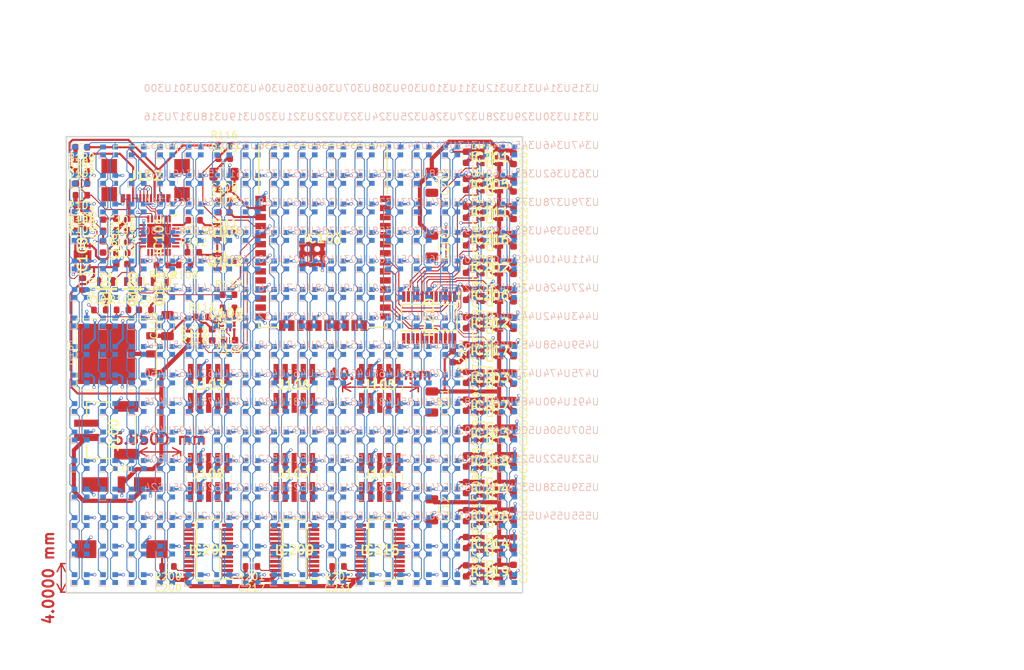
<source format=kicad_pcb>
(kicad_pcb (version 20221018) (generator pcbnew)
  (layers (0 "F.Cu" signal) (1 "In1.Cu" power) (2 "In2.Cu" power) (31 "B.Cu" signal) (34 "B.Paste" user) (35 "F.Paste" user) (36 "B.SilkS" user "B.Silkscreen") (37 "F.SilkS" user "F.Silkscreen") (38 "B.Mask" user) (39 "F.Mask" user) (44 "Edge.Cuts" user))
  (net 0 "")
  (net 1 "+3V3")
  (net 2 "GND")
  (net 3 "ROW_3_OUT")
  (net 4 "ROW_1_OUT")
  (net 5 "ROW_2_OUT")
  (net 6 "ROW_0_OUT")
  (net 7 "ROW_7_OUT")
  (net 8 "ROW_5_OUT")
  (net 9 "ROW_6_OUT")
  (net 10 "ROW_4_OUT")
  (net 11 "ROW_11_OUT")
  (net 12 "ROW_9_OUT")
  (net 13 "ROW_10_OUT")
  (net 14 "ROW_8_OUT")
  (net 15 "ROW_15_OUT")
  (net 16 "ROW_13_OUT")
  (net 17 "ROW_14_OUT")
  (net 18 "ROW_12_OUT")
  (net 19 "VBUS")
  (net 20 "CP2102_VDD")
  (net 21 "VBAT")
  (net 22 "Net-(IC102-EN)")
  (net 23 "Net-(D100-K)")
  (net 24 "Net-(D100-A)")
  (net 25 "Net-(D101-K)")
  (net 26 "Net-(D101-A)")
  (net 27 "Net-(D102-K)")
  (net 28 "Net-(D102-A)")
  (net 29 "Net-(IC100-PROG)")
  (net 30 "MASTER_CLK")
  (net 31 "LATCH")
  (net 32 "LED_10_BLUE")
  (net 33 "LED_11_RED")
  (net 34 "LED_11_GREEN")
  (net 35 "LED_11_BLUE")
  (net 36 "LED_12_RED")
  (net 37 "LED_12_GREEN")
  (net 38 "LED_12_BLUE")
  (net 39 "LED_13_RED")
  (net 40 "LED_13_GREEN")
  (net 41 "LED_13_BLUE")
  (net 42 "LED_14_RED")
  (net 43 "LED_14_GREEN")
  (net 44 "LED_14_BLUE")
  (net 45 "LED_15_RED")
  (net 46 "LED_15_GREEN")
  (net 47 "LED_15_BLUE")
  (net 48 "BRIGHTNESS_PWM")
  (net 49 "Net-(IC100-THERM)")
  (net 50 "Net-(IC200-R-EXT)")
  (net 52 "LED_5_GREEN")
  (net 53 "LED_5_BLUE")
  (net 54 "LED_6_RED")
  (net 55 "LED_6_GREEN")
  (net 56 "LED_6_BLUE")
  (net 57 "LED_7_RED")
  (net 58 "LED_7_GREEN")
  (net 59 "LED_7_BLUE")
  (net 60 "LED_8_RED")
  (net 61 "LED_8_GREEN")
  (net 62 "LED_8_BLUE")
  (net 63 "LED_9_RED")
  (net 64 "LED_9_GREEN")
  (net 65 "LED_9_BLUE")
  (net 66 "LED_10_RED")
  (net 67 "LED_10_GREEN")
  (net 69 "SERIAL_IN0")
  (net 70 "LED_0_RED")
  (net 71 "LED_0_GREEN")
  (net 72 "LED_0_BLUE")
  (net 73 "LED_1_RED")
  (net 74 "LED_1_GREEN")
  (net 75 "LED_1_BLUE")
  (net 76 "LED_2_RED")
  (net 77 "LED_2_GREEN")
  (net 78 "LED_2_BLUE")
  (net 79 "LED_3_RED")
  (net 80 "LED_3_GREEN")
  (net 81 "LED_3_BLUE")
  (net 82 "LED_4_RED")
  (net 83 "LED_4_GREEN")
  (net 84 "LED_4_BLUE")
  (net 85 "LED_5_RED")
  (net 86 "Net-(IC101-VBUS)")
  (net 87 "MUX_B0")
  (net 88 "MUX_B1")
  (net 89 "ROW_7_EN")
  (net 90 "ROW_6_EN")
  (net 91 "ROW_5_EN")
  (net 92 "ROW_4_EN")
  (net 93 "ROW_3_EN")
  (net 94 "ROW_1_EN")
  (net 95 "ROW_2_EN")
  (net 96 "ROW_0_EN")
  (net 97 "ROW_13_EN")
  (net 98 "ROW_12_EN")
  (net 99 "ROW_15_EN")
  (net 100 "ROW_14_EN")
  (net 101 "ROW_9_EN")
  (net 102 "ROW_8_EN")
  (net 103 "ROW_11_EN")
  (net 104 "ROW_10_EN")
  (net 105 "MUX_B2")
  (net 106 "MUX_B3")
  (net 107 "VBAT_SENSE")
  (net 108 "VBUS_SENSE")
  (net 109 "CHG_100mA")
  (net 110 "BMA400_INT1")
  (net 111 "SDA")
  (net 112 "SCL")
  (net 113 "SERIAL_IN1")
  (net 114 "SERIAL_IN2")
  (net 115 "SERIAL_IN3")
  (net 116 "SERIAL_IN4")
  (net 117 "Net-(IC101-RSTB)")
  (net 118 "SERIAL_IN5")
  (net 127 "IO0")
  (net 130 "TXD")
  (net 131 "RXD")
  (net 134 "D+")
  (net 135 "D-")
  (net 141 "CHG_1.5A")
  (net 142 "CHG_500mA")
  (net 149 "Net-(IC200-SDO)")
  (net 150 "Net-(IC209-SDO)")
  (net 151 "RTS")
  (net 152 "Net-(IC209-R-EXT)")
  (net 153 "DTR")
  (net 155 "Net-(IC215-R-EXT)")
  (net 156 "Net-(J100-+)")
  (net 157 "Net-(J102-A5{slash}CC1)")
  (net 159 "Net-(J102-B5{slash}CC2)")
  (net 165 "Net-(Q100-D)")
  (net 166 "Net-(Q101-D)")
  (net 167 "Net-(Q102-D)")
  (net 168 "Net-(Q103-G)")
  (net 169 "Net-(Q103-S)")
  (net 170 "EN")
  (footprint "Capacitor_SMD:C_0603_1608Metric" (layer "F.Cu") (at 162.73 64.632865 -90)
    (fp_text reference "C232")
    (fp_text value "1u")
  )
  (footprint "Resistor_SMD:R_0603_1608Metric" (layer "F.Cu") (at 107.875 74.3)
    (fp_text reference "R104")
    (fp_text value "3.3k")
  )
  (footprint "SamacSys_Parts:SOP65P640X110-24N" (layer "F.Cu") (at 150.9 75.37 -90)
    (fp_text reference "IC210")
    (fp_text value "74HC4514PW,118" hide)
  )
  (footprint "Capacitor_SMD:C_0603_1608Metric" (layer "F.Cu") (at 162.73 80.036685 -90)
    (fp_text reference "C233")
    (fp_text value "1u")
  )
  (footprint "SamacSys_Parts:QFN50P500X500X80-29N-D" (layer "F.Cu") (at 113 63.9 -90)
    (fp_text reference "IC101")
    (fp_text value "CP2102N-A02-GQFN28" hide)
  )
  (footprint "Capacitor_SMD:C_0603_1608Metric" (layer "F.Cu") (at 122.9 78.55 180)
    (fp_text reference "C104")
    (fp_text value "100n")
  )
  (footprint "Capacitor_SMD:C_0603_1608Metric" (layer "F.Cu") (at 156.09 60.588666 -90)
    (fp_text reference "C227")
    (fp_text value "100n")
  )
  (footprint "Capacitor_SMD:C_0603_1608Metric" (layer "F.Cu") (at 156.09 110.92 -90)
    (fp_text reference "C239")
    (fp_text value "100n")
  )
  (footprint "Capacitor_SMD:C_0603_1608Metric" (layer "F.Cu") (at 162.73 53.08 -90)
    (fp_text reference "C201")
    (fp_text value "1u")
  )
  (footprint "SamacSys_Parts:SON50P300X300X100-11N-D" (layer "F.Cu") (at 102.2675 66.81 -90)
    (fp_text reference "IC100")
    (fp_text value "MCP73833T-FCI_MF" hide)
  )
  (footprint "Capacitor_SMD:C_0603_1608Metric" (layer "F.Cu") (at 156.09 79.91 -90)
    (fp_text reference "C237")
    (fp_text value "100n")
  )
  (footprint "Resistor_SMD:R_0603_1608Metric" (layer "F.Cu") (at 102.11 54.89)
    (fp_text reference "R102")
    (fp_text value "1k")
  )
  (footprint "SamacSys_Parts:FTSH10501FDVK" (layer "F.Cu") (at 131.97 97.815 180)
    (fp_text reference "J107")
    (fp_text value "15-91-0100" hide)
  )
  (footprint "SamacSys_Parts:SOT95P285X140-6N" (layer "F.Cu") (at 159.4 103.261329)
    (fp_text reference "IC208")
    (fp_text value "AP2281-3WG-7" hide)
  )
  (footprint "Resistor_SMD:R_0603_1608Metric" (layer "F.Cu") (at 122.15 51.23)
    (fp_text reference "R116")
    (fp_text value "10k")
  )
  (footprint "Resistor_SMD:R_0603_1608Metric" (layer "F.Cu") (at 114.255 110.3 180)
    (fp_text reference "R200")
    (fp_text value "4.12k")
  )
  (footprint "Resistor_SMD:R_0603_1608Metric" (layer "F.Cu") (at 102.11 61.57 180)
    (fp_text reference "R100")
    (fp_text value "1k")
  )
  (footprint "SamacSys_Parts:SOT95P285X140-6N" (layer "F.Cu") (at 159.4 111.02)
    (fp_text reference "IC219")
    (fp_text value "AP2281-3WG-7" hide)
  )
  (footprint "Resistor_SMD:R_0603_1608Metric" (layer "F.Cu") (at 122.11 59.01)
    (fp_text reference "R114")
    (fp_text value "10k")
  )
  (footprint "SamacSys_Parts:SOT95P285X140-6N" (layer "F.Cu") (at 159.4 60.588666)
    (fp_text reference "IC211")
    (fp_text value "AP2281-3WG-7" hide)
  )
  (footprint "Capacitor_SMD:C_0603_1608Metric" (layer "F.Cu") (at 156.09 83.775 -90)
    (fp_text reference "C207")
    (fp_text value "100n")
  )
  (footprint "Capacitor_SMD:C_0603_1608Metric" (layer "F.Cu") (at 162.73 106.99337 -90)
    (fp_text reference "C226")
    (fp_text value "1u")
  )
  (footprint "SamacSys_Parts:SOT95P285X140-6N" (layer "F.Cu") (at 159.4 107.140662)
    (fp_text reference "IC214")
    (fp_text value "AP2281-3WG-7" hide)
  )
  (footprint "Capacitor_SMD:C_0603_1608Metric" (layer "F.Cu") (at 162.73 60.78191 -90)
    (fp_text reference "C223")
    (fp_text value "1u")
  )
  (footprint "Capacitor_SMD:C_0603_1608Metric" (layer "F.Cu") (at 156.09 87.675 -90)
    (fp_text reference "C220")
    (fp_text value "100n")
  )
  (footprint "Resistor_SMD:R_0603_1608Metric" (layer "F.Cu") (at 111.04 74.3)
    (fp_text reference "R106")
    (fp_text value "2.49k")
  )
  (footprint "Capacitor_SMD:C_0603_1608Metric" (layer "F.Cu") (at 107.78 64.72)
    (fp_text reference "C101")
    (fp_text value "100n")
  )
  (footprint "Capacitor_SMD:C_0603_1608Metric" (layer "F.Cu") (at 162.73 103.142415 -90)
    (fp_text reference "C216")
    (fp_text value "1u")
  )
  (footprint "SamacSys_Parts:SOT95P285X140-6N" (layer "F.Cu") (at 159.4 64.467999)
    (fp_text reference "IC216")
    (fp_text value "AP2281-3WG-7" hide)
  )
  (footprint "Resistor_SMD:R_0603_1608Metric" (layer "F.Cu") (at 102.11 53.18 180)
    (fp_text reference "R121")
    (fp_text value "5.1k")
  )
  (footprint "LED_SMD:LED_0603_1608Metric" (layer "F.Cu") (at 102.13 56.57)
    (fp_text reference "D102")
    (fp_text value "Blue")
  )
  (footprint "Capacitor_SMD:C_0603_1608Metric" (layer "F.Cu") (at 162.73 76.18573 -90)
    (fp_text reference "C224")
    (fp_text value "1u")
  )
  (footprint "Capacitor_SMD:C_0603_1608Metric" (layer "F.Cu") (at 122.115 60.63 180)
    (fp_text reference "C111")
    (fp_text value "1u")
  )
  (footprint "SamacSys_Parts:SOT96P237X111-3N" (layer "F.Cu") (at 122.21 67.55)
    (fp_text reference "Q103")
    (fp_text value "Q_NMOS_GSD" hide)
  )
  (footprint "Resistor_SMD:R_0603_1608Metric" (layer "F.Cu") (at 116.585 68 180)
    (fp_text reference "R108")
    (fp_text value "22.1k")
  )
  (footprint "Capacitor_SMD:C_0603_1608Metric" (layer "F.Cu") (at 156.09 103.175 -90)
    (fp_text reference "C221")
    (fp_text value "100n")
  )
  (footprint "Resistor_SMD:R_0603_1608Metric" (layer "F.Cu") (at 117.935 78.63)
    (fp_text reference "R115")
    (fp_text value "10k")
  )
  (footprint "Capacitor_SMD:C_0603_1608Metric" (layer "F.Cu") (at 156.09 52.89 -90)
    (fp_text reference "C205")
    (fp_text value "100n")
  )
  (footprint "Capacitor_SMD:C_0603_1608Metric" (layer "F.Cu") (at 156.09 76.105 -90)
    (fp_text reference "C228")
    (fp_text value "100n")
  )
  (footprint "Resistor_SMD:R_0603_1608Metric" (layer "F.Cu") (at 125.965 110.3 180)
    (fp_text reference "R201")
    (fp_text value "4.12k")
  )
  (footprint "SamacSys_Parts:SOT95P285X140-6N" (layer "F.Cu") (at 159.4 87.743997)
    (fp_text reference "IC207")
    (fp_text value "AP2281-3WG-7" hide)
  )
  (footprint "SamacSys_Parts:ESP32WROOM32EH4" (layer "F.Cu") (at 136 64)
    (fp_text reference "IC102")
    (fp_text value "ESP32-WROOM-32E-H4" hide)
  )
  (footprint "SamacSys_Parts:SOT95P285X140-6N" (layer "F.Cu") (at 159.4 72.226665)
    (fp_text reference "IC206")
    (fp_text value "AP2281-3WG-7" hide)
  )
  (footprint "Resistor_SMD:R_0603_1608Metric" (layer "F.Cu") (at 117.955 77.02 180)
    (fp_text reference "R118")
    (fp_text value "10k")
  )
  (footprint "Capacitor_SMD:C_0603_1608Metric" (layer "F.Cu") (at 107.78 61.49 180)
    (fp_text reference "C100")
    (fp_text value "4.7u")
  )
  (footprint "SamacSys_Parts:1769" (layer "F.Cu") (at 102.842 91.2 90)
    (fp_text reference "J100")
    (fp_text value "1769" hide)
  )
  (footprint "Capacitor_SMD:C_0603_1608Metric" (layer "F.Cu") (at 156.09 95.51 -90)
    (fp_text reference "C238")
    (fp_text value "100n")
  )
  (footprint "Capacitor_SMD:C_1206_3216Metric" (layer "F.Cu") (at 151.27 102.355 -90)
    (fp_text reference "C212")
    (fp_text value "47u")
  )
  (footprint "Resistor_SMD:R_0603_1608Metric" (layer "F.Cu") (at 122.75 74.02 180)
    (fp_text reference "R110")
    (fp_text value "10k")
  )
  (footprint "Resistor_SMD:R_0603_1608Metric" (layer "F.Cu") (at 102.11 51.48 180)
    (fp_text reference "R120")
    (fp_text value "5.1k")
  )
  (footprint "SamacSys_Parts:USB4110GFA" (layer "F.Cu") (at 111.12 54.967 180)
    (fp_text reference "J102")
    (fp_text value "USB4110-GF-A" hide)
  )
  (footprint "Resistor_SMD:R_0603_1608Metric" (layer "F.Cu") (at 107.78 66.29)
    (fp_text reference "R103")
    (fp_text value "1k")
  )
  (footprint "SamacSys_Parts:SOT95P285X140-6N" (layer "F.Cu") (at 159.4 76.105998)
    (fp_text reference "IC212")
    (fp_text value "AP2281-3WG-7" hide)
  )
  (footprint "Capacitor_SMD:C_0603_1608Metric" (layer "F.Cu") (at 162.73 99.29146 -90)
    (fp_text reference "C204")
    (fp_text value "1u")
  )
  (footprint "LEDCube:PowerSwitch" (layer "F.Cu") (at 107.71 98.8)
    (fp_text reference "J101")
    (fp_text value "~")
  )
  (footprint "LED_SMD:LED_0603_1608Metric" (layer "F.Cu") (at 102.09 59.92 180)
    (fp_text reference "D101")
    (fp_text value "Amber")
  )
  (footprint "LEDCube:MIC37300-3.3-SPAK3" (layer "F.Cu") (at 111.81 80.48 90)
    (fp_text reference "U101")
    (fp_text value "~")
  )
  (footprint "Capacitor_SMD:C_0603_1608Metric" (layer "F.Cu") (at 125.965 111.89 180)
    (fp_text reference "C217")
    (fp_text value "100n")
  )
  (footprint "SamacSys_Parts:SOT96P237X111-3N" (layer "F.Cu") (at 105.57 71.38 -90)
    (fp_text reference "Q102")
    (fp_text value "Q_NMOS_GSD" hide)
  )
  (footprint "SamacSys_Parts:SOP64P600X173-24N" (layer "F.Cu") (at 119.9 108 180)
    (fp_text reference "IC200")
    (fp_text value "STP16CPC26PTR" hide)
  )
  (footprint "Capacitor_SMD:C_1206_3216Metric" (layer "F.Cu") (at 114.18 76.51 90)
    (fp_text reference "C110")
    (fp_text value "47u")
  )
  (footprint "Capacitor_SMD:C_1206_3216Metric" (layer "F.Cu") (at 151.27 65.355 -90)
    (fp_text reference "C210")
    (fp_text value "47u")
  )
  (footprint "SamacSys_Parts:SOT96P237X111-3N" (layer "F.Cu") (at 109.355 71.38 -90)
    (fp_text reference "Q100")
    (fp_text value "Q_NMOS_GSD" hide)
  )
  (footprint "Capacitor_SMD:C_1206_3216Metric" (layer "F.Cu") (at 151.27 56.4 -90)
    (fp_text reference "C209")
    (fp_text value "47u")
  )
  (footprint "Capacitor_SMD:C_0603_1608Metric" (layer "F.Cu") (at 105.155 62.415 90)
    (fp_text reference "C105")
    (fp_text value "4.7u")
  )
  (footprint "Capacitor_SMD:C_1206_3216Metric" (layer "F.Cu") (at 122.12 55.26 180)
    (fp_text reference "C108")
    (fp_text value "47u")
  )
  (footprint "SamacSys_Parts:SOP64P600X173-24N" (layer "F.Cu") (at 144 108 180)
    (fp_text reference "IC215")
    (fp_text value "STP16CPC26PTR" hide)
  )
  (footprint "Capacitor_SMD:C_0603_1608Metric" (layer "F.Cu") (at 120.46 77.81 -90)
    (fp_text reference "C103")
    (fp_text value "100n")
  )
  (footprint "Capacitor_SMD:C_0603_1608Metric" (layer "F.Cu") (at 114.255 111.89 180)
    (fp_text reference "C200")
    (fp_text value "100n")
  )
  (footprint "SamacSys_Parts:FTSH10501FDVK" (layer "F.Cu") (at 131.97 85.315 180)
    (fp_text reference "J106")
    (fp_text value "15-91-0100" hide)
  )
  (footprint "SamacSys_Parts:SOT95P285X140-6N" (layer "F.Cu") (at 159.4 99.381996)
    (fp_text reference "IC204")
    (fp_text value "AP2281-3WG-7" hide)
  )
  (footprint "Resistor_SMD:R_0603_1608Metric" (layer "F.Cu") (at 119.01 75.3)
    (fp_text reference "R111")
    (fp_text value "10k")
  )
  (footprint "Capacitor_SMD:C_0603_1608Metric" (layer "F.Cu") (at 107.78 67.88)
    (fp_text reference "C107")
    (fp_text value "4.7u")
  )
  (footprint "SamacSys_Parts:FTSH10501FDVK" (layer "F.Cu") (at 119.97 85.315 180)
    (fp_text reference "J103")
    (fp_text value "15-91-0100" hide)
  )
  (footprint "Capacitor_SMD:C_0603_1608Metric" (layer "F.Cu") (at 156.09 56.709333 -90)
    (fp_text reference "C218")
    (fp_text value "100n")
  )
  (footprint "Capacitor_SMD:C_0603_1608Metric" (layer "F.Cu") (at 162.73 68.48382 -90)
    (fp_text reference "C202")
    (fp_text value "1u")
  )
  (footprint "Resistor_SMD:R_0603_1608Metric" (layer "F.Cu") (at 117.825 66.23)
    (fp_text reference "R112")
    (fp_text value "1k")
  )
  (footprint "Resistor_SMD:R_0603_1608Metric" (layer "F.Cu") (at 102.11 58.22 180)
    (fp_text reference "R101")
    (fp_text value "1k")
  )
  (footprint "Capacitor_SMD:C_0603_1608Metric" (layer "F.Cu") (at 162.73 110.844334 -90)
    (fp_text reference "C235")
    (fp_text value "1u")
  )
  (footprint "Resistor_SMD:R_0603_1608Metric" (layer "F.Cu") (at 117.925 61.73 180)
    (fp_text reference "R113")
    (fp_text value "1k")
  )
  (footprint "Resistor_SMD:R_0603_1608Metric" (layer "F.Cu") (at 122.75 72.17)
    (fp_text reference "R117")
    (fp_text value "10k")
  )
  (footprint "Resistor_SMD:R_0603_1608Metric" (layer "F.Cu") (at 102.31 70.69 -90)
    (fp_text reference "R107")
    (fp_text value "10k")
  )
  (footprint "SamacSys_Parts:SOT95P285X140-6N" (layer "F.Cu") (at 159.4 95.502663)
    (fp_text reference "IC218")
    (fp_text value "AP2281-3WG-7" hide)
  )
  (footprint "Capacitor_SMD:C_0603_1608Metric" (layer "F.Cu") (at 156.09 99.235 -90)
    (fp_text reference "C208")
    (fp_text value "100n")
  )
  (footprint "Resistor_SMD:R_0603_1608Metric" (layer "F.Cu") (at 138.115 110.3 180)
    (fp_text reference "R202")
    (fp_text value "4.12k")
  )
  (footprint "Capacitor_SMD:C_0603_1608Metric" (layer "F.Cu") (at 154.19 80.875 -90)
    (fp_text reference "C222")
    (fp_text value "100n")
  )
  (footprint "SamacSys_Parts:SOT95P285X140-6N" (layer "F.Cu") (at 159.4 56.709333)
    (fp_text reference "IC205")
    (fp_text value "AP2281-3WG-7" hide)
  )
  (footprint "SamacSys_Parts:FTSH10501FDVK" (layer "F.Cu") (at 143.97 97.815 180)
    (fp_text reference "J104")
    (fp_text value "15-91-0100" hide)
  )
  (footprint "SamacSys_Parts:BOSCH_LGA-12" (layer "F.Cu") (at 122.73 76.285)
    (fp_text reference "U100")
    (fp_text value "~" hide)
  )
  (footprint "SamacSys_Parts:SOT95P285X140-6N" (layer "F.Cu") (at 159.4 68.347332)
    (fp_text reference "IC202")
    (fp_text value "AP2281-3WG-7" hide)
  )
  (footprint "Capacitor_SMD:C_0603_1608Metric" (layer "F.Cu") (at 156.09 106.94 -90)
    (fp_text reference "C230")
    (fp_text value "100n")
  )
  (footprint "Capacitor_SMD:C_0603_1608Metric" (layer "F.Cu") (at 156.09 64.49 -90)
    (fp_text reference "C236")
    (fp_text value "100n")
  )
  (footprint "Capacitor_SMD:C_0603_1608Metric" (layer "F.Cu") (at 162.73 95.440505 -90)
    (fp_text reference "C234")
    (fp_text value "1u")
  )
  (footprint "SamacSys_Parts:SOT96P237X111-3N" (layer "F.Cu") (at 122.22 63.38)
    (fp_text reference "Q104")
    (fp_text value "Q_NMOS_GSD" hide)
  )
  (footprint "SamacSys_Parts:SOT95P285X140-6N" (layer "F.Cu") (at 159.4 91.62333)
    (fp_text reference "IC213")
    (fp_text value "AP2281-3WG-7" hide)
  )
  (footprint "Resistor_SMD:R_0603_1608Metric" (layer "F.Cu") (at 104.695 74.32)
    (fp_text reference "R105")
    (fp_text value "10k")
  )
  (footprint "Capacitor_SMD:C_0603_1608Metric" (layer "F.Cu") (at 162.73 56.930955 -90)
    (fp_text reference "C213")
    (fp_text value "1u")
  )
  (footprint "SamacSys_Parts:FTSH10501FDVK" (layer "F.Cu") (at 143.97 85.315 180)
    (fp_text reference "J105")
    (fp_text value "15-91-0100" hide)
  )
  (footprint "Capacitor_SMD:C_0603_1608Metric" (layer "F.Cu") (at 138.115 111.89 180)
    (fp_text reference "C231")
    (fp_text value "100n")
  )
  (footprint "Capacitor_SMD:C_0603_1608Metric" (layer "F.Cu") (at 122.1 57.37 180)
    (fp_text reference "C109")
    (fp_text value "100n")
  )
  (footprint "Resistor_SMD:R_0603_1608Metric" (layer "F.Cu") (at 122.15 53.09)
    (fp_text reference "R119")
    (fp_text value "10k")
  )
  (footprint "SamacSys_Parts:SOT95P285X140-6N" (layer "F.Cu") (at 159.4 52.89)
    (fp_text reference "IC201")
    (fp_text value "AP2281-3WG-7" hide)
  )
  (footprint "Resistor_SMD:R_0603_1608Metric" (layer "F.Cu") (at 113.465 68.01 180)
    (fp_text reference "R109")
    (fp_text value "47.5k")
  )
  (footprint "Capacitor_SMD:C_0603_1608Metric" (layer "F.Cu") (at 162.73 87.738595 -90)
    (fp_text reference "C215")
    (fp_text value "1u")
  )
  (footprint "SamacSys_Parts:SOT96P237X111-3N" (layer "F.Cu") (at 113.105 71.37 -90)
    (fp_text reference "Q101")
    (fp_text value "Q_NMOS_GSD" hide)
  )
  (footprint "SamacSys_Parts:SOT95P285X140-6N" (layer "F.Cu") (at 159.4 79.985331)
    (fp_text reference "IC217")
    (fp_text value "AP2281-3WG-7" hide)
  )
  (footprint "SamacSys_Parts:SOT95P285X140-6N" (layer "F.Cu") (at 159.4 83.864664)
    (fp_text reference "IC203")
    (fp_text value "AP2281-3WG-7" hide)
  )
  (footprint "Capacitor_SMD:C_0603_1608Metric" (layer "F.Cu") (at 162.73 72.334775 -90)
    (fp_text reference "C214")
    (fp_text value "1u")
  )
  (footprint "SamacSys_Parts:SOP64P600X173-24N" (layer "F.Cu") (at 132 108 180)
    (fp_text reference "IC209")
    (fp_text value "STP16CPC26PTR" hide)
  )
  (footprint "LED_SMD:LED_0603_1608Metric" (layer "F.Cu") (at 102.13 63.18)
    (fp_text reference "D100")
    (fp_text value "Green")
  )
  (footprint "Capacitor_SMD:C_1206_3216Metric" (layer "F.Cu") (at 151.27 87.225 -90)
    (fp_text reference "C211")
    (fp_text value "47u")
  )
  (footprint "Capacitor_SMD:C_0603_1608Metric" (layer "F.Cu") (at 162.73 83.88764 -90)
    (fp_text reference "C203")
    (fp_text value "1u")
  )
  (footprint "Capacitor_SMD:C_0603_1608Metric" (layer "F.Cu") (at 105.145 65.485 -90)
    (fp_text reference "C106")
    (fp_text value "100n")
  )
  (footprint "SamacSys_Parts:FTSH10501FDVK" (layer "F.Cu") (at 119.97 97.815 180)
    (fp_text reference "J108")
    (fp_text value "15-91-0100" hide)
  )
  (footprint "Capacitor_SMD:C_0603_1608Metric" (layer "F.Cu") (at 107.78 63.14)
    (fp_text reference "C102")
    (fp_text value "4.7u")
  )
  (footprint "Capacitor_SMD:C_0603_1608Metric" (layer "F.Cu") (at 156.09 91.635 -90)
    (fp_text reference "C229")
    (fp_text value "100n")
  )
  (footprint "Capacitor_SMD:C_0603_1608Metric" (layer "F.Cu") (at 156.09 72.125 -90)
    (fp_text reference "C219")
    (fp_text value "100n")
  )
  (footprint "Capacitor_SMD:C_0603_1608Metric" (layer "F.Cu") (at 156.09 68.325 -90)
    (fp_text reference "C206")
    (fp_text value "100n")
  )
  (footprint "Capacitor_SMD:C_0603_1608Metric" (layer "F.Cu") (at 162.73 91.58955 -90)
    (fp_text reference "C225")
    (fp_text value "1u")
  )
  (footprint "LEDCube:RGB_LED" (layer "B.Cu") (at 114 84 180)
    (fp_text reference "U431")
    (fp_text value "~")
  )
  (footprint "LEDCube:RGB_LED" (layer "B.Cu") (at 126 80 180)
    (fp_text reference "U418")
    (fp_text value "~")
  )
  (footprint "LEDCube:RGB_LED" (layer "B.Cu") (at 158 112 180)
    (fp_text reference "U554")
    (fp_text value "~")
  )
  (footprint "LEDCube:RGB_LED" (layer "B.Cu") (at 130 80 180)
    (fp_text reference "U419")
    (fp_text value "~")
  )
  (footprint "LEDCube:RGB_LED" (layer "B.Cu") (at 102 60 180)
    (fp_text reference "U332")
    (fp_text value "~")
  )
  (footprint "LEDCube:RGB_LED" (layer "B.Cu") (at 118 60 180)
    (fp_text reference "U336")
    (fp_text value "~")
  )
  (footprint "LEDCube:RGB_LED" (layer "B.Cu") (at 114 108 180)
    (fp_text reference "U527")
    (fp_text value "~")
  )
  (footprint "LEDCube:RGB_LED" (layer "B.Cu") (at 102 84 180)
    (fp_text reference "U428")
    (fp_text value "~")
  )
  (footprint "LEDCube:RGB_LED" (layer "B.Cu") (at 106 80 180)
    (fp_text reference "U413")
    (fp_text value "~")
  )
  (footprint "LEDCube:RGB_LED" (layer "B.Cu") (at 138 84 180)
    (fp_text reference "U437")
    (fp_text value "~")
  )
  (footprint "LEDCube:RGB_LED" (layer "B.Cu") (at 162 64 180)
    (fp_text reference "U363")
    (fp_text value "~")
  )
  (footprint "LEDCube:RGB_LED" (layer "B.Cu") (at 154 104 180)
    (fp_text reference "U521")
    (fp_text value "~")
  )
  (footprint "LEDCube:RGB_LED" (layer "B.Cu") (at 154 64 180)
    (fp_text reference "U361")
    (fp_text value "~")
  )
  (footprint "LEDCube:RGB_LED" (layer "B.Cu") (at 162 60 180)
    (fp_text reference "U347")
    (fp_text value "~")
  )
  (footprint "LEDCube:RGB_LED" (layer "B.Cu") (at 118 84 180)
    (fp_text reference "U432")
    (fp_text value "~")
  )
  (footprint "LEDCube:RGB_LED" (layer "B.Cu") (at 110 108 180)
    (fp_text reference "U526")
    (fp_text value "~")
  )
  (footprint "LEDCube:RGB_LED" (layer "B.Cu") (at 126 104 180)
    (fp_text reference "U514")
    (fp_text value "~")
  )
  (footprint "LEDCube:RGB_LED" (layer "B.Cu") (at 106 56 180)
    (fp_text reference "U317")
    (fp_text value "~")
  )
  (footprint "LEDCube:RGB_LED" (layer "B.Cu") (at 122 96 180)
    (fp_text reference "U481")
    (fp_text value "~")
  )
  (footprint "LEDCube:RGB_LED" (layer "B.Cu") (at 142 56 180)
    (fp_text reference "U326")
    (fp_text value "~")
  )
  (footprint "LEDCube:RGB_LED" (layer "B.Cu") (at 126 108 180)
    (fp_text reference "U530")
    (fp_text value "~")
  )
  (footprint "LEDCube:RGB_LED" (layer "B.Cu") (at 126 88 180)
    (fp_text reference "U450")
    (fp_text value "~")
  )
  (footprint "LEDCube:RGB_LED" (layer "B.Cu") (at 138 80 180)
    (fp_text reference "U421")
    (fp_text value "~")
  )
  (footprint "LEDCube:RGB_LED" (layer "B.Cu") (at 130 88 180)
    (fp_text reference "U451")
    (fp_text value "~")
  )
  (footprint "LEDCube:RGB_LED" (layer "B.Cu") (at 118 108 180)
    (fp_text reference "U528")
    (fp_text value "~")
  )
  (footprint "LEDCube:RGB_LED" (layer "B.Cu") (at 110 92 180)
    (fp_text reference "U462")
    (fp_text value "~")
  )
  (footprint "LEDCube:RGB_LED" (layer "B.Cu") (at 110 84 180)
    (fp_text reference "U430")
    (fp_text value "~")
  )
  (footprint "LEDCube:RGB_LED" (layer "B.Cu") (at 118 92 180)
    (fp_text reference "U464")
    (fp_text value "~")
  )
  (footprint "LEDCube:RGB_LED" (layer "B.Cu") (at 118 76 180)
    (fp_text reference "U400")
    (fp_text value "~")
  )
  (footprint "LEDCube:RGB_LED" (layer "B.Cu") (at 122 108 180)
    (fp_text reference "U529")
    (fp_text value "~")
  )
  (footprint "LEDCube:RGB_LED" (layer "B.Cu") (at 150 92 180)
    (fp_text reference "U472")
    (fp_text value "~")
  )
  (footprint "LEDCube:RGB_LED" (layer "B.Cu") (at 106 76 180)
    (fp_text reference "U397")
    (fp_text value "~")
  )
  (footprint "LEDCube:RGB_LED" (layer "B.Cu") (at 114 88 180)
    (fp_text reference "U447")
    (fp_text value "~")
  )
  (footprint "LEDCube:RGB_LED" (layer "B.Cu") (at 142 64 180)
    (fp_text reference "U358")
    (fp_text value "~")
  )
  (footprint "LEDCube:RGB_LED" (layer "B.Cu") (at 162 56 180)
    (fp_text reference "U331")
    (fp_text value "~")
  )
  (footprint "LEDCube:RGB_LED" (layer "B.Cu") (at 114 56 180)
    (fp_text reference "U319")
    (fp_text value "~")
  )
  (footprint "LEDCube:RGB_LED" (layer "B.Cu") (at 122 84 180)
    (fp_text reference "U433")
    (fp_text value "~")
  )
  (footprint "LEDCube:RGB_LED" (layer "B.Cu") (at 142 104 180)
    (fp_text reference "U518")
    (fp_text value "~")
  )
  (footprint "LEDCube:RGB_LED" (layer "B.Cu") (at 126 64 180)
    (fp_text reference "U354")
    (fp_text value "~")
  )
  (footprint "LEDCube:RGB_LED" (layer "B.Cu") (at 118 52 180)
    (fp_text reference "U304")
    (fp_text value "~")
  )
  (footprint "LEDCube:RGB_LED" (layer "B.Cu") (at 138 68 180)
    (fp_text reference "U373")
    (fp_text value "~")
  )
  (footprint "LEDCube:RGB_LED" (layer "B.Cu") (at 142 112 180)
    (fp_text reference "U550")
    (fp_text value "~")
  )
  (footprint "LEDCube:RGB_LED" (layer "B.Cu") (at 150 60 180)
    (fp_text reference "U344")
    (fp_text value "~")
  )
  (footprint "LEDCube:RGB_LED" (layer "B.Cu") (at 150 88 180)
    (fp_text reference "U456")
    (fp_text value "~")
  )
  (footprint "LEDCube:RGB_LED" (layer "B.Cu") (at 106 100 180)
    (fp_text reference "U493")
    (fp_text value "~")
  )
  (footprint "LEDCube:RGB_LED" (layer "B.Cu") (at 146 52 180)
    (fp_text reference "U311")
    (fp_text value "~")
  )
  (footprint "LEDCube:RGB_LED" (layer "B.Cu") (at 142 92 180)
    (fp_text reference "U470")
    (fp_text value "~")
  )
  (footprint "LEDCube:RGB_LED" (layer "B.Cu") (at 150 52 180)
    (fp_text reference "U312")
    (fp_text value "~")
  )
  (footprint "LEDCube:RGB_LED" (layer "B.Cu") (at 106 104 180)
    (fp_text reference "U509")
    (fp_text value "~")
  )
  (footprint "LEDCube:RGB_LED" (layer "B.Cu") (at 146 76 180)
    (fp_text reference "U407")
    (fp_text value "~")
  )
  (footprint "LEDCube:RGB_LED" (layer "B.Cu") (at 130 52 180)
    (fp_text reference "U307")
    (fp_text value "~")
  )
  (footprint "LEDCube:RGB_LED" (layer "B.Cu") (at 126 96 180)
    (fp_text reference "U482")
    (fp_text value "~")
  )
  (footprint "LEDCube:RGB_LED" (layer "B.Cu") (at 118 80 180)
    (fp_text reference "U416")
    (fp_text value "~")
  )
  (footprint "LEDCube:RGB_LED" (layer "B.Cu") (at 114 72 180)
    (fp_text reference "U383")
    (fp_text value "~")
  )
  (footprint "LEDCube:RGB_LED" (layer "B.Cu") (at 134 72 180)
    (fp_text reference "U388")
    (fp_text value "~")
  )
  (footprint "LEDCube:RGB_LED" (layer "B.Cu") (at 102 52 180)
    (fp_text reference "U300")
    (fp_text value "~")
  )
  (footprint "LEDCube:RGB_LED" (layer "B.Cu") (at 126 52 180)
    (fp_text reference "U306")
    (fp_text value "~")
  )
  (footprint "LEDCube:RGB_LED" (layer "B.Cu") (at 162 108 180)
    (fp_text reference "U539")
    (fp_text value "~")
  )
  (footprint "LEDCube:RGB_LED" (layer "B.Cu") (at 134 100 180)
    (fp_text reference "U500")
    (fp_text value "~")
  )
  (footprint "LEDCube:RGB_LED" (layer "B.Cu") (at 150 108 180)
    (fp_text reference "U536")
    (fp_text value "~")
  )
  (footprint "LEDCube:RGB_LED" (layer "B.Cu") (at 114 112 180)
    (fp_text reference "U543")
    (fp_text value "~")
  )
  (footprint "LEDCube:RGB_LED" (layer "B.Cu") (at 142 108 180)
    (fp_text reference "U534")
    (fp_text value "~")
  )
  (footprint "LEDCube:RGB_LED" (layer "B.Cu") (at 158 108 180)
    (fp_text reference "U538")
    (fp_text value "~")
  )
  (footprint "LEDCube:RGB_LED" (layer "B.Cu") (at 126 92 180)
    (fp_text reference "U466")
    (fp_text value "~")
  )
  (footprint "LEDCube:RGB_LED" (layer "B.Cu") (at 150 76 180)
    (fp_text reference "U408")
    (fp_text value "~")
  )
  (footprint "LEDCube:RGB_LED" (layer "B.Cu") (at 102 68 180)
    (fp_text reference "U364")
    (fp_text value "~")
  )
  (footprint "LEDCube:RGB_LED" (layer "B.Cu") (at 162 72 180)
    (fp_text reference "U395")
    (fp_text value "~")
  )
  (footprint "LEDCube:RGB_LED" (layer "B.Cu") (at 114 96 180)
    (fp_text reference "U479")
    (fp_text value "~")
  )
  (footprint "LEDCube:RGB_LED" (layer "B.Cu") (at 158 84 180)
    (fp_text reference "U442")
    (fp_text value "~")
  )
  (footprint "LEDCube:RGB_LED" (layer "B.Cu") (at 138 112 180)
    (fp_text reference "U549")
    (fp_text value "~")
  )
  (footprint "LEDCube:RGB_LED" (layer "B.Cu") (at 142 76 180)
    (fp_text reference "U406")
    (fp_text value "~")
  )
  (footprint "LEDCube:RGB_LED" (layer "B.Cu") (at 102 92 180)
    (fp_text reference "U460")
    (fp_text value "~")
  )
  (footprint "LEDCube:RGB_LED" (layer "B.Cu") (at 114 60 180)
    (fp_text reference "U335")
    (fp_text value "~")
  )
  (footprint "LEDCube:RGB_LED" (layer "B.Cu") (at 146 100 180)
    (fp_text reference "U503")
    (fp_text value "~")
  )
  (footprint "LEDCube:RGB_LED" (layer "B.Cu") (at 110 88 180)
    (fp_text reference "U446")
    (fp_text value "~")
  )
  (footprint "LEDCube:RGB_LED" (layer "B.Cu") (at 118 64 180)
    (fp_text reference "U352")
    (fp_text value "~")
  )
  (footprint "LEDCube:RGB_LED" (layer "B.Cu") (at 106 92 180)
    (fp_text reference "U461")
    (fp_text value "~")
  )
  (footprint "LEDCube:RGB_LED" (layer "B.Cu") (at 158 76 180)
    (fp_text reference "U410")
    (fp_text value "~")
  )
  (footprint "LEDCube:RGB_LED" (layer "B.Cu") (at 114 64 180)
    (fp_text reference "U351")
    (fp_text value "~")
  )
  (footprint "LEDCube:RGB_LED" (layer "B.Cu") (at 162 112 180)
    (fp_text reference "U555")
    (fp_text value "~")
  )
  (footprint "LEDCube:RGB_LED" (layer "B.Cu") (at 126 100 180)
    (fp_text reference "U498")
    (fp_text value "~")
  )
  (footprint "LEDCube:RGB_LED" (layer "B.Cu") (at 118 96 180)
    (fp_text reference "U480")
    (fp_text value "~")
  )
  (footprint "LEDCube:RGB_LED" (layer "B.Cu") (at 142 84 180)
    (fp_text reference "U438")
    (fp_text value "~")
  )
  (footprint "LEDCube:RGB_LED" (layer "B.Cu") (at 110 104 180)
    (fp_text reference "U510")
    (fp_text value "~")
  )
  (footprint "LEDCube:RGB_LED" (layer "B.Cu") (at 122 68 180)
    (fp_text reference "U369")
    (fp_text value "~")
  )
  (footprint "LEDCube:RGB_LED" (layer "B.Cu") (at 106 84 180)
    (fp_text reference "U429")
    (fp_text value "~")
  )
  (footprint "LEDCube:RGB_LED" (layer "B.Cu") (at 158 80 180)
    (fp_text reference "U426")
    (fp_text value "~")
  )
  (footprint "LEDCube:RGB_LED" (layer "B.Cu") (at 114 52 180)
    (fp_text reference "U303")
    (fp_text value "~")
  )
  (footprint "LEDCube:RGB_LED" (layer "B.Cu") (at 126 84 180)
    (fp_text reference "U434")
    (fp_text value "~")
  )
  (footprint "LEDCube:RGB_LED" (layer "B.Cu") (at 122 64 180)
    (fp_text reference "U353")
    (fp_text value "~")
  )
  (footprint "LEDCube:RGB_LED" (layer "B.Cu") (at 134 56 180)
    (fp_text reference "U324")
    (fp_text value "~")
  )
  (footprint "LEDCube:RGB_LED" (layer "B.Cu") (at 122 56 180)
    (fp_text reference "U321")
    (fp_text value "~")
  )
  (footprint "LEDCube:RGB_LED" (layer "B.Cu") (at 154 112 180)
    (fp_text reference "U553")
    (fp_text value "~")
  )
  (footprint "LEDCube:RGB_LED" (layer "B.Cu") (at 162 100 180)
    (fp_text reference "U507")
    (fp_text value "~")
  )
  (footprint "LEDCube:RGB_LED" (layer "B.Cu") (at 138 96 180)
    (fp_text reference "U485")
    (fp_text value "~")
  )
  (footprint "LEDCube:RGB_LED" (layer "B.Cu") (at 158 56 180)
    (fp_text reference "U330")
    (fp_text value "~")
  )
  (footprint "LEDCube:RGB_LED" (layer "B.Cu") (at 158 68 180)
    (fp_text reference "U378")
    (fp_text value "~")
  )
  (footprint "LEDCube:RGB_LED" (layer "B.Cu") (at 110 60 180)
    (fp_text reference "U334")
    (fp_text value "~")
  )
  (footprint "LEDCube:RGB_LED" (layer "B.Cu") (at 102 72 180)
    (fp_text reference "U380")
    (fp_text value "~")
  )
  (footprint "LEDCube:RGB_LED" (layer "B.Cu") (at 138 108 180)
    (fp_text reference "U533")
    (fp_text value "~")
  )
  (footprint "LEDCube:RGB_LED" (layer "B.Cu") (at 126 60 180)
    (fp_text reference "U338")
    (fp_text value "~")
  )
  (footprint "LEDCube:RGB_LED" (layer "B.Cu") (at 118 88 180)
    (fp_text reference "U448")
    (fp_text value "~")
  )
  (footprint "LEDCube:RGB_LED" (layer "B.Cu") (at 138 64 180)
    (fp_text reference "U357")
    (fp_text value "~")
  )
  (footprint "LEDCube:RGB_LED" (layer "B.Cu") (at 122 88 180)
    (fp_text reference "U449")
    (fp_text value "~")
  )
  (footprint "LEDCube:RGB_LED" (layer "B.Cu") (at 122 52 180)
    (fp_text reference "U305")
    (fp_text value "~")
  )
  (footprint "LEDCube:RGB_LED" (layer "B.Cu") (at 106 72 180)
    (fp_text reference "U381")
    (fp_text value "~")
  )
  (footprint "LEDCube:RGB_LED" (layer "B.Cu") (at 162 52 180)
    (fp_text reference "U315")
    (fp_text value "~")
  )
  (footprint "LEDCube:RGB_LED" (layer "B.Cu") (at 150 68 180)
    (fp_text reference "U376")
    (fp_text value "~")
  )
  (footprint "LEDCube:RGB_LED" (layer "B.Cu") (at 146 56 180)
    (fp_text reference "U327")
    (fp_text value "~")
  )
  (footprint "LEDCube:RGB_LED" (layer "B.Cu") (at 118 112 180)
    (fp_text reference "U544")
    (fp_text value "~")
  )
  (footprint "LEDCube:RGB_LED" (layer "B.Cu") (at 126 112 180)
    (fp_text reference "U546")
    (fp_text value "~")
  )
  (footprint "LEDCube:RGB_LED" (layer "B.Cu") (at 106 108 180)
    (fp_text reference "U525")
    (fp_text value "~")
  )
  (footprint "LEDCube:RGB_LED" (layer "B.Cu") (at 138 100 180)
    (fp_text reference "U501")
    (fp_text value "~")
  )
  (footprint "LEDCube:RGB_LED" (layer "B.Cu") (at 106 112 180)
    (fp_text reference "U541")
    (fp_text value "~")
  )
  (footprint "LEDCube:RGB_LED" (layer "B.Cu") (at 154 76 180)
    (fp_text reference "U409")
    (fp_text value "~")
  )
  (footprint "LEDCube:RGB_LED" (layer "B.Cu") (at 134 52 180)
    (fp_text reference "U308")
    (fp_text value "~")
  )
  (footprint "LEDCube:RGB_LED" (layer "B.Cu") (at 134 88 180)
    (fp_text reference "U452")
    (fp_text value "~")
  )
  (footprint "LEDCube:RGB_LED" (layer "B.Cu") (at 138 56 180)
    (fp_text reference "U325")
    (fp_text value "~")
  )
  (footprint "LEDCube:RGB_LED" (layer "B.Cu") (at 130 84 180)
    (fp_text reference "U435")
    (fp_text value "~")
  )
  (footprint "LEDCube:RGB_LED" (layer "B.Cu") (at 162 104 180)
    (fp_text reference "U523")
    (fp_text value "~")
  )
  (footprint "LEDCube:RGB_LED" (layer "B.Cu") (at 106 88 180)
    (fp_text reference "U445")
    (fp_text value "~")
  )
  (footprint "LEDCube:RGB_LED" (layer "B.Cu") (at 130 100 180)
    (fp_text reference "U499")
    (fp_text value "~")
  )
  (footprint "LEDCube:RGB_LED" (layer "B.Cu") (at 130 60 180)
    (fp_text reference "U339")
    (fp_text value "~")
  )
  (footprint "LEDCube:RGB_LED" (layer "B.Cu") (at 134 92 180)
    (fp_text reference "U468")
    (fp_text value "~")
  )
  (footprint "LEDCube:RGB_LED" (layer "B.Cu") (at 146 72 180)
    (fp_text reference "U391")
    (fp_text value "~")
  )
  (footprint "LEDCube:RGB_LED" (layer "B.Cu") (at 146 104 180)
    (fp_text reference "U519")
    (fp_text value "~")
  )
  (footprint "LEDCube:RGB_LED" (layer "B.Cu") (at 142 72 180)
    (fp_text reference "U390")
    (fp_text value "~")
  )
  (footprint "LEDCube:RGB_LED" (layer "B.Cu") (at 102 56 180)
    (fp_text reference "U316")
    (fp_text value "~")
  )
  (footprint "LEDCube:RGB_LED" (layer "B.Cu") (at 150 100 180)
    (fp_text reference "U504")
    (fp_text value "~")
  )
  (footprint "LEDCube:RGB_LED" (layer "B.Cu") (at 130 72 180)
    (fp_text reference "U387")
    (fp_text value "~")
  )
  (footprint "LEDCube:RGB_LED" (layer "B.Cu") (at 150 112 180)
    (fp_text reference "U552")
    (fp_text value "~")
  )
  (footprint "LEDCube:RGB_LED" (layer "B.Cu") (at 146 68 180)
    (fp_text reference "U375")
    (fp_text value "~")
  )
  (footprint "LEDCube:RGB_LED" (layer "B.Cu") (at 162 84 180)
    (fp_text reference "U443")
    (fp_text value "~")
  )
  (footprint "LEDCube:RGB_LED" (layer "B.Cu") (at 154 56 180)
    (fp_text reference "U329")
    (fp_text value "~")
  )
  (footprint "LEDCube:RGB_LED" (layer "B.Cu") (at 146 60 180)
    (fp_text reference "U343")
    (fp_text value "~")
  )
  (footprint "LEDCube:RGB_LED" (layer "B.Cu") (at 110 96 180)
    (fp_text reference "U478")
    (fp_text value "~")
  )
  (footprint "LEDCube:RGB_LED" (layer "B.Cu") (at 122 104 180)
    (fp_text reference "U513")
    (fp_text value "~")
  )
  (footprint "LEDCube:RGB_LED" (layer "B.Cu") (at 138 92 180)
    (fp_text reference "U469")
    (fp_text value "~")
  )
  (footprint "LEDCube:RGB_LED" (layer "B.Cu") (at 142 100 180)
    (fp_text reference "U502")
    (fp_text value "~")
  )
  (footprint "LEDCube:RGB_LED" (layer "B.Cu") (at 130 112 180)
    (fp_text reference "U547")
    (fp_text value "~")
  )
  (footprint "LEDCube:RGB_LED" (layer "B.Cu") (at 102 64 180)
    (fp_text reference "U348")
    (fp_text value "~")
  )
  (footprint "LEDCube:RGB_LED" (layer "B.Cu") (at 146 84 180)
    (fp_text reference "U439")
    (fp_text value "~")
  )
  (footprint "LEDCube:RGB_LED" (layer "B.Cu") (at 150 80 180)
    (fp_text reference "U424")
    (fp_text value "~")
  )
  (footprint "LEDCube:RGB_LED" (layer "B.Cu") (at 126 72 180)
    (fp_text reference "U386")
    (fp_text value "~")
  )
  (footprint "LEDCube:RGB_LED" (layer "B.Cu") (at 102 100 180)
    (fp_text reference "U492")
    (fp_text value "~")
  )
  (footprint "LEDCube:RGB_LED" (layer "B.Cu") (at 154 52 180)
    (fp_text reference "U313")
    (fp_text value "~")
  )
  (footprint "LEDCube:RGB_LED" (layer "B.Cu") (at 122 92 180)
    (fp_text reference "U465")
    (fp_text value "~")
  )
  (footprint "LEDCube:RGB_LED" (layer "B.Cu") (at 138 104 180)
    (fp_text reference "U517")
    (fp_text value "~")
  )
  (footprint "LEDCube:RGB_LED" (layer "B.Cu") (at 130 76 180)
    (fp_text reference "U403")
    (fp_text value "~")
  )
  (footprint "LEDCube:RGB_LED" (layer "B.Cu") (at 146 64 180)
    (fp_text reference "U359")
    (fp_text value "~")
  )
  (footprint "LEDCube:RGB_LED" (layer "B.Cu") (at 150 96 180)
    (fp_text reference "U488")
    (fp_text value "~")
  )
  (footprint "LEDCube:RGB_LED" (layer "B.Cu") (at 162 68 180)
    (fp_text reference "U379")
    (fp_text value "~")
  )
  (footprint "LEDCube:RGB_LED" (layer "B.Cu") (at 110 112 180)
    (fp_text reference "U542")
    (fp_text value "~")
  )
  (footprint "LEDCube:RGB_LED" (layer "B.Cu") (at 134 112 180)
    (fp_text reference "U548")
    (fp_text value "~")
  )
  (footprint "LEDCube:RGB_LED" (layer "B.Cu") (at 154 72 180)
    (fp_text reference "U393")
    (fp_text value "~")
  )
  (footprint "LEDCube:RGB_LED" (layer "B.Cu") (at 154 84 180)
    (fp_text reference "U441")
    (fp_text value "~")
  )
  (footprint "LEDCube:RGB_LED" (layer "B.Cu") (at 146 88 180)
    (fp_text reference "U455")
    (fp_text value "~")
  )
  (footprint "LEDCube:RGB_LED" (layer "B.Cu") (at 146 80 180)
    (fp_text reference "U423")
    (fp_text value "~")
  )
  (footprint "LEDCube:RGB_LED" (layer "B.Cu") (at 102 80 180)
    (fp_text reference "U412")
    (fp_text value "~")
  )
  (footprint "LEDCube:RGB_LED" (layer "B.Cu") (at 106 96 180)
    (fp_text reference "U477")
    (fp_text value "~")
  )
  (footprint "LEDCube:RGB_LED" (layer "B.Cu") (at 146 92 180)
    (fp_text reference "U471")
    (fp_text value "~")
  )
  (footprint "LEDCube:RGB_LED" (layer "B.Cu") (at 162 92 180)
    (fp_text reference "U475")
    (fp_text value "~")
  )
  (footprint "LEDCube:RGB_LED" (layer "B.Cu") (at 158 60 180)
    (fp_text reference "U346")
    (fp_text value "~")
  )
  (footprint "LEDCube:RGB_LED" (layer "B.Cu") (at 114 80 180)
    (fp_text reference "U415")
    (fp_text value "~")
  )
  (footprint "LEDCube:RGB_LED" (layer "B.Cu") (at 154 92 180)
    (fp_text reference "U473")
    (fp_text value "~")
  )
  (footprint "LEDCube:RGB_LED" (layer "B.Cu") (at 118 72 180)
    (fp_text reference "U384")
    (fp_text value "~")
  )
  (footprint "LEDCube:RGB_LED" (layer "B.Cu") (at 122 112 180)
    (fp_text reference "U545")
    (fp_text value "~")
  )
  (footprint "LEDCube:RGB_LED" (layer "B.Cu") (at 118 56 180)
    (fp_text reference "U320")
    (fp_text value "~")
  )
  (footprint "LEDCube:RGB_LED" (layer "B.Cu") (at 118 68 180)
    (fp_text reference "U368")
    (fp_text value "~")
  )
  (footprint "LEDCube:RGB_LED" (layer "B.Cu") (at 114 92 180)
    (fp_text reference "U463")
    (fp_text value "~")
  )
  (footprint "LEDCube:RGB_LED" (layer "B.Cu") (at 102 96 180)
    (fp_text reference "U476")
    (fp_text value "~")
  )
  (footprint "LEDCube:RGB_LED" (layer "B.Cu") (at 138 52 180)
    (fp_text reference "U309")
    (fp_text value "~")
  )
  (footprint "LEDCube:RGB_LED" (layer "B.Cu") (at 106 60 180)
    (fp_text reference "U333")
    (fp_text value "~")
  )
  (footprint "LEDCube:RGB_LED" (layer "B.Cu") (at 150 64 180)
    (fp_text reference "U360")
    (fp_text value "~")
  )
  (footprint "LEDCube:RGB_LED" (layer "B.Cu") (at 134 96 180)
    (fp_text reference "U484")
    (fp_text value "~")
  )
  (footprint "LEDCube:RGB_LED" (layer "B.Cu") (at 142 96 180)
    (fp_text reference "U486")
    (fp_text value "~")
  )
  (footprint "LEDCube:RGB_LED" (layer "B.Cu") (at 130 68 180)
    (fp_text reference "U371")
    (fp_text value "~")
  )
  (footprint "LEDCube:RGB_LED" (layer "B.Cu") (at 110 64 180)
    (fp_text reference "U350")
    (fp_text value "~")
  )
  (footprint "LEDCube:RGB_LED" (layer "B.Cu") (at 122 60 180)
    (fp_text reference "U337")
    (fp_text value "~")
  )
  (footprint "LEDCube:RGB_LED" (layer "B.Cu") (at 130 56 180)
    (fp_text reference "U323")
    (fp_text value "~")
  )
  (footprint "LEDCube:RGB_LED" (layer "B.Cu") (at 142 60 180)
    (fp_text reference "U342")
    (fp_text value "~")
  )
  (footprint "LEDCube:RGB_LED" (layer "B.Cu") (at 150 72 180)
    (fp_text reference "U392")
    (fp_text value "~")
  )
  (footprint "LEDCube:RGB_LED" (layer "B.Cu") (at 158 52 180)
    (fp_text reference "U314")
    (fp_text value "~")
  )
  (footprint "LEDCube:RGB_LED" (layer "B.Cu") (at 102 104 180)
    (fp_text reference "U508")
    (fp_text value "~")
  )
  (footprint "LEDCube:RGB_LED" (layer "B.Cu") (at 134 80 180)
    (fp_text reference "U420")
    (fp_text value "~")
  )
  (footprint "LEDCube:RGB_LED" (layer "B.Cu") (at 158 72 180)
    (fp_text reference "U394")
    (fp_text value "~")
  )
  (footprint "LEDCube:RGB_LED" (layer "B.Cu") (at 102 76 180)
    (fp_text reference "U396")
    (fp_text value "~")
  )
  (footprint "LEDCube:RGB_LED" (layer "B.Cu") (at 118 104 180)
    (fp_text reference "U512")
    (fp_text value "~")
  )
  (footprint "LEDCube:RGB_LED" (layer "B.Cu") (at 114 100 180)
    (fp_text reference "U495")
    (fp_text value "~")
  )
  (footprint "LEDCube:RGB_LED" (layer "B.Cu") (at 146 96 180)
    (fp_text reference "U487")
    (fp_text value "~")
  )
  (footprint "LEDCube:RGB_LED" (layer "B.Cu") (at 122 76 180)
    (fp_text reference "U401")
    (fp_text value "~")
  )
  (footprint "LEDCube:RGB_LED" (layer "B.Cu") (at 106 52 180)
    (fp_text reference "U301")
    (fp_text value "~")
  )
  (footprint "LEDCube:RGB_LED" (layer "B.Cu") (at 122 72 180)
    (fp_text reference "U385")
    (fp_text value "~")
  )
  (footprint "LEDCube:RGB_LED" (layer "B.Cu") (at 158 104 180)
    (fp_text reference "U522")
    (fp_text value "~")
  )
  (footprint "LEDCube:RGB_LED" (layer "B.Cu") (at 126 76 180)
    (fp_text reference "U402")
    (fp_text value "~")
  )
  (footprint "LEDCube:RGB_LED" (layer "B.Cu") (at 130 92 180)
    (fp_text reference "U467")
    (fp_text value "~")
  )
  (footprint "LEDCube:RGB_LED" (layer "B.Cu") (at 102 108 180)
    (fp_text reference "U524")
    (fp_text value "~")
  )
  (footprint "LEDCube:RGB_LED" (layer "B.Cu") (at 138 72 180)
    (fp_text reference "U389")
    (fp_text value "~")
  )
  (footprint "LEDCube:RGB_LED" (layer "B.Cu") (at 134 68 180)
    (fp_text reference "U372")
    (fp_text value "~")
  )
  (footprint "LEDCube:RGB_LED" (layer "B.Cu") (at 114 104 180)
    (fp_text reference "U511")
    (fp_text value "~")
  )
  (footprint "LEDCube:RGB_LED" (layer "B.Cu") (at 154 68 180)
    (fp_text reference "U377")
    (fp_text value "~")
  )
  (footprint "LEDCube:RGB_LED" (layer "B.Cu") (at 110 52 180)
    (fp_text reference "U302")
    (fp_text value "~")
  )
  (footprint "LEDCube:RGB_LED" (layer "B.Cu") (at 134 84 180)
    (fp_text reference "U436")
    (fp_text value "~")
  )
  (footprint "LEDCube:RGB_LED" (layer "B.Cu") (at 158 100 180)
    (fp_text reference "U506")
    (fp_text value "~")
  )
  (footprint "LEDCube:RGB_LED" (layer "B.Cu") (at 154 60 180)
    (fp_text reference "U345")
    (fp_text value "~")
  )
  (footprint "LEDCube:RGB_LED" (layer "B.Cu") (at 142 52 180)
    (fp_text reference "U310")
    (fp_text value "~")
  )
  (footprint "LEDCube:RGB_LED" (layer "B.Cu") (at 158 88 180)
    (fp_text reference "U458")
    (fp_text value "~")
  )
  (footprint "LEDCube:RGB_LED" (layer "B.Cu") (at 130 104 180)
    (fp_text reference "U515")
    (fp_text value "~")
  )
  (footprint "LEDCube:RGB_LED" (layer "B.Cu") (at 150 84 180)
    (fp_text reference "U440")
    (fp_text value "~")
  )
  (footprint "LEDCube:RGB_LED" (layer "B.Cu") (at 126 68 180)
    (fp_text reference "U370")
    (fp_text value "~")
  )
  (footprint "LEDCube:RGB_LED" (layer "B.Cu") (at 158 92 180)
    (fp_text reference "U474")
    (fp_text value "~")
  )
  (footprint "LEDCube:RGB_LED" (layer "B.Cu") (at 118 100 180)
    (fp_text reference "U496")
    (fp_text value "~")
  )
  (footprint "LEDCube:RGB_LED" (layer "B.Cu") (at 142 68 180)
    (fp_text reference "U374")
    (fp_text value "~")
  )
  (footprint "LEDCube:RGB_LED" (layer "B.Cu") (at 162 88 180)
    (fp_text reference "U459")
    (fp_text value "~")
  )
  (footprint "LEDCube:RGB_LED" (layer "B.Cu") (at 110 72 180)
    (fp_text reference "U382")
    (fp_text value "~")
  )
  (footprint "LEDCube:RGB_LED" (layer "B.Cu") (at 134 108 180)
    (fp_text reference "U532")
    (fp_text value "~")
  )
  (footprint "LEDCube:RGB_LED" (layer "B.Cu") (at 138 88 180)
    (fp_text reference "U453")
    (fp_text value "~")
  )
  (footprint "LEDCube:RGB_LED" (layer "B.Cu") (at 126 56 180)
    (fp_text reference "U322")
    (fp_text value "~")
  )
  (footprint "LEDCube:RGB_LED" (layer "B.Cu") (at 110 56 180)
    (fp_text reference "U318")
    (fp_text value "~")
  )
  (footprint "LEDCube:RGB_LED" (layer "B.Cu") (at 110 68 180)
    (fp_text reference "U366")
    (fp_text value "~")
  )
  (footprint "LEDCube:RGB_LED" (layer "B.Cu") (at 106 64 180)
    (fp_text reference "U349")
    (fp_text value "~")
  )
  (footprint "LEDCube:RGB_LED" (layer "B.Cu") (at 102 88 180)
    (fp_text reference "U444")
    (fp_text value "~")
  )
  (footprint "LEDCube:RGB_LED" (layer "B.Cu") (at 142 88 180)
    (fp_text reference "U454")
    (fp_text value "~")
  )
  (footprint "LEDCube:RGB_LED" (layer "B.Cu") (at 154 108 180)
    (fp_text reference "U537")
    (fp_text value "~")
  )
  (footprint "LEDCube:RGB_LED" (layer "B.Cu") (at 114 68 180)
    (fp_text reference "U367")
    (fp_text value "~")
  )
  (footprint "LEDCube:RGB_LED" (layer "B.Cu") (at 134 76 180)
    (fp_text reference "U404")
    (fp_text value "~")
  )
  (footprint "LEDCube:RGB_LED" (layer "B.Cu") (at 150 56 180)
    (fp_text reference "U328")
    (fp_text value "~")
  )
  (footprint "LEDCube:RGB_LED" (layer "B.Cu") (at 162 76 180)
    (fp_text reference "U411")
    (fp_text value "~")
  )
  (footprint "LEDCube:RGB_LED" (layer "B.Cu") (at 130 108 180)
    (fp_text reference "U531")
    (fp_text value "~")
  )
  (footprint "LEDCube:RGB_LED" (layer "B.Cu") (at 154 96 180)
    (fp_text reference "U489")
    (fp_text value "~")
  )
  (footprint "LEDCube:RGB_LED" (layer "B.Cu") (at 158 64 180)
    (fp_text reference "U362")
    (fp_text value "~")
  )
  (footprint "LEDCube:RGB_LED" (layer "B.Cu") (at 154 100 180)
    (fp_text reference "U505")
    (fp_text value "~")
  )
  (footprint "LEDCube:RGB_LED" (layer "B.Cu") (at 162 96 180)
    (fp_text reference "U491")
    (fp_text value "~")
  )
  (footprint "LEDCube:RGB_LED" (layer "B.Cu") (at 122 80 180)
    (fp_text reference "U417")
    (fp_text value "~")
  )
  (footprint "LEDCube:RGB_LED" (layer "B.Cu") (at 154 88 180)
    (fp_text reference "U457")
    (fp_text value "~")
  )
  (footprint "LEDCube:RGB_LED" (layer "B.Cu") (at 110 76 180)
    (fp_text reference "U398")
    (fp_text value "~")
  )
  (footprint "LEDCube:RGB_LED" (layer "B.Cu") (at 134 60 180)
    (fp_text reference "U340")
    (fp_text value "~")
  )
  (footprint "LEDCube:RGB_LED" (layer "B.Cu") (at 134 64 180)
    (fp_text reference "U356")
    (fp_text value "~")
  )
  (footprint "LEDCube:RGB_LED" (layer "B.Cu") (at 110 80 180)
    (fp_text reference "U414")
    (fp_text value "~")
  )
  (footprint "LEDCube:RGB_LED" (layer "B.Cu") (at 122 100 180)
    (fp_text reference "U497")
    (fp_text value "~")
  )
  (footprint "LEDCube:RGB_LED" (layer "B.Cu") (at 150 104 180)
    (fp_text reference "U520")
    (fp_text value "~")
  )
  (footprint "LEDCube:RGB_LED" (layer "B.Cu") (at 102 112 180)
    (fp_text reference "U540")
    (fp_text value "~")
  )
  (footprint "LEDCube:RGB_LED" (layer "B.Cu") (at 158 96 180)
    (fp_text reference "U490")
    (fp_text value "~")
  )
  (footprint "LEDCube:RGB_LED" (layer "B.Cu") (at 154 80 180)
    (fp_text reference "U425")
    (fp_text value "~")
  )
  (footprint "LEDCube:RGB_LED" (layer "B.Cu") (at 162 80 180)
    (fp_text reference "U427")
    (fp_text value "~")
  )
  (footprint "LEDCube:RGB_LED" (layer "B.Cu") (at 114 76 180)
    (fp_text reference "U399")
    (fp_text value "~")
  )
  (footprint "LEDCube:RGB_LED" (layer "B.Cu") (at 138 60 180)
    (fp_text reference "U341")
    (fp_text value "~")
  )
  (footprint "LEDCube:RGB_LED" (layer "B.Cu") (at 138 76 180)
    (fp_text reference "U405")
    (fp_text value "~")
  )
  (footprint "LEDCube:RGB_LED" (layer "B.Cu") (at 130 96 180)
    (fp_text reference "U483")
    (fp_text value "~")
  )
  (footprint "LEDCube:RGB_LED" (layer "B.Cu") (at 130 64 180)
    (fp_text reference "U355")
    (fp_text value "~")
  )
  (footprint "LEDCube:RGB_LED" (layer "B.Cu") (at 146 108 180)
    (fp_text reference "U535")
    (fp_text value "~")
  )
  (footprint "LEDCube:RGB_LED" (layer "B.Cu") (at 142 80 180)
    (fp_text reference "U422")
    (fp_text value "~")
  )
  (footprint "LEDCube:RGB_LED" (layer "B.Cu") (at 134 104 180)
    (fp_text reference "U516")
    (fp_text value "~")
  )
  (footprint "LEDCube:RGB_LED" (layer "B.Cu") (at 146 112 180)
    (fp_text reference "U551")
    (fp_text value "~")
  )
  (footprint "LEDCube:RGB_LED" (layer "B.Cu") (at 110 100 180)
    (fp_text reference "U494")
    (fp_text value "~")
  )
  (footprint "LEDCube:RGB_LED" (layer "B.Cu") (at 106 68 180)
    (fp_text reference "U365")
    (fp_text value "~")
  )
  (gr_rect (start 100 50) (end 164 114) (stroke (width 0.2)) (fill none) (layer "Edge.Cuts"))
  (dimension (type aligned) (layer "F.Cu") (pts (xy 110.18 93.68) (xy 116.03 93.68)) (height 0.55) (gr_text "5.8500 mm" (at 113.105 92.43) (layer "F.Cu") (effects (font (size 1.5 1.5) (thickness 0.3)))) (format (prefix "") (suffix "") (units 3) (units_format 1) (precision 4)) (style (thickness 0.2) (arrow_length 1.27) (text_position_mode 0) (extension_height 0.58642) (extension_offset 0.5) keep_text_aligned))
  (dimension (type aligned) (layer "F.Cu") (pts (xy 98.68 109.9) (xy 98.68 113.9)) (height -0.61) (gr_text "4.0000 mm" (at 97.49 111.9 90) (layer "F.Cu") (effects (font (size 1.5 1.5) (thickness 0.3)))) (format (prefix "") (suffix "") (units 3) (units_format 1) (precision 4)) (style (thickness 0.2) (arrow_length 1.27) (text_position_mode 0) (extension_height 0.58642) (extension_offset 0.5) keep_text_aligned))
  (dimension (type aligned) (layer "F.Cu") (pts (xy 138.76 86.3) (xy 149.36 86.3)) (height -1.16) (gr_text "10.6000 mm" (at 144.06 83.34) (layer "F.Cu") (effects (font (size 1.5 1.5) (thickness 0.3)))) (format (prefix "") (suffix "") (units 3) (units_format 1) (precision 4)) (style (thickness 0.2) (arrow_length 1.27) (text_position_mode 0) (extension_height 0.58642) (extension_offset 0.5) keep_text_aligned))
  (segment (start 160.7 77.055998) (end 159.825 77.055998) (width 0.3) (layer "F.Cu") (net 1))
  (segment (start 160.7 80.935331) (end 160.7 82.914664) (width 0.59) (layer "F.Cu") (net 1))
  (segment (start 159.045 87.913997) (end 159.045 87.211827) (width 0.3) (layer "F.Cu") (net 1))
  (segment (start 159.775 60.138173) (end 160.274507 59.638666) (width 0.3) (layer "F.Cu") (net 1))
  (segment (start 149.61 56.585) (end 151.27 54.925) (width 0.59) (layer "F.Cu") (net 1))
  (segment (start 162.73 67.70882) (end 162.418512 67.397332) (width 0.59) (layer "F.Cu") (net 1))
  (segment (start 160.7 104.211329) (end 160.513671 104.025) (width 0.3) (layer "F.Cu") (net 1))
  (segment (start 160.7 63.517999) (end 162.390134 63.517999) (width 0.59) (layer "F.Cu") (net 1))
  (segment (start 160.394002 74.85) (end 160.7 75.155998) (width 0.3) (layer "F.Cu") (net 1))
  (segment (start 160.4 56.059333) (end 159.770667 56.059333) (width 0.3) (layer "F.Cu") (net 1))
  (segment (start 159.775 73.126665) (end 159.775 71.398335) (width 0.3) (layer "F.Cu") (net 1))
  (segment (start 160.690336 82.905) (end 160.7 82.914664) (width 0.3) (layer "F.Cu") (net 1))
  (segment (start 159.035 83.241827) (end 159.371827 82.905) (width 0.3) (layer "F.Cu") (net 1))
  (segment (start 160.7 111.97) (end 160.635 112.035) (width 0.3) (layer "F.Cu") (net 1))
  (segment (start 159.401827 90.645) (end 160.67167 90.645) (width 0.3) (layer "F.Cu") (net 1))
  (segment (start 123.545 78.42) (end 123.675 78.55) (width 0.3) (layer "F.Cu") (net 1))
  (segment (start 153.66 50.72) (end 159.48 50.72) (width 0.59) (layer "F.Cu") (net 1))
  (segment (start 160.7 67.397332) (end 160.7 65.417999) (width 0.59) (layer "F.Cu") (net 1))
  (segment (start 160.075 51.94) (end 160.7 51.94) (width 0.3) (layer "F.Cu") (net 1))
  (segment (start 151.27 85.75) (end 153.08 85.75) (width 0.59) (layer "F.Cu") (net 1))
  (segment (start 151.27 100.88) (end 151.68 101.29) (width 0.59) (layer "F.Cu") (net 1))
  (segment (start 160.7 59.638666) (end 162.361756 59.638666) (width 0.59) (layer "F.Cu") (net 1))
  (segment (start 159.085 103.051329) (end 159.825 102.311329) (width 0.3) (layer "F.Cu") (net 1))
  (segment (start 159.035 84.024664) (end 159.035 83.241827) (width 0.3) (layer "F.Cu") (net 1))
  (segment (start 159.371827 82.905) (end 160.690336 82.905) (width 0.3) (layer "F.Cu") (net 1))
  (segment (start 159.125498 67.201827) (end 159.462325 66.865) (width 0.3) (layer "F.Cu") (net 1))
  (segment (start 123.545 77.035) (end 123.545 78.42) (width 0.3) (layer "F.Cu") (net 1))
  (segment (start 160.7 61.538666) (end 159.825 61.538666) (width 0.3) (layer "F.Cu") (net 1))
  (segment (start 159.89667 71.276665) (end 160.7 71.276665) (width 0.3) (layer "F.Cu") (net 1))
  (segment (start 159.446827 74.85) (end 160.394002 74.85) (width 0.3) (layer "F.Cu") (net 1))
  (segment (start 159.825 77.055998) (end 159.095 76.325998) (width 0.3) (layer "F.Cu") (net 1))
  (segment (start 159.075 110.82) (end 159.825 110.07) (width 0.3) (layer "F.Cu") (net 1))
  (segment (start 151.68 101.29) (end 160.7 101.29) (width 0.59) (layer "F.Cu") (net 1))
  (segment (start 159.075 107.221827) (end 160.106165 106.190662) (width 0.3) (layer "F.Cu") (net 1))
  (segment (start 159.825 63.517999) (end 160.7 63.517999) (width 0.3) (layer "F.Cu") (net 1))
  (segment (start 139.7965 113.06) (end 140.6765 112.18) (width 0.59) (layer "F.Cu") (net 1))
  (segment (start 151.27 54.925) (end 151.27 53.11) (width 0.59) (layer "F.Cu") (net 1))
  (segment (start 162.73 71.559775) (end 162.44689 71.276665) (width 0.59) (layer "F.Cu") (net 1))
  (segment (start 126.74 111.89) (end 125.57 113.06) (width 0.59) (layer "F.Cu") (net 1))
  (segment (start 125.57 113.06) (end 117.4565 113.06) (width 0.59) (layer "F.Cu") (net 1))
  (segment (start 160.7 55.759333) (end 162.333378 55.759333) (width 0.59) (layer "F.Cu") (net 1))
  (segment (start 162.617158 94.552663) (end 162.73 94.665505) (width 0.59) (layer "F.Cu") (net 1))
  (segment (start 159.46283 86.793997) (end 160.7 86.793997) (width 0.3) (layer "F.Cu") (net 1))
  (segment (start 154.475 78.308) (end 154.475 79.815) (width 0.3) (layer "F.Cu") (net 1))
  (segment (start 160.106165 106.190662) (end 160.7 106.190662) (width 0.3) (layer "F.Cu") (net 1))
  (segment (start 160.7 51.94) (end 162.365 51.94) (width 0.59) (layer "F.Cu") (net 1))
  (segment (start 159.34 57.34) (end 159.659333 57.659333) (width 0.3) (layer "F.Cu") (net 1))
  (segment (start 159.065 91.81333) (end 159.065 90.981827) (width 0.3) (layer "F.Cu") (net 1))
  (segment (start 160.7 102.311329) (end 162.673914 102.311329) (width 0.59) (layer "F.Cu") (net 1))
  (segment (start 160.7 55.759333) (end 160.7 53.84) (width 0.59) (layer "F.Cu") (net 1))
  (segment (start 159.825 84.814664) (end 159.035 84.024664) (width 0.3) (layer "F.Cu") (net 1))
  (segment (start 159.075 107.698173) (end 159.075 107.221827) (width 0.3) (layer "F.Cu") (net 1))
  (segment (start 121.915 76.535) (end 120.96 76.535) (width 0.3) (layer "F.Cu") (net 1))
  (segment (start 128.6765 112.18) (end 129.286 111.5705) (width 0.59) (layer "F.Cu") (net 1))
  (segment (start 159.085 103.688173) (end 159.085 103.051329) (width 0.3) (layer "F.Cu") (net 1))
  (segment (start 159.784164 94.552663) (end 160.7 94.552663) (width 0.3) (layer "F.Cu") (net 1))
  (segment (start 149.61 62.22) (end 149.61 56.585) (width 0.59) (layer "F.Cu") (net 1))
  (segment (start 159.421827 104.025) (end 159.085 103.688173) (width 0.3) (layer "F.Cu") (net 1))
  (segment (start 159.095 76.325998) (end 159.095 75.201827) (width 0.3) (layer "F.Cu") (net 1))
  (segment (start 162.645536 98.431996) (end 162.73 98.51646) (width 0.59) (layer "F.Cu") (net 1))
  (segment (start 160.7 96.452663) (end 160.7 98.431996) (width 0.59) (layer "F.Cu") (net 1))
  (segment (start 159.105 95.732663) (end 159.105 95.231827) (width 0.3) (layer "F.Cu") (net 1))
  (segment (start 160.7 88.693997) (end 159.825 88.693997) (width 0.3) (layer "F.Cu") (net 1))
  (segment (start 160.7 77.055998) (end 160.7 79.035331) (width 0.59) (layer "F.Cu") (net 1))
  (segment (start 159.825 61.538666) (end 159.775 61.488666) (width 0.3) (layer "F.Cu") (net 1))
  (segment (start 162.418512 67.397332) (end 160.7 67.397332) (width 0.59) (layer "F.Cu") (net 1))
  (segment (start 159.825 96.452663) (end 159.105 95.732663) (width 0.3) (layer "F.Cu") (net 1))
  (segment (start 159.728823 100.331996) (end 159.085 99.688173) (width 0.3) (layer "F.Cu") (net 1))
  (segment (start 114.18 77.985) (end 116.865 75.3) (width 0.3) (layer "F.Cu") (net 1))
  (segment (start 159.825 79.035331) (end 160.7 79.035331) (width 0.3) (layer "F.Cu") (net 1))
  (segment (start 160.7 96.452663) (end 159.825 96.452663) (width 0.3) (layer "F.Cu") (net 1))
  (segment (start 162.73 79.261685) (end 162.503646 79.035331) (width 0.59) (layer "F.Cu") (net 1))
  (segment (start 160.7 98.431996) (end 162.645536 98.431996) (width 0.59) (layer "F.Cu") (net 1))
  (segment (start 140.6765 112.18) (end 141.286 111.5705) (width 0.59) (layer "F.Cu") (net 1))
  (segment (start 162.44689 71.276665) (end 160.7 71.276665) (width 0.59) (layer "F.Cu") (net 1))
  (segment (start 162.532024 82.914664) (end 160.7 82.914664) (width 0.59) (layer "F.Cu") (net 1))
  (segment (start 159.825 110.07) (end 160.7 110.07) (width 0.3) (layer "F.Cu") (net 1))
  (segment (start 159.775 53.79) (end 159.775 52.24) (width 0.3) (layer "F.Cu") (net 1))
  (segment (start 160.7 80.935331) (end 159.825 80.935331) (width 0.3) (layer "F.Cu") (net 1))
  (segment (start 123.595 55.26) (end 123.595 56.65) (width 0.3) (layer "F.Cu") (net 1))
  (segment (start 159.775 61.488666) (end 159.775 60.138173) (width 0.3) (layer "F.Cu") (net 1))
  (segment (start 162.365 51.94) (end 162.73 52.305) (width 0.59) (layer "F.Cu") (net 1))
  (segment (start 160.7 85.74) (end 160.7 86.793997) (width 0.59) (layer "F.Cu") (net 1))
  (segment (start 159.825 53.84) (end 159.775 53.79) (width 0.3) (layer "F.Cu") (net 1))
  (segment (start 153.08 85.75) (end 160.69 85.75) (width 0.59) (layer "F.Cu") (net 1))
  (segment (start 159.775 52.24) (end 160.075 51.94) (width 0.3) (layer "F.Cu") (net 1))
  (segment (start 159.825 69.297332) (end 159.125498 68.59783) (width 0.3) (layer "F.Cu") (net 1))
  (segment (start 159.125498 68.59783) (end 159.125498 67.201827) (width 0.3) (layer "F.Cu") (net 1))
  (segment (start 159.825 65.417999) (end 159.775 65.367999) (width 0.3) (layer "F.Cu") (net 1))
  (segment (start 160.7 104.211329) (end 160.7 106.190662) (width 0.59) (layer "F.Cu") (net 1))
  (segment (start 160.7 53.84) (end 159.825 53.84) (width 0.3) (layer "F.Cu") (net 1))
  (segment (start 159.825 88.693997) (end 159.045 87.913997) (width 0.3) (layer "F.Cu") (net 1))
  (segment (start 159.105 95.231827) (end 159.784164 94.552663) (width 0.3) (layer "F.Cu") (net 1))
  (segment (start 159.075 111.698173) (end 159.075 110.82) (width 0.3) (layer "F.Cu") (net 1))
  (segment (start 159.085 99.688173) (end 159.085 99.171996) (width 0.3) (layer "F.Cu") (net 1))
  (segment (start 159.659333 57.659333) (end 160.7 57.659333) (width 0.3) (layer "F.Cu") (net 1))
  (segment (start 160.69 85.75) (end 160.7 85.74) (width 0.59) (layer "F.Cu") (net 1))
  (segment (start 160.7 108.090662) (end 159.467489 108.090662) (width 0.3) (layer "F.Cu") (net 1))
  (segment (start 159.775 63.567999) (end 159.825 63.517999) (width 0.3) (layer "F.Cu") (net 1))
  (segment (start 121.285 59.01) (end 121.285 58.96) (width 0.3) (layer "F.Cu") (net 1))
  (segment (start 160.559669 78.895) (end 160.7 79.035331) (width 0.3) (layer "F.Cu") (net 1))
  (segment (start 159.825 102.311329) (end 160.7 102.311329) (width 0.3) (layer "F.Cu") (net 1))
  (segment (start 160.7 92.57333) (end 159.825 92.57333) (width 0.3) (layer "F.Cu") (net 1))
  (segment (start 111.81 77.94) (end 114.135 77.94) (width 0.59) (layer "F.Cu") (net 1))
  (segment (start 160.7 101.29) (end 160.7 102.311329) (width 0.59) (layer "F.Cu") (net 1))
  (segment (start 123.595 56.65) (end 122.875 57.37) (width 0.3) (layer "F.Cu") (net 1))
  (segment (start 123.545 75.535) (end 123.545 74.05) (width 0.3) (layer "F.Cu") (net 1))
  (segment (start 160.7 69.297332) (end 159.825 69.297332) (width 0.3) (layer "F.Cu") (net 1))
  (segment (start 159.045 87.211827) (end 159.46283 86.793997) (width 0.3) (layer "F.Cu") (net 1))
  (segment (start 159.825 98.431996) (end 160.7 98.431996) (width 0.3) (layer "F.Cu") (net 1))
  (segment (start 162.73 83.11264) (end 162.532024 82.914664) (width 0.59) (layer "F.Cu") (net 1))
  (segment (start 160.7 63.517999) (end 160.7 61.538666) (width 0.59) (layer "F.Cu") (net 1))
  (segment (start 159.770667 56.059333) (end 159.35 56.48) (width 0.3) (layer "F.Cu") (net 1))
  (segment (start 118.185 75.3) (end 119.01 76.125) (width 0.3) (layer "F.Cu") (net 1))
  (segment (start 151.27 63.88) (end 149.61 62.22) (width 0.59) (layer "F.Cu") (net 1))
  (segment (start 121.285 58.96) (end 122.875 57.37) (width 0.3) (layer "F.Cu") (net 1))
  (segment (start 159.775 80.885331) (end 159.775 79.085331) (width 0.3) (layer "F.Cu") (net 1))
  (segment (start 159.775 65.367999) (end 159.775 63.567999) (width 0.3) (layer "F.Cu") (net 1))
  (segment (start 119.55 76.125) (end 120.46 77.035) (width 0.3) (layer "F.Cu") (net 1))
  (segment (start 114.135 77.94) (end 114.18 77.985) (width 0.59) (layer "F.Cu") (net 1))
  (segment (start 160.513671 104.025) (end 159.421827 104.025) (width 0.3) (layer "F.Cu") (net 1))
  (segment (start 159.462325 66.865) (end 160.167668 66.865) (width 0.3) (layer "F.Cu") (net 1))
  (segment (start 159.825 80.935331) (end 159.775 80.885331) (width 0.3) (layer "F.Cu") (net 1))
  (segment (start 162.673914 102.311329) (end 162.73 102.367415) (width 0.59) (layer "F.Cu") (net 1))
  (segment (start 122.875 57.37) (end 125.515 60.01) (width 0.3) (layer "F.Cu") (net 1))
  (segment (start 160.7 84.814664) (end 159.825 84.814664) (width 0.3) (layer "F.Cu") (net 1))
  (segment (start 162.560402 86.793997) (end 160.7 86.793997) (width 0.59) (layer "F.Cu") (net 1))
  (segment (start 116.865 75.3) (end 118.185 75.3) (width 0.3) (layer "F.Cu") (net 1))
  (segment (start 162.390134 63.517999) (end 162.73 63.857865) (width 0.59) (layer "F.Cu") (net 1))
  (segment (start 159.065 90.981827) (end 159.401827 90.645) (width 0.3) (layer "F.Cu") (net 1))
  (segment (start 139.18 112.18) (end 140.6765 112.18) (width 0.59) (layer "F.Cu") (net 1))
  (segment (start 160.635 112.035) (end 159.411827 112.035) (width 0.3) (layer "F.Cu") (net 1))
  (segment (start 115.03 111.89) (end 115.32 112.18) (width 0.59) (layer "F.Cu") (net 1))
  (segment (start 127.03 112.18) (end 128.6765 112.18) (width 0.59) (layer "F.Cu") (net 1))
  (segment (start 162.475268 75.155998) (end 160.7 75.155998) (width 0.59) (layer "F.Cu") (net 1))
  (segment (start 125.515 60.01) (end 127.25 60.01) (width 0.3) (layer "F.Cu") (net 1))
  (segment (start 159.35 57.33) (end 159.34 57.34) (width 0.3) (layer "F.Cu") (net 1))
  (segment (start 160.67167 90.645) (end 160.7 90.67333) (width 0.3) (layer "F.Cu") (net 1))
  (segment (start 162.361756 59.638666) (end 162.73 60.00691) (width 0.59) (layer "F.Cu") (net 1))
  (segment (start 162.73 75.41073) (end 162.475268 75.155998) (width 0.59) (layer "F.Cu") (net 1))
  (segment (start 162.503646 79.035331) (end 160.7 79.035331) (width 0.59) (layer "F.Cu") (net 1))
  (segment (start 138.89 111.89) (end 139.18 112.18) (width 0.59) (layer "F.Cu") (net 1))
  (segment (start 160.7 106.190662) (end 162.702292 106.190662) (width 0.59) (layer "F.Cu") (net 1))
  (segment (start 159.095 75.201827) (end 159.446827 74.85) (width 0.3) (layer "F.Cu") (net 1))
  (segment (start 126.74 111.89) (end 127.03 112.18) (width 0.59) (layer "F.Cu") (net 1))
  (segment (start 160.7 84.814664) (end 160.7 85.74) (width 0.59) (layer "F.Cu") (net 1))
  (segment (start 123.545 74.05) (end 123.575 74.02) (width 0.3) (layer "F.Cu") (net 1))
  (segment (start 117.4565 113.06) (end 116.5765 112.18) (width 0.59) (layer "F.Cu") (net 1))
  (segment (start 162.58878 90.67333) (end 162.73 90.81455) (width 0.59) (layer "F.Cu") (net 1))
  (segment (start 138.89 111.89) (end 138.88 111.89) (width 0.59) (layer "F.Cu") (net 1))
  (segment (start 159.775 79.085331) (end 159.825 79.035331) (width 0.3) (layer "F.Cu") (net 1))
  (segment (start 159.825 92.57333) (end 159.065 91.81333) (width 0.3) (layer "F.Cu") (net 1))
  (segment (start 160.7 88.693997) (end 160.7 90.67333) (width 0.59) (layer "F.Cu") (net 1))
  (segment (start 160.7 59.638666) (end 160.7 57.659333) (width 0.59) (layer "F.Cu") (net 1))
  (segment (start 154.475 79.815) (end 154.19 80.1) (width 0.3) (layer "F.Cu") (net 1))
  (segment (start 125.57 113.06) (end 139.7965 113.06) (width 0.59) (layer "F.Cu") (net 1))
  (segment (start 162.333378 55.759333) (end 162.73 56.155955) (width 0.59) (layer "F.Cu") (net 1))
  (segment (start 116.5765 112.18) (end 117.186 111.5705) (width 0.59) (layer "F.Cu") (net 1))
  (segment (start 160.7 90.67333) (end 162.58878 90.67333) (width 0.59) (layer "F.Cu") (net 1))
  (segment (start 160.274507 59.638666) (end 160.7 59.638666) (width 0.3) (layer "F.Cu") (net 1))
  (segment (start 160.7 71.276665) (end 160.7 69.297332) (width 0.59) (layer "F.Cu") (net 1))
  (segment (start 159.48 50.72) (end 160.7 51.94) (width 0.59) (layer "F.Cu") (net 1))
  (segment (start 162.702292 106.190662) (end 162.73 106.21837) (width 0.59) (layer "F.Cu") (net 1))
  (segment (start 160.7 110.07) (end 162.729334 110.07) (width 0.59) (layer "F.Cu") (net 1))
  (segment (start 160.167668 66.865) (end 160.7 67.397332) (width 0.3) (layer "F.Cu") (net 1))
  (segment (start 115.32 112.18) (end 116.5765 112.18) (width 0.59) (layer "F.Cu") (net 1))
  (segment (start 160.7 100.331996) (end 160.7 101.29) (width 0.59) (layer "F.Cu") (net 1))
  (segment (start 160.7 100.331996) (end 159.728823 100.331996) (width 0.3) (layer "F.Cu") (net 1))
  (segment (start 162.73 86.963595) (end 162.560402 86.793997) (width 0.59) (layer "F.Cu") (net 1))
  (segment (start 160.7 65.417999) (end 159.825 65.417999) (width 0.3) (layer "F.Cu") (net 1))
  (segment (start 159.35 56.48) (end 159.35 57.33) (width 0.3) (layer "F.Cu") (net 1))
  (segment (start 153.08 81.21) (end 153.08 85.75) (width 0.3) (layer "F.Cu") (net 1))
  (segment (start 120.96 76.535) (end 120.46 77.035) (width 0.3) (layer "F.Cu") (net 1))
  (segment (start 119.01 76.125) (end 119.55 76.125) (width 0.3) (layer "F.Cu") (net 1))
  (segment (start 159.411827 112.035) (end 159.075 111.698173) (width 0.3) (layer "F.Cu") (net 1))
  (segment (start 160.7 94.552663) (end 160.7 92.57333) (width 0.59) (layer "F.Cu") (net 1))
  (segment (start 160.7 94.552663) (end 162.617158 94.552663) (width 0.59) (layer "F.Cu") (net 1))
  (segment (start 159.775 71.398335) (end 159.89667 71.276665) (width 0.3) (layer "F.Cu") (net 1))
  (segment (start 154.19 80.1) (end 153.08 81.21) (width 0.3) (layer "F.Cu") (net 1))
  (segment (start 151.27 53.11) (end 153.66 50.72) (width 0.59) (layer "F.Cu") (net 1))
  (segment (start 160.7 75.155998) (end 160.7 73.176665) (width 0.59) (layer "F.Cu") (net 1))
  (segment (start 159.825 73.176665) (end 159.775 73.126665) (width 0.3) (layer "F.Cu") (net 1))
  (segment (start 160.7 55.759333) (end 160.4 56.059333) (width 0.3) (layer "F.Cu") (net 1))
  (segment (start 160.7 108.090662) (end 160.7 110.07) (width 0.59) (layer "F.Cu") (net 1))
  (segment (start 160.7 73.176665) (end 159.825 73.176665) (width 0.3) (layer "F.Cu") (net 1))
  (segment (start 162.729334 110.07) (end 162.73 110.069334) (width 0.59) (layer "F.Cu") (net 1))
  (segment (start 159.467489 108.090662) (end 159.075 107.698173) (width 0.3) (layer "F.Cu") (net 1))
  (segment (start 159.085 99.171996) (end 159.825 98.431996) (width 0.3) (layer "F.Cu") (net 1))
  (segment (start 101.285 51.48) (end 101.285 53.18) (width 0.59) (layer "F.Cu") (net 2))
  (segment (start 161.84689 72.226665) (end 160.7 72.226665) (width 0.59) (layer "F.Cu") (net 2))
  (segment (start 161.875268 76.105998) (end 160.7 76.105998) (width 0.59) (layer "F.Cu") (net 2))
  (segment (start 162.73 88.513595) (end 161.960402 87.743997) (width 0.59) (layer "F.Cu") (net 2))
  (segment (start 161.932024 83.864664) (end 160.7 83.864664) (width 0.59) (layer "F.Cu") (net 2))
  (segment (start 156.09 61.363666) (end 156.865 60.588666) (width 0.59) (layer "F.Cu") (net 2))
  (segment (start 162.130666 111.02) (end 160.7 111.02) (width 0.59) (layer "F.Cu") (net 2))
  (segment (start 125.14 110.3) (end 125.14 111.84) (width 0.59) (layer "F.Cu") (net 2))
  (segment (start 156.763335 72.226665) (end 158.1 72.226665) (width 0.59) (layer "F.Cu") (net 2))
  (segment (start 122.577817 53.09) (end 120.645 55.022817) (width 0.3) (layer "F.Cu") (net 2))
  (segment (start 133.1 66.46) (end 133.1 67.86) (width 0.59) (layer "F.Cu") (net 2))
  (segment (start 113.43 111.84) (end 113.48 111.89) (width 0.59) (layer "F.Cu") (net 2))
  (segment (start 123.545 76.035) (end 123.545 76.535) (width 0.3) (layer "F.Cu") (net 2))
  (segment (start 134.5 66.46) (end 135.9 66.46) (width 0.59) (layer "F.Cu") (net 2))
  (segment (start 134.5 65.06) (end 135.9 65.06) (width 0.59) (layer "F.Cu") (net 2))
  (segment (start 156.775336 83.864664) (end 158.1 83.864664) (width 0.59) (layer "F.Cu") (net 2))
  (segment (start 133.1 65.06) (end 133.1 66.46) (width 0.59) (layer "F.Cu") (net 2))
  (segment (start 134.5 66.46) (end 133.1 66.46) (width 0.59) (layer "F.Cu") (net 2))
  (segment (start 156.842668 68.347332) (end 158.1 68.347332) (width 0.59) (layer "F.Cu") (net 2))
  (segment (start 161.761756 60.588666) (end 160.7 60.588666) (width 0.59) (layer "F.Cu") (net 2))
  (segment (start 155.125 81.65) (end 156.09 80.685) (width 0.59) (layer "F.Cu") (net 2))
  (segment (start 125.19 111.89) (end 125.12 111.96) (width 0.15) (layer "F.Cu") (net 2))
  (segment (start 162.73 100.06646) (end 162.045536 99.381996) (width 0.59) (layer "F.Cu") (net 2))
  (segment (start 162.102292 107.140662) (end 160.7 107.140662) (width 0.59) (layer "F.Cu") (net 2))
  (segment (start 156.09 107.715) (end 156.664338 107.140662) (width 0.59) (layer "F.Cu") (net 2))
  (segment (start 162.73 111.619334) (end 162.130666 111.02) (width 0.59) (layer "F.Cu") (net 2))
  (segment (start 162.73 57.705955) (end 161.733378 56.709333) (width 0.59) (layer "F.Cu") (net 2))
  (segment (start 156.09 96.285) (end 156.872337 95.502663) (width 0.59) (layer "F.Cu") (net 2))
  (segment (start 134.5 65.06) (end 134.5 66.46) (width 0.59) (layer "F.Cu") (net 2))
  (segment (start 156.872337 95.502663) (end 158.1 95.502663) (width 0.59) (layer "F.Cu") (net 2))
  (segment (start 156.865 52.89) (end 158.1 52.89) (width 0.59) (layer "F.Cu") (net 2))
  (segment (start 135.9 66.46) (end 135.9 67.86) (width 0.59) (layer "F.Cu") (net 2))
  (segment (start 156.887001 64.467999) (end 158.1 64.467999) (width 0.59) (layer "F.Cu") (net 2))
  (segment (start 113.43 110.3) (end 113.43 108.59) (width 0.3) (layer "F.Cu") (net 2))
  (segment (start 156.09 76.88) (end 156.864002 76.105998) (width 0.59) (layer "F.Cu") (net 2))
  (segment (start 156.09 53.665) (end 156.865 52.89) (width 0.59) (layer "F.Cu") (net 2))
  (segment (start 113.5 61.55) (end 113.5 63.4) (width 0.3) (layer "F.Cu") (net 2))
  (segment (start 125.12 111.96) (end 123.082 111.96) (width 0.15) (layer "F.Cu") (net 2))
  (segment (start 161.98878 91.62333) (end 160.7 91.62333) (width 0.59) (layer "F.Cu") (net 2))
  (segment (start 162.73 80.811685) (end 161.903646 79.985331) (width 0.59) (layer "F.Cu") (net 2))
  (segment (start 156.865 56.709333) (end 158.1 56.709333) (width 0.59) (layer "F.Cu") (net 2))
  (segment (start 156.09 111.695) (end 156.765 111.02) (width 0.59) (layer "F.Cu") (net 2))
  (segment (start 162.73 69.25882) (end 161.818512 68.347332) (width 0.59) (layer "F.Cu") (net 2))
  (segment (start 122.975 53.09) (end 122.577817 53.09) (width 0.3) (layer "F.Cu") (net 2))
  (segment (start 156.09 57.484333) (end 156.865 56.709333) (width 0.59) (layer "F.Cu") (net 2))
  (segment (start 161.765 52.89) (end 160.7 52.89) (width 0.59) (layer "F.Cu") (net 2))
  (segment (start 101.2675 66.06) (end 102.0175 66.81) (width 0.3) (layer "F.Cu") (net 2))
  (segment (start 125.14 111.84) (end 125.19 111.89) (width 0.59) (layer "F.Cu") (net 2))
  (segment (start 156.789669 79.985331) (end 158.1 79.985331) (width 0.59) (layer "F.Cu") (net 2))
  (segment (start 156.87667 91.62333) (end 158.1 91.62333) (width 0.59) (layer "F.Cu") (net 2))
  (segment (start 162.73 103.917415) (end 162.073914 103.261329) (width 0.59) (layer "F.Cu") (net 2))
  (segment (start 156.09 100.01) (end 156.718004 99.381996) (width 0.59) (layer "F.Cu") (net 2))
  (segment (start 162.73 65.407865) (end 161.790134 64.467999) (width 0.59) (layer "F.Cu") (net 2))
  (segment (start 162.073914 103.261329) (end 160.7 103.261329) (width 0.59) (layer "F.Cu") (net 2))
  (segment (start 161.818512 68.347332) (end 160.7 68.347332) (width 0.59) (layer "F.Cu") (net 2))
  (segment (start 111.81 80.48) (end 105.64 80.48) (width 0.59) (layer "F.Cu") (net 2))
  (segment (start 161.733378 56.709333) (end 160.7 56.709333) (width 0.59) (layer "F.Cu") (net 2))
  (segment (start 162.73 92.36455) (end 161.98878 91.62333) (width 0.59) (layer "F.Cu") (net 2))
  (segment (start 120.645 55.26) (end 120.645 56.69) (width 0.25) (layer "F.Cu") (net 2))
  (segment (start 162.045536 99.381996) (end 160.7 99.381996) (width 0.59) (layer "F.Cu") (net 2))
  (segment (start 162.73 61.55691) (end 161.761756 60.588666) (width 0.59) (layer "F.Cu") (net 2))
  (segment (start 105.305 61.49) (end 105.155 61.64) (width 0.3) (layer "F.Cu") (net 2))
  (segment (start 161.903646 79.985331) (end 160.7 79.985331) (width 0.59) (layer "F.Cu") (net 2))
  (segment (start 113.5 63.4) (end 113 63.9) (width 0.3) (layer "F.Cu") (net 2))
  (segment (start 162.017158 95.502663) (end 160.7 95.502663) (width 0.59) (layer "F.Cu") (net 2))
  (segment (start 156.864002 76.105998) (end 158.1 76.105998) (width 0.59) (layer "F.Cu") (net 2))
  (segment (start 156.09 88.45) (end 156.796003 87.743997) (width 0.59) (layer "F.Cu") (net 2))
  (segment (start 162.73 96.215505) (end 162.017158 95.502663) (width 0.59) (layer "F.Cu") (net 2))
  (segment (start 137.29 110.3) (end 137.29 111.84) (width 0.59) (layer "F.Cu") (net 2))
  (segment (start 156.09 65.265) (end 156.887001 64.467999) (width 0.59) (layer "F.Cu") (net 2))
  (segment (start 162.73 84.66264) (end 161.932024 83.864664) (width 0.59) (layer "F.Cu") (net 2))
  (segment (start 156.796003 87.743997) (end 158.1 87.743997) (width 0.59) (layer "F.Cu") (net 2))
  (segment (start 156.09 72.9) (end 156.763335 72.226665) (width 0.59) (layer "F.Cu") (net 2))
  (segment (start 135.9 65.06) (end 135.9 66.46) (width 0.59) (layer "F.Cu") (net 2))
  (segment (start 162.73 76.96073) (end 161.875268 76.105998) (width 0.59) (layer "F.Cu") (net 2))
  (segment (start 156.778671 103.261329) (end 158.1 103.261329) (width 0.59) (layer "F.Cu") (net 2))
  (segment (start 156.664338 107.140662) (end 158.1 107.140662) (width 0.59) (layer "F.Cu") (net 2))
  (segment (start 162.73 73.109775) (end 161.84689 72.226665) (width 0.59) (layer "F.Cu") (net 2))
  (segment (start 107.005 61.49) (end 105.305 61.49) (width 0.3) (layer "F.Cu") (net 2))
  (segment (start 101.2675 65.31) (end 101.2675 66.06) (width 0.3) (layer "F.Cu") (net 2))
  (segment (start 120.645 55.022817) (end 120.645 55.26) (width 0.3) (layer "F.Cu") (net 2))
  (segment (start 113.43 110.3) (end 113.43 111.84) (width 0.59) (layer "F.Cu") (net 2))
  (segment (start 161.790134 64.467999) (end 160.7 64.467999) (width 0.59) (layer "F.Cu") (net 2))
  (segment (start 120.645 56.69) (end 121.325 57.37) (width 0.25) (layer "F.Cu") (net 2))
  (segment (start 156.09 84.55) (end 156.775336 83.864664) (width 0.59) (layer "F.Cu") (net 2))
  (segment (start 137.29 111.84) (end 137.34 111.89) (width 0.59) (layer "F.Cu") (net 2))
  (segment (start 156.09 92.41) (end 156.87667 91.62333) (width 0.59) (layer "F.Cu") (net 2))
  (segment (start 134.5 65.06) (end 133.1 65.06) (width 0.59) (layer "F.Cu") (net 2))
  (segment (start 154.19 81.65) (end 155.125 81.65) (width 0.59) (layer "F.Cu") (net 2))
  (segment (start 134.5 66.46) (end 134.5 67.86) (width 0.59) (layer "F.Cu") (net 2))
  (segment (start 162.73 107.76837) (end 162.102292 107.140662) (width 0.59) (layer "F.Cu") (net 2))
  (segment (start 156.09 80.685) (end 156.789669 79.985331) (width 0.59) (layer "F.Cu") (net 2))
  (segment (start 135.9 67.86) (end 134.5 67.86) (width 0.59) (layer "F.Cu") (net 2))
  (segment (start 156.865 60.588666) (end 158.1 60.588666) (width 0.59) (layer "F.Cu") (net 2))
  (segment (start 123.082 111.96) (end 122.614 111.492) (width 0.15) (layer "F.Cu") (net 2))
  (segment (start 162.73 53.855) (end 161.765 52.89) (width 0.59) (layer "F.Cu") (net 2))
  (segment (start 156.718004 99.381996) (end 158.1 99.381996) (width 0.59) (layer "F.Cu") (net 2))
  (segment (start 108.555 63.14) (end 108.555 64.72) (width 0.3) (layer "F.Cu") (net 2))
  (segment (start 156.09 69.1) (end 156.842668 68.347332) (width 0.59) (layer "F.Cu") (net 2))
  (segment (start 156.09 103.95) (end 156.778671 103.261329) (width 0.59) (layer "F.Cu") (net 2))
  (segment (start 102.0175 66.81) (end 102.2675 66.81) (width 0.3) (layer "F.Cu") (net 2))
  (segment (start 113.43 108.59) (end 112.71 107.87) (width 0.3) (layer "F.Cu") (net 2))
  (segment (start 161.960402 87.743997) (end 160.7 87.743997) (width 0.59) (layer "F.Cu") (net 2))
  (segment (start 134.5 67.86) (end 133.1 67.86) (width 0.59) (layer "F.Cu") (net 2))
  (segment (start 156.765 111.02) (end 158.1 111.02) (width 0.59) (layer "F.Cu") (net 2))
  (segment (start 156.287001 63.517999) (end 158.1 63.517999) (width 0.59) (layer "F.Cu") (net 3))
  (segment (start 156.09 63.715) (end 156.09 63.12) (width 0.3) (layer "F.Cu") (net 3))
  (segment (start 156.09 63.715) (end 156.287001 63.517999) (width 0.59) (layer "F.Cu") (net 3))
  (segment (start 156.09 63.12) (end 155.81 62.84) (width 0.3) (layer "F.Cu") (net 3))
  (via (at 139.9 63.47) (size 0.45) (drill 0.3) (layers "F.Cu" "B.Cu") (net 3))
  (via (at 151.8 62.81) (size 0.45) (drill 0.3) (layers "F.Cu" "B.Cu") (net 3))
  (via (at 159.68 62.82) (size 0.45) (drill 0.3) (layers "F.Cu" "B.Cu") (net 3))
  (via (at 119.93 63.47) (size 0.45) (drill 0.3) (layers "F.Cu" "B.Cu") (net 3))
  (via (at 135.87 63.47) (size 0.45) (drill 0.3) (layers "F.Cu" "B.Cu") (net 3))
  (via (at 110.87 61.77) (size 0.45) (drill 0.3) (layers "F.Cu" "B.Cu") (net 3))
  (via (at 107.779763 63.735095) (size 0.45) (drill 0.3) (layers "F.Cu" "B.Cu") (net 3))
  (via (at 103.779323 63.451397) (size 0.45) (drill 0.3) (layers "F.Cu" "B.Cu") (net 3))
  (via (at 116.274502 63.47) (size 0.45) (drill 0.3) (layers "F.Cu" "B.Cu") (net 3))
  (via (at 155.81 62.84) (size 0.45) (drill 0.3) (layers "F.Cu" "B.Cu") (net 3))
  (via (at 143.575498 63.47) (size 0.45) (drill 0.3) (layers "F.Cu" "B.Cu") (net 3))
  (via (at 131.88 63.47) (size 0.45) (drill 0.3) (layers "F.Cu" "B.Cu") (net 3))
  (via (at 147.88 63.47) (size 0.45) (drill 0.3) (layers "F.Cu" "B.Cu") (net 3))
  (via (at 163.36 62.73) (size 0.45) (drill 0.3) (layers "F.Cu" "B.Cu") (net 3))
  (via (at 128.55 62.55) (size 0.45) (drill 0.3) (layers "F.Cu" "B.Cu") (net 3))
  (via (at 124.0005 64.090824) (size 0.45) (drill 0.3) (layers "F.Cu" "B.Cu") (net 3))
  (segment (start 110.85 61.79) (end 110.87 61.77) (width 0.3) (layer "B.Cu") (net 3))
  (segment (start 155.2 63.45) (end 155.81 62.84) (width 0.3) (layer "B.Cu") (net 3))
  (segment (start 163.36 62.94) (end 162.85 63.45) (width 0.3) (layer "B.Cu") (net 3))
  (segment (start 158.85 63.45) (end 159.05 63.45) (width 0.3) (layer "B.Cu") (net 3))
  (segment (start 151.16 63.45) (end 151.8 62.81) (width 0.3) (layer "B.Cu") (net 3))
  (segment (start 150.85 63.45) (end 151.16 63.45) (width 0.3) (layer "B.Cu") (net 3))
  (segment (start 135.85 63.45) (end 135.87 63.47) (width 0.3) (layer "B.Cu") (net 3))
  (segment (start 142.85 63.45) (end 143.555498 63.45) (width 0.3) (layer "B.Cu") (net 3))
  (segment (start 154.85 63.45) (end 155.2 63.45) (width 0.3) (layer "B.Cu") (net 3))
  (segment (start 114.85 63.45) (end 116.254502 63.45) (width 0.3) (layer "B.Cu") (net 3))
  (segment (start 123.359676 63.45) (end 124.0005 64.090824) (width 0.3) (layer "B.Cu") (net 3))
  (segment (start 103.777926 63.45) (end 102.85 63.45) (width 0.3) (layer "B.Cu") (net 3))
  (segment (start 126.85 63.45) (end 127.65 63.45) (width 0.3) (layer "B.Cu") (net 3))
  (segment (start 116.254502 63.45) (end 116.274502 63.47) (width 0.3) (layer "B.Cu") (net 3))
  (segment (start 110.85 63.45) (end 110.85 61.79) (width 0.3) (layer "B.Cu") (net 3))
  (segment (start 146.85 63.45) (end 147.86 63.45) (width 0.3) (layer "B.Cu") (net 3))
  (segment (start 131.86 63.45) (end 131.88 63.47) (width 0.3) (layer "B.Cu") (net 3))
  (segment (start 103.779323 63.451397) (end 103.777926 63.45) (width 0.3) (layer "B.Cu") (net 3))
  (segment (start 163.36 62.73) (end 163.36 62.94) (width 0.3) (layer "B.Cu") (net 3))
  (segment (start 122.85 63.45) (end 123.359676 63.45) (width 0.3) (layer "B.Cu") (net 3))
  (segment (start 139.88 63.45) (end 139.9 63.47) (width 0.3) (layer "B.Cu") (net 3))
  (segment (start 130.85 63.45) (end 131.86 63.45) (width 0.3) (layer "B.Cu") (net 3))
  (segment (start 143.555498 63.45) (end 143.575498 63.47) (width 0.3) (layer "B.Cu") (net 3))
  (segment (start 107.494668 63.45) (end 107.779763 63.735095) (width 0.3) (layer "B.Cu") (net 3))
  (segment (start 134.85 63.45) (end 135.85 63.45) (width 0.3) (layer "B.Cu") (net 3))
  (segment (start 159.05 63.45) (end 159.68 62.82) (width 0.3) (layer "B.Cu") (net 3))
  (segment (start 119.91 63.45) (end 119.93 63.47) (width 0.3) (layer "B.Cu") (net 3))
  (segment (start 106.85 63.45) (end 107.494668 63.45) (width 0.3) (layer "B.Cu") (net 3))
  (segment (start 147.86 63.45) (end 147.88 63.47) (width 0.3) (layer "B.Cu") (net 3))
  (segment (start 127.65 63.45) (end 128.55 62.55) (width 0.3) (layer "B.Cu") (net 3))
  (segment (start 138.85 63.45) (end 139.88 63.45) (width 0.3) (layer "B.Cu") (net 3))
  (segment (start 118.85 63.45) (end 119.91 63.45) (width 0.3) (layer "B.Cu") (net 3))
  (segment (start 156.265 55.759333) (end 158.1 55.759333) (width 0.59) (layer "F.Cu") (net 4))
  (segment (start 156.09 55.934333) (end 156.09 55.065572) (width 0.3) (layer "F.Cu") (net 4))
  (segment (start 156.09 55.934333) (end 156.265 55.759333) (width 0.59) (layer "F.Cu") (net 4))
  (segment (start 156.09 55.065572) (end 156.082739 55.058311) (width 0.3) (layer "F.Cu") (net 4))
  (via (at 131.88 55.45) (size 0.45) (drill 0.3) (layers "F.Cu" "B.Cu") (net 4))
  (via (at 135.87 55.45) (size 0.45) (drill 0.3) (layers "F.Cu" "B.Cu") (net 4))
  (via (at 159.63 55.45) (size 0.45) (drill 0.3) (layers "F.Cu" "B.Cu") (net 4))
  (via (at 119.6455 55.45) (size 0.45) (drill 0.3) (layers "F.Cu" "B.Cu") (net 4))
  (via (at 147.87 55.45) (size 0.45) (drill 0.3) (layers "F.Cu" "B.Cu") (net 4))
  (via (at 115.82 55.45) (size 0.45) (drill 0.3) (layers "F.Cu" "B.Cu") (net 4))
  (via (at 151.92 56.14) (size 0.45) (drill 0.3) (layers "F.Cu" "B.Cu") (net 4))
  (via (at 163.35 54.63) (size 0.45) (drill 0.3) (layers "F.Cu" "B.Cu") (net 4))
  (via (at 111.86 55.45) (size 0.45) (drill 0.3) (layers "F.Cu" "B.Cu") (net 4))
  (via (at 139.94 55.45) (size 0.45) (drill 0.3) (layers "F.Cu" "B.Cu") (net 4))
  (via (at 122.94 53.9895) (size 0.45) (drill 0.3) (layers "F.Cu" "B.Cu") (net 4))
  (via (at 107.88 55.45) (size 0.45) (drill 0.3) (layers "F.Cu" "B.Cu") (net 4))
  (via (at 103.89 55.45) (size 0.45) (drill 0.3) (layers "F.Cu" "B.Cu") (net 4))
  (via (at 156.082739 55.058311) (size 0.45) (drill 0.3) (layers "F.Cu" "B.Cu") (net 4))
  (via (at 143.9 55.45) (size 0.45) (drill 0.3) (layers "F.Cu" "B.Cu") (net 4))
  (via (at 127.94 55.45) (size 0.45) (drill 0.3) (layers "F.Cu" "B.Cu") (net 4))
  (segment (start 106.85 55.45) (end 107.88 55.45) (width 0.3) (layer "B.Cu") (net 4))
  (segment (start 155.69105 55.45) (end 154.85 55.45) (width 0.3) (layer "B.Cu") (net 4))
  (segment (start 110.85 55.45) (end 111.86 55.45) (width 0.3) (layer "B.Cu") (net 4))
  (segment (start 126.85 55.45) (end 127.94 55.45) (width 0.3) (layer "B.Cu") (net 4))
  (segment (start 163.35 54.63) (end 163.35 54.95) (width 0.3) (layer "B.Cu") (net 4))
  (segment (start 163.35 54.95) (end 162.85 55.45) (width 0.3) (layer "B.Cu") (net 4))
  (segment (start 122.85 54.0795) (end 122.94 53.9895) (width 0.3) (layer "B.Cu") (net 4))
  (segment (start 102.85 55.45) (end 103.89 55.45) (width 0.3) (layer "B.Cu") (net 4))
  (segment (start 156.082739 55.058311) (end 155.69105 55.45) (width 0.3) (layer "B.Cu") (net 4))
  (segment (start 114.85 55.45) (end 115.82 55.45) (width 0.3) (layer "B.Cu") (net 4))
  (segment (start 142.85 55.45) (end 143.9 55.45) (width 0.3) (layer "B.Cu") (net 4))
  (segment (start 122.85 55.45) (end 122.85 54.0795) (width 0.3) (layer "B.Cu") (net 4))
  (segment (start 146.85 55.45) (end 147.87 55.45) (width 0.3) (layer "B.Cu") (net 4))
  (segment (start 151.23 55.45) (end 151.92 56.14) (width 0.3) (layer "B.Cu") (net 4))
  (segment (start 138.85 55.45) (end 139.94 55.45) (width 0.3) (layer "B.Cu") (net 4))
  (segment (start 158.85 55.45) (end 159.63 55.45) (width 0.3) (layer "B.Cu") (net 4))
  (segment (start 118.85 55.45) (end 119.6455 55.45) (width 0.3) (layer "B.Cu") (net 4))
  (segment (start 134.85 55.45) (end 135.87 55.45) (width 0.3) (layer "B.Cu") (net 4))
  (segment (start 150.85 55.45) (end 151.23 55.45) (width 0.3) (layer "B.Cu") (net 4))
  (segment (start 130.85 55.45) (end 131.88 55.45) (width 0.3) (layer "B.Cu") (net 4))
  (segment (start 156.265 59.638666) (end 158.1 59.638666) (width 0.59) (layer "F.Cu") (net 5))
  (segment (start 156.09 58.99) (end 156.01 58.91) (width 0.3) (layer "F.Cu") (net 5))
  (segment (start 156.09 59.813666) (end 156.265 59.638666) (width 0.59) (layer "F.Cu") (net 5))
  (segment (start 156.09 59.813666) (end 156.09 58.99) (width 0.3) (layer "F.Cu") (net 5))
  (via (at 163.34 58.7) (size 0.45) (drill 0.3) (layers "F.Cu" "B.Cu") (net 5))
  (via (at 131.88 59.42) (size 0.45) (drill 0.3) (layers "F.Cu" "B.Cu") (net 5))
  (via (at 107.9 59.42) (size 0.45) (drill 0.3) (layers "F.Cu" "B.Cu") (net 5))
  (via (at 123.87 59.42) (size 0.45) (drill 0.3) (layers "F.Cu" "B.Cu") (net 5))
  (via (at 112.217199 59.644077) (size 0.45) (drill 0.3) (layers "F.Cu" "B.Cu") (net 5))
  (via (at 159.68 59.42) (size 0.45) (drill 0.3) (layers "F.Cu" "B.Cu") (net 5))
  (via (at 147.95 59.42) (size 0.45) (drill 0.3) (layers "F.Cu" "B.Cu") (net 5))
  (via (at 151.86 59.42) (size 0.45) (drill 0.3) (layers "F.Cu" "B.Cu") (net 5))
  (via (at 143.613102 59.364675) (size 0.45) (drill 0.3) (layers "F.Cu" "B.Cu") (net 5))
  (via (at 103.9 59.42) (size 0.45) (drill 0.3) (layers "F.Cu" "B.Cu") (net 5))
  (via (at 115.63 58.85) (size 0.45) (drill 0.3) (layers "F.Cu" "B.Cu") (net 5))
  (via (at 156.01 58.91) (size 0.45) (drill 0.3) (layers "F.Cu" "B.Cu") (net 5))
  (via (at 128.000504 57.865499) (size 0.45) (drill 0.3) (layers "F.Cu" "B.Cu") (net 5))
  (via (at 139.94 59.42) (size 0.45) (drill 0.3) (layers "F.Cu" "B.Cu") (net 5))
  (via (at 135.86 59.42) (size 0.45) (drill 0.3) (layers "F.Cu" "B.Cu") (net 5))
  (via (at 119.87 59.42) (size 0.45) (drill 0.3) (layers "F.Cu" "B.Cu") (net 5))
  (segment (start 103.87 59.45) (end 103.9 59.42) (width 0.3) (layer "B.Cu") (net 5))
  (segment (start 115.03 59.45) (end 115.63 58.85) (width 0.3) (layer "B.Cu") (net 5))
  (segment (start 122.85 59.45) (end 123.84 59.45) (width 0.3) (layer "B.Cu") (net 5))
  (segment (start 151.83 59.45) (end 151.86 59.42) (width 0.3) (layer "B.Cu") (net 5))
  (segment (start 139.91 59.45) (end 139.94 59.42) (width 0.3) (layer "B.Cu") (net 5))
  (segment (start 118.85 59.45) (end 119.84 59.45) (width 0.3) (layer "B.Cu") (net 5))
  (segment (start 134.85 59.45) (end 135.83 59.45) (width 0.3) (layer "B.Cu") (net 5))
  (segment (start 135.83 59.45) (end 135.86 59.42) (width 0.3) (layer "B.Cu") (net 5))
  (segment (start 138.85 59.45) (end 139.91 59.45) (width 0.3) (layer "B.Cu") (net 5))
  (segment (start 123.84 59.45) (end 123.87 59.42) (width 0.3) (layer "B.Cu") (net 5))
  (segment (start 150.85 59.45) (end 151.83 59.45) (width 0.3) (layer "B.Cu") (net 5))
  (segment (start 155.47 59.45) (end 156.01 58.91) (width 0.3) (layer "B.Cu") (net 5))
  (segment (start 126.85 59.016003) (end 128.000504 57.865499) (width 0.3) (layer "B.Cu") (net 5))
  (segment (start 163.34 58.96) (end 162.85 59.45) (width 0.3) (layer "B.Cu") (net 5))
  (segment (start 119.84 59.45) (end 119.87 59.42) (width 0.3) (layer "B.Cu") (net 5))
  (segment (start 112.023122 59.45) (end 110.85 59.45) (width 0.3) (layer "B.Cu") (net 5))
  (segment (start 142.85 59.45) (end 143.527777 59.45) (width 0.3) (layer "B.Cu") (net 5))
  (segment (start 143.527777 59.45) (end 143.613102 59.364675) (width 0.3) (layer "B.Cu") (net 5))
  (segment (start 154.85 59.45) (end 155.47 59.45) (width 0.3) (layer "B.Cu") (net 5))
  (segment (start 102.85 59.45) (end 103.87 59.45) (width 0.3) (layer "B.Cu") (net 5))
  (segment (start 147.92 59.45) (end 147.95 59.42) (width 0.3) (layer "B.Cu") (net 5))
  (segment (start 130.85 59.45) (end 131.85 59.45) (width 0.3) (layer "B.Cu") (net 5))
  (segment (start 146.85 59.45) (end 147.92 59.45) (width 0.3) (layer "B.Cu") (net 5))
  (segment (start 159.65 59.45) (end 159.68 59.42) (width 0.3) (layer "B.Cu") (net 5))
  (segment (start 112.217199 59.644077) (end 112.023122 59.45) (width 0.3) (layer "B.Cu") (net 5))
  (segment (start 114.85 59.45) (end 115.03 59.45) (width 0.3) (layer "B.Cu") (net 5))
  (segment (start 131.85 59.45) (end 131.88 59.42) (width 0.3) (layer "B.Cu") (net 5))
  (segment (start 106.85 59.45) (end 107.87 59.45) (width 0.3) (layer "B.Cu") (net 5))
  (segment (start 126.85 59.45) (end 126.85 59.016003) (width 0.3) (layer "B.Cu") (net 5))
  (segment (start 107.87 59.45) (end 107.9 59.42) (width 0.3) (layer "B.Cu") (net 5))
  (segment (start 158.85 59.45) (end 159.65 59.45) (width 0.3) (layer "B.Cu") (net 5))
  (segment (start 163.34 58.7) (end 163.34 58.96) (width 0.3) (layer "B.Cu") (net 5))
  (segment (start 156.265 51.94) (end 158.1 51.94) (width 0.59) (layer "F.Cu") (net 6))
  (segment (start 154.075 52.115) (end 154.01 52.05) (width 0.3) (layer "F.Cu") (net 6))
  (segment (start 156.09 52.115) (end 154.075 52.115) (width 0.3) (layer "F.Cu") (net 6))
  (segment (start 156.09 52.115) (end 156.265 51.94) (width 0.59) (layer "F.Cu") (net 6))
  (via (at 154.01 52.05) (size 0.45) (drill 0.3) (layers "F.Cu" "B.Cu") (net 6))
  (segment (start 122.85 50.8675) (end 122.82 50.8375) (width 0.125) (layer "B.Cu") (net 6))
  (segment (start 134.85 51.45) (end 134.85 50.9075) (width 0.125) (layer "B.Cu") (net 6))
  (segment (start 114.85 50.8475) (end 114.86 50.8375) (width 0.125) (layer "B.Cu") (net 6))
  (segment (start 158.85 51.45) (end 158.85 50.8375) (width 0.125) (layer "B.Cu") (net 6))
  (segment (start 106.85 50.8475) (end 106.84 50.8375) (width 0.125) (layer "B.Cu") (net 6))
  (segment (start 138.85 51.45) (end 138.85 50.8875) (width 0.125) (layer "B.Cu") (net 6))
  (segment (start 126.85 50.8675) (end 126.88 50.8375) (width 0.125) (layer "B.Cu") (net 6))
  (segment (start 154.01 52.05) (end 154.61 51.45) (width 0.3) (layer "B.Cu") (net 6))
  (segment (start 130.87 50.8375) (end 134.78 50.8375) (width 0.125) (layer "B.Cu") (net 6))
  (segment (start 142.78 50.8375) (end 146.84 50.8375) (width 0.125) (layer "B.Cu") (net 6))
  (segment (start 142.85 50.9075) (end 142.78 50.8375) (width 0.125) (layer "B.Cu") (net 6))
  (segment (start 126.88 50.8375) (end 130.87 50.8375) (width 0.125) (layer "B.Cu") (net 6))
  (segment (start 138.9 50.8375) (end 142.78 50.8375) (width 0.125) (layer "B.Cu") (net 6))
  (segment (start 154.85 50.8975) (end 154.79 50.8375) (width 0.125) (layer "B.Cu") (net 6))
  (segment (start 146.84 50.8375) (end 150.74 50.8375) (width 0.125) (layer "B.Cu") (net 6))
  (segment (start 146.85 51.45) (end 146.85 50.8475) (width 0.125) (layer "B.Cu") (net 6))
  (segment (start 110.84 50.8375) (end 114.86 50.8375) (width 0.125) (layer "B.Cu") (net 6))
  (segment (start 106.84 50.8375) (end 110.84 50.8375) (width 0.125) (layer "B.Cu") (net 6))
  (segment (start 118.85 50.9175) (end 118.93 50.8375) (width 0.125) (layer "B.Cu") (net 6))
  (segment (start 114.85 51.45) (end 114.85 50.8475) (width 0.125) (layer "B.Cu") (net 6))
  (segment (start 154.61 51.45) (end 154.85 51.45) (width 0.3) (layer "B.Cu") (net 6))
  (segment (start 154.79 50.8375) (end 158.85 50.8375) (width 0.125) (layer "B.Cu") (net 6))
  (segment (start 142.85 51.45) (end 142.85 50.9075) (width 0.125) (layer "B.Cu") (net 6))
  (segment (start 158.85 50.8375) (end 162.2375 50.8375) (width 0.125) (layer "B.Cu") (net 6))
  (segment (start 162.2375 50.8375) (end 162.85 51.45) (width 0.125) (layer "B.Cu") (net 6))
  (segment (start 110.85 51.45) (end 110.85 50.8475) (width 0.125) (layer "B.Cu") (net 6))
  (segment (start 102.85 51.45) (end 103.4625 50.8375) (width 0.125) (layer "B.Cu") (net 6))
  (segment (start 110.85 50.8475) (end 110.84 50.8375) (width 0.125) (layer "B.Cu") (net 6))
  (segment (start 146.85 50.8475) (end 146.84 50.8375) (width 0.125) (layer "B.Cu") (net 6))
  (segment (start 118.85 51.45) (end 118.85 50.9175) (width 0.125) (layer "B.Cu") (net 6))
  (segment (start 103.4625 50.8375) (end 106.84 50.8375) (width 0.125) (layer "B.Cu") (net 6))
  (segment (start 138.85 50.8875) (end 138.9 50.8375) (width 0.125) (layer "B.Cu") (net 6))
  (segment (start 150.85 50.8375) (end 154.79 50.8375) (width 0.125) (layer "B.Cu") (net 6))
  (segment (start 134.85 50.9075) (end 134.78 50.8375) (width 0.125) (layer "B.Cu") (net 6))
  (segment (start 126.85 51.45) (end 126.85 50.8675) (width 0.125) (layer "B.Cu") (net 6))
  (segment (start 150.74 50.8375) (end 150.85 50.8375) (width 0.125) (layer "B.Cu") (net 6))
  (segment (start 134.78 50.8375) (end 138.9 50.8375) (width 0.125) (layer "B.Cu") (net 6))
  (segment (start 118.93 50.8375) (end 122.82 50.8375) (width 0.125) (layer "B.Cu") (net 6))
  (segment (start 114.86 50.8375) (end 118.93 50.8375) (width 0.125) (layer "B.Cu") (net 6))
  (segment (start 122.85 51.45) (end 122.85 50.8675) (width 0.125) (layer "B.Cu") (net 6))
  (segment (start 130.85 51.45) (end 130.85 50.8575) (width 0.125) (layer "B.Cu") (net 6))
  (segment (start 122.82 50.8375) (end 126.88 50.8375) (width 0.125) (layer "B.Cu") (net 6))
  (segment (start 150.85 51.45) (end 150.85 50.8375) (width 0.125) (layer "B.Cu") (net 6))
  (segment (start 154.85 51.45) (end 154.85 50.8975) (width 0.125) (layer "B.Cu") (net 6))
  (segment (start 130.85 50.8575) (end 130.87 50.8375) (width 0.125) (layer "B.Cu") (net 6))
  (segment (start 106.85 51.45) (end 106.85 50.8475) (width 0.125) (layer "B.Cu") (net 6))
  (segment (start 156.09 79.135) (end 156.09 79.5905) (width 0.3) (layer "F.Cu") (net 7))
  (segment (start 156.09 79.135) (end 158.000331 79.135) (width 0.59) (layer "F.Cu") (net 7))
  (segment (start 156.09 79.5905) (end 155.87 79.8105) (width 0.3) (layer "F.Cu") (net 7))
  (segment (start 158.000331 79.135) (end 158.1 79.035331) (width 0.59) (layer "F.Cu") (net 7))
  (via (at 104 75.77) (size 0.45) (drill 0.3) (layers "F.Cu" "B.Cu") (net 7))
  (via (at 151.91 79.47) (size 0.45) (drill 0.3) (layers "F.Cu" "B.Cu") (net 7))
  (via (at 131.94 79.47) (size 0.45) (drill 0.3) (layers "F.Cu" "B.Cu") (net 7))
  (via (at 163.369691 78.517078) (size 0.45) (drill 0.3) (layers "F.Cu" "B.Cu") (net 7))
  (via (at 127.91 79.47) (size 0.45) (drill 0.3) (layers "F.Cu" "B.Cu") (net 7))
  (via (at 123.88 79.47) (size 0.45) (drill 0.3) (layers "F.Cu" "B.Cu") (net 7))
  (via (at 159.88 78.22) (size 0.45) (drill 0.3) (layers "F.Cu" "B.Cu") (net 7))
  (via (at 107.92 75.830498) (size 0.45) (drill 0.3) (layers "F.Cu" "B.Cu") (net 7))
  (via (at 143.87 79.47) (size 0.45) (drill 0.3) (layers "F.Cu" "B.Cu") (net 7))
  (via (at 119.86 79.47) (size 0.45) (drill 0.3) (layers "F.Cu" "B.Cu") (net 7))
  (via (at 111.9 79.43) (size 0.45) (drill 0.3) (layers "F.Cu" "B.Cu") (net 7))
  (via (at 115.87 79.47) (size 0.45) (drill 0.3) (layers "F.Cu" "B.Cu") (net 7))
  (via (at 135.9 79.47) (size 0.45) (drill 0.3) (layers "F.Cu" "B.Cu") (net 7))
  (via (at 139.86 79.47) (size 0.45) (drill 0.3) (layers "F.Cu" "B.Cu") (net 7))
  (via (at 155.87 79.8105) (size 0.45) (drill 0.3) (layers "F.Cu" "B.Cu") (net 7))
  (via (at 147.85 79.47) (size 0.45) (drill 0.3) (layers "F.Cu" "B.Cu") (net 7))
  (segment (start 122.85 79.45) (end 123.86 79.45) (width 0.3) (layer "B.Cu") (net 7))
  (segment (start 159.88 78.42) (end 158.85 79.45) (width 0.3) (layer "B.Cu") (net 7))
  (segment (start 138.85 79.45) (end 139.84 79.45) (width 0.3) (layer "B.Cu") (net 7))
  (segment (start 154.85 79.45) (end 155.5095 79.45) (width 0.3) (layer "B.Cu") (net 7))
  (segment (start 114.85 79.45) (end 115.85 79.45) (width 0.3) (layer "B.Cu") (net 7))
  (segment (start 155.5095 79.45) (end 155.87 79.8105) (width 0.3) (layer "B.Cu") (net 7))
  (segment (start 115.85 79.45) (end 115.87 79.47) (width 0.3) (layer "B.Cu") (net 7))
  (segment (start 139.84 79.45) (end 139.86 79.47) (width 0.3) (layer "B.Cu") (net 7))
  (segment (start 118.85 79.45) (end 119.84 79.45) (width 0.3) (layer "B.Cu") (net 7))
  (segment (start 127.89 79.45) (end 127.91 79.47) (width 0.3) (layer "B.Cu") (net 7))
  (segment (start 163.369691 78.930309) (end 162.85 79.45) (width 0.3) (layer "B.Cu") (net 7))
  (segment (start 104 78.3) (end 104 75.77) (width 0.3) (layer "B.Cu") (net 7))
  (segment (start 119.84 79.45) (end 119.86 79.47) (width 0.3) (layer "B.Cu") (net 7))
  (segment (start 126.85 79.45) (end 127.89 79.45) (width 0.3) (layer "B.Cu") (net 7))
  (segment (start 147.83 79.45) (end 147.85 79.47) (width 0.3) (layer "B.Cu") (net 7))
  (segment (start 143.85 79.45) (end 143.87 79.47) (width 0.3) (layer "B.Cu") (net 7))
  (segment (start 107.92 75.830498) (end 107.92 78.38) (width 0.3) (layer "B.Cu") (net 7))
  (segment (start 111.88 79.45) (end 111.9 79.43) (width 0.3) (layer "B.Cu") (net 7))
  (segment (start 142.85 79.45) (end 143.85 79.45) (width 0.3) (layer "B.Cu") (net 7))
  (segment (start 110.85 79.45) (end 111.88 79.45) (width 0.3) (layer "B.Cu") (net 7))
  (segment (start 151.89 79.45) (end 151.91 79.47) (width 0.3) (layer "B.Cu") (net 7))
  (segment (start 130.85 79.45) (end 131.92 79.45) (width 0.3) (layer "B.Cu") (net 7))
  (segment (start 107.92 78.38) (end 106.85 79.45) (width 0.3) (layer "B.Cu") (net 7))
  (segment (start 102.85 79.45) (end 104 78.3) (width 0.3) (layer "B.Cu") (net 7))
  (segment (start 146.85 79.45) (end 147.83 79.45) (width 0.3) (layer "B.Cu") (net 7))
  (segment (start 134.85 79.45) (end 135.88 79.45) (width 0.3) (layer "B.Cu") (net 7))
  (segment (start 123.86 79.45) (end 123.88 79.47) (width 0.3) (layer "B.Cu") (net 7))
  (segment (start 150.85 79.45) (end 151.89 79.45) (width 0.3) (layer "B.Cu") (net 7))
  (segment (start 159.88 78.22) (end 159.88 78.42) (width 0.3) (layer "B.Cu") (net 7))
  (segment (start 131.92 79.45) (end 131.94 79.47) (width 0.3) (layer "B.Cu") (net 7))
  (segment (start 135.88 79.45) (end 135.9 79.47) (width 0.3) (layer "B.Cu") (net 7))
  (segment (start 163.369691 78.517078) (end 163.369691 78.930309) (width 0.3) (layer "B.Cu") (net 7))
  (segment (start 156.09 71.35) (end 158.026665 71.35) (width 0.59) (layer "F.Cu") (net 8))
  (segment (start 155.94 71.35) (end 155.28 70.69) (width 0.3) (layer "F.Cu") (net 8))
  (segment (start 158.026665 71.35) (end 158.1 71.276665) (width 0.59) (layer "F.Cu") (net 8))
  (segment (start 156.09 71.35) (end 155.94 71.35) (width 0.3) (layer "F.Cu") (net 8))
  (via (at 119.86 71.45) (size 0.45) (drill 0.3) (layers "F.Cu" "B.Cu") (net 8))
  (via (at 123.87 70.94) (size 0.45) (drill 0.3) (layers "F.Cu" "B.Cu") (net 8))
  (via (at 139.85 71.45) (size 0.45) (drill 0.3) (layers "F.Cu" "B.Cu") (net 8))
  (via (at 151.67 70.93) (size 0.45) (drill 0.3) (layers "F.Cu" "B.Cu") (net 8))
  (via (at 115.9 71.45) (size 0.45) (drill 0.3) (layers "F.Cu" "B.Cu") (net 8))
  (via (at 131.91 71.45) (size 0.45) (drill 0.3) (layers "F.Cu" "B.Cu") (net 8))
  (via (at 162.89 70.685275) (size 0.45) (drill 0.3) (layers "F.Cu" "B.Cu") (net 8))
  (via (at 111.93 71.45) (size 0.45) (drill 0.3) (layers "F.Cu" "B.Cu") (net 8))
  (via (at 155.28 70.69) (size 0.45) (drill 0.3) (layers "F.Cu" "B.Cu") (net 8))
  (via (at 135.87 71.45) (size 0.45) (drill 0.3) (layers "F.Cu" "B.Cu") (net 8))
  (via (at 107.87 71.45) (size 0.45) (drill 0.3) (layers "F.Cu" "B.Cu") (net 8))
  (via (at 143.575498 71.45) (size 0.45) (drill 0.3) (layers "F.Cu" "B.Cu") (net 8))
  (via (at 159.905934 70.3005) (size 0.45) (drill 0.3) (layers "F.Cu" "B.Cu") (net 8))
  (via (at 128.45 70.75) (size 0.45) (drill 0.3) (layers "F.Cu" "B.Cu") (net 8))
  (via (at 147.75 70.9) (size 0.45) (drill 0.3) (layers "F.Cu" "B.Cu") (net 8))
  (via (at 103.82 71.45) (size 0.45) (drill 0.3) (layers "F.Cu" "B.Cu") (net 8))
  (segment (start 127.75 71.45) (end 128.45 70.75) (width 0.3) (layer "B.Cu") (net 8))
  (segment (start 142.85 71.45) (end 143.575498 71.45) (width 0.3) (layer "B.Cu") (net 8))
  (segment (start 110.85 71.45) (end 111.93 71.45) (width 0.3) (layer "B.Cu") (net 8))
  (segment (start 106.85 71.45) (end 107.87 71.45) (width 0.3) (layer "B.Cu") (net 8))
  (segment (start 138.85 71.45) (end 139.85 71.45) (width 0.3) (layer "B.Cu") (net 8))
  (segment (start 158.85 71.45) (end 158.85 71.356434) (width 0.3) (layer "B.Cu") (net 8))
  (segment (start 102.85 71.45) (end 103.82 71.45) (width 0.3) (layer "B.Cu") (net 8))
  (segment (start 126.85 71.45) (end 127.75 71.45) (width 0.3) (layer "B.Cu") (net 8))
  (segment (start 158.85 71.356434) (end 159.905934 70.3005) (width 0.3) (layer "B.Cu") (net 8))
  (segment (start 154.85 71.12) (end 155.28 70.69) (width 0.3) (layer "B.Cu") (net 8))
  (segment (start 134.85 71.45) (end 135.87 71.45) (width 0.3) (layer "B.Cu") (net 8))
  (segment (start 114.85 71.45) (end 115.9 71.45) (width 0.3) (layer "B.Cu") (net 8))
  (segment (start 118.85 71.45) (end 119.86 71.45) (width 0.3) (layer "B.Cu") (net 8))
  (segment (start 162.89 70.685275) (end 162.89 71.41) (width 0.3) (layer "B.Cu") (net 8))
  (segment (start 162.89 71.41) (end 162.85 71.45) (width 0.3) (layer "B.Cu") (net 8))
  (segment (start 154.85 71.45) (end 154.85 71.12) (width 0.3) (layer "B.Cu") (net 8))
  (segment (start 123.36 71.45) (end 123.87 70.94) (width 0.3) (layer "B.Cu") (net 8))
  (segment (start 130.85 71.45) (end 131.91 71.45) (width 0.3) (layer "B.Cu") (net 8))
  (segment (start 146.85 71.45) (end 147.2 71.45) (width 0.3) (layer "B.Cu") (net 8))
  (segment (start 147.2 71.45) (end 147.75 70.9) (width 0.3) (layer "B.Cu") (net 8))
  (segment (start 151.15 71.45) (end 151.67 70.93) (width 0.3) (layer "B.Cu") (net 8))
  (segment (start 150.85 71.45) (end 151.15 71.45) (width 0.3) (layer "B.Cu") (net 8))
  (segment (start 122.85 71.45) (end 123.36 71.45) (width 0.3) (layer "B.Cu") (net 8))
  (segment (start 155.96 75.33) (end 155.31 74.68) (width 0.3) (layer "F.Cu") (net 9))
  (segment (start 156.09 75.33) (end 155.96 75.33) (width 0.3) (layer "F.Cu") (net 9))
  (segment (start 156.09 75.33) (end 156.264002 75.155998) (width 0.59) (layer "F.Cu") (net 9))
  (segment (start 156.264002 75.155998) (end 158.1 75.155998) (width 0.59) (layer "F.Cu") (net 9))
  (via (at 155.31 74.68) (size 0.45) (drill 0.3) (layers "F.Cu" "B.Cu") (net 9))
  (via (at 107.88 74.72) (size 0.45) (drill 0.3) (layers "F.Cu" "B.Cu") (net 9))
  (via (at 163.31651 74.630201) (size 0.45) (drill 0.3) (layers "F.Cu" "B.Cu") (net 9))
  (via (at 139.5 74.89) (size 0.45) (drill 0.3) (layers "F.Cu" "B.Cu") (net 9))
  (via (at 131.63 74.91) (size 0.45) (drill 0.3) (layers "F.Cu" "B.Cu") (net 9))
  (via (at 119.12528 74.664187) (size 0.45) (drill 0.3) (layers "F.Cu" "B.Cu") (net 9))
  (via (at 102.86 74.52) (size 0.45) (drill 0.3) (layers "F.Cu" "B.Cu") (net 9))
  (via (at 135.55 74.89) (size 0.45) (drill 0.3) (layers "F.Cu" "B.Cu") (net 9))
  (via (at 147.89 75.44) (size 0.45) (drill 0.3) (layers "F.Cu" "B.Cu") (net 9))
  (via (at 159.67 75.44) (size 0.45) (drill 0.3) (layers "F.Cu" "B.Cu") (net 9))
  (via (at 115.82 75.44) (size 0.45) (drill 0.3) (layers "F.Cu" "B.Cu") (net 9))
  (via (at 151.9 75.44) (size 0.45) (drill 0.3) (layers "F.Cu" "B.Cu") (net 9))
  (via (at 143.575498 75.44) (size 0.45) (drill 0.3) (layers "F.Cu" "B.Cu") (net 9))
  (via (at 127.89 76.15) (size 0.45) (drill 0.3) (layers "F.Cu" "B.Cu") (net 9))
  (via (at 111.87 75.44) (size 0.45) (drill 0.3) (layers "F.Cu" "B.Cu") (net 9))
  (via (at 124.19 75.44) (size 0.45) (drill 0.3) (layers "F.Cu" "B.Cu") (net 9))
  (segment (start 114.85 75.45) (end 115.81 75.45) (width 0.3) (layer "B.Cu") (net 9))
  (segment (start 138.85 75.45) (end 138.94 75.45) (width 0.3) (layer "B.Cu") (net 9))
  (segment (start 102.86 75.44) (end 102.85 75.45) (width 0.3) (layer "B.Cu") (net 9))
  (segment (start 118.85 74.939467) (end 119.12528 74.664187) (width 0.3) (layer "B.Cu") (net 9))
  (segment (start 151.89 75.45) (end 151.9 75.44) (width 0.3) (layer "B.Cu") (net 9))
  (segment (start 150.85 75.45) (end 151.89 75.45) (width 0.3) (layer "B.Cu") (net 9))
  (segment (start 154.85 75.14) (end 155.31 74.68) (width 0.3) (layer "B.Cu") (net 9))
  (segment (start 146.85 75.45) (end 147.88 75.45) (width 0.3) (layer "B.Cu") (net 9))
  (segment (start 142.85 75.45) (end 143.565498 75.45) (width 0.3) (layer "B.Cu") (net 9))
  (segment (start 147.88 75.45) (end 147.89 75.44) (width 0.3) (layer "B.Cu") (net 9))
  (segment (start 107.88 74.72) (end 107.15 75.45) (width 0.3) (layer "B.Cu") (net 9))
  (segment (start 107.15 75.45) (end 106.85 75.45) (width 0.3) (layer "B.Cu") (net 9))
  (segment (start 131.09 75.45) (end 131.63 74.91) (width 0.3) (layer "B.Cu") (net 9))
  (segment (start 154.85 75.45) (end 154.85 75.14) (width 0.3) (layer "B.Cu") (net 9))
  (segment (start 159.66 75.45) (end 159.67 75.44) (width 0.3) (layer "B.Cu") (net 9))
  (segment (start 118.85 75.45) (end 118.85 74.939467) (width 0.3) (layer "B.Cu") (net 9))
  (segment (start 143.565498 75.45) (end 143.575498 75.44) (width 0.3) (layer "B.Cu") (net 9))
  (segment (start 122.85 75.45) (end 124.18 75.45) (width 0.3) (layer "B.Cu") (net 9))
  (segment (start 163.31651 74.630201) (end 163.31651 74.98349) (width 0.3) (layer "B.Cu") (net 9))
  (segment (start 110.85 75.45) (end 111.86 75.45) (width 0.3) (layer "B.Cu") (net 9))
  (segment (start 126.85 75.45) (end 127.19 75.45) (width 0.3) (layer "B.Cu") (net 9))
  (segment (start 130.85 75.45) (end 131.09 75.45) (width 0.3) (layer "B.Cu") (net 9))
  (segment (start 138.94 75.45) (end 139.5 74.89) (width 0.3) (layer "B.Cu") (net 9))
  (segment (start 134.99 75.45) (end 135.55 74.89) (width 0.3) (layer "B.Cu") (net 9))
  (segment (start 127.19 75.45) (end 127.89 76.15) (width 0.3) (layer "B.Cu") (net 9))
  (segment (start 111.86 75.45) (end 111.87 75.44) (width 0.3) (layer "B.Cu") (net 9))
  (segment (start 102.86 74.52) (end 102.86 75.44) (width 0.3) (layer "B.Cu") (net 9))
  (segment (start 158.85 75.45) (end 159.66 75.45) (width 0.3) (layer "B.Cu") (net 9))
  (segment (start 115.81 75.45) (end 115.82 75.44) (width 0.3) (layer "B.Cu") (net 9))
  (segment (start 163.31651 74.98349) (end 162.85 75.45) (width 0.3) (layer "B.Cu") (net 9))
  (segment (start 134.85 75.45) (end 134.99 75.45) (width 0.3) (layer "B.Cu") (net 9))
  (segment (start 124.18 75.45) (end 124.19 75.44) (width 0.3) (layer "B.Cu") (net 9))
  (segment (start 157.947332 67.55) (end 158.1 67.397332) (width 0.59) (layer "F.Cu") (net 10))
  (segment (start 156.09 67.1) (end 155.71 66.72) (width 0.3) (layer "F.Cu") (net 10))
  (segment (start 156.09 67.55) (end 157.947332 67.55) (width 0.59) (layer "F.Cu") (net 10))
  (segment (start 156.09 67.55) (end 156.09 67.1) (width 0.3) (layer "F.Cu") (net 10))
  (via (at 111.78 67.44) (size 0.45) (drill 0.3) (layers "F.Cu" "B.Cu") (net 10))
  (via (at 139.9 67.44) (size 0.45) (drill 0.3) (layers "F.Cu" "B.Cu") (net 10))
  (via (at 123.86 66.82) (size 0.45) (drill 0.3) (layers "F.Cu" "B.Cu") (net 10))
  (via (at 155.71 66.72) (size 0.45) (drill 0.3) (layers "F.Cu" "B.Cu") (net 10))
  (via (at 119.89 67.44) (size 0.45) (drill 0.3) (layers "F.Cu" "B.Cu") (net 10))
  (via (at 162.88 66.73) (size 0.45) (drill 0.3) (layers "F.Cu" "B.Cu") (net 10))
  (via (at 135.92 68.77) (size 0.45) (drill 0.3) (layers "F.Cu" "B.Cu") (net 10))
  (via (at 103.99 67.44) (size 0.45) (drill 0.3) (layers "F.Cu" "B.Cu") (net 10))
  (via (at 151.92 67.8295) (size 0.45) (drill 0.3) (layers "F.Cu" "B.Cu") (net 10))
  (via (at 131.88 67.44) (size 0.45) (drill 0.3) (layers "F.Cu" "B.Cu") (net 10))
  (via (at 143.575498 67.44) (size 0.45) (drill 0.3) (layers "F.Cu" "B.Cu") (net 10))
  (via (at 115.91 66.93) (size 0.45) (drill 0.3) (layers "F.Cu" "B.Cu") (net 10))
  (via (at 107.79 67.03) (size 0.45) (drill 0.3) (layers "F.Cu" "B.Cu") (net 10))
  (via (at 159.700498 67.44) (size 0.45) (drill 0.3) (layers "F.Cu" "B.Cu") (net 10))
  (via (at 128.58 66.63) (size 0.45) (drill 0.3) (layers "F.Cu" "B.Cu") (net 10))
  (via (at 147.84 67.44) (size 0.45) (drill 0.3) (layers "F.Cu" "B.Cu") (net 10))
  (segment (start 119.88 67.45) (end 119.89 67.44) (width 0.3) (layer "B.Cu") (net 10))
  (segment (start 135.55 67.45) (end 135.92 67.82) (width 0.3) (layer "B.Cu") (net 10))
  (segment (start 143.565498 67.45) (end 143.575498 67.44) (width 0.3) (layer "B.Cu") (net 10))
  (segment (start 138.85 67.45) (end 139.89 67.45) (width 0.3) (layer "B.Cu") (net 10))
  (segment (start 107.79 67.03) (end 107.37 67.45) (width 0.3) (layer "B.Cu") (net 10))
  (segment (start 130.85 67.45) (end 131.87 67.45) (width 0.3) (layer "B.Cu") (net 10))
  (segment (start 159.690498 67.45) (end 159.700498 67.44) (width 0.3) (layer "B.Cu") (net 10))
  (segment (start 162.88 67.42) (end 162.85 67.45) (width 0.3) (layer "B.Cu") (net 10))
  (segment (start 142.85 67.45) (end 143.565498 67.45) (width 0.3) (layer "B.Cu") (net 10))
  (segment (start 107.37 67.45) (end 106.85 67.45) (width 0.3) (layer "B.Cu") (net 10))
  (segment (start 158.85 67.45) (end 159.690498 67.45) (width 0.3) (layer "B.Cu") (net 10))
  (segment (start 151.5405 67.45) (end 151.92 67.8295) (width 0.3) (layer "B.Cu") (net 10))
  (segment (start 150.85 67.45) (end 151.5405 67.45) (width 0.3) (layer "B.Cu") (net 10))
  (segment (start 126.85 67.45) (end 127.76 67.45) (width 0.3) (layer "B.Cu") (net 10))
  (segment (start 146.85 67.45) (end 147.83 67.45) (width 0.3) (layer "B.Cu") (net 10))
  (segment (start 139.89 67.45) (end 139.9 67.44) (width 0.3) (layer "B.Cu") (net 10))
  (segment (start 131.87 67.45) (end 131.88 67.44) (width 0.3) (layer "B.Cu") (net 10))
  (segment (start 115.39 67.45) (end 115.91 66.93) (width 0.3) (layer "B.Cu") (net 10))
  (segment (start 102.85 67.45) (end 103.98 67.45) (width 0.3) (layer "B.Cu") (net 10))
  (segment (start 162.88 66.73) (end 162.88 67.42) (width 0.3) (layer "B.Cu") (net 10))
  (segment (start 110.85 67.45) (end 111.77 67.45) (width 0.3) (layer "B.Cu") (net 10))
  (segment (start 154.98 67.45) (end 155.71 66.72) (width 0.3) (layer "B.Cu") (net 10))
  (segment (start 154.85 67.45) (end 154.98 67.45) (width 0.3) (layer "B.Cu") (net 10))
  (segment (start 127.76 67.45) (end 128.58 66.63) (width 0.3) (layer "B.Cu") (net 10))
  (segment (start 122.85 67.45) (end 123.23 67.45) (width 0.3) (layer "B.Cu") (net 10))
  (segment (start 114.85 67.45) (end 115.39 67.45) (width 0.3) (layer "B.Cu") (net 10))
  (segment (start 123.23 67.45) (end 123.86 66.82) (width 0.3) (layer "B.Cu") (net 10))
  (segment (start 103.98 67.45) (end 103.99 67.44) (width 0.3) (layer "B.Cu") (net 10))
  (segment (start 135.92 67.82) (end 135.92 68.77) (width 0.3) (layer "B.Cu") (net 10))
  (segment (start 147.83 67.45) (end 147.84 67.44) (width 0.3) (layer "B.Cu") (net 10))
  (segment (start 111.77 67.45) (end 111.78 67.44) (width 0.3) (layer "B.Cu") (net 10))
  (segment (start 118.85 67.45) (end 119.88 67.45) (width 0.3) (layer "B.Cu") (net 10))
  (segment (start 134.85 67.45) (end 135.55 67.45) (width 0.3) (layer "B.Cu") (net 10))
  (segment (start 156.09 95.2105) (end 155.89 95.4105) (width 0.3) (layer "F.Cu") (net 11))
  (segment (start 156.09 94.735) (end 156.272337 94.552663) (width 0.59) (layer "F.Cu") (net 11))
  (segment (start 156.272337 94.552663) (end 158.1 94.552663) (width 0.59) (layer "F.Cu") (net 11))
  (segment (start 156.09 94.735) (end 156.09 95.2105) (width 0.3) (layer "F.Cu") (net 11))
  (via (at 111.92 95.47) (size 0.45) (drill 0.3) (layers "F.Cu" "B.Cu") (net 11))
  (via (at 127.89 95.47) (size 0.45) (drill 0.3) (layers "F.Cu" "B.Cu") (net 11))
  (via (at 115.87 95.47) (size 0.45) (drill 0.3) (layers "F.Cu" "B.Cu") (net 11))
  (via (at 159.68 95.47) (size 0.45) (drill 0.3) (layers "F.Cu" "B.Cu") (net 11))
  (via (at 143.42 93.99) (size 0.45) (drill 0.3) (layers "F.Cu" "B.Cu") (net 11))
  (via (at 107.85 95.99) (size 0.45) (drill 0.3) (layers "F.Cu" "B.Cu") (net 11))
  (via (at 119.22 93.91) (size 0.45) (drill 0.3) (layers "F.Cu" "B.Cu") (net 11))
  (via (at 139.9 95.47) (size 0.45) (drill 0.3) (layers "F.Cu" "B.Cu") (net 11))
  (via (at 131.48 93.96) (size 0.45) (drill 0.3) (layers "F.Cu" "B.Cu") (net 11))
  (via (at 162.89 93.791005) (size 0.45) (drill 0.3) (layers "F.Cu" "B.Cu") (net 11))
  (via (at 151.87 95.47) (size 0.45) (drill 0.3) (layers "F.Cu" "B.Cu") (net 11))
  (via (at 135.91 95.47) (size 0.45) (drill 0.3) (layers "F.Cu" "B.Cu") (net 11))
  (via (at 147.88 95.47) (size 0.45) (drill 0.3) (layers "F.Cu" "B.Cu") (net 11))
  (via (at 123.84 95.47) (size 0.45) (drill 0.3) (layers "F.Cu" "B.Cu") (net 11))
  (via (at 103.93 95.47) (size 0.45) (drill 0.3) (layers "F.Cu" "B.Cu") (net 11))
  (via (at 155.89 95.4105) (size 0.45) (drill 0.3) (layers "F.Cu" "B.Cu") (net 11))
  (segment (start 118.85 94.28) (end 119.22 93.91) (width 0.3) (layer "B.Cu") (net 11))
  (segment (start 114.85 95.45) (end 115.85 95.45) (width 0.3) (layer "B.Cu") (net 11))
  (segment (start 130.85 94.59) (end 131.48 93.96) (width 0.3) (layer "B.Cu") (net 11))
  (segment (start 103.91 95.45) (end 103.93 95.47) (width 0.3) (layer "B.Cu") (net 11))
  (segment (start 139.88 95.45) (end 139.9 95.47) (width 0.3) (layer "B.Cu") (net 11))
  (segment (start 135.89 95.45) (end 135.91 95.47) (width 0.3) (layer "B.Cu") (net 11))
  (segment (start 150.85 95.45) (end 151.85 95.45) (width 0.3) (layer "B.Cu") (net 11))
  (segment (start 130.85 95.45) (end 130.85 94.59) (width 0.3) (layer "B.Cu") (net 11))
  (segment (start 162.89 95.41) (end 162.85 95.45) (width 0.3) (layer "B.Cu") (net 11))
  (segment (start 106.85 95.45) (end 107.31 95.45) (width 0.3) (layer "B.Cu") (net 11))
  (segment (start 122.85 95.45) (end 123.82 95.45) (width 0.3) (layer "B.Cu") (net 11))
  (segment (start 123.82 95.45) (end 123.84 95.47) (width 0.3) (layer "B.Cu") (net 11))
  (segment (start 118.85 95.45) (end 118.85 94.28) (width 0.3) (layer "B.Cu") (net 11))
  (segment (start 102.85 95.45) (end 103.91 95.45) (width 0.3) (layer "B.Cu") (net 11))
  (segment (start 110.85 95.45) (end 111.9 95.45) (width 0.3) (layer "B.Cu") (net 11))
  (segment (start 142.85 94.56) (end 143.42 93.99) (width 0.3) (layer "B.Cu") (net 11))
  (segment (start 127.87 95.45) (end 127.89 95.47) (width 0.3) (layer "B.Cu") (net 11))
  (segment (start 107.31 95.45) (end 107.85 95.99) (width 0.3) (layer "B.Cu") (net 11))
  (segment (start 142.85 95.45) (end 142.85 94.56) (width 0.3) (layer "B.Cu") (net 11))
  (segment (start 155.8505 95.45) (end 155.89 95.4105) (width 0.3) (layer "B.Cu") (net 11))
  (segment (start 158.85 95.45) (end 159.66 95.45) (width 0.3) (layer "B.Cu") (net 11))
  (segment (start 126.85 95.45) (end 127.87 95.45) (width 0.3) (layer "B.Cu") (net 11))
  (segment (start 138.85 95.45) (end 139.88 95.45) (width 0.3) (layer "B.Cu") (net 11))
  (segment (start 134.85 95.45) (end 135.89 95.45) (width 0.3) (layer "B.Cu") (net 11))
  (segment (start 154.85 95.45) (end 155.8505 95.45) (width 0.3) (layer "B.Cu") (net 11))
  (segment (start 147.86 95.45) (end 147.88 95.47) (width 0.3) (layer "B.Cu") (net 11))
  (segment (start 162.89 93.791005) (end 162.89 95.41) (width 0.3) (layer "B.Cu") (net 11))
  (segment (start 115.85 95.45) (end 115.87 95.47) (width 0.3) (layer "B.Cu") (net 11))
  (segment (start 111.9 95.45) (end 111.92 95.47) (width 0.3) (layer "B.Cu") (net 11))
  (segment (start 146.85 95.45) (end 147.86 95.45) (width 0.3) (layer "B.Cu") (net 11))
  (segment (start 159.66 95.45) (end 159.68 95.47) (width 0.3) (layer "B.Cu") (net 11))
  (segment (start 151.85 95.45) (end 151.87 95.47) (width 0.3) (layer "B.Cu") (net 11))
  (segment (start 156.09 86.9) (end 157.993997 86.9) (width 0.59) (layer "F.Cu") (net 12))
  (segment (start 155.32 86.9) (end 155.13 86.71) (width 0.3) (layer "F.Cu") (net 12))
  (segment (start 157.993997 86.9) (end 158.1 86.793997) (width 0.59) (layer "F.Cu") (net 12))
  (segment (start 156.09 86.9) (end 155.32 86.9) (width 0.3) (layer "F.Cu") (net 12))
  (via (at 131.31 85.59) (size 0.45) (drill 0.3) (layers "F.Cu" "B.Cu") (net 12))
  (via (at 123.88 87.45) (size 0.45) (drill 0.3) (layers "F.Cu" "B.Cu") (net 12))
  (via (at 143.509116 85.540342) (size 0.45) (drill 0.3) (layers "F.Cu" "B.Cu") (net 12))
  (via (at 107.7 86.675498) (size 0.45) (drill 0.3) (layers "F.Cu" "B.Cu") (net 12))
  (via (at 163.4755 86.319401) (size 0.45) (drill 0.3) (layers "F.Cu" "B.Cu") (net 12))
  (via (at 103.87 87.45) (size 0.45) (drill 0.3) (layers "F.Cu" "B.Cu") (net 12))
  (via (at 111.91 87.45) (size 0.45) (drill 0.3) (layers "F.Cu" "B.Cu") (net 12))
  (via (at 159.62 87.45) (size 0.45) (drill 0.3) (layers "F.Cu" "B.Cu") (net 12))
  (via (at 155.13 86.71) (size 0.45) (drill 0.3) (layers "F.Cu" "B.Cu") (net 12))
  (via (at 135.87 87.45) (size 0.45) (drill 0.3) (layers "F.Cu" "B.Cu") (net 12))
  (via (at 147.96 87.45) (size 0.45) (drill 0.3) (layers "F.Cu" "B.Cu") (net 12))
  (via (at 151.83 87.45) (size 0.45) (drill 0.3) (layers "F.Cu" "B.Cu") (net 12))
  (via (at 127.91 87.45) (size 0.45) (drill 0.3) (layers "F.Cu" "B.Cu") (net 12))
  (via (at 115.9 87.45) (size 0.45) (drill 0.3) (layers "F.Cu" "B.Cu") (net 12))
  (via (at 139.84 87.45) (size 0.45) (drill 0.3) (layers "F.Cu" "B.Cu") (net 12))
  (via (at 119.83 85.39) (size 0.45) (drill 0.3) (layers "F.Cu" "B.Cu") (net 12))
  (segment (start 154.85 87.45) (end 154.85 86.99) (width 0.3) (layer "B.Cu") (net 12))
  (segment (start 158.85 87.45) (end 159.62 87.45) (width 0.3) (layer "B.Cu") (net 12))
  (segment (start 118.85 87.45) (end 118.85 86.37) (width 0.3) (layer "B.Cu") (net 12))
  (segment (start 102.85 87.45) (end 103.87 87.45) (width 0.3) (layer "B.Cu") (net 12))
  (segment (start 142.85 86.199458) (end 143.509116 85.540342) (width 0.3) (layer "B.Cu") (net 12))
  (segment (start 154.85 86.99) (end 155.13 86.71) (width 0.3) (layer "B.Cu") (net 12))
  (segment (start 118.85 86.37) (end 119.83 85.39) (width 0.3) (layer "B.Cu") (net 12))
  (segment (start 110.85 87.45) (end 111.91 87.45) (width 0.3) (layer "B.Cu") (net 12))
  (segment (start 150.85 87.45) (end 151.83 87.45) (width 0.3) (layer "B.Cu") (net 12))
  (segment (start 142.85 87.45) (end 142.85 86.199458) (width 0.3) (layer "B.Cu") (net 12))
  (segment (start 138.85 87.45) (end 139.84 87.45) (width 0.3) (layer "B.Cu") (net 12))
  (segment (start 126.85 87.45) (end 127.91 87.45) (width 0.3) (layer "B.Cu") (net 12))
  (segment (start 146.85 87.45) (end 147.96 87.45) (width 0.3) (layer "B.Cu") (net 12))
  (segment (start 130.85 86.05) (end 131.31 85.59) (width 0.3) (layer "B.Cu") (net 12))
  (segment (start 106.925498 87.45) (end 107.7 86.675498) (width 0.3) (layer "B.Cu") (net 12))
  (segment (start 114.85 87.45) (end 115.9 87.45) (width 0.3) (layer "B.Cu") (net 12))
  (segment (start 130.85 87.45) (end 130.85 86.05) (width 0.3) (layer "B.Cu") (net 12))
  (segment (start 134.85 87.45) (end 135.87 87.45) (width 0.3) (layer "B.Cu") (net 12))
  (segment (start 163.4755 86.319401) (end 163.4755 86.8245) (width 0.3) (layer "B.Cu") (net 12))
  (segment (start 163.4755 86.8245) (end 162.85 87.45) (width 0.3) (layer "B.Cu") (net 12))
  (segment (start 106.85 87.45) (end 106.925498 87.45) (width 0.3) (layer "B.Cu") (net 12))
  (segment (start 122.85 87.45) (end 123.88 87.45) (width 0.3) (layer "B.Cu") (net 12))
  (segment (start 156.09 90.86) (end 156.27667 90.67333) (width 0.59) (layer "F.Cu") (net 13))
  (segment (start 155.29 90.86) (end 155.08 90.65) (width 0.3) (layer "F.Cu") (net 13))
  (segment (start 156.09 90.86) (end 155.29 90.86) (width 0.3) (layer "F.Cu") (net 13))
  (segment (start 156.27667 90.67333) (end 158.1 90.67333) (width 0.59) (layer "F.Cu") (net 13))
  (via (at 155.08 90.65) (size 0.45) (drill 0.3) (layers "F.Cu" "B.Cu") (net 13))
  (via (at 151.9 91.22) (size 0.45) (drill 0.3) (layers "F.Cu" "B.Cu") (net 13))
  (via (at 115.75 91.22) (size 0.45) (drill 0.3) (layers "F.Cu" "B.Cu") (net 13))
  (via (at 147.95 91.22) (size 0.45) (drill 0.3) (layers "F.Cu" "B.Cu") (net 13))
  (via (at 107.89 91.22) (size 0.45) (drill 0.3) (layers "F.Cu" "B.Cu") (net 13))
  (via (at 103.81 91.22) (size 0.45) (drill 0.3) (layers "F.Cu" "B.Cu") (net 13))
  (via (at 143.86 91.22) (size 0.45) (drill 0.3) (layers "F.Cu" "B.Cu") (net 13))
  (via (at 123.83 91.22) (size 0.45) (drill 0.3) (layers "F.Cu" "B.Cu") (net 13))
  (via (at 131.95 91.22) (size 0.45) (drill 0.3) (layers "F.Cu" "B.Cu") (net 13))
  (via (at 111.75 91.22) (size 0.45) (drill 0.3) (layers "F.Cu" "B.Cu") (net 13))
  (via (at 139.81 91.22) (size 0.45) (drill 0.3) (layers "F.Cu" "B.Cu") (net 13))
  (via (at 135.82 91.22) (size 0.45) (drill 0.3) (layers "F.Cu" "B.Cu") (net 13))
  (via (at 163.19 89.94) (size 0.45) (drill 0.3) (layers "F.Cu" "B.Cu") (net 13))
  (via (at 127.83 91.22) (size 0.45) (drill 0.3) (layers "F.Cu" "B.Cu") (net 13))
  (via (at 159.64 91.22) (size 0.45) (drill 0.3) (layers "F.Cu" "B.Cu") (net 13))
  (via (at 119.9 91.22) (size 0.45) (drill 0.3) (layers "F.Cu" "B.Cu") (net 13))
  (segment (start 110.85 91.45) (end 111.52 91.45) (width 0.3) (layer "B.Cu") (net 13))
  (segment (start 154.85 90.88) (end 155.08 90.65) (width 0.3) (layer "B.Cu") (net 13))
  (segment (start 130.85 91.45) (end 131.72 91.45) (width 0.3) (layer "B.Cu") (net 13))
  (segment (start 159.41 91.45) (end 159.64 91.22) (width 0.3) (layer "B.Cu") (net 13))
  (segment (start 139.58 91.45) (end 139.81 91.22) (width 0.3) (layer "B.Cu") (net 13))
  (segment (start 143.63 91.45) (end 143.86 91.22) (width 0.3) (layer "B.Cu") (net 13))
  (segment (start 163.19 91.11) (end 162.85 91.45) (width 0.3) (layer "B.Cu") (net 13))
  (segment (start 158.85 91.45) (end 159.41 91.45) (width 0.3) (layer "B.Cu") (net 13))
  (segment (start 151.67 91.45) (end 151.9 91.22) (width 0.3) (layer "B.Cu") (net 13))
  (segment (start 106.85 91.45) (end 107.66 91.45) (width 0.3) (layer "B.Cu") (net 13))
  (segment (start 127.6 91.45) (end 127.83 91.22) (width 0.3) (layer "B.Cu") (net 13))
  (segment (start 123.6 91.45) (end 123.83 91.22) (width 0.3) (layer "B.Cu") (net 13))
  (segment (start 102.85 91.45) (end 103.58 91.45) (width 0.3) (layer "B.Cu") (net 13))
  (segment (start 134.85 91.45) (end 135.59 91.45) (width 0.3) (layer "B.Cu") (net 13))
  (segment (start 122.85 91.45) (end 123.6 91.45) (width 0.3) (layer "B.Cu") (net 13))
  (segment (start 119.67 91.45) (end 119.9 91.22) (width 0.3) (layer "B.Cu") (net 13))
  (segment (start 135.59 91.45) (end 135.82 91.22) (width 0.3) (layer "B.Cu") (net 13))
  (segment (start 126.85 91.45) (end 127.6 91.45) (width 0.3) (layer "B.Cu") (net 13))
  (segment (start 142.85 91.45) (end 143.63 91.45) (width 0.3) (layer "B.Cu") (net 13))
  (segment (start 154.85 91.45) (end 154.85 90.88) (width 0.3) (layer "B.Cu") (net 13))
  (segment (start 150.85 91.45) (end 151.67 91.45) (width 0.3) (layer "B.Cu") (net 13))
  (segment (start 111.52 91.45) (end 111.75 91.22) (width 0.3) (layer "B.Cu") (net 13))
  (segment (start 138.85 91.45) (end 139.58 91.45) (width 0.3) (layer "B.Cu") (net 13))
  (segment (start 107.66 91.45) (end 107.89 91.22) (width 0.3) (layer "B.Cu") (net 13))
  (segment (start 163.19 89.94) (end 163.19 91.11) (width 0.3) (layer "B.Cu") (net 13))
  (segment (start 146.85 91.45) (end 147.72 91.45) (width 0.3) (layer "B.Cu") (net 13))
  (segment (start 131.72 91.45) (end 131.95 91.22) (width 0.3) (layer "B.Cu") (net 13))
  (segment (start 118.85 91.45) (end 119.67 91.45) (width 0.3) (layer "B.Cu") (net 13))
  (segment (start 114.85 91.45) (end 115.52 91.45) (width 0.3) (layer "B.Cu") (net 13))
  (segment (start 115.52 91.45) (end 115.75 91.22) (width 0.3) (layer "B.Cu") (net 13))
  (segment (start 147.72 91.45) (end 147.95 91.22) (width 0.3) (layer "B.Cu") (net 13))
  (segment (start 103.58 91.45) (end 103.81 91.22) (width 0.3) (layer "B.Cu") (net 13))
  (segment (start 155.37 83) (end 155.02 82.65) (width 0.3) (layer "F.Cu") (net 14))
  (segment (start 158.014664 83) (end 158.1 82.914664) (width 0.59) (layer "F.Cu") (net 14))
  (segment (start 156.09 83) (end 158.014664 83) (width 0.59) (layer "F.Cu") (net 14))
  (segment (start 156.09 83) (end 155.37 83) (width 0.3) (layer "F.Cu") (net 14))
  (via (at 123.91 83.48) (size 0.45) (drill 0.3) (layers "F.Cu" "B.Cu") (net 14))
  (via (at 111.82 84.05) (size 0.45) (drill 0.3) (layers "F.Cu" "B.Cu") (net 14))
  (via (at 139.93 83.48) (size 0.45) (drill 0.3) (layers "F.Cu" "B.Cu") (net 14))
  (via (at 119.7 81.42) (size 0.45) (drill 0.3) (layers "F.Cu" "B.Cu") (net 14))
  (via (at 143.86 81.37) (size 0.45) (drill 0.3) (layers "F.Cu" "B.Cu") (net 14))
  (via (at 127.9 83.48) (size 0.45) (drill 0.3) (layers "F.Cu" "B.Cu") (net 14))
  (via (at 155.02 82.65) (size 0.45) (drill 0.3) (layers "F.Cu" "B.Cu") (net 14))
  (via (at 163.4755 83.840827) (size 0.45) (drill 0.3) (layers "F.Cu" "B.Cu") (net 14))
  (via (at 107.85 85.129502) (size 0.45) (drill 0.3) (layers "F.Cu" "B.Cu") (net 14))
  (via (at 115.85 83.48) (size 0.45) (drill 0.3) (layers "F.Cu" "B.Cu") (net 14))
  (via (at 135.86 83.48) (size 0.45) (drill 0.3) (layers "F.Cu" "B.Cu") (net 14))
  (via (at 151.86 83.48) (size 0.45) (drill 0.3) (layers "F.Cu" "B.Cu") (net 14))
  (via (at 159.61 83.48) (size 0.45) (drill 0.3) (layers "F.Cu" "B.Cu") (net 14))
  (via (at 131.96 85.099502) (size 0.45) (drill 0.3) (layers "F.Cu" "B.Cu") (net 14))
  (via (at 103.88 85.15) (size 0.45) (drill 0.3) (layers "F.Cu" "B.Cu") (net 14))
  (via (at 147.76 83.48) (size 0.45) (drill 0.3) (layers "F.Cu" "B.Cu") (net 14))
  (segment (start 139.9 83.45) (end 139.93 83.48) (width 0.3) (layer "B.Cu") (net 14))
  (segment (start 154.85 82.82) (end 155.02 82.65) (width 0.3) (layer "B.Cu") (net 14))
  (segment (start 131.55 83.45) (end 131.96 83.86) (width 0.3) (layer "B.Cu") (net 14))
  (segment (start 111.22 83.45) (end 111.82 84.05) (width 0.3) (layer "B.Cu") (net 14))
  (segment (start 106.85 83.45) (end 107.55 83.45) (width 0.3) (layer "B.Cu") (net 14))
  (segment (start 107.85 83.75) (end 107.85 85.129502) (width 0.3) (layer "B.Cu") (net 14))
  (segment (start 158.85 83.45) (end 159.58 83.45) (width 0.3) (layer "B.Cu") (net 14))
  (segment (start 131.96 83.86) (end 131.96 85.099502) (width 0.3) (layer "B.Cu") (net 14))
  (segment (start 150.85 83.45) (end 151.83 83.45) (width 0.3) (layer "B.Cu") (net 14))
  (segment (start 115.82 83.45) (end 115.85 83.48) (width 0.3) (layer "B.Cu") (net 14))
  (segment (start 114.85 83.45) (end 115.82 83.45) (width 0.3) (layer "B.Cu") (net 14))
  (segment (start 135.83 83.45) (end 135.86 83.48) (width 0.3) (layer "B.Cu") (net 14))
  (segment (start 154.85 83.45) (end 154.85 82.82) (width 0.3) (layer "B.Cu") (net 14))
  (segment (start 130.85 83.45) (end 131.55 83.45) (width 0.3) (layer "B.Cu") (net 14))
  (segment (start 151.83 83.45) (end 151.86 83.48) (width 0.3) (layer "B.Cu") (net 14))
  (segment (start 138.85 83.45) (end 139.9 83.45) (width 0.3) (layer "B.Cu") (net 14))
  (segment (start 122.85 83.45) (end 123.88 83.45) (width 0.3) (layer "B.Cu") (net 14))
  (segment (start 103.88 83.78) (end 103.88 85.15) (width 0.3) (layer "B.Cu") (net 14))
  (segment (start 118.85 83.45) (end 118.85 82.27) (width 0.3) (layer "B.Cu") (net 14))
  (segment (start 147.73 83.45) (end 147.76 83.48) (width 0.3) (layer "B.Cu") (net 14))
  (segment (start 163.240827 83.840827) (end 162.85 83.45) (width 0.3) (layer "B.Cu") (net 14))
  (segment (start 102.85 83.45) (end 103.55 83.45) (width 0.3) (layer "B.Cu") (net 14))
  (segment (start 118.85 82.27) (end 119.7 81.42) (width 0.3) (layer "B.Cu") (net 14))
  (segment (start 127.87 83.45) (end 127.9 83.48) (width 0.3) (layer "B.Cu") (net 14))
  (segment (start 159.58 83.45) (end 159.61 83.48) (width 0.3) (layer "B.Cu") (net 14))
  (segment (start 134.85 83.45) (end 135.83 83.45) (width 0.3) (layer "B.Cu") (net 14))
  (segment (start 103.55 83.45) (end 103.88 83.78) (width 0.3) (layer "B.Cu") (net 14))
  (segment (start 126.85 83.45) (end 127.87 83.45) (width 0.3) (layer "B.Cu") (net 14))
  (segment (start 142.85 83.45) (end 142.85 82.38) (width 0.3) (layer "B.Cu") (net 14))
  (segment (start 123.88 83.45) (end 123.91 83.48) (width 0.3) (layer "B.Cu") (net 14))
  (segment (start 110.85 83.45) (end 111.22 83.45) (width 0.3) (layer "B.Cu") (net 14))
  (segment (start 107.55 83.45) (end 107.85 83.75) (width 0.3) (layer "B.Cu") (net 14))
  (segment (start 163.4755 83.840827) (end 163.240827 83.840827) (width 0.3) (layer "B.Cu") (net 14))
  (segment (start 146.85 83.45) (end 147.73 83.45) (width 0.3) (layer "B.Cu") (net 14))
  (segment (start 142.85 82.38) (end 143.86 81.37) (width 0.3) (layer "B.Cu") (net 14))
  (segment (start 156.09 110.145) (end 155.495 110.145) (width 0.3) (layer "F.Cu") (net 15))
  (segment (start 156.09 110.145) (end 158.025 110.145) (width 0.59) (layer "F.Cu") (net 15))
  (segment (start 158.025 110.145) (end 158.1 110.07) (width 0.59) (layer "F.Cu") (net 15))
  (segment (start 155.495 110.145) (end 154.85 110.79) (width 0.3) (layer "F.Cu") (net 15))
  (via (at 163.356081 110.864793) (size 0.45) (drill 0.3) (layers "F.Cu" "B.Cu") (net 15))
  (via (at 108 111.46) (size 0.45) (drill 0.3) (layers "F.Cu" "B.Cu") (net 15))
  (via (at 111.91 111.46) (size 0.45) (drill 0.3) (layers "F.Cu" "B.Cu") (net 15))
  (via (at 136.03 111.46) (size 0.45) (drill 0.3) (layers "F.Cu" "B.Cu") (net 15))
  (via (at 143.98 111.46) (size 0.45) (drill 0.3) (layers "F.Cu" "B.Cu") (net 15))
  (via (at 131.95 111.46) (size 0.45) (drill 0.3) (layers "F.Cu" "B.Cu") (net 15))
  (via (at 159.65 111.46) (size 0.45) (drill 0.3) (layers "F.Cu" "B.Cu") (net 15))
  (via (at 103.97 111.46) (size 0.45) (drill 0.3) (layers "F.Cu" "B.Cu") (net 15))
  (via (at 127.79 111.46) (size 0.45) (drill 0.3) (layers "F.Cu" "B.Cu") (net 15))
  (via (at 115.93 111.46) (size 0.45) (drill 0.3) (layers "F.Cu" "B.Cu") (net 15))
  (via (at 119.92 111.46) (size 0.45) (drill 0.3) (layers "F.Cu" "B.Cu") (net 15))
  (via (at 123.99 111.46) (size 0.45) (drill 0.3) (layers "F.Cu" "B.Cu") (net 15))
  (via (at 148.07 111.46) (size 0.45) (drill 0.3) (layers "F.Cu" "B.Cu") (net 15))
  (via (at 151.96 111.46) (size 0.45) (drill 0.3) (layers "F.Cu" "B.Cu") (net 15))
  (via (at 139.93 111.46) (size 0.45) (drill 0.3) (layers "F.Cu" "B.Cu") (net 15))
  (via (at 154.85 110.79) (size 0.45) (drill 0.3) (layers "F.Cu" "B.Cu") (net 15))
  (segment (start 134.85 111.45) (end 136.02 111.45) (width 0.3) (layer "B.Cu") (net 15))
  (segment (start 102.85 111.45) (end 103.96 111.45) (width 0.3) (layer "B.Cu") (net 15))
  (segment (start 107.99 111.45) (end 108 111.46) (width 0.3) (layer "B.Cu") (net 15))
  (segment (start 119.91 111.45) (end 119.92 111.46) (width 0.3) (layer "B.Cu") (net 15))
  (segment (start 151.95 111.45) (end 151.96 111.46) (width 0.3) (layer "B.Cu") (net 15))
  (segment (start 131.94 111.45) (end 131.95 111.46) (width 0.3) (layer "B.Cu") (net 15))
  (segment (start 130.85 111.45) (end 131.94 111.45) (width 0.3) (layer "B.Cu") (net 15))
  (segment (start 115.92 111.45) (end 115.93 111.46) (width 0.3) (layer "B.Cu") (net 15))
  (segment (start 159.64 111.45) (end 159.65 111.46) (width 0.3) (layer "B.Cu") (net 15))
  (segment (start 111.9 111.45) (end 111.91 111.46) (width 0.3) (layer "B.Cu") (net 15))
  (segment (start 126.85 111.45) (end 127.78 111.45) (width 0.3) (layer "B.Cu") (net 15))
  (segment (start 136.02 111.45) (end 136.03 111.46) (width 0.3) (layer "B.Cu") (net 15))
  (segment (start 114.85 111.45) (end 115.92 111.45) (width 0.3) (layer "B.Cu") (net 15))
  (segment (start 138.85 111.45) (end 139.92 111.45) (width 0.3) (layer "B.Cu") (net 15))
  (segment (start 123.98 111.45) (end 123.99 111.46) (width 0.3) (layer "B.Cu") (net 15))
  (segment (start 162.85 111.370874) (end 163.356081 110.864793) (width 0.3) (layer "B.Cu") (net 15))
  (segment (start 139.92 111.45) (end 139.93 111.46) (width 0.3) (layer "B.Cu") (net 15))
  (segment (start 118.85 111.45) (end 119.91 111.45) (width 0.3) (layer "B.Cu") (net 15))
  (segment (start 106.85 111.45) (end 107.99 111.45) (width 0.3) (layer "B.Cu") (net 15))
  (segment (start 154.85 111.45) (end 154.85 110.79) (width 0.3) (layer "B.Cu") (net 15))
  (segment (start 127.78 111.45) (end 127.79 111.46) (width 0.3) (layer "B.Cu") (net 15))
  (segment (start 143.97 111.45) (end 143.98 111.46) (width 0.3) (layer "B.Cu") (net 15))
  (segment (start 150.85 111.45) (end 151.95 111.45) (width 0.3) (layer "B.Cu") (net 15))
  (segment (start 110.85 111.45) (end 111.9 111.45) (width 0.3) (layer "B.Cu") (net 15))
  (segment (start 162.85 111.45) (end 162.85 111.370874) (width 0.3) (layer "B.Cu") (net 15))
  (segment (start 158.85 111.45) (end 159.64 111.45) (width 0.3) (layer "B.Cu") (net 15))
  (segment (start 148.06 111.45) (end 148.07 111.46) (width 0.3) (layer "B.Cu") (net 15))
  (segment (start 103.96 111.45) (end 103.97 111.46) (width 0.3) (layer "B.Cu") (net 15))
  (segment (start 146.85 111.45) (end 148.06 111.45) (width 0.3) (layer "B.Cu") (net 15))
  (segment (start 142.85 111.45) (end 143.97 111.45) (width 0.3) (layer "B.Cu") (net 15))
  (segment (start 122.85 111.45) (end 123.98 111.45) (width 0.3) (layer "B.Cu") (net 15))
  (segment (start 158.1 102.311329) (end 156.178671 102.311329) (width 0.59) (layer "F.Cu") (net 16))
  (segment (start 156.178671 102.311329) (end 156.09 102.4) (width 0.59) (layer "F.Cu") (net 16))
  (segment (start 155.19 102.4) (end 154.84 102.75) (width 0.3) (layer "F.Cu") (net 16))
  (segment (start 156.09 102.4) (end 155.19 102.4) (width 0.3) (layer "F.Cu") (net 16))
  (via (at 107.92 103.45) (size 0.45) (drill 0.3) (layers "F.Cu" "B.Cu") (net 16))
  (via (at 131.89 103.45) (size 0.45) (drill 0.3) (layers "F.Cu" "B.Cu") (net 16))
  (via (at 103.95 103.45) (size 0.45) (drill 0.3) (layers "F.Cu" "B.Cu") (net 16))
  (via (at 139.84 103.45) (size 0.45) (drill 0.3) (layers "F.Cu" "B.Cu") (net 16))
  (via (at 151.66 102.73) (size 0.45) (drill 0.3) (layers "F.Cu" "B.Cu") (net 16))
  (via (at 135.93 103.45) (size 0.45) (drill 0.3) (layers "F.Cu" "B.Cu") (net 16))
  (via (at 115.94 103.45) (size 0.45) (drill 0.3) (layers "F.Cu" "B.Cu") (net 16))
  (via (at 123.92 103.45) (size 0.45) (drill 0.3) (layers "F.Cu" "B.Cu") (net 16))
  (via (at 159.66 103.45) (size 0.45) (drill 0.3) (layers "F.Cu" "B.Cu") (net 16))
  (via (at 127.94 103.45) (size 0.45) (drill 0.3) (layers "F.Cu" "B.Cu") (net 16))
  (via (at 111.92 103.45) (size 0.45) (drill 0.3) (layers "F.Cu" "B.Cu") (net 16))
  (via (at 154.84 102.75) (size 0.45) (drill 0.3) (layers "F.Cu" "B.Cu") (net 16))
  (via (at 143.88 103.45) (size 0.45) (drill 0.3) (layers "F.Cu" "B.Cu") (net 16))
  (via (at 147.93 103.45) (size 0.45) (drill 0.3) (layers "F.Cu" "B.Cu") (net 16))
  (via (at 162.97 101.492915) (size 0.45) (drill 0.3) (layers "F.Cu" "B.Cu") (net 16))
  (via (at 119.83 103.45) (size 0.45) (drill 0.3) (layers "F.Cu" "B.Cu") (net 16))
  (segment (start 114.85 103.45) (end 115.94 103.45) (width 0.3) (layer "B.Cu") (net 16))
  (segment (start 134.85 103.45) (end 135.93 103.45) (width 0.3) (layer "B.Cu") (net 16))
  (segment (start 118.85 103.45) (end 119.83 103.45) (width 0.3) (layer "B.Cu") (net 16))
  (segment (start 154.85 102.76) (end 154.84 102.75) (width 0.3) (layer "B.Cu") (net 16))
  (segment (start 138.85 103.45) (end 139.84 103.45) (width 0.3) (layer "B.Cu") (net 16))
  (segment (start 162.97 103.33) (end 162.85 103.45) (width 0.3) (layer "B.Cu") (net 16))
  (segment (start 150.85 103.45) (end 150.94 103.45) (width 0.3) (layer "B.Cu") (net 16))
  (segment (start 126.85 103.45) (end 127.94 103.45) (width 0.3) (layer "B.Cu") (net 16))
  (segment (start 162.97 101.492915) (end 162.97 103.33) (width 0.3) (layer "B.Cu") (net 16))
  (segment (start 146.85 103.45) (end 147.93 103.45) (width 0.3) (layer "B.Cu") (net 16))
  (segment (start 154.85 103.45) (end 154.85 102.76) (width 0.3) (layer "B.Cu") (net 16))
  (segment (start 158.85 103.45) (end 159.66 103.45) (width 0.3) (layer "B.Cu") (net 16))
  (segment (start 150.94 103.45) (end 151.66 102.73) (width 0.3) (layer "B.Cu") (net 16))
  (segment (start 110.85 103.45) (end 111.92 103.45) (width 0.3) (layer "B.Cu") (net 16))
  (segment (start 142.85 103.45) (end 143.88 103.45) (width 0.3) (layer "B.Cu") (net 16))
  (segment (start 102.85 103.45) (end 103.95 103.45) (width 0.3) (layer "B.Cu") (net 16))
  (segment (start 130.85 103.45) (end 131.89 103.45) (width 0.3) (layer "B.Cu") (net 16))
  (segment (start 106.85 103.45) (end 107.92 103.45) (width 0.3) (layer "B.Cu") (net 16))
  (segment (start 122.85 103.45) (end 123.92 103.45) (width 0.3) (layer "B.Cu") (net 16))
  (segment (start 156.09 106.165) (end 158.074338 106.165) (width 0.59) (layer "F.Cu") (net 17))
  (segment (start 155.345 106.165) (end 154.87 106.64) (width 0.3) (layer "F.Cu") (net 17))
  (segment (start 156.09 106.165) (end 155.345 106.165) (width 0.3) (layer "F.Cu") (net 17))
  (segment (start 158.074338 106.165) (end 158.1 106.190662) (width 0.59) (layer "F.Cu") (net 17))
  (via (at 127.87 107.46) (size 0.45) (drill 0.3) (layers "F.Cu" "B.Cu") (net 17))
  (via (at 131.91 107.46) (size 0.45) (drill 0.3) (layers "F.Cu" "B.Cu") (net 17))
  (via (at 123.93 107.46) (size 0.45) (drill 0.3) (layers "F.Cu" "B.Cu") (net 17))
  (via (at 143.9 107.46) (size 0.45) (drill 0.3) (layers "F.Cu" "B.Cu") (net 17))
  (via (at 139.89 107.46) (size 0.45) (drill 0.3) (layers "F.Cu" "B.Cu") (net 17))
  (via (at 115.84 107.46) (size 0.45) (drill 0.3) (layers "F.Cu" "B.Cu") (net 17))
  (via (at 151.93 107.46) (size 0.45) (drill 0.3) (layers "F.Cu" "B.Cu") (net 17))
  (via (at 135.94 107.46) (size 0.45) (drill 0.3) (layers "F.Cu" "B.Cu") (net 17))
  (via (at 103.44 106.195498) (size 0.45) (drill 0.3) (layers "F.Cu" "B.Cu") (net 17))
  (via (at 111.68 106.195498) (size 0.45) (drill 0.3) (layers "F.Cu" "B.Cu") (net 17))
  (via (at 159.65 107.46) (size 0.45) (drill 0.3) (layers "F.Cu" "B.Cu") (net 17))
  (via (at 154.87 106.64) (size 0.45) (drill 0.3) (layers "F.Cu" "B.Cu") (net 17))
  (via (at 119.89 107.46) (size 0.45) (drill 0.3) (layers "F.Cu" "B.Cu") (net 17))
  (via (at 162.83 105.34387) (size 0.45) (drill 0.3) (layers "F.Cu" "B.Cu") (net 17))
  (via (at 148.01 107.46) (size 0.45) (drill 0.3) (layers "F.Cu" "B.Cu") (net 17))
  (via (at 107.85 107.42) (size 0.45) (drill 0.3) (layers "F.Cu" "B.Cu") (net 17))
  (segment (start 131.9 107.45) (end 131.91 107.46) (width 0.3) (layer "B.Cu") (net 17))
  (segment (start 135.93 107.45) (end 135.94 107.46) (width 0.3) (layer "B.Cu") (net 17))
  (segment (start 107.82 107.45) (end 107.85 107.42) (width 0.3) (layer "B.Cu") (net 17))
  (segment (start 110.85 107.025498) (end 111.68 106.195498) (width 0.3) (layer "B.Cu") (net 17))
  (segment (start 142.85 107.45) (end 143.89 107.45) (width 0.3) (layer "B.Cu") (net 17))
  (segment (start 114.85 107.45) (end 115.83 107.45) (width 0.3) (layer "B.Cu") (net 17))
  (segment (start 139.88 107.45) (end 139.89 107.46) (width 0.3) (layer "B.Cu") (net 17))
  (segment (start 162.83 107.43) (end 162.85 107.45) (width 0.3) (layer "B.Cu") (net 17))
  (segment (start 127.86 107.45) (end 127.87 107.46) (width 0.3) (layer "B.Cu") (net 17))
  (segment (start 154.85 107.45) (end 154.85 106.66) (width 0.3) (layer "B.Cu") (net 17))
  (segment (start 122.85 107.45) (end 123.92 107.45) (width 0.3) (layer "B.Cu") (net 17))
  (segment (start 143.89 107.45) (end 143.9 107.46) (width 0.3) (layer "B.Cu") (net 17))
  (segment (start 119.88 107.45) (end 119.89 107.46) (width 0.3) (layer "B.Cu") (net 17))
  (segment (start 158.85 107.45) (end 159.64 107.45) (width 0.3) (layer "B.Cu") (net 17))
  (segment (start 154.85 106.66) (end 154.87 106.64) (width 0.3) (layer "B.Cu") (net 17))
  (segment (start 102.85 107.45) (end 102.85 106.785498) (width 0.3) (layer "B.Cu") (net 17))
  (segment (start 151.92 107.45) (end 151.93 107.46) (width 0.3) (layer "B.Cu") (net 17))
  (segment (start 159.64 107.45) (end 159.65 107.46) (width 0.3) (layer "B.Cu") (net 17))
  (segment (start 162.83 105.34387) (end 162.83 107.43) (width 0.3) (layer "B.Cu") (net 17))
  (segment (start 148 107.45) (end 148.01 107.46) (width 0.3) (layer "B.Cu") (net 17))
  (segment (start 134.85 107.45) (end 135.93 107.45) (width 0.3) (layer "B.Cu") (net 17))
  (segment (start 130.85 107.45) (end 131.9 107.45) (width 0.3) (layer "B.Cu") (net 17))
  (segment (start 138.85 107.45) (end 139.88 107.45) (width 0.3) (layer "B.Cu") (net 17))
  (segment (start 106.85 107.45) (end 107.82 107.45) (width 0.3) (layer "B.Cu") (net 17))
  (segment (start 126.85 107.45) (end 127.86 107.45) (width 0.3) (layer "B.Cu") (net 17))
  (segment (start 115.83 107.45) (end 115.84 107.46) (width 0.3) (layer "B.Cu") (net 17))
  (segment (start 150.85 107.45) (end 151.92 107.45) (width 0.3) (layer "B.Cu") (net 17))
  (segment (start 123.92 107.45) (end 123.93 107.46) (width 0.3) (layer "B.Cu") (net 17))
  (segment (start 102.85 106.785498) (end 103.44 106.195498) (width 0.3) (layer "B.Cu") (net 17))
  (segment (start 110.85 107.45) (end 110.85 107.025498) (width 0.3) (layer "B.Cu") (net 17))
  (segment (start 118.85 107.45) (end 119.88 107.45) (width 0.3) (layer "B.Cu") (net 17))
  (segment (start 146.85 107.45) (end 148 107.45) (width 0.3) (layer "B.Cu") (net 17))
  (segment (start 156.09 98.46) (end 155.2 98.46) (width 0.3) (layer "F.Cu") (net 18))
  (segment (start 155.2 98.46) (end 155.03 98.63) (width 0.3) (layer "F.Cu") (net 18))
  (segment (start 158.1 98.431996) (end 156.118004 98.431996) (width 0.59) (layer "F.Cu") (net 18))
  (segment (start 156.118004 98.431996) (end 156.09 98.46) (width 0.59) (layer "F.Cu") (net 18))
  (via (at 143.49 98.02) (size 0.45) (drill 0.3) (layers "F.Cu" "B.Cu") (net 18))
  (via (at 139.83 99.45) (size 0.45) (drill 0.3) (layers "F.Cu" "B.Cu") (net 18))
  (via (at 111.8 100.39) (size 0.45) (drill 0.3) (layers "F.Cu" "B.Cu") (net 18))
  (via (at 159.66 99.45) (size 0.45) (drill 0.3) (layers "F.Cu" "B.Cu") (net 18))
  (via (at 119.47 97.94) (size 0.45) (drill 0.3) (layers "F.Cu" "B.Cu") (net 18))
  (via (at 163.076118 97.649111) (size 0.45) (drill 0.3) (layers "F.Cu" "B.Cu") (net 18))
  (via (at 127.86 99.45) (size 0.45) (drill 0.3) (layers "F.Cu" "B.Cu") (net 18))
  (via (at 151.86 99.45) (size 0.45) (drill 0.3) (layers "F.Cu" "B.Cu") (net 18))
  (via (at 135.9 99.45) (size 0.45) (drill 0.3) (layers "F.Cu" "B.Cu") (net 18))
  (via (at 123.87 99.45) (size 0.45) (drill 0.3) (layers "F.Cu" "B.Cu") (net 18))
  (via (at 115.9 99.45) (size 0.45) (drill 0.3) (layers "F.Cu" "B.Cu") (net 18))
  (via (at 103.87 100.239502) (size 0.45) (drill 0.3) (layers "F.Cu" "B.Cu") (net 18))
  (via (at 147.87 99.45) (size 0.45) (drill 0.3) (layers "F.Cu" "B.Cu") (net 18))
  (via (at 155.03 98.63) (size 0.45) (drill 0.3) (layers "F.Cu" "B.Cu") (net 18))
  (via (at 131.53 97.98) (size 0.45) (drill 0.3) (layers "F.Cu" "B.Cu") (net 18))
  (via (at 107.77 100.369502) (size 0.45) (drill 0.3) (layers "F.Cu" "B.Cu") (net 18))
  (segment (start 107.77 100.369502) (end 107.77 99.67) (width 0.3) (layer "B.Cu") (net 18))
  (segment (start 107.55 99.45) (end 106.85 99.45) (width 0.3) (layer "B.Cu") (net 18))
  (segment (start 107.77 99.67) (end 107.55 99.45) (width 0.3) (layer "B.Cu") (net 18))
  (segment (start 163.076118 99.223882) (end 162.85 99.45) (width 0.3) (layer "B.Cu") (net 18))
  (segment (start 130.85 99.45) (end 130.85 98.66) (width 0.3) (layer "B.Cu") (net 18))
  (segment (start 146.85 99.45) (end 147.87 99.45) (width 0.3) (layer "B.Cu") (net 18))
  (segment (start 111.55 99.45) (end 110.85 99.45) (width 0.3) (layer "B.Cu") (net 18))
  (segment (start 114.85 99.45) (end 115.9 99.45) (width 0.3) (layer "B.Cu") (net 18))
  (segment (start 150.85 99.45) (end 151.86 99.45) (width 0.3) (layer "B.Cu") (net 18))
  (segment (start 118.85 98.56) (end 119.47 97.94) (width 0.3) (layer "B.Cu") (net 18))
  (segment (start 134.85 99.45) (end 135.9 99.45) (width 0.3) (layer "B.Cu") (net 18))
  (segment (start 142.85 99.45) (end 142.85 98.66) (width 0.3) (layer "B.Cu") (net 18))
  (segment (start 142.85 98.66) (end 143.49 98.02) (width 0.3) (layer "B.Cu") (net 18))
  (segment (start 118.85 99.45) (end 118.85 98.56) (width 0.3) (layer "B.Cu") (net 18))
  (segment (start 111.8 100.39) (end 111.8 99.7) (width 0.3) (layer "B.Cu") (net 18))
  (segment (start 163.076118 97.649111) (end 163.076118 99.223882) (width 0.3) (layer "B.Cu") (net 18))
  (segment (start 154.85 99.45) (end 154.85 98.81) (width 0.3) (layer "B.Cu") (net 18))
  (segment (start 122.85 99.45) (end 123.87 99.45) (width 0.3) (layer "B.Cu") (net 18))
  (segment (start 138.85 99.45) (end 139.83 99.45) (width 0.3) (layer "B.Cu") (net 18))
  (segment (start 103.080498 99.45) (end 103.87 100.239502) (width 0.3) (layer "B.Cu") (net 18))
  (segment (start 102.85 99.45) (end 103.080498 99.45) (width 0.3) (layer "B.Cu") (net 18))
  (segment (start 154.85 98.81) (end 155.03 98.63) (width 0.3) (layer "B.Cu") (net 18))
  (segment (start 130.85 98.66) (end 131.53 97.98) (width 0.3) (layer "B.Cu") (net 18))
  (segment (start 126.85 99.45) (end 127.86 99.45) (width 0.3) (layer "B.Cu") (net 18))
  (segment (start 158.85 99.45) (end 159.66 99.45) (width 0.3) (layer "B.Cu") (net 18))
  (segment (start 111.8 99.7) (end 111.55 99.45) (width 0.3) (layer "B.Cu") (net 18))
  (segment (start 100.45 50.87) (end 100.87 50.45) (width 0.3) (layer "F.Cu") (net 19))
  (segment (start 102.935 61.256834) (end 102.09 60.411834) (width 0.3) (layer "F.Cu") (net 19))
  (segment (start 104.15 66.73) (end 104.6 67.18) (width 0.3) (layer "F.Cu") (net 19))
  (segment (start 107.005 64.72) (end 107.005 63.14) (width 0.59) (layer "F.Cu") (net 19))
  (segment (start 103.57 65.31) (end 104.15 65.89) (width 0.3) (layer "F.Cu") (net 19))
  (segment (start 102.09 60.411834) (end 102.09 59.065) (width 0.3) (layer "F.Cu") (net 19))
  (segment (start 102.935 58.22) (end 103.52 58.22) (width 0.15) (layer "F.Cu") (net 19))
  (segment (start 106.07 65.655) (end 107.005 64.72) (width 0.3) (layer "F.Cu") (net 19))
  (segment (start 101.285 54.89) (end 100.45 54.055) (width 0.3) (layer "F.Cu") (net 19))
  (segment (start 102.09 59.065) (end 102.935 58.22) (width 0.3) (layer "F.Cu") (net 19))
  (segment (start 113.08 56.69) (end 113.08 54.833934) (width 0.3) (layer "F.Cu") (net 19))
  (segment (start 100.87 50.45) (end 108.696066 50.45) (width 0.3) (layer "F.Cu") (net 19))
  (segment (start 102.935 61.57) (end 102.935 61.256834) (width 0.3) (layer "F.Cu") (net 19))
  (segment (start 106.07 66.695) (end 106.07 65.655) (width 0.3) (layer "F.Cu") (net 19))
  (segment (start 108.555 61.49) (end 108.555 61.59) (width 0.59) (layer "F.Cu") (net 19))
  (segment (start 105.585 67.18) (end 106.07 66.695) (width 0.3) (layer "F.Cu") (net 19))
  (segment (start 113.08 54.833934) (end 112.913033 54.666967) (width 0.3) (layer "F.Cu") (net 19))
  (segment (start 104.15 65.89) (end 104.15 66.73) (width 0.3) (layer "F.Cu") (net 19))
  (segment (start 111.22 61.27) (end 111.5 61.55) (width 0.15) (layer "F.Cu") (net 19))
  (segment (start 102.13 57.415) (end 102.935 58.22) (width 0.2) (layer "F.Cu") (net 19))
  (segment (start 108.696066 50.45) (end 112.913033 54.666967) (width 0.3) (layer "F.Cu") (net 19))
  (segment (start 108.555 61.49) (end 108.715 61.33) (width 0.59) (layer "F.Cu") (net 19))
  (segment (start 108.555 61.59) (end 107.005 63.14) (width 0.59) (layer "F.Cu") (net 19))
  (segment (start 103.2675 65.31) (end 103.57 65.31) (width 0.3) (layer "F.Cu") (net 19))
  (segment (start 108.715 60.23) (end 108.715 58.645) (width 0.59) (layer "F.Cu") (net 19))
  (segment (start 108.715 61.33) (end 108.715 60.23) (width 0.59) (layer "F.Cu") (net 19))
  (segment (start 108.775 61.27) (end 111.22 61.27) (width 0.15) (layer "F.Cu") (net 19))
  (segment (start 102.7675 65.31) (end 103.2675 65.31) (width 0.3) (layer "F.Cu") (net 19))
  (segment (start 104.6 67.18) (end 105.585 67.18) (width 0.3) (layer "F.Cu") (net 19))
  (segment (start 116.35 51.23) (end 112.913033 54.666967) (width 0.3) (layer "F.Cu") (net 19))
  (segment (start 113.37 58.645) (end 113.37 57.92) (width 0.15) (layer "F.Cu") (net 19))
  (segment (start 113.08 57.63) (end 113.08 56.69) (width 0.15) (layer "F.Cu") (net 19))
  (segment (start 103.52 58.22) (end 105.53 60.23) (width 0.15) (layer "F.Cu") (net 19))
  (segment (start 108.555 61.49) (end 108.775 61.27) (width 0.15) (layer "F.Cu") (net 19))
  (segment (start 100.45 54.055) (end 100.45 50.87) (width 0.3) (layer "F.Cu") (net 19))
  (segment (start 101.285 54.89) (end 102.13 55.735) (width 0.2) (layer "F.Cu") (net 19))
  (segment (start 121.325 51.23) (end 116.35 51.23) (width 0.3) (layer "F.Cu") (net 19))
  (segment (start 102.13 55.735) (end 102.13 57.415) (width 0.2) (layer "F.Cu") (net 19))
  (segment (start 113.37 57.92) (end 113.08 57.63) (width 0.15) (layer "F.Cu") (net 19))
  (segment (start 105.53 60.23) (end 108.715 60.23) (width 0.15) (layer "F.Cu") (net 19))
  (segment (start 105.155 63.19) (end 105.155 64.7) (width 0.3) (layer "F.Cu") (net 20))
  (segment (start 112 61.55) (end 112 60.875) (width 0.125) (layer "F.Cu") (net 20))
  (segment (start 105.155 64.7) (end 105.145 64.71) (width 0.3) (layer "F.Cu") (net 20))
  (segment (start 112 60.875) (end 111.906577 60.781577) (width 0.125) (layer "F.Cu") (net 20))
  (segment (start 104.01 64.71) (end 104 64.7) (width 0.15) (layer "F.Cu") (net 20))
  (segment (start 107.63 65.56) (end 107.63 65.615) (width 0.15) (layer "F.Cu") (net 20))
  (segment (start 111.906577 60.781577) (end 110.146079 60.781577) (width 0.125) (layer "F.Cu") (net 20))
  (segment (start 107.63 65.615) (end 106.955 66.29) (width 0.15) (layer "F.Cu") (net 20))
  (segment (start 104.1495 61.92) (end 104.1495 62.1845) (width 0.125) (layer "F.Cu") (net 20))
  (segment (start 105.145 64.71) (end 104.01 64.71) (width 0.15) (layer "F.Cu") (net 20))
  (segment (start 104.1495 62.1845) (end 105.155 63.19) (width 0.125) (layer "F.Cu") (net 20))
  (segment (start 110.146079 60.781577) (end 109.974502 60.61) (width 0.125) (layer "F.Cu") (net 20))
  (via (at 107.63 65.56) (size 0.45) (drill 0.3) (layers "F.Cu" "B.Cu") (net 20))
  (via (at 104 64.7) (size 0.45) (drill 0.3) (layers "F.Cu" "B.Cu") (net 20))
  (via (at 104.1495 61.92) (size 0.45) (drill 0.3) (layers "F.Cu" "B.Cu") (net 20))
  (via (at 109.974502 60.61) (size 0.45) (drill 0.3) (layers "F.Cu" "B.Cu") (net 20))
  (segment (start 112.998234 86.04) (end 101.58 86.04) (width 0.3) (layer "F.Cu") (net 21))
  (segment (start 113.338234 83.02) (end 117.11 79.248234) (width 0.59) (layer "F.Cu") (net 21))
  (segment (start 109.86 96.65) (end 112.15 96.65) (width 0.59) (layer "F.Cu") (net 21))
  (segment (start 100.7 85.16) (end 100.7 71.872183) (width 0.3) (layer "F.Cu") (net 21))
  (segment (start 101.58 86.04) (end 100.7 85.16) (width 0.3) (layer "F.Cu") (net 21))
  (segment (start 102.75 70.68) (end 103.87 69.56) (width 0.3) (layer "F.Cu") (net 21))
  (segment (start 103.87 68.31) (end 106.575 68.31) (width 0.3) (layer "F.Cu") (net 21))
  (segment (start 113.338234 85.7) (end 113.338234 83.02) (width 0.59) (layer "F.Cu") (net 21))
  (segment (start 103.2675 68.31) (end 103.87 68.31) (width 0.3) (layer "F.Cu") (net 21))
  (segment (start 103.2675 68.31) (end 103.245 68.3325) (width 0.3) (layer "F.Cu") (net 21))
  (segment (start 111.81 83.02) (end 113.338234 83.02) (width 0.59) (layer "F.Cu") (net 21))
  (segment (start 113.338234 85.7) (end 112.998234 86.04) (width 0.3) (layer "F.Cu") (net 21))
  (segment (start 107.71 98.8) (end 109.86 96.65) (width 0.59) (layer "F.Cu") (net 21))
  (segment (start 102.7675 68.31) (end 103.2675 68.31) (width 0.3) (layer "F.Cu") (net 21))
  (segment (start 100.7 71.872183) (end 101.892183 70.68) (width 0.3) (layer "F.Cu") (net 21))
  (segment (start 117.11 79.248234) (end 117.11 78.63) (width 0.59) (layer "F.Cu") (net 21))
  (segment (start 106.575 68.31) (end 107.005 67.88) (width 0.3) (layer "F.Cu") (net 21))
  (segment (start 113.338234 95.461766) (end 113.338234 85.7) (width 0.59) (layer "F.Cu") (net 21))
  (segment (start 101.892183 70.68) (end 102.75 70.68) (width 0.3) (layer "F.Cu") (net 21))
  (segment (start 103.87 69.56) (end 103.87 68.31) (width 0.3) (layer "F.Cu") (net 21))
  (segment (start 112.15 96.65) (end 113.338234 95.461766) (width 0.59) (layer "F.Cu") (net 21))
  (segment (start 122.89 60.63) (end 122.89 59.055) (width 0.3) (layer "F.Cu") (net 22))
  (segment (start 123.54 61.28) (end 127.25 61.28) (width 0.3) (layer "F.Cu") (net 22))
  (segment (start 122.89 59.055) (end 122.935 59.01) (width 0.3) (layer "F.Cu") (net 22))
  (segment (start 122.89 60.63) (end 123.54 61.28) (width 0.3) (layer "F.Cu") (net 22))
  (segment (start 101.7675 63.605) (end 101.7675 65.31) (width 0.3) (layer "F.Cu") (net 23))
  (segment (start 101.3425 63.18) (end 101.7675 63.605) (width 0.3) (layer "F.Cu") (net 23))
  (segment (start 101.3075 61.57) (end 102.9175 63.18) (width 0.59) (layer "F.Cu") (net 24))
  (segment (start 101.285 61.57) (end 101.3075 61.57) (width 0.59) (layer "F.Cu") (net 24))
  (segment (start 102.2675 64.71) (end 102.2675 65.31) (width 0.15) (layer "F.Cu") (net 25))
  (segment (start 103.65 62.614967) (end 104.279323 63.24429) (width 0.15) (layer "F.Cu") (net 25))
  (segment (start 102.7775 64.2) (end 102.2675 64.71) (width 0.15) (layer "F.Cu") (net 25))
  (segment (start 103.737827 64.2) (end 102.7775 64.2) (width 0.15) (layer "F.Cu") (net 25))
  (segment (start 102.8775 59.92) (end 103.65 60.6925) (width 0.15) (layer "F.Cu") (net 25))
  (segment (start 104.279323 63.24429) (end 104.279323 63.658504) (width 0.15) (layer "F.Cu") (net 25))
  (segment (start 104.279323 63.658504) (end 103.737827 64.2) (width 0.15) (layer "F.Cu") (net 25))
  (segment (start 103.65 60.6925) (end 103.65 62.614967) (width 0.15) (layer "F.Cu") (net 25))
  (segment (start 101.285 58.22) (end 101.285 59.9025) (width 0.59) (layer "F.Cu") (net 26))
  (segment (start 101.285 59.9025) (end 101.3025 59.92) (width 0.59) (layer "F.Cu") (net 26))
  (segment (start 101.13 69.91) (end 101.7675 69.2725) (width 0.125) (layer "F.Cu") (net 27))
  (segment (start 101.3425 56.57) (end 100.42 57.4925) (width 0.125) (layer "F.Cu") (net 27))
  (segment (start 101.7675 69.2725) (end 101.7675 68.31) (width 0.125) (layer "F.Cu") (net 27))
  (segment (start 100.75 69.91) (end 101.13 69.91) (width 0.125) (layer "F.Cu") (net 27))
  (segment (start 100.42 69.58) (end 100.75 69.91) (width 0.125) (layer "F.Cu") (net 27))
  (segment (start 100.42 57.4925) (end 100.42 69.58) (width 0.125) (layer "F.Cu") (net 27))
  (segment (start 102.935 54.89) (end 102.935 56.5525) (width 0.59) (layer "F.Cu") (net 28))
  (segment (start 102.935 56.5525) (end 102.9175 56.57) (width 0.59) (layer "F.Cu") (net 28))
  (segment (start 107.05 74.89) (end 107.43 75.27) (width 0.125) (layer "F.Cu") (net 29))
  (segment (start 107.43 75.27) (end 109.245 75.27) (width 0.125) (layer "F.Cu") (net 29))
  (segment (start 107.05 74.3) (end 107.05 74.89) (width 0.125) (layer "F.Cu") (net 29))
  (segment (start 101.2675 69.037002) (end 100.98 69.324502) (width 0.125) (layer "F.Cu") (net 29))
  (segment (start 101.2675 68.31) (end 101.2675 69.037002) (width 0.125) (layer "F.Cu") (net 29))
  (segment (start 106.69 75.26) (end 107.05 74.9) (width 0.125) (layer "F.Cu") (net 29))
  (segment (start 103.14 73.59) (end 103.87 74.32) (width 0.125) (layer "F.Cu") (net 29))
  (segment (start 104.81 75.26) (end 106.69 75.26) (width 0.125) (layer "F.Cu") (net 29))
  (segment (start 107.05 74.9) (end 107.05 74.3) (width 0.125) (layer "F.Cu") (net 29))
  (segment (start 103.87 74.32) (end 104.81 75.26) (width 0.125) (layer "F.Cu") (net 29))
  (segment (start 109.245 75.27) (end 110.215 74.3) (width 0.125) (layer "F.Cu") (net 29))
  (via (at 100.98 69.324502) (size 0.45) (drill 0.3) (layers "F.Cu" "B.Cu") (net 29))
  (via (at 103.14 73.59) (size 0.45) (drill 0.3) (layers "F.Cu" "B.Cu") (net 29))
  (segment (start 142.7375 72.55) (end 142.85 72.55) (width 0.125) (layer "B.Cu") (net 32))
  (segment (start 142.1875 85.2125) (end 142.1875 87.9375) (width 0.125) (layer "B.Cu") (net 32))
  (segment (start 142.1875 87.9375) (end 142.8 88.55) (width 0.125) (layer "B.Cu") (net 32))
  (segment (start 142.1875 101.2125) (end 142.1875 103.9375) (width 0.125) (layer "B.Cu") (net 32))
  (segment (start 142.8 104.55) (end 142.85 104.55) (width 0.125) (layer "B.Cu") (net 32))
  (segment (start 142.1875 73.2125) (end 142.1875 75.9375) (width 0.125) (layer "B.Cu") (net 32))
  (segment (start 142.1875 99.9375) (end 142.8 100.55) (width 0.125) (layer "B.Cu") (net 32))
  (segment (start 142.1875 63.99) (end 142.7475 64.55) (width 0.125) (layer "B.Cu") (net 32))
  (segment (start 142.7975 112.55) (end 142.85 112.55) (width 0.125) (layer "B.Cu") (net 32))
  (segment (start 142.1875 95.9375) (end 142.8 96.55) (width 0.125) (layer "B.Cu") (net 32))
  (segment (start 142.8 100.55) (end 142.85 100.55) (width 0.125) (layer "B.Cu") (net 32))
  (segment (start 142.85 96.55) (end 142.1875 97.2125) (width 0.125) (layer "B.Cu") (net 32))
  (segment (start 142.8 68.55) (end 142.85 68.55) (width 0.125) (layer "B.Cu") (net 32))
  (segment (start 142.85 104.55) (end 142.1875 105.2125) (width 0.125) (layer "B.Cu") (net 32))
  (segment (start 142.1375 65.2625) (end 142.1375 67.8875) (width 0.125) (layer "B.Cu") (net 32))
  (segment (start 142.1375 89.2625) (end 142.1375 91.8875) (width 0.125) (layer "B.Cu") (net 32))
  (segment (start 142.85 88.55) (end 142.1375 89.2625) (width 0.125) (layer "B.Cu") (net 32))
  (segment (start 142.8 92.55) (end 142.85 92.55) (width 0.125) (layer "B.Cu") (net 32))
  (segment (start 142.1875 83.9375) (end 142.8 84.55) (width 0.125) (layer "B.Cu") (net 32))
  (segment (start 142.8 88.55) (end 142.85 88.55) (width 0.125) (layer "B.Cu") (net 32))
  (segment (start 142.1875 108.0625) (end 142.675 108.55) (width 0.125) (layer "B.Cu") (net 32))
  (segment (start 142.85 56.55) (end 142.1875 57.2125) (width 0.125) (layer "B.Cu") (net 32))
  (segment (start 142.1875 61.2125) (end 142.1875 63.99) (width 0.125) (layer "B.Cu") (net 32))
  (segment (start 142.675 60.55) (end 142.85 60.55) (width 0.125) (layer "B.Cu") (net 32))
  (segment (start 142.1875 55.97) (end 142.7675 56.55) (width 0.125) (layer "B.Cu") (net 32))
  (segment (start 142.85 64.55) (end 142.1375 65.2625) (width 0.125) (layer "B.Cu") (net 32))
  (segment (start 142.1875 109.2125) (end 142.1875 111.94) (width 0.125) (layer "B.Cu") (net 32))
  (segment (start 142.85 84.55) (end 142.1875 85.2125) (width 0.125) (layer "B.Cu") (net 32))
  (segment (start 142.8 84.55) (end 142.85 84.55) (width 0.125) (layer "B.Cu") (net 32))
  (segment (start 142.1875 53.2125) (end 142.1875 55.97) (width 0.125) (layer "B.Cu") (net 32))
  (segment (start 142.1875 75.9375) (end 142.8 76.55) (width 0.125) (layer "B.Cu") (net 32))
  (segment (start 142.1375 79.8875) (end 142.8 80.55) (width 0.125) (layer "B.Cu") (net 32))
  (segment (start 142.85 68.55) (end 142.1875 69.2125) (width 0.125) (layer "B.Cu") (net 32))
  (segment (start 142.1875 72) (end 142.7375 72.55) (width 0.125) (layer "B.Cu") (net 32))
  (segment (start 142.1875 105.2125) (end 142.1875 108.0625) (width 0.125) (layer "B.Cu") (net 32))
  (segment (start 142.675 108.55) (end 142.85 108.55) (width 0.125) (layer "B.Cu") (net 32))
  (segment (start 142.1375 67.8875) (end 142.8 68.55) (width 0.125) (layer "B.Cu") (net 32))
  (segment (start 142.85 52.55) (end 142.1875 53.2125) (width 0.125) (layer "B.Cu") (net 32))
  (segment (start 142.1875 97.2125) (end 142.1875 99.9375) (width 0.125) (layer "B.Cu") (net 32))
  (segment (start 142.8 96.55) (end 142.85 96.55) (width 0.125) (layer "B.Cu") (net 32))
  (segment (start 142.8 76.55) (end 142.85 76.55) (width 0.125) (layer "B.Cu") (net 32))
  (segment (start 142.7675 56.55) (end 142.85 56.55) (width 0.125) (layer "B.Cu") (net 32))
  (segment (start 142.1875 69.2125) (end 142.1875 72) (width 0.125) (layer "B.Cu") (net 32))
  (segment (start 142.1875 93.2125) (end 142.1875 95.9375) (width 0.125) (layer "B.Cu") (net 32))
  (segment (start 142.85 72.55) (end 142.1875 73.2125) (width 0.125) (layer "B.Cu") (net 32))
  (segment (start 142.1875 81.2125) (end 142.1875 83.9375) (width 0.125) (layer "B.Cu") (net 32))
  (segment (start 142.85 80.55) (end 142.1875 81.2125) (width 0.125) (layer "B.Cu") (net 32))
  (segment (start 142.85 76.55) (end 142.1375 77.2625) (width 0.125) (layer "B.Cu") (net 32))
  (segment (start 142.1875 60.0625) (end 142.675 60.55) (width 0.125) (layer "B.Cu") (net 32))
  (segment (start 142.1375 91.8875) (end 142.8 92.55) (width 0.125) (layer "B.Cu") (net 32))
  (segment (start 142.1375 77.2625) (end 142.1375 79.8875) (width 0.125) (layer "B.Cu") (net 32))
  (segment (start 142.1875 111.94) (end 142.7975 112.55) (width 0.125) (layer "B.Cu") (net 32))
  (segment (start 142.85 60.55) (end 142.1875 61.2125) (width 0.125) (layer "B.Cu") (net 32))
  (segment (start 142.7475 64.55) (end 142.85 64.55) (width 0.125) (layer "B.Cu") (net 32))
  (segment (start 142.8 80.55) (end 142.85 80.55) (width 0.125) (layer "B.Cu") (net 32))
  (segment (start 142.1875 103.9375) (end 142.8 104.55) (width 0.125) (layer "B.Cu") (net 32))
  (segment (start 142.85 100.55) (end 142.1875 101.2125) (width 0.125) (layer "B.Cu") (net 32))
  (segment (start 142.85 92.55) (end 142.1875 93.2125) (width 0.125) (layer "B.Cu") (net 32))
  (segment (start 142.1875 57.2125) (end 142.1875 60.0625) (width 0.125) (layer "B.Cu") (net 32))
  (segment (start 142.85 108.55) (end 142.1875 109.2125) (width 0.125) (layer "B.Cu") (net 32))
  (segment (start 145.2625 84.55) (end 145.15 84.55) (width 0.125) (layer "B.Cu") (net 33))
  (segment (start 145.2125 100.55) (end 145.15 100.55) (width 0.125) (layer "B.Cu") (net 33))
  (segment (start 145.8125 105.2125) (end 145.8125 108.0625) (width 0.125) (layer "B.Cu") (net 33))
  (segment (start 145.8125 55.9375) (end 145.2 56.55) (width 0.125) (layer "B.Cu") (net 33))
  (segment (start 145.8125 87.9375) (end 145.2 88.55) (width 0.125) (layer "B.Cu") (net 33))
  (segment (start 145.8125 85.2125) (end 145.8125 87.9375) (width 0.125) (layer "B.Cu") (net 33))
  (segment (start 145.8125 89.2125) (end 145.8125 91.9375) (width 0.125) (layer "B.Cu") (net 33))
  (segment (start 145.8125 57.2125) (end 145.8125 59.9375) (width 0.125) (layer "B.Cu") (net 33))
  (segment (start 145.15 92.55) (end 145.8125 93.2125) (width 0.125) (layer "B.Cu") (net 33))
  (segment (start 145.8125 65.2125) (end 145.8125 67.9375) (width 0.125) (layer "B.Cu") (net 33))
  (segment (start 145.2 56.55) (end 145.15 56.55) (width 0.125) (layer "B.Cu") (net 33))
  (segment (start 145.15 104.55) (end 145.8125 105.2125) (width 0.125) (layer "B.Cu") (net 33))
  (segment (start 145.8125 63.9375) (end 145.2 64.55) (width 0.125) (layer "B.Cu") (net 33))
  (segment (start 145.8125 59.9375) (end 145.2 60.55) (width 0.125) (layer "B.Cu") (net 33))
  (segment (start 145.2 68.55) (end 145.15 68.55) (width 0.125) (layer "B.Cu") (net 33))
  (segment (start 145.8125 99.95) (end 145.2125 100.55) (width 0.125) (layer "B.Cu") (net 33))
  (segment (start 145.8125 53.2125) (end 145.8125 55.9375) (width 0.125) (layer "B.Cu") (net 33))
  (segment (start 145.8125 81.2125) (end 145.8125 84) (width 0.125) (layer "B.Cu") (net 33))
  (segment (start 145.8125 67.9375) (end 145.2 68.55) (width 0.125) (layer "B.Cu") (net 33))
  (segment (start 145.8125 61.2125) (end 145.8125 63.9375) (width 0.125) (layer "B.Cu") (net 33))
  (segment (start 145.15 52.55) (end 145.8125 53.2125) (width 0.125) (layer "B.Cu") (net 33))
  (segment (start 145.15 72.55) (end 145.8125 73.2125) (width 0.125) (layer "B.Cu") (net 33))
  (segment (start 145.8125 69.2125) (end 145.8125 71.9375) (width 0.125) (layer "B.Cu") (net 33))
  (segment (start 145.8125 75.9375) (end 145.2 76.55) (width 0.125) (layer "B.Cu") (net 33))
  (segment (start 145.15 100.55) (end 145.8125 101.2125) (width 0.125) (layer "B.Cu") (net 33))
  (segment (start 145.8125 71.9375) (end 145.2 72.55) (width 0.125) (layer "B.Cu") (net 33))
  (segment (start 145.15 68.55) (end 145.8125 69.2125) (width 0.125) (layer "B.Cu") (net 33))
  (segment (start 145.15 64.55) (end 145.8125 65.2125) (width 0.125) (layer "B.Cu") (net 33))
  (segment (start 145.15 76.55) (end 145.8125 77.2125) (width 0.125) (layer "B.Cu") (net 33))
  (segment (start 145.15 84.55) (end 145.8125 85.2125) (width 0.125) (layer "B.Cu") (net 33))
  (segment (start 145.8125 95.9375) (end 145.2 96.55) (width 0.125) (layer "B.Cu") (net 33))
  (segment (start 145.15 88.55) (end 145.8125 89.2125) (width 0.125) (layer "B.Cu") (net 33))
  (segment (start 145.2 80.55) (end 145.15 80.55) (width 0.125) (layer "B.Cu") (net 33))
  (segment (start 145.15 96.55) (end 145.8125 97.2125) (width 0.125) (layer "B.Cu") (net 33))
  (segment (start 145.15 60.55) (end 145.8125 61.2125) (width 0.125) (layer "B.Cu") (net 33))
  (segment (start 145.2 72.55) (end 145.15 72.55) (width 0.125) (layer "B.Cu") (net 33))
  (segment (start 145.325 108.55) (end 145.15 108.55) (width 0.125) (layer "B.Cu") (net 33))
  (segment (start 145.15 108.55) (end 145.8125 109.2125) (width 0.125) (layer "B.Cu") (net 33))
  (segment (start 145.8125 84) (end 145.2625 84.55) (width 0.125) (layer "B.Cu") (net 33))
  (segment (start 145.2 96.55) (end 145.15 96.55) (width 0.125) (layer "B.Cu") (net 33))
  (segment (start 145.8125 101.2125) (end 145.8125 103.9375) (width 0.125) (layer "B.Cu") (net 33))
  (segment (start 145.8125 93.2125) (end 145.8125 95.9375) (width 0.125) (layer "B.Cu") (net 33))
  (segment (start 145.2 104.55) (end 145.15 104.55) (width 0.125) (layer "B.Cu") (net 33))
  (segment (start 145.15 80.55) (end 145.8125 81.2125) (width 0.125) (layer "B.Cu") (net 33))
  (segment (start 145.2 92.55) (end 145.15 92.55) (width 0.125) (layer "B.Cu") (net 33))
  (segment (start 145.15 56.55) (end 145.8125 57.2125) (width 0.125) (layer "B.Cu") (net 33))
  (segment (start 145.8125 91.9375) (end 145.2 92.55) (width 0.125) (layer "B.Cu") (net 33))
  (segment (start 145.8125 103.9375) (end 145.2 104.55) (width 0.125) (layer "B.Cu") (net 33))
  (segment (start 145.8125 111.9375) (end 145.2 112.55) (width 0.125) (layer "B.Cu") (net 33))
  (segment (start 145.2 88.55) (end 145.15 88.55) (width 0.125) (layer "B.Cu") (net 33))
  (segment (start 145.8125 79.9375) (end 145.2 80.55) (width 0.125) (layer "B.Cu") (net 33))
  (segment (start 145.2 76.55) (end 145.15 76.55) (width 0.125) (layer "B.Cu") (net 33))
  (segment (start 145.2 64.55) (end 145.15 64.55) (width 0.125) (layer "B.Cu") (net 33))
  (segment (start 145.2 60.55) (end 145.15 60.55) (width 0.125) (layer "B.Cu") (net 33))
  (segment (start 145.2 112.55) (end 145.15 112.55) (width 0.125) (layer "B.Cu") (net 33))
  (segment (start 145.8125 77.2125) (end 145.8125 79.9375) (width 0.125) (layer "B.Cu") (net 33))
  (segment (start 145.8125 97.2125) (end 145.8125 99.95) (width 0.125) (layer "B.Cu") (net 33))
  (segment (start 145.8125 73.2125) (end 145.8125 75.9375) (width 0.125) (layer "B.Cu") (net 33))
  (segment (start 145.8125 109.2125) (end 145.8125 111.9375) (width 0.125) (layer "B.Cu") (net 33))
  (segment (start 145.8125 108.0625) (end 145.325 108.55) (width 0.125) (layer "B.Cu") (net 33))
  (segment (start 144.4875 104.0625) (end 144.4875 106.7875) (width 0.125) (layer "B.Cu") (net 34))
  (segment (start 145.1 95.45) (end 144.4875 96.0625) (width 0.125) (layer "B.Cu") (net 34))
  (segment (start 145.1 107.45) (end 144.4875 108.0625) (width 0.125) (layer "B.Cu") (net 34))
  (segment (start 144.4875 58.7875) (end 145.15 59.45) (width 0.125) (layer "B.Cu") (net 34))
  (segment (start 145.15 99.45) (end 145.1 99.45) (width 0.125) (layer "B.Cu") (net 34))
  (segment (start 145.15 83.45) (end 144.975 83.45) (width 0.125) (layer "B.Cu") (net 34))
  (segment (start 145.1 71.45) (end 144.4875 72.0625) (width 0.125) (layer "B.Cu") (net 34))
  (segment (start 145.1 67.45) (end 144.4875 68.0625) (width 0.125) (layer "B.Cu") (net 34))
  (segment (start 144.4875 62.7875) (end 145.15 63.45) (width 0.125) (layer "B.Cu") (net 34))
  (segment (start 144.4875 106.7875) (end 145.15 107.45) (width 0.125) (layer "B.Cu") (net 34))
  (segment (start 145.15 55.45) (end 145.1 55.45) (width 0.125) (layer "B.Cu") (net 34))
  (segment (start 145.15 51.45) (end 145.1 51.45) (width 0.125) (layer "B.Cu") (net 34))
  (segment (start 145.1 59.45) (end 144.4875 60.0625) (width 0.125) (layer "B.Cu") (net 34))
  (segment (start 144.4875 90.7875) (end 145.15 91.45) (width 0.125) (layer "B.Cu") (net 34))
  (segment (start 145.1 51.45) (end 144.4875 52.0625) (width 0.125) (layer "B.Cu") (net 34))
  (segment (start 144.4875 96.0625) (end 144.4875 98.7875) (width 0.125) (layer "B.Cu") (net 34))
  (segment (start 145.1 103.45) (end 144.4875 104.0625) (width 0.125) (layer "B.Cu") (net 34))
  (segment (start 145.15 91.45) (end 145.1 91.45) (width 0.125) (layer "B.Cu") (net 34))
  (segment (start 144.4875 70.7875) (end 145.15 71.45) (width 0.125) (layer "B.Cu") (net 34))
  (segment (start 145.15 79.45) (end 145.1 79.45) (width 0.125) (layer "B.Cu") (net 34))
  (segment (start 144.4875 60.0625) (end 144.4875 62.7875) (width 0.125) (layer "B.Cu") (net 34))
  (segment (start 144.4875 83.9375) (end 144.4875 86.7875) (width 0.125) (layer "B.Cu") (net 34))
  (segment (start 145.15 107.45) (end 145.1 107.45) (width 0.125) (layer "B.Cu") (net 34))
  (segment (start 145.15 71.45) (end 145.1 71.45) (width 0.125) (layer "B.Cu") (net 34))
  (segment (start 145.15 63.45) (end 144.975 63.45) (width 0.125) (layer "B.Cu") (net 34))
  (segment (start 144.4875 66.7875) (end 145.15 67.45) (width 0.125) (layer "B.Cu") (net 34))
  (segment (start 145.1 55.45) (end 144.4875 56.0625) (width 0.125) (layer "B.Cu") (net 34))
  (segment (start 145.1 99.45) (end 144.4875 100.0625) (width 0.125) (layer "B.Cu") (net 34))
  (segment (start 145.15 87.45) (end 145.1 87.45) (width 0.125) (layer "B.Cu") (net 34))
  (segment (start 145.1 91.45) (end 144.4875 92.0625) (width 0.125) (layer "B.Cu") (net 34))
  (segment (start 144.4875 100.0625) (end 144.4875 102.7875) (width 0.125) (layer "B.Cu") (net 34))
  (segment (start 144.4875 94.7875) (end 145.15 95.45) (width 0.125) (layer "B.Cu") (net 34))
  (segment (start 145.15 95.45) (end 145.1 95.45) (width 0.125) (layer "B.Cu") (net 34))
  (segment (start 145.15 103.45) (end 145.1 103.45) (width 0.125) (layer "B.Cu") (net 34))
  (segment (start 144.4875 98.7875) (end 145.15 99.45) (width 0.125) (layer "B.Cu") (net 34))
  (segment (start 144.4875 76.0625) (end 144.4875 78.7875) (width 0.125) (layer "B.Cu") (net 34))
  (segment (start 144.4875 63.9375) (end 144.4875 66.7875) (width 0.125) (layer "B.Cu") (net 34))
  (segment (start 144.975 63.45) (end 144.4875 63.9375) (width 0.125) (layer "B.Cu") (net 34))
  (segment (start 145.1 87.45) (end 144.4875 88.0625) (width 0.125) (layer "B.Cu") (net 34))
  (segment (start 145.1 79.45) (end 144.4875 80.0625) (width 0.125) (layer "B.Cu") (net 34))
  (segment (start 144.4875 78.7875) (end 145.15 79.45) (width 0.125) (layer "B.Cu") (net 34))
  (segment (start 144.4875 54.7875) (end 145.15 55.45) (width 0.125) (layer "B.Cu") (net 34))
  (segment (start 145.15 75.45) (end 145.1 75.45) (width 0.125) (layer "B.Cu") (net 34))
  (segment (start 145.1 75.45) (end 144.4875 76.0625) (width 0.125) (layer "B.Cu") (net 34))
  (segment (start 144.4875 110.7875) (end 145.15 111.45) (width 0.125) (layer "B.Cu") (net 34))
  (segment (start 144.4875 74.7875) (end 145.15 75.45) (width 0.125) (layer "B.Cu") (net 34))
  (segment (start 144.4875 86.7875) (end 145.15 87.45) (width 0.125) (layer "B.Cu") (net 34))
  (segment (start 144.4875 82.7875) (end 145.15 83.45) (width 0.125) (layer "B.Cu") (net 34))
  (segment (start 144.4875 68.0625) (end 144.4875 70.7875) (width 0.125) (layer "B.Cu") (net 34))
  (segment (start 144.4875 108.0625) (end 144.4875 110.7875) (width 0.125) (layer "B.Cu") (net 34))
  (segment (start 144.975 83.45) (end 144.4875 83.9375) (width 0.125) (layer "B.Cu") (net 34))
  (segment (start 144.4875 72.0625) (end 144.4875 74.7875) (width 0.125) (layer "B.Cu") (net 34))
  (segment (start 144.4875 88.0625) (end 144.4875 90.7875) (width 0.125) (layer "B.Cu") (net 34))
  (segment (start 145.15 59.45) (end 145.1 59.45) (width 0.125) (layer "B.Cu") (net 34))
  (segment (start 144.4875 52.0625) (end 144.4875 54.7875) (width 0.125) (layer "B.Cu") (net 34))
  (segment (start 144.4875 56.0625) (end 144.4875 58.7875) (width 0.125) (layer "B.Cu") (net 34))
  (segment (start 144.4875 102.7875) (end 145.15 103.45) (width 0.125) (layer "B.Cu") (net 34))
  (segment (start 145.15 67.45) (end 145.1 67.45) (width 0.125) (layer "B.Cu") (net 34))
  (segment (start 144.4875 92.0625) (end 144.4875 94.7875) (width 0.125) (layer "B.Cu") (net 34))
  (segment (start 144.4875 80.0625) (end 144.4875 82.7875) (width 0.125) (layer "B.Cu") (net 34))
  (segment (start 146.1375 77.2625) (end 146.1375 79.8875) (width 0.125) (layer "B.Cu") (net 35))
  (segment (start 146.85 56.55) (end 146.1875 57.2125) (width 0.125) (layer "B.Cu") (net 35))
  (segment (start 146.8275 92.55) (end 146.85 92.55) (width 0.125) (layer "B.Cu") (net 35))
  (segment (start 146.85 52.55) (end 146.1375 53.2625) (width 0.125) (layer "B.Cu") (net 35))
  (segment (start 146.1875 85.2125) (end 146.1875 87.9375) (width 0.125) (layer "B.Cu") (net 35))
  (segment (start 146.1875 65.2125) (end 146.1875 67.9375) (width 0.125) (layer "B.Cu") (net 35))
  (segment (start 146.85 64.55) (end 146.1875 65.2125) (width 0.125) (layer "B.Cu") (net 35))
  (segment (start 146.1875 61.2125) (end 146.1875 63.9375) (width 0.125) (layer "B.Cu") (net 35))
  (segment (start 146.8 64.55) (end 146.85 64.55) (width 0.125) (layer "B.Cu") (net 35))
  (segment (start 146.85 84.55) (end 146.1875 85.2125) (width 0.125) (layer "B.Cu") (net 35))
  (segment (start 146.8 96.55) (end 146.1875 97.1625) (width 0.125) (layer "B.Cu") (net 35))
  (segment (start 146.8 68.55) (end 146.85 68.55) (width 0.125) (layer "B.Cu") (net 35))
  (segment (start 146.85 104.55) (end 146.15 105.25) (width 0.125) (layer "B.Cu") (net 35))
  (segment (start 146.85 92.55) (end 146.1875 93.2125) (width 0.125) (layer "B.Cu") (net 35))
  (segment (start 146.1875 69.2125) (end 146.1875 71.98) (width 0.125) (layer "B.Cu") (net 35))
  (segment (start 146.85 108.55) (end 146.1875 109.2125) (width 0.125) (layer "B.Cu") (net 35))
  (segment (start 146.1875 87.9375) (end 146.8 88.55) (width 0.125) (layer "B.Cu") (net 35))
  (segment (start 146.8275 112.55) (end 146.85 112.55) (width 0.125) (layer "B.Cu") (net 35))
  (segment (start 146.1875 91.91) (end 146.8275 92.55) (width 0.125) (layer "B.Cu") (net 35))
  (segment (start 146.85 72.55) (end 146.1875 73.2125) (width 0.125) (layer "B.Cu") (net 35))
  (segment (start 146.1875 71.98) (end 146.7575 72.55) (width 0.125) (layer "B.Cu") (net 35))
  (segment (start 146.8 104.55) (end 146.85 104.55) (width 0.125) (layer "B.Cu") (net 35))
  (segment (start 146.85 100.55) (end 146.1875 101.2125) (width 0.125) (layer "B.Cu") (net 35))
  (segment (start 146.1875 93.2125) (end 146.1875 95.9375) (width 0.125) (layer "B.Cu") (net 35))
  (segment (start 146.1875 59.9375) (end 146.8 60.55) (width 0.125) (layer "B.Cu") (net 35))
  (segment (start 146.1875 109.2125) (end 146.1875 111.91) (width 0.125) (layer "B.Cu") (net 35))
  (segment (start 146.1375 55.8875) (end 146.8 56.55) (width 0.125) (layer "B.Cu") (net 35))
  (segment (start 146.1875 81.2125) (end 146.1875 83.9375) (width 0.125) (layer "B.Cu") (net 35))
  (segment (start 146.1875 63.9375) (end 146.8 64.55) (width 0.125) (layer "B.Cu") (net 35))
  (segment (start 146.15 105.25) (end 146.15 108.025) (width 0.125) (layer "B.Cu") (net 35))
  (segment (start 146.8 56.55) (end 146.85 56.55) (width 0.125) (layer "B.Cu") (net 35))
  (segment (start 146.9 60.55) (end 146.85 60.55) (width 0.125) (layer "B.Cu") (net 35))
  (segment (start 146.8 80.55) (end 146.85 80.55) (width 0.125) (layer "B.Cu") (net 35))
  (segment (start 146.1875 97.1625) (end 146.1875 99.9375) (width 0.125) (layer "B.Cu") (net 35))
  (segment (start 146.8 60.55) (end 146.85 60.55) (width 0.125) (layer "B.Cu") (net 35))
  (segment (start 146.1875 89.2125) (end 146.1875 91.91) (width 0.125) (layer "B.Cu") (net 35))
  (segment (start 146.1375 79.8875) (end 146.8 80.55) (width 0.125) (layer "B.Cu") (net 35))
  (segment (start 146.1875 67.9375) (end 146.8 68.55) (width 0.125) (layer "B.Cu") (net 35))
  (segment (start 146.8 88.55) (end 146.85 88.55) (width 0.125) (layer "B.Cu") (net 35))
  (segment (start 146.85 60.55) (end 146.1875 61.2125) (width 0.125) (layer "B.Cu") (net 35))
  (segment (start 146.85 96.55) (end 146.8 96.55) (width 0.125) (layer "B.Cu") (net 35))
  (segment (start 146.1875 99.9375) (end 146.8 100.55) (width 0.125) (layer "B.Cu") (net 35))
  (segment (start 146.85 68.55) (end 146.1875 69.2125) (width 0.125) (layer "B.Cu") (net 35))
  (segment (start 146.675 108.55) (end 146.85 108.55) (width 0.125) (layer "B.Cu") (net 35))
  (segment (start 146.85 88.55) (end 146.1875 89.2125) (width 0.125) (layer "B.Cu") (net 35))
  (segment (start 146.8 100.55) (end 146.85 100.55) (width 0.125) (layer "B.Cu") (net 35))
  (segment (start 146.1875 111.91) (end 146.8275 112.55) (width 0.125) (layer "B.Cu") (net 35))
  (segment (start 146.1375 53.2625) (end 146.1375 55.8875) (width 0.125) (layer "B.Cu") (net 35))
  (segment (start 146.1875 57.2125) (end 146.1875 59.9375) (width 0.125) (layer "B.Cu") (net 35))
  (segment (start 146.1875 95.9375) (end 146.8 96.55) (width 0.125) (layer "B.Cu") (net 35))
  (segment (start 146.15 108.025) (end 146.675 108.55) (width 0.125) (layer "B.Cu") (net 35))
  (segment (start 146.85 80.55) (end 146.1875 81.2125) (width 0.125) (layer "B.Cu") (net 35))
  (segment (start 146.1875 83.9375) (end 146.8 84.55) (width 0.125) (layer "B.Cu") (net 35))
  (segment (start 146.8 84.55) (end 146.85 84.55) (width 0.125) (layer "B.Cu") (net 35))
  (segment (start 146.8 76.55) (end 146.85 76.55) (width 0.125) (layer "B.Cu") (net 35))
  (segment (start 146.1875 75.9375) (end 146.8 76.55) (width 0.125) (layer "B.Cu") (net 35))
  (segment (start 146.1875 101.2125) (end 146.1875 103.9375) (width 0.125) (layer "B.Cu") (net 35))
  (segment (start 146.1875 103.9375) (end 146.8 104.55) (width 0.125) (layer "B.Cu") (net 35))
  (segment (start 146.1875 73.2125) (end 146.1875 75.9375) (width 0.125) (layer "B.Cu") (net 35))
  (segment (start 146.85 76.55) (end 146.1375 77.2625) (width 0.125) (layer "B.Cu") (net 35))
  (segment (start 146.7575 72.55) (end 146.85 72.55) (width 0.125) (layer "B.Cu") (net 35))
  (segment (start 149.8125 55.9375) (end 149.2 56.55) (width 0.125) (layer "B.Cu") (net 36))
  (segment (start 149.8125 111.9375) (end 149.2 112.55) (width 0.125) (layer "B.Cu") (net 36))
  (segment (start 149.8125 77.2125) (end 149.8125 79.98) (width 0.125) (layer "B.Cu") (net 36))
  (segment (start 149.2 92.55) (end 149.15 92.55) (width 0.125) (layer "B.Cu") (net 36))
  (segment (start 149.2 68.55) (end 149.15 68.55) (width 0.125) (layer "B.Cu") (net 36))
  (segment (start 149.15 84.55) (end 149.8125 85.2125) (width 0.125) (layer "B.Cu") (net 36))
  (segment (start 149.8125 99.9375) (end 149.2 100.55) (width 0.125) (layer "B.Cu") (net 36))
  (segment (start 149.15 92.55) (end 149.8125 93.2125) (width 0.125) (layer "B.Cu") (net 36))
  (segment (start 149.2 96.55) (end 149.15 96.55) (width 0.125) (layer "B.Cu") (net 36))
  (segment (start 149.15 68.55) (end 149.8125 69.2125) (width 0.125) (layer "B.Cu") (net 36))
  (segment (start 149.2 88.55) (end 149.15 88.55) (width 0.125) (layer "B.Cu") (net 36))
  (segment (start 149.2 84.55) (end 149.15 84.55) (width 0.125) (layer "B.Cu") (net 36))
  (segment (start 149.15 100.55) (end 149.8125 101.2125) (width 0.125) (layer "B.Cu") (net 36))
  (segment (start 149.8125 89.2125) (end 149.8125 91.9375) (width 0.125) (layer "B.Cu") (net 36))
  (segment (start 149.8125 101.2125) (end 149.8125 103.9375) (width 0.125) (layer "B.Cu") (net 36))
  (segment (start 149.2 56.55) (end 149.15 56.55) (width 0.125) (layer "B.Cu") (net 36))
  (segment (start 149.15 64.55) (end 149.8125 65.2125) (width 0.125) (layer "B.Cu") (net 36))
  (segment (start 149.8125 75.9375) (end 149.2 76.55) (width 0.125) (layer "B.Cu") (net 36))
  (segment (start 149.8125 71.9375) (end 149.2 72.55) (width 0.125) (layer "B.Cu") (net 36))
  (segment (start 149.8125 57.2125) (end 149.8125 59.9375) (width 0.125) (layer "B.Cu") (net 36))
  (segment (start 149.8125 53.2125) (end 149.8125 55.9375) (width 0.125) (layer "B.Cu") (net 36))
  (segment (start 149.15 52.55) (end 149.8125 53.2125) (width 0.125) (layer "B.Cu") (net 36))
  (segment (start 149.8125 65.2125) (end 149.8125 67.9375) (width 0.125) (layer "B.Cu") (net 36))
  (segment (start 149.8125 83.9375) (end 149.2 84.55) (width 0.125) (layer "B.Cu") (net 36))
  (segment (start 149.2 104.55) (end 149.15 104.55) (width 0.125) (layer "B.Cu") (net 36))
  (segment (start 149.15 96.55) (end 149.8125 97.2125) (width 0.125) (layer "B.Cu") (net 36))
  (segment (start 149.8125 103.9375) (end 149.2 104.55) (width 0.125) (layer "B.Cu") (net 36))
  (segment (start 149.8125 81.2125) (end 149.8125 83.9375) (width 0.125) (layer "B.Cu") (net 36))
  (segment (start 149.2 76.55) (end 149.15 76.55) (width 0.125) (layer "B.Cu") (net 36))
  (segment (start 149.2 100.55) (end 149.15 100.55) (width 0.125) (layer "B.Cu") (net 36))
  (segment (start 149.8125 69.2125) (end 149.8125 71.9375) (width 0.125) (layer "B.Cu") (net 36))
  (segment (start 149.8125 93.2125) (end 149.8125 95.9375) (width 0.125) (layer "B.Cu") (net 36))
  (segment (start 149.15 80.55) (end 149.8125 81.2125) (width 0.125) (layer "B.Cu") (net 36))
  (segment (start 149.8125 95.9375) (end 149.2 96.55) (width 0.125) (layer "B.Cu") (net 36))
  (segment (start 149.15 104.55) (end 149.8125 105.2125) (width 0.125) (layer "B.Cu") (net 36))
  (segment (start 149.8125 61.2125) (end 149.8125 63.9375) (width 0.125) (layer "B.Cu") (net 36))
  (segment (start 149.8125 67.9375) (end 149.2 68.55) (width 0.125) (layer "B.Cu") (net 36))
  (segment (start 149.8125 107.9375) (end 149.2 108.55) (width 0.125) (layer "B.Cu") (net 36))
  (segment (start 149.15 108.55) (end 149.8125 109.2125) (width 0.125) (layer "B.Cu") (net 36))
  (segment (start 149.8125 105.2125) (end 149.8125 107.9375) (width 0.125) (layer "B.Cu") (net 36))
  (segment (start 149.8125 79.98) (end 149.2425 80.55) (width 0.125) (layer "B.Cu") (net 36))
  (segment (start 149.2 72.55) (end 149.15 72.55) (width 0.125) (layer "B.Cu") (net 36))
  (segment (start 149.8125 91.9375) (end 149.2 92.55) (width 0.125) (layer "B.Cu") (net 36))
  (segment (start 149.2 108.55) (end 149.15 108.55) (width 0.125) (layer "B.Cu") (net 36))
  (segment (start 149.2425 80.55) (end 149.15 80.55) (width 0.125) (layer "B.Cu") (net 36))
  (segment (start 149.2 60.55) (end 149.15 60.55) (width 0.125) (layer "B.Cu") (net 36))
  (segment (start 149.15 60.55) (end 149.8125 61.2125) (width 0.125) (layer "B.Cu") (net 36))
  (segment (start 149.8125 73.2125) (end 149.8125 75.9375) (width 0.125) (layer "B.Cu") (net 36))
  (segment (start 149.15 56.55) (end 149.8125 57.2125) (width 0.125) (layer "B.Cu") (net 36))
  (segment (start 149.15 72.55) (end 149.8125 73.2125) (width 0.125) (layer "B.Cu") (net 36))
  (segment (start 149.8125 85.2125) (end 149.8125 87.9375) (width 0.125) (layer "B.Cu") (net 36))
  (segment (start 149.8125 63.9375) (end 149.2 64.55) (width 0.125) (layer "B.Cu") (net 36))
  (segment (start 149.2 64.55) (end 149.15 64.55) (width 0.125) (layer "B.Cu") (net 36))
  (segment (start 149.8125 59.9375) (end 149.2 60.55) (width 0.125) (layer "B.Cu") (net 36))
  (segment (start 149.8125 87.9375) (end 149.2 88.55) (width 0.125) (layer "B.Cu") (net 36))
  (segment (start 149.15 76.55) (end 149.8125 77.2125) (width 0.125) (layer "B.Cu") (net 36))
  (segment (start 149.15 88.55) (end 149.8125 89.2125) (width 0.125) (layer "B.Cu") (net 36))
  (segment (start 149.8125 109.2125) (end 149.8125 111.9375) (width 0.125) (layer "B.Cu") (net 36))
  (segment (start 149.8125 97.2125) (end 149.8125 99.9375) (width 0.125) (layer "B.Cu") (net 36))
  (segment (start 149.2 112.55) (end 149.15 112.55) (width 0.125) (layer "B.Cu") (net 36))
  (segment (start 148.4875 99.9375) (end 148.4875 102.7875) (width 0.125) (layer "B.Cu") (net 37))
  (segment (start 148.975 79.45) (end 148.4875 79.9375) (width 0.125) (layer "B.Cu") (net 37))
  (segment (start 149.15 71.45) (end 149.1 71.45) (width 0.125) (layer "B.Cu") (net 37))
  (segment (start 149.15 55.45) (end 149.1 55.45) (width 0.125) (layer "B.Cu") (net 37))
  (segment (start 149.15 107.45) (end 148.975 107.45) (width 0.125) (layer "B.Cu") (net 37))
  (segment (start 148.4875 106.7875) (end 149.15 107.45) (width 0.125) (layer "B.Cu") (net 37))
  (segment (start 149.15 91.45) (end 149.1 91.45) (width 0.125) (layer "B.Cu") (net 37))
  (segment (start 149.15 95.45) (end 149.1 95.45) (width 0.125) (layer "B.Cu") (net 37))
  (segment (start 148.975 99.45) (end 148.4875 99.9375) (width 0.125) (layer "B.Cu") (net 37))
  (segment (start 148.4875 82.7875) (end 149.15 83.45) (width 0.125) (layer "B.Cu") (net 37))
  (segment (start 148.4875 66.7875) (end 149.15 67.45) (width 0.125) (layer "B.Cu") (net 37))
  (segment (start 148.4875 83.9375) (end 148.4875 86.7875) (width 0.125) (layer "B.Cu") (net 37))
  (segment (start 148.975 75.45) (end 148.4875 75.9375) (width 0.125) (layer "B.Cu") (net 37))
  (segment (start 149.15 63.45) (end 149.1 63.45) (width 0.125) (layer "B.Cu") (net 37))
  (segment (start 148.975 87.45) (end 148.4875 87.9375) (width 0.125) (layer "B.Cu") (net 37))
  (segment (start 148.4875 96.0625) (end 148.4875 98.7875) (width 0.125) (layer "B.Cu") (net 37))
  (segment (start 148.4875 62.7875) (end 149.15 63.45) (width 0.125) (layer "B.Cu") (net 37))
  (segment (start 148.4875 67.9375) (end 148.4875 70.7875) (width 0.125) (layer "B.Cu") (net 37))
  (segment (start 149.15 79.45) (end 148.975 79.45) (width 0.125) (layer "B.Cu") (net 37))
  (segment (start 149.15 67.45) (end 148.975 67.45) (width 0.125) (layer "B.Cu") (net 37))
  (segment (start 149.1 91.45) (end 148.4875 92.0625) (width 0.125) (layer "B.Cu") (net 37))
  (segment (start 148.4875 72.0625) (end 148.4875 74.7875) (width 0.125) (layer "B.Cu") (net 37))
  (segment (start 148.4875 52.08) (end 148.4875 54.7875) (width 0.125) (layer "B.Cu") (net 37))
  (segment (start 148.4875 54.7875) (end 149.15 55.45) (width 0.125) (layer "B.Cu") (net 37))
  (segment (start 148.4875 78.7875) (end 149.15 79.45) (width 0.125) (layer "B.Cu") (net 37))
  (segment (start 148.975 107.45) (end 148.4875 107.9375) (width 0.125) (layer "B.Cu") (net 37))
  (segment (start 149.1 63.45) (end 148.4875 64.0625) (width 0.125) (layer "B.Cu") (net 37))
  (segment (start 149.15 51.45) (end 149.1175 51.45) (width 0.125) (layer "B.Cu") (net 37))
  (segment (start 148.4875 107.9375) (end 148.4875 110.7875) (width 0.125) (layer "B.Cu") (net 37))
  (segment (start 149.15 59.45) (end 149.1 59.45) (width 0.125) (layer "B.Cu") (net 37))
  (segment (start 148.4875 103.9375) (end 148.4875 106.7875) (width 0.125) (layer "B.Cu") (net 37))
  (segment (start 148.975 83.45) (end 148.4875 83.9375) (width 0.125) (layer "B.Cu") (net 37))
  (segment (start 149.1 95.45) (end 148.4875 96.0625) (width 0.125) (layer "B.Cu") (net 37))
  (segment (start 148.4875 86.7875) (end 149.15 87.45) (width 0.125) (layer "B.Cu") (net 37))
  (segment (start 149.15 87.45) (end 148.975 87.45) (width 0.125) (layer "B.Cu") (net 37))
  (segment (start 148.4875 102.7875) (end 149.15 103.45) (width 0.125) (layer "B.Cu") (net 37))
  (segment (start 149.15 83.45) (end 148.975 83.45) (width 0.125) (layer "B.Cu") (net 37))
  (segment (start 148.4875 60.0625) (end 148.4875 62.7875) (width 0.125) (layer "B.Cu") (net 37))
  (segment (start 148.4875 64.0625) (end 148.4875 66.7875) (width 0.125) (layer "B.Cu") (net 37))
  (segment (start 149.15 103.45) (end 148.975 103.45) (width 0.125) (layer "B.Cu") (net 37))
  (segment (start 148.4875 70.7875) (end 149.15 71.45) (width 0.125) (layer "B.Cu") (net 37))
  (segment (start 149.15 75.45) (end 148.975 75.45) (width 0.125) (layer "B.Cu") (net 37))
  (segment (start 148.4875 94.7875) (end 149.15 95.45) (width 0.125) (layer "B.Cu") (net 37))
  (segment (start 148.4875 75.9375) (end 148.4875 78.7875) (width 0.125) (layer "B.Cu") (net 37))
  (segment (start 149.1 71.45) (end 148.4875 72.0625) (width 0.125) (layer "B.Cu") (net 37))
  (segment (start 149.15 99.45) (end 148.975 99.45) (width 0.125) (layer "B.Cu") (net 37))
  (segment (start 149.1175 51.45) (end 148.4875 52.08) (width 0.125) (layer "B.Cu") (net 37))
  (segment (start 148.975 103.45) (end 148.4875 103.9375) (width 0.125) (layer "B.Cu") (net 37))
  (segment (start 149.1 55.45) (end 148.4875 56.0625) (width 0.125) (layer "B.Cu") (net 37))
  (segment (start 148.4875 74.7875) (end 149.15 75.45) (width 0.125) (layer "B.Cu") (net 37))
  (segment (start 148.4875 92.0625) (end 148.4875 94.7875) (width 0.125) (layer "B.Cu") (net 37))
  (segment (start 148.4875 98.7875) (end 149.15 99.45) (width 0.125) (layer "B.Cu") (net 37))
  (segment (start 148.4875 79.9375) (end 148.4875 82.7875) (width 0.125) (layer "B.Cu") (net 37))
  (segment (start 148.4875 58.7875) (end 149.15 59.45) (width 0.125) (layer "B.Cu") (net 37))
  (segment (start 148.4875 90.7875) (end 149.15 91.45) (width 0.125) (layer "B.Cu") (net 37))
  (segment (start 148.975 67.45) (end 148.4875 67.9375) (width 0.125) (layer "B.Cu") (net 37))
  (segment (start 148.4875 87.9375) (end 148.4875 90.7875) (width 0.125) (layer "B.Cu") (net 37))
  (segment (start 148.4875 56.0625) (end 148.4875 58.7875) (width 0.125) (layer "B.Cu") (net 37))
  (segment (start 149.1 59.45) (end 148.4875 60.0625) (width 0.125) (layer "B.Cu") (net 37))
  (segment (start 148.4875 110.7875) (end 149.15 111.45) (width 0.125) (layer "B.Cu") (net 37))
  (segment (start 150.85 100.55) (end 150.1875 101.2125) (width 0.125) (layer "B.Cu") (net 38))
  (segment (start 150.1875 87.9375) (end 150.8 88.55) (width 0.125) (layer "B.Cu") (net 38))
  (segment (start 150.8 92.55) (end 150.85 92.55) (width 0.125) (layer "B.Cu") (net 38))
  (segment (start 150.1875 85.2125) (end 150.1875 87.9375) (width 0.125) (layer "B.Cu") (net 38))
  (segment (start 150.1875 93.2125) (end 150.1875 95.9375) (width 0.125) (layer "B.Cu") (net 38))
  (segment (start 150.1375 53.2625) (end 150.1375 55.8875) (width 0.125) (layer "B.Cu") (net 38))
  (segment (start 150.1875 79.9375) (end 150.8 80.55) (width 0.125) (layer "B.Cu") (net 38))
  (segment (start 150.8 108.55) (end 150.85 108.55) (width 0.125) (layer "B.Cu") (net 38))
  (segment (start 150.85 104.55) (end 150.1875 105.2125) (width 0.125) (layer "B.Cu") (net 38))
  (segment (start 150.1875 97.2125) (end 150.1875 99.9375) (width 0.125) (layer "B.Cu") (net 38))
  (segment (start 150.1875 109.2125) (end 150.1875 111.9375) (width 0.125) (layer "B.Cu") (net 38))
  (segment (start 150.85 88.55) (end 150.1875 89.2125) (width 0.125) (layer "B.Cu") (net 38))
  (segment (start 150.8 96.55) (end 150.85 96.55) (width 0.125) (layer "B.Cu") (net 38))
  (segment (start 150.8 88.55) (end 150.85 88.55) (width 0.125) (layer "B.Cu") (net 38))
  (segment (start 150.1875 101.2125) (end 150.1875 103.9375) (width 0.125) (layer "B.Cu") (net 38))
  (segment (start 150.85 96.55) (end 150.1875 97.2125) (width 0.125) (layer "B.Cu") (net 38))
  (segment (start 150.8 112.55) (end 150.85 112.55) (width 0.125) (layer "B.Cu") (net 38))
  (segment (start 150.1875 59.9375) (end 150.8 60.55) (width 0.125) (layer "B.Cu") (net 38))
  (segment (start 150.1875 69.2125) (end 150.1875 71.95) (width 0.125) (layer "B.Cu") (net 38))
  (segment (start 150.85 92.55) (end 150.1875 93.2125) (width 0.125) (layer "B.Cu") (net 38))
  (segment (start 150.67 64.55) (end 150.85 64.55) (width 0.125) (layer "B.Cu") (net 38))
  (segment (start 150.1875 77.2125) (end 150.1875 79.9375) (width 0.125) (layer "B.Cu") (net 38))
  (segment (start 150.1875 64.0675) (end 150.67 64.55) (width 0.125) (layer "B.Cu") (net 38))
  (segment (start 150.85 56.55) (end 150.1875 57.2125) (width 0.125) (layer "B.Cu") (net 38))
  (segment (start 150.1875 95.9375) (end 150.8 96.55) (width 0.125) (layer "B.Cu") (net 38))
  (segment (start 150.1875 91.9375) (end 150.8 92.55) (width 0.125) (layer "B.Cu") (net 38))
  (segment (start 150.1875 111.9375) (end 150.8 112.55) (width 0.125) (layer "B.Cu") (net 38))
  (segment (start 150.1875 89.2125) (end 150.1875 91.9375) (width 0.125) (layer "B.Cu") (net 38))
  (segment (start 150.8 60.55) (end 150.85 60.55) (width 0.125) (layer "B.Cu") (net 38))
  (segment (start 150.85 68.55) (end 150.1875 69.2125) (width 0.125) (layer "B.Cu") (net 38))
  (segment (start 150.85 64.55) (end 150.1875 65.2125) (width 0.125) (layer "B.Cu") (net 38))
  (segment (start 150.1375 55.8875) (end 150.8 56.55) (width 0.125) (layer "B.Cu") (net 38))
  (segment (start 150.1875 81.2125) (end 150.1875 83.9375) (width 0.125) (layer "B.Cu") (net 38))
  (segment (start 150.1875 107.9375) (end 150.8 108.55) (width 0.125) (layer "B.Cu") (net 38))
  (segment (start 150.85 52.55) (end 150.1375 53.2625) (width 0.125) (layer "B.Cu") (net 38))
  (segment (start 150.1875 83.9375) (end 150.8 84.55) (width 0.125) (layer "B.Cu") (net 38))
  (segment (start 150.8 100.55) (end 150.85 100.55) (width 0.125) (layer "B.Cu") (net 38))
  (segment (start 150.1875 57.2125) (end 150.1875 59.9375) (width 0.125) (layer "B.Cu") (net 38))
  (segment (start 150.85 60.55) (end 150.1875 61.2125) (width 0.125) (layer "B.Cu") (net 38))
  (segment (start 150.8 56.55) (end 150.85 56.55) (width 0.125) (layer "B.Cu") (net 38))
  (segment (start 150.1875 67.9375) (end 150.8 68.55) (width 0.125) (layer "B.Cu") (net 38))
  (segment (start 150.85 76.55) (end 150.1875 77.2125) (width 0.125) (layer "B.Cu") (net 38))
  (segment (start 150.1875 75.9375) (end 150.8 76.55) (width 0.125) (layer "B.Cu") (net 38))
  (segment (start 150.85 72.55) (end 150.1875 73.2125) (width 0.125) (layer "B.Cu") (net 38))
  (segment (start 150.8 76.55) (end 150.85 76.55) (width 0.125) (layer "B.Cu") (net 38))
  (segment (start 150.1875 103.9375) (end 150.8 104.55) (width 0.125) (layer "B.Cu") (net 38))
  (segment (start 150.8 104.55) (end 150.85 104.55) (width 0.125) (layer "B.Cu") (net 38))
  (segment (start 150.8 84.55) (end 150.85 84.55) (width 0.125) (layer "B.Cu") (net 38))
  (segment (start 150.8 68.55) (end 150.85 68.55) (width 0.125) (layer "B.Cu") (net 38))
  (segment (start 150.85 80.55) (end 150.1875 81.2125) (width 0.125) (layer "B.Cu") (net 38))
  (segment (start 150.1875 105.2125) (end 150.1875 107.9375) (width 0.125) (layer "B.Cu") (net 38))
  (segment (start 150.8 80.55) (end 150.85 80.55) (width 0.125) (layer "B.Cu") (net 38))
  (segment (start 150.1875 73.2125) (end 150.1875 75.9375) (width 0.125) (layer "B.Cu") (net 38))
  (segment (start 150.85 108.55) (end 150.1875 109.2125) (width 0.125) (layer "B.Cu") (net 38))
  (segment (start 150.85 84.55) (end 150.1875 85.2125) (width 0.125) (layer "B.Cu") (net 38))
  (segment (start 150.7875 72.55) (end 150.85 72.55) (width 0.125) (layer "B.Cu") (net 38))
  (segment (start 150.1875 71.95) (end 150.7875 72.55) (width 0.125) (layer "B.Cu") (net 38))
  (segment (start 150.1875 61.2125) (end 150.1875 64.0675) (width 0.125) (layer "B.Cu") (net 38))
  (segment (start 150.1875 65.2125) (end 150.1875 67.9375) (width 0.125) (layer "B.Cu") (net 38))
  (segment (start 150.1875 99.9375) (end 150.8 100.55) (width 0.125) (layer "B.Cu") (net 38))
  (segment (start 153.8125 81.2125) (end 153.8125 83.9375) (width 0.125) (layer "B.Cu") (net 39))
  (segment (start 153.8125 63.9375) (end 153.2 64.55) (width 0.125) (layer "B.Cu") (net 39))
  (segment (start 153.8125 79.9375) (end 153.2 80.55) (width 0.125) (layer "B.Cu") (net 39))
  (segment (start 153.15 84.55) (end 153.8125 85.2125) (width 0.125) (layer "B.Cu") (net 39))
  (segment (start 153.8125 61.2125) (end 153.8125 63.9375) (width 0.125) (layer "B.Cu") (net 39))
  (segment (start 153.8125 99.9375) (end 153.2 100.55) (width 0.125) (layer "B.Cu") (net 39))
  (segment (start 153.15 64.55) (end 153.8125 65.2125) (width 0.125) (layer "B.Cu") (net 39))
  (segment (start 153.15 72.55) (end 153.8125 73.2125) (width 0.125) (layer "B.Cu") (net 39))
  (segment (start 153.15 100.55) (end 153.8125 101.2125) (width 0.125) (layer "B.Cu") (net 39))
  (segment (start 153.8125 57.2125) (end 153.8125 59.9375) (width 0.125) (layer "B.Cu") (net 39))
  (segment (start 153.2 76.55) (end 153.15 76.55) (width 0.125) (layer "B.Cu") (net 39))
  (segment (start 153.8125 111.91) (end 153.1725 112.55) (width 0.125) (layer "B.Cu") (net 39))
  (segment (start 153.15 92.55) (end 153.8125 93.2125) (width 0.125) (layer "B.Cu") (net 39))
  (segment (start 153.8125 105.2125) (end 153.8125 107.9375) (width 0.125) (layer "B.Cu") (net 39))
  (segment (start 153.8125 69.2125) (end 153.8125 72.1475) (width 0.125) (layer "B.Cu") (net 39))
  (segment (start 153.8125 77.2125) (end 153.8125 79.9375) (width 0.125) (layer "B.Cu") (net 39))
  (segment (start 153.8125 55.9375) (end 153.2 56.55) (width 0.125) (layer "B.Cu") (net 39))
  (segment (start 153.8125 53.2125) (end 153.8125 55.9375) (width 0.125) (layer "B.Cu") (net 39))
  (segment (start 153.8125 93.2125) (end 153.8125 96.1575) (width 0.125) (layer "B.Cu") (net 39))
  (segment (start 153.2 80.55) (end 153.15 80.55) (width 0.125) (layer "B.Cu") (net 39))
  (segment (start 153.8125 107.9375) (end 153.2 108.55) (width 0.125) (layer "B.Cu") (net 39))
  (segment (start 153.8125 101.2125) (end 153.8125 103.9375) (width 0.125) (layer "B.Cu") (net 39))
  (segment (start 153.42 96.55) (end 153.15 96.55) (width 0.125) (layer "B.Cu") (net 39))
  (segment (start 153.15 88.55) (end 153.8125 89.2125) (width 0.125) (layer "B.Cu") (net 39))
  (segment (start 153.2 60.55) (end 153.15 60.55) (width 0.125) (layer "B.Cu") (net 39))
  (segment (start 153.8125 96.1575) (end 153.42 96.55) (width 0.125) (layer "B.Cu") (net 39))
  (segment (start 153.8125 83.9375) (end 153.2 84.55) (width 0.125) (layer "B.Cu") (net 39))
  (segment (start 153.15 80.55) (end 153.8125 81.2125) (width 0.125) (layer "B.Cu") (net 39))
  (segment (start 153.15 96.55) (end 153.8125 97.2125) (width 0.125) (layer "B.Cu") (net 39))
  (segment (start 153.8125 91.9375) (end 153.2 92.55) (width 0.125) (layer "B.Cu") (net 39))
  (segment (start 153.15 108.55) (end 153.8125 109.2125) (width 0.125) (layer "B.Cu") (net 39))
  (segment (start 153.8125 72.1475) (end 153.41 72.55) (width 0.125) (layer "B.Cu") (net 39))
  (segment (start 153.2 64.55) (end 153.15 64.55) (width 0.125) (layer "B.Cu") (net 39))
  (segment (start 153.8125 87.9375) (end 153.2 88.55) (width 0.125) (layer "B.Cu") (net 39))
  (segment (start 153.15 104.55) (end 153.8125 105.2125) (width 0.125) (layer "B.Cu") (net 39))
  (segment (start 153.8125 103.9375) (end 153.2 104.55) (width 0.125) (layer "B.Cu") (net 39))
  (segment (start 153.2 108.55) (end 153.15 108.55) (width 0.125) (layer "B.Cu") (net 39))
  (segment (start 153.8125 97.2125) (end 153.8125 99.9375) (width 0.125) (layer "B.Cu") (net 39))
  (segment (start 153.8125 73.2125) (end 153.8125 75.9375) (width 0.125) (layer "B.Cu") (net 39))
  (segment (start 153.2 68.55) (end 153.15 68.55) (width 0.125) (layer "B.Cu") (net 39))
  (segment (start 153.8125 59.9375) (end 153.2 60.55) (width 0.125) (layer "B.Cu") (net 39))
  (segment (start 153.1725 112.55) (end 153.15 112.55) (width 0.125) (layer "B.Cu") (net 39))
  (segment (start 153.2 104.55) (end 153.15 104.55) (width 0.125) (layer "B.Cu") (net 39))
  (segment (start 153.15 68.55) (end 153.8125 69.2125) (width 0.125) (layer "B.Cu") (net 39))
  (segment (start 153.8125 89.2125) (end 153.8125 91.9375) (width 0.125) (layer "B.Cu") (net 39))
  (segment (start 153.8125 67.9375) (end 153.2 68.55) (width 0.125) (layer "B.Cu") (net 39))
  (segment (start 153.15 60.55) (end 153.8125 61.2125) (width 0.125) (layer "B.Cu") (net 39))
  (segment (start 153.15 56.55) (end 153.8125 57.2125) (width 0.125) (layer "B.Cu") (net 39))
  (segment (start 153.2 100.55) (end 153.15 100.55) (width 0.125) (layer "B.Cu") (net 39))
  (segment (start 153.15 52.55) (end 153.8125 53.2125) (width 0.125) (layer "B.Cu") (net 39))
  (segment (start 153.2 56.55) (end 153.15 56.55) (width 0.125) (layer "B.Cu") (net 39))
  (segment (start 153.8125 65.2125) (end 153.8125 67.9375) (width 0.125) (layer "B.Cu") (net 39))
  (segment (start 153.15 76.55) (end 153.8125 77.2125) (width 0.125) (layer "B.Cu") (net 39))
  (segment (start 153.2 88.55) (end 153.15 88.55) (width 0.125) (layer "B.Cu") (net 39))
  (segment (start 153.8125 85.2125) (end 153.8125 87.9375) (width 0.125) (layer "B.Cu") (net 39))
  (segment (start 153.8125 75.9375) (end 153.2 76.55) (width 0.125) (layer "B.Cu") (net 39))
  (segment (start 153.8125 109.2125) (end 153.8125 111.91) (width 0.125) (layer "B.Cu") (net 39))
  (segment (start 153.2 92.55) (end 153.15 92.55) (width 0.125) (layer "B.Cu") (net 39))
  (segment (start 153.41 72.55) (end 153.15 72.55) (width 0.125) (layer "B.Cu") (net 39))
  (segment (start 153.2 84.55) (end 153.15 84.55) (width 0.125) (layer "B.Cu") (net 39))
  (segment (start 153.15 87.45) (end 153.1 87.45) (width 0.125) (layer "B.Cu") (net 40))
  (segment (start 152.975 75.45) (end 152.4875 75.9375) (width 0.125) (layer "B.Cu") (net 40))
  (segment (start 152.4875 98.7875) (end 153.15 99.45) (width 0.125) (layer "B.Cu") (net 40))
  (segment (start 152.4875 110.7875) (end 153.15 111.45) (width 0.125) (layer "B.Cu") (net 40))
  (segment (start 153.15 51.45) (end 152.975 51.45) (width 0.125) (layer "B.Cu") (net 40))
  (segment (start 153.1 87.45) (end 152.4875 88.0625) (width 0.125) (layer "B.Cu") (net 40))
  (segment (start 152.48 99.945) (end 152.48 102.78) (width 0.125) (layer "B.Cu") (net 40))
  (segment (start 152.4875 66.7875) (end 153.15 67.45) (width 0.125) (layer "B.Cu") (net 40))
  (segment (start 152.4875 56.0625) (end 152.4875 58.7875) (width 0.125) (layer "B.Cu") (net 40))
  (segment (start 152.4875 54.7875) (end 153.15 55.45) (width 0.125) (layer "B.Cu") (net 40))
  (segment (start 153.1 55.45) (end 152.4875 56.0625) (width 0.125) (layer "B.Cu") (net 40))
  (segment (start 153.15 107.45) (end 153.1 107.45) (width 0.125) (layer "B.Cu") (net 40))
  (segment (start 152.4875 88.0625) (end 152.4875 90.7875) (width 0.125) (layer "B.Cu") (net 40))
  (segment (start 153.15 83.45) (end 153.1 83.45) (width 0.125) (layer "B.Cu") (net 40))
  (segment (start 152.48 102.78) (end 153.15 103.45) (width 0.125) (layer "B.Cu") (net 40))
  (segment (start 152.4875 84.0625) (end 152.4875 86.7875) (width 0.125) (layer "B.Cu") (net 40))
  (segment (start 153.1 95.45) (end 152.4875 96.0625) (width 0.125) (layer "B.Cu") (net 40))
  (segment (start 152.975 103.45) (end 152.4875 103.9375) (width 0.125) (layer "B.Cu") (net 40))
  (segment (start 153.1 59.45) (end 152.4875 60.0625) (width 0.125) (layer "B.Cu") (net 40))
  (segment (start 153.15 91.45) (end 153.1 91.45) (width 0.125) (layer "B.Cu") (net 40))
  (segment (start 152.4875 51.9375) (end 152.4875 54.7875) (width 0.125) (layer "B.Cu") (net 40))
  (segment (start 153.1 107.45) (end 152.4875 108.0625) (width 0.125) (layer "B.Cu") (net 40))
  (segment (start 152.4875 80.0625) (end 152.4875 82.7875) (width 0.125) (layer "B.Cu") (net 40))
  (segment (start 152.4875 74.7875) (end 153.15 75.45) (width 0.125) (layer "B.Cu") (net 40))
  (segment (start 153.15 95.45) (end 153.1 95.45) (width 0.125) (layer "B.Cu") (net 40))
  (segment (start 153.15 75.45) (end 152.975 75.45) (width 0.125) (layer "B.Cu") (net 40))
  (segment (start 152.4875 92.0625) (end 152.4875 94.7875) (width 0.125) (layer "B.Cu") (net 40))
  (segment (start 152.4875 90.7875) (end 153.15 91.45) (width 0.125) (layer "B.Cu") (net 40))
  (segment (start 152.975 67.45) (end 152.4875 67.9375) (width 0.125) (layer "B.Cu") (net 40))
  (segment (start 153.1 91.45) (end 152.4875 92.0625) (width 0.125) (layer "B.Cu") (net 40))
  (segment (start 152.975 99.45) (end 152.48 99.945) (width 0.125) (layer "B.Cu") (net 40))
  (segment (start 152.4875 78.7875) (end 153.15 79.45) (width 0.125) (layer "B.Cu") (net 40))
  (segment (start 152.4875 62.7875) (end 153.15 63.45) (width 0.125) (layer "B.Cu") (net 40))
  (segment (start 152.4875 67.9375) (end 152.4875 70.7875) (width 0.125) (layer "B.Cu") (net 40))
  (segment (start 152.4875 82.7875) (end 153.15 83.45) (width 0.125) (layer "B.Cu") (net 40))
  (segment (start 152.4875 94.7875) (end 153.15 95.45) (width 0.125) (layer "B.Cu") (net 40))
  (segment (start 152.4875 86.7875) (end 153.15 87.45) (width 0.125) (layer "B.Cu") (net 40))
  (segment (start 152.4875 60.0625) (end 152.4875 62.7875) (width 0.125) (layer "B.Cu") (net 40))
  (segment (start 153.15 103.45) (end 152.975 103.45) (width 0.125) (layer "B.Cu") (net 40))
  (segment (start 152.4875 72.0625) (end 152.4875 74.7875) (width 0.125) (layer "B.Cu") (net 40))
  (segment (start 152.4875 70.7875) (end 153.15 71.45) (width 0.125) (layer "B.Cu") (net 40))
  (segment (start 153.15 63.45) (end 153.1 63.45) (width 0.125) (layer "B.Cu") (net 40))
  (segment (start 153.15 55.45) (end 153.1 55.45) (width 0.125) (layer "B.Cu") (net 40))
  (segment (start 153.15 59.45) (end 153.1 59.45) (width 0.125) (layer "B.Cu") (net 40))
  (segment (start 153.1 79.45) (end 152.4875 80.0625) (width 0.125) (layer "B.Cu") (net 40))
  (segment (start 152.4875 58.7875) (end 153.15 59.45) (width 0.125) (layer "B.Cu") (net 40))
  (segment (start 153.1 83.45) (end 152.4875 84.0625) (width 0.125) (layer "B.Cu") (net 40))
  (segment (start 153.15 71.45) (end 153.1 71.45) (width 0.125) (layer "B.Cu") (net 40))
  (segment (start 152.4875 103.9375) (end 152.4875 106.7875) (width 0.125) (layer "B.Cu") (net 40))
  (segment (start 153.1 63.45) (end 152.4875 64.0625) (width 0.125) (layer "B.Cu") (net 40))
  (segment (start 152.4875 64.0625) (end 152.4875 66.7875) (width 0.125) (layer "B.Cu") (net 40))
  (segment (start 153.1 71.45) (end 152.4875 72.0625) (width 0.125) (layer "B.Cu") (net 40))
  (segment (start 153.15 99.45) (end 152.975 99.45) (width 0.125) (layer "B.Cu") (net 40))
  (segment (start 153.15 67.45) (end 152.975 67.45) (width 0.125) (layer "B.Cu") (net 40))
  (segment (start 152.4875 106.7875) (end 153.15 107.45) (width 0.125) (layer "B.Cu") (net 40))
  (segment (start 152.4875 96.0625) (end 152.4875 98.7875) (width 0.125) (layer "B.Cu") (net 40))
  (segment (start 153.15 79.45) (end 153.1 79.45) (width 0.125) (layer "B.Cu") (net 40))
  (segment (start 152.4875 75.9375) (end 152.4875 78.7875) (width 0.125) (layer "B.Cu") (net 40))
  (segment (start 152.4875 108.0625) (end 152.4875 110.7875) (width 0.125) (layer "B.Cu") (net 40))
  (segment (start 152.975 51.45) (end 152.4875 51.9375) (width 0.125) (layer "B.Cu") (net 40))
  (segment (start 154.1375 97.2625) (end 154.1375 99.8875) (width 0.125) (layer "B.Cu") (net 41))
  (segment (start 154.85 72.55) (end 154.1875 73.2125) (width 0.125) (layer "B.Cu") (net 41))
  (segment (start 154.85 64.55) (end 154.1875 65.2125) (width 0.125) (layer "B.Cu") (net 41))
  (segment (start 154.1375 107.8875) (end 154.8 108.55) (width 0.125) (layer "B.Cu") (net 41))
  (segment (start 154.1875 77.2125) (end 154.1875 79.9375) (width 0.125) (layer "B.Cu") (net 41))
  (segment (start 154.1875 81.1625) (end 154.1875 83.9375) (width 0.125) (layer "B.Cu") (net 41))
  (segment (start 154.1875 56) (end 154.7375 56.55) (width 0.125) (layer "B.Cu") (net 41))
  (segment (start 154.7875 92.55) (end 154.85 92.55) (width 0.125) (layer "B.Cu") (net 41))
  (segment (start 154.8 80.55) (end 154.1875 81.1625) (width 0.125) (layer "B.Cu") (net 41))
  (segment (start 154.1875 79.9375) (end 154.8 80.55) (width 0.125) (layer "B.Cu") (net 41))
  (segment (start 154.8 100.55) (end 154.85 100.55) (width 0.125) (layer "B.Cu") (net 41))
  (segment (start 154.1875 89.2125) (end 154.1875 91.95) (width 0.125) (layer "B.Cu") (net 41))
  (segment (start 154.1875 91.95) (end 154.7875 92.55) (width 0.125) (layer "B.Cu") (net 41))
  (segment (start 154.85 104.55) (end 154.1375 105.2625) (width 0.125) (layer "B.Cu") (net 41))
  (segment (start 154.85 92.55) (end 154.1875 93.2125) (width 0.125) (layer "B.Cu") (net 41))
  (segment (start 154.8 88.55) (end 154.85 88.55) (width 0.125) (layer "B.Cu") (net 41))
  (segment (start 154.1875 75.9375) (end 154.8 76.55) (width 0.125) (layer "B.Cu") (net 41))
  (segment (start 154.1375 105.2625) (end 154.1375 107.8875) (width 0.125) (layer "B.Cu") (net 41))
  (segment (start 154.675 68.55) (end 154.85 68.55) (width 0.125) (layer "B.Cu") (net 41))
  (segment (start 154.1875 112.0575) (end 154.68 112.55) (width 0.125) (layer "B.Cu") (net 41))
  (segment (start 154.85 52.55) (end 154.1875 53.2125) (width 0.125) (layer "B.Cu") (net 41))
  (segment (start 154.85 108.55) (end 154.1875 109.2125) (width 0.125) (layer "B.Cu") (net 41))
  (segment (start 154.1375 87.8875) (end 154.8 88.55) (width 0.125) (layer "B.Cu") (net 41))
  (segment (start 154.85 84.55) (end 154.1375 85.2625) (width 0.125) (layer "B.Cu") (net 41))
  (segment (start 154.8 64.55) (end 154.85 64.55) (width 0.125) (layer "B.Cu") (net 41))
  (segment (start 154.8 84.55) (end 154.85 84.55) (width 0.125) (layer "B.Cu") (net 41))
  (segment (start 154.1875 93.2125) (end 154.1875 95.9375) (width 0.125) (layer "B.Cu") (net 41))
  (segment (start 154.85 60.55) (end 154.1875 61.2125) (width 0.125) (layer "B.Cu") (net 41))
  (segment (start 154.1875 53.2125) (end 154.1875 56) (width 0.125) (layer "B.Cu") (net 41))
  (segment (start 154.1875 83.9375) (end 154.8 84.55) (width 0.125) (layer "B.Cu") (net 41))
  (segment (start 154.8 60.55) (end 154.85 60.55) (width 0.125) (layer "B.Cu") (net 41))
  (segment (start 154.1875 57.2125) (end 154.1875 59.9375) (width 0.125) (layer "B.Cu") (net 41))
  (segment (start 154.8 108.55) (end 154.85 108.55) (width 0.125) (layer "B.Cu") (net 41))
  (segment (start 154.1375 103.8875) (end 154.8 104.55) (width 0.125) (layer "B.Cu") (net 41))
  (segment (start 154.18 71.93) (end 154.8 72.55) (width 0.125) (layer "B.Cu") (net 41))
  (segment (start 154.85 68.55) (end 154.8 68.55) (width 0.125) (layer "B.Cu") (net 41))
  (segment (start 154.68 112.55) (end 154.85 112.55) (width 0.125) (layer "B.Cu") (net 41))
  (segment (start 154.85 96.55) (end 154.1375 97.2625) (width 0.125) (layer "B.Cu") (net 41))
  (segment (start 154.8 76.55) (end 154.85 76.55) (width 0.125) (layer "B.Cu") (net 41))
  (segment (start 154.1375 99.8875) (end 154.8 100.55) (width 0.125) (layer "B.Cu") (net 41))
  (segment (start 154.7375 56.55) (end 154.85 56.55) (width 0.125) (layer "B.Cu") (net 41))
  (segment (start 154.1875 61.2125) (end 154.1875 63.9375) (width 0.125) (layer "B.Cu") (net 41))
  (segment (start 154.85 56.55) (end 154.1875 57.2125) (width 0.125) (layer "B.Cu") (net 41))
  (segment (start 154.1375 85.2625) (end 154.1375 87.8875) (width 0.125) (layer "B.Cu") (net 41))
  (segment (start 154.85 88.55) (end 154.1875 89.2125) (width 0.125) (layer "B.Cu") (net 41))
  (segment (start 154.18 69.17) (end 154.18 71.93) (width 0.125) (layer "B.Cu") (net 41))
  (segment (start 154.85 76.55) (end 154.1875 77.2125) (width 0.125) (layer "B.Cu") (net 41))
  (segment (start 154.8 72.55) (end 154.85 72.55) (width 0.125) (layer "B.Cu") (net 41))
  (segment (start 154.1875 73.2125) (end 154.1875 75.9375) (width 0.125) (layer "B.Cu") (net 41))
  (segment (start 154.1375 101.2625) (end 154.1375 103.8875) (width 0.125) (layer "B.Cu") (net 41))
  (segment (start 154.1875 59.9375) (end 154.8 60.55) (width 0.125) (layer "B.Cu") (net 41))
  (segment (start 154.85 100.55) (end 154.1375 101.2625) (width 0.125) (layer "B.Cu") (net 41))
  (segment (start 154.1875 95.9375) (end 154.8 96.55) (width 0.125) (layer "B.Cu") (net 41))
  (segment (start 154.1875 65.2125) (end 154.1875 68.0625) (width 0.125) (layer "B.Cu") (net 41))
  (segment (start 154.1875 63.9375) (end 154.8 64.55) (width 0.125) (layer "B.Cu") (net 41))
  (segment (start 154.1875 109.2125) (end 154.1875 112.0575) (width 0.125) (layer "B.Cu") (net 41))
  (segment (start 154.85 80.55) (end 154.8 80.55) (width 0.125) (layer "B.Cu") (net 41))
  (segment (start 154.8 104.55) (end 154.85 104.55) (width 0.125) (layer "B.Cu") (net 41))
  (segment (start 154.8 68.55) (end 154.18 69.17) (width 0.125) (layer "B.Cu") (net 41))
  (segment (start 154.8 96.55) (end 154.85 96.55) (width 0.125) (layer "B.Cu") (net 41))
  (segment (start 154.1875 68.0625) (end 154.675 68.55) (width 0.125) (layer "B.Cu") (net 41))
  (segment (start 157.15 108.55) (end 157.8125 109.2125) (width 0.125) (layer "B.Cu") (net 42))
  (segment (start 157.8125 69.2125) (end 157.8125 71.9375) (width 0.125) (layer "B.Cu") (net 42))
  (segment (start 157.8125 111.9375) (end 157.2 112.55) (width 0.125) (layer "B.Cu") (net 42))
  (segment (start 157.2 80.55) (end 157.15 80.55) (width 0.125) (layer "B.Cu") (net 42))
  (segment (start 157.2 76.55) (end 157.15 76.55) (width 0.125) (layer "B.Cu") (net 42))
  (segment (start 157.8125 61.2125) (end 157.8125 63.9375) (width 0.125) (layer "B.Cu") (net 42))
  (segment (start 157.2 64.55) (end 157.15 64.55) (width 0.125) (layer "B.Cu") (net 42))
  (segment (start 157.15 56.55) (end 157.8125 57.2125) (width 0.125) (layer "B.Cu") (net 42))
  (segment (start 157.2 92.55) (end 157.15 92.55) (width 0.125) (layer "B.Cu") (net 42))
  (segment (start 157.8125 91.9375) (end 157.2 92.55) (width 0.125) (layer "B.Cu") (net 42))
  (segment (start 157.325 68.55) (end 157.15 68.55) (width 0.125) (layer "B.Cu") (net 42))
  (segment (start 157.8125 53.2125) (end 157.8125 55.9375) (width 0.125) (layer "B.Cu") (net 42))
  (segment (start 157.15 64.55) (end 157.8125 65.2125) (width 0.125) (layer "B.Cu") (net 42))
  (segment (start 157.8125 81.2125) (end 157.8125 83.9375) (width 0.125) (layer "B.Cu") (net 42))
  (segment (start 157.15 96.55) (end 157.8125 97.2125) (width 0.125) (layer "B.Cu") (net 42))
  (segment (start 157.15 76.55) (end 157.8125 77.2125) (width 0.125) (layer "B.Cu") (net 42))
  (segment (start 157.8125 87.9375) (end 157.2 88.55) (width 0.125) (layer "B.Cu") (net 42))
  (segment (start 157.8125 99.9375) (end 157.2 100.55) (width 0.125) (layer "B.Cu") (net 42))
  (segment (start 157.15 68.55) (end 157.8125 69.2125) (width 0.125) (layer "B.Cu") (net 42))
  (segment (start 157.15 72.55) (end 157.8125 73.2125) (width 0.125) (layer "B.Cu") (net 42))
  (segment (start 157.2 100.55) (end 157.15 100.55) (width 0.125) (layer "B.Cu") (net 42))
  (segment (start 157.15 60.55) (end 157.8125 61.2125) (width 0.125) (layer "B.Cu") (net 42))
  (segment (start 157.15 104.55) (end 157.8125 105.2125) (width 0.125) (layer "B.Cu") (net 42))
  (segment (start 157.8125 107.9375) (end 157.2 108.55) (width 0.125) (layer "B.Cu") (net 42))
  (segment (start 157.8125 83.9375) (end 157.2 84.55) (width 0.125) (layer "B.Cu") (net 42))
  (segment (start 157.2 72.55) (end 157.15 72.55) (width 0.125) (layer "B.Cu") (net 42))
  (segment (start 157.2 88.55) (end 157.15 88.55) (width 0.125) (layer "B.Cu") (net 42))
  (segment (start 157.8125 101.2125) (end 157.8125 103.9375) (width 0.125) (layer "B.Cu") (net 42))
  (segment (start 157.8125 59.9375) (end 157.2 60.55) (width 0.125) (layer "B.Cu") (net 42))
  (segment (start 157.8125 79.9375) (end 157.2 80.55) (width 0.125) (layer "B.Cu") (net 42))
  (segment (start 157.2 104.55) (end 157.15 104.55) (width 0.125) (layer "B.Cu") (net 42))
  (segment (start 157.8125 73.2125) (end 157.8125 75.9375) (width 0.125) (layer "B.Cu") (net 42))
  (segment (start 157.8125 68.0625) (end 157.325 68.55) (width 0.125) (layer "B.Cu") (net 42))
  (segment (start 157.8125 97.2125) (end 157.8125 99.9375) (width 0.125) (layer "B.Cu") (net 42))
  (segment (start 157.8125 93.2125) (end 157.8125 95.9375) (width 0.125) (layer "B.Cu") (net 42))
  (segment (start 157.8125 57.2125) (end 157.8125 59.9375) (width 0.125) (layer "B.Cu") (net 42))
  (segment (start 157.2 84.55) (end 157.15 84.55) (width 0.125) (layer "B.Cu") (net 42))
  (segment (start 157.8125 63.9375) (end 157.2 64.55) (width 0.125) (layer "B.Cu") (net 42))
  (segment (start 157.8125 89.2125) (end 157.8125 91.9375) (width 0.125) (layer "B.Cu") (net 42))
  (segment (start 157.8125 95.9375) (end 157.2 96.55) (width 0.125) (layer "B.Cu") (net 42))
  (segment (start 157.15 88.55) (end 157.8125 89.2125) (width 0.125) (layer "B.Cu") (net 42))
  (segment (start 157.2 60.55) (end 157.15 60.55) (width 0.125) (layer "B.Cu") (net 42))
  (segment (start 157.15 84.55) (end 157.8125 85.2125) (width 0.125) (layer "B.Cu") (net 42))
  (segment (start 157.2 112.55) (end 157.15 112.55) (width 0.125) (layer "B.Cu") (net 42))
  (segment (start 157.15 100.55) (end 157.8125 101.2125) (width 0.125) (layer "B.Cu") (net 42))
  (segment (start 157.15 52.55) (end 157.8125 53.2125) (width 0.125) (layer "B.Cu") (net 42))
  (segment (start 157.8125 65.2125) (end 157.8125 68.0625) (width 0.125) (layer "B.Cu") (net 42))
  (segment (start 157.2 96.55) (end 157.15 96.55) (width 0.125) (layer "B.Cu") (net 42))
  (segment (start 157.8125 55.9375) (end 157.2 56.55) (width 0.125) (layer "B.Cu") (net 42))
  (segment (start 157.8125 103.9375) (end 157.2 104.55) (width 0.125) (layer "B.Cu") (net 42))
  (segment (start 157.15 92.55) (end 157.8125 93.2125) (width 0.125) (layer "B.Cu") (net 42))
  (segment (start 157.8125 109.2125) (end 157.8125 111.9375) (width 0.125) (layer "B.Cu") (net 42))
  (segment (start 157.8125 71.9375) (end 157.2 72.55) (width 0.125) (layer "B.Cu") (net 42))
  (segment (start 157.8125 75.9375) (end 157.2 76.55) (width 0.125) (layer "B.Cu") (net 42))
  (segment (start 157.8125 85.2125) (end 157.8125 87.9375) (width 0.125) (layer "B.Cu") (net 42))
  (segment (start 157.2 108.55) (end 157.15 108.55) (width 0.125) (layer "B.Cu") (net 42))
  (segment (start 157.2 56.55) (end 157.15 56.55) (width 0.125) (layer "B.Cu") (net 42))
  (segment (start 157.15 80.55) (end 157.8125 81.2125) (width 0.125) (layer "B.Cu") (net 42))
  (segment (start 157.8125 77.2125) (end 157.8125 79.9375) (width 0.125) (layer "B.Cu") (net 42))
  (segment (start 157.8125 105.2125) (end 157.8125 107.9375) (width 0.125) (layer "B.Cu") (net 42))
  (segment (start 156.4875 84.0625) (end 156.4875 86.7875) (width 0.125) (layer "B.Cu") (net 43))
  (segment (start 157.15 91.45) (end 157.09 91.45) (width 0.125) (layer "B.Cu") (net 43))
  (segment (start 156.4875 107.9375) (end 156.4875 110.7875) (width 0.125) (layer "B.Cu") (net 43))
  (segment (start 157.15 63.45) (end 157.1 63.45) (width 0.125) (layer "B.Cu") (net 43))
  (segment (start 156.4875 74.7875) (end 157.15 75.45) (width 0.125) (layer "B.Cu") (net 43))
  (segment (start 157.15 55.45) (end 157.1 55.45) (width 0.125) (layer "B.Cu") (net 43))
  (segment (start 156.4875 67.9375) (end 156.4875 70.7875) (width 0.125) (layer "B.Cu") (net 43))
  (segment (start 156.4875 98.7875) (end 157.15 99.45) (width 0.125) (layer "B.Cu") (net 43))
  (segment (start 156.4875 92.0525) (end 156.4875 94.7875) (width 0.125) (layer "B.Cu") (net 43))
  (segment (start 157.15 51.45) (end 157.1 51.45) (width 0.125) (layer "B.Cu") (net 43))
  (segment (start 157.1 83.45) (end 156.4875 84.0625) (width 0.125) (layer "B.Cu") (net 43))
  (segment (start 156.4875 106.7875) (end 157.15 107.45) (width 0.125) (layer "B.Cu") (net 43))
  (segment (start 157.15 99.45) (end 157.1 99.45) (width 0.125) (layer "B.Cu") (net 43))
  (segment (start 157.1 87.45) (end 156.4875 88.0625) (width 0.125) (layer "B.Cu") (net 43))
  (segment (start 157.1 51.45) (end 156.4875 52.0625) (width 0.125) (layer "B.Cu") (net 43))
  (segment (start 156.4875 75.9375) (end 156.4875 78.7875) (width 0.125) (layer "B.Cu") (net 43))
  (segment (start 157.15 59.45) (end 156.975 59.45) (width 0.125) (layer "B.Cu") (net 43))
  (segment (start 156.4875 88.0625) (end 156.4875 90.7875) (width 0.125) (layer "B.Cu") (net 43))
  (segment (start 156.4875 110.7875) (end 157.15 111.45) (width 0.125) (layer "B.Cu") (net 43))
  (segment (start 157.15 107.45) (end 156.975 107.45) (width 0.125) (layer "B.Cu") (net 43))
  (segment (start 156.4875 66.7875) (end 157.15 67.45) (width 0.125) (layer "B.Cu") (net 43))
  (segment (start 157.1 99.45) (end 156.4875 100.0625) (width 0.125) (layer "B.Cu") (net 43))
  (segment (start 156.975 59.45) (end 156.4875 59.9375) (width 0.125) (layer "B.Cu") (net 43))
  (segment (start 156.4875 59.9375) (end 156.4875 62.7875) (width 0.125) (layer "B.Cu") (net 43))
  (segment (start 156.975 79.45) (end 156.4875 79.9375) (width 0.125) (layer "B.Cu") (net 43))
  (segment (start 157.1 55.45) (end 156.4875 56.0625) (width 0.125) (layer "B.Cu") (net 43))
  (segment (start 156.4875 56.0625) (end 156.4875 58.7875) (width 0.125) (layer "B.Cu") (net 43))
  (segment (start 157.15 67.45) (end 156.975 67.45) (width 0.125) (layer "B.Cu") (net 43))
  (segment (start 156.4875 58.7875) (end 157.15 59.45) (width 0.125) (layer "B.Cu") (net 43))
  (segment (start 157.1 63.45) (end 156.4875 64.0625) (width 0.125) (layer "B.Cu") (net 43))
  (segment (start 156.4875 86.7875) (end 157.15 87.45) (width 0.125) (layer "B.Cu") (net 43))
  (segment (start 157.15 87.45) (end 157.1 87.45) (width 0.125) (layer "B.Cu") (net 43))
  (segment (start 157.09 91.45) (end 156.4875 92.0525) (width 0.125) (layer "B.Cu") (net 43))
  (segment (start 156.975 107.45) (end 156.4875 107.9375) (width 0.125) (layer "B.Cu") (net 43))
  (segment (start 156.4875 96.0625) (end 156.4875 98.7875) (width 0.125) (layer "B.Cu") (net 43))
  (segment (start 157.1 95.45) (end 156.4875 96.0625) (width 0.125) (layer "B.Cu") (net 43))
  (segment (start 157.15 95.45) (end 157.1 95.45) (width 0.125) (layer "B.Cu") (net 43))
  (segment (start 156.4875 100.0625) (end 156.4875 102.7875) (width 0.125) (layer "B.Cu") (net 43))
  (segment (start 156.4875 78.7875) (end 157.15 79.45) (width 0.125) (layer "B.Cu") (net 43))
  (segment (start 156.4875 52.0625) (end 156.4875 54.7875) (width 0.125) (layer "B.Cu") (net 43))
  (segment (start 156.4875 82.7875) (end 157.15 83.45) (width 0.125) (layer "B.Cu") (net 43))
  (segment (start 156.4875 72.0625) (end 156.4875 74.7875) (width 0.125) (layer "B.Cu") (net 43))
  (segment (start 156.4875 94.7875) (end 157.15 95.45) (width 0.125) (layer "B.Cu") (net 43))
  (segment (start 157.15 103.45) (end 156.975 103.45) (width 0.125) (layer "B.Cu") (net 43))
  (segment (start 156.4875 64.0625) (end 156.4875 66.7875) (width 0.125) (layer "B.Cu") (net 43))
  (segment (start 157.15 75.45) (end 156.975 75.45) (width 0.125) (layer "B.Cu") (net 43))
  (segment (start 156.4875 103.9375) (end 156.4875 106.7875) (width 0.125) (layer "B.Cu") (net 43))
  (segment (start 156.4875 70.7875) (end 157.15 71.45) (width 0.125) (layer "B.Cu") (net 43))
  (segment (start 156.4875 62.7875) (end 157.15 63.45) (width 0.125) (layer "B.Cu") (net 43))
  (segment (start 157.1 71.45) (end 156.4875 72.0625) (width 0.125) (layer "B.Cu") (net 43))
  (segment (start 157.15 83.45) (end 157.1 83.45) (width 0.125) (layer "B.Cu") (net 43))
  (segment (start 156.975 67.45) (end 156.4875 67.9375) (width 0.125) (layer "B.Cu") (net 43))
  (segment (start 157.15 79.45) (end 156.975 79.45) (width 0.125) (layer "B.Cu") (net 43))
  (segment (start 156.975 75.45) (end 156.4875 75.9375) (width 0.125) (layer "B.Cu") (net 43))
  (segment (start 156.975 103.45) (end 156.4875 103.9375) (width 0.125) (layer "B.Cu") (net 43))
  (segment (start 157.15 71.45) (end 157.1 71.45) (width 0.125) (layer "B.Cu") (net 43))
  (segment (start 156.4875 90.7875) (end 157.15 91.45) (width 0.125) (layer "B.Cu") (net 43))
  (segment (start 156.4875 79.9375) (end 156.4875 82.7875) (width 0.125) (layer "B.Cu") (net 43))
  (segment (start 156.4875 54.7875) (end 157.15 55.45) (width 0.125) (layer "B.Cu") (net 43))
  (segment (start 156.4875 102.7875) (end 157.15 103.45) (width 0.125) (layer "B.Cu") (net 43))
  (segment (start 158.8 88.55) (end 158.85 88.55) (width 0.125) (layer "B.Cu") (net 44))
  (segment (start 158.8 92.55) (end 158.85 92.55) (width 0.125) (layer "B.Cu") (net 44))
  (segment (start 158.1875 99.97) (end 158.7675 100.55) (width 0.125) (layer "B.Cu") (net 44))
  (segment (start 158.8 112.55) (end 158.85 112.55) (width 0.125) (layer "B.Cu") (net 44))
  (segment (start 158.7275 72.55) (end 158.85 72.55) (width 0.125) (layer "B.Cu") (net 44))
  (segment (start 158.7675 80.55) (end 158.85 80.55) (width 0.125) (layer "B.Cu") (net 44))
  (segment (start 158.85 52.55) (end 158.1875 53.2125) (width 0.125) (layer "B.Cu") (net 44))
  (segment (start 158.6975 56.55) (end 158.85 56.55) (width 0.125) (layer "B.Cu") (net 44))
  (segment (start 158.85 108.55) (end 158.1875 109.2125) (width 0.125) (layer "B.Cu") (net 44))
  (segment (start 158.7675 100.55) (end 158.85 100.55) (width 0.125) (layer "B.Cu") (net 44))
  (segment (start 158.8 76.55) (end 158.85 76.55) (width 0.125) (layer "B.Cu") (net 44))
  (segment (start 158.1875 97.2125) (end 158.1875 99.97) (width 0.125) (layer "B.Cu") (net 44))
  (segment (start 158.1875 95.9375) (end 158.8 96.55) (width 0.125) (layer "B.Cu") (net 44))
  (segment (start 158.8 68.55) (end 158.85 68.55) (width 0.125) (layer "B.Cu") (net 44))
  (segment (start 158.1875 93.2125) (end 158.1875 95.9375) (width 0.125) (layer "B.Cu") (net 44))
  (segment (start 158.1875 109.2125) (end 158.1875 111.9375) (width 0.125) (layer "B.Cu") (net 44))
  (segment (start 158.8 84.55) (end 158.85 84.55) (width 0.125) (layer "B.Cu") (net 44))
  (segment (start 158.1875 53.2125) (end 158.1875 56.04) (width 0.125) (layer "B.Cu") (net 44))
  (segment (start 158.1875 67.9375) (end 158.8 68.55) (width 0.125) (layer "B.Cu") (net 44))
  (segment (start 158.85 88.55) (end 158.1375 89.2625) (width 0.125) (layer "B.Cu") (net 44))
  (segment (start 158.1375 81.2625) (end 158.1375 83.8875) (width 0.125) (layer "B.Cu") (net 44))
  (segment (start 158.85 100.55) (end 158.1375 101.2625) (width 0.125) (layer "B.Cu") (net 44))
  (segment (start 158.7175 60.55) (end 158.85 60.55) (width 0.125) (layer "B.Cu") (net 44))
  (segment (start 158.1875 69.2125) (end 158.1875 72.01) (width 0.125) (layer "B.Cu") (net 44))
  (segment (start 158.1375 87.8875) (end 158.8 88.55) (width 0.125) (layer "B.Cu") (net 44))
  (segment (start 158.85 84.55) (end 158.1375 85.2625) (width 0.125) (layer "B.Cu") (net 44))
  (segment (start 158.8 64.55) (end 158.85 64.55) (width 0.125) (layer "B.Cu") (net 44))
  (segment (start 158.85 76.55) (end 158.1875 77.2125) (width 0.125) (layer "B.Cu") (net 44))
  (segment (start 158.1875 56.04) (end 158.6975 56.55) (width 0.125) (layer "B.Cu") (net 44))
  (segment (start 158.1375 73.2625) (end 158.1375 75.8875) (width 0.125) (layer "B.Cu") (net 44))
  (segment (start 158.1375 85.2625) (end 158.1375 87.8875) (width 0.125) (layer "B.Cu") (net 44))
  (segment (start 158.85 72.55) (end 158.1375 73.2625) (width 0.125) (layer "B.Cu") (net 44))
  (segment (start 158.1875 65.2125) (end 158.1875 67.9375) (width 0.125) (layer "B.Cu") (net 44))
  (segment (start 158.85 80.55) (end 158.1375 81.2625) (width 0.125) (layer "B.Cu") (net 44))
  (segment (start 158.85 96.55) (end 158.1875 97.2125) (width 0.125) (layer "B.Cu") (net 44))
  (segment (start 158.85 92.55) (end 158.1875 93.2125) (width 0.125) (layer "B.Cu") (net 44))
  (segment (start 158.1875 63.9375) (end 158.8 64.55) (width 0.125) (layer "B.Cu") (net 44))
  (segment (start 158.8 104.55) (end 158.85 104.55) (width 0.125) (layer "B.Cu") (net 44))
  (segment (start 158.85 56.55) (end 158.1875 57.2125) (width 0.125) (layer "B.Cu") (net 44))
  (segment (start 158.1875 107.92) (end 158.8175 108.55) (width 0.125) (layer "B.Cu") (net 44))
  (segment (start 158.8 96.55) (end 158.85 96.55) (width 0.125) (layer "B.Cu") (net 44))
  (segment (start 158.85 60.55) (end 158.1875 61.2125) (width 0.125) (layer "B.Cu") (net 44))
  (segment (start 158.8175 108.55) (end 158.85 108.55) (width 0.125) (layer "B.Cu") (net 44))
  (segment (start 158.1375 101.2625) (end 158.1375 103.8875) (width 0.125) (layer "B.Cu") (net 44))
  (segment (start 158.1375 103.8875) (end 158.8 104.55) (width 0.125) (layer "B.Cu") (net 44))
  (segment (start 158.85 68.55) (end 158.1875 69.2125) (width 0.125) (layer "B.Cu") (net 44))
  (segment (start 158.85 64.55) (end 158.1875 65.2125) (width 0.125) (layer "B.Cu") (net 44))
  (segment (start 158.1375 89.2625) (end 158.1375 91.8875) (width 0.125) (layer "B.Cu") (net 44))
  (segment (start 158.1875 72.01) (end 158.7275 72.55) (width 0.125) (layer "B.Cu") (net 44))
  (segment (start 158.1875 57.2125) (end 158.1875 60.02) (width 0.125) (layer "B.Cu") (net 44))
  (segment (start 158.1875 60.02) (end 158.7175 60.55) (width 0.125) (layer "B.Cu") (net 44))
  (segment (start 158.1875 111.9375) (end 158.8 112.55) (width 0.125) (layer "B.Cu") (net 44))
  (segment (start 158.1375 91.8875) (end 158.8 92.55) (width 0.125) (layer "B.Cu") (net 44))
  (segment (start 158.1875 61.2125) (end 158.1875 63.9375) (width 0.125) (layer "B.Cu") (net 44))
  (segment (start 158.1875 105.2125) (end 158.1875 107.92) (width 0.125) (layer "B.Cu") (net 44))
  (segment (start 158.1375 83.8875) (end 158.8 84.55) (width 0.125) (layer "B.Cu") (net 44))
  (segment (start 158.85 104.55) (end 158.1875 105.2125) (width 0.125) (layer "B.Cu") (net 44))
  (segment (start 158.1875 79.97) (end 158.7675 80.55) (width 0.125) (layer "B.Cu") (net 44))
  (segment (start 158.1375 75.8875) (end 158.8 76.55) (width 0.125) (layer "B.Cu") (net 44))
  (segment (start 158.1875 77.2125) (end 158.1875 79.97) (width 0.125) (layer "B.Cu") (net 44))
  (segment (start 161.2 72.55) (end 161.15 72.55) (width 0.125) (layer "B.Cu") (net 45))
  (segment (start 161.15 88.55) (end 161.8125 89.2125) (width 0.125) (layer "B.Cu") (net 45))
  (segment (start 161.15 80.55) (end 161.8125 81.2125) (width 0.125) (layer "B.Cu") (net 45))
  (segment (start 161.2 56.55) (end 161.15 56.55) (width 0.125) (layer "B.Cu") (net 45))
  (segment (start 161.8125 73.2125) (end 161.8125 75.9375) (width 0.125) (layer "B.Cu") (net 45))
  (segment (start 161.2 108.55) (end 161.15 108.55) (width 0.125) (layer "B.Cu") (net 45))
  (segment (start 161.8125 79.9375) (end 161.2 80.55) (width 0.125) (layer "B.Cu") (net 45))
  (segment (start 161.15 76.55) (end 161.8125 77.2125) (width 0.125) (layer "B.Cu") (net 45))
  (segment (start 161.8125 81.2125) (end 161.8125 83.9375) (width 0.125) (layer "B.Cu") (net 45))
  (segment (start 161.2 96.55) (end 161.15 96.55) (width 0.125) (layer "B.Cu") (net 45))
  (segment (start 161.8125 91.9375) (end 161.2 92.55) (width 0.125) (layer "B.Cu") (net 45))
  (segment (start 161.8125 61.2125) (end 161.8125 63.9375) (width 0.125) (layer "B.Cu") (net 45))
  (segment (start 161.8125 105.2125) (end 161.8125 107.9375) (width 0.125) (layer "B.Cu") (net 45))
  (segment (start 161.8125 99.9375) (end 161.2 100.55) (width 0.125) (layer "B.Cu") (net 45))
  (segment (start 161.8125 77.2125) (end 161.8125 79.9375) (width 0.125) (layer "B.Cu") (net 45))
  (segment (start 161.8125 57.2125) (end 161.8125 59.9375) (width 0.125) (layer "B.Cu") (net 45))
  (segment (start 161.2 100.55) (end 161.15 100.55) (width 0.125) (layer "B.Cu") (net 45))
  (segment (start 161.8125 93.2125) (end 161.8125 95.9375) (width 0.125) (layer "B.Cu") (net 45))
  (segment (start 161.15 84.55) (end 161.8125 85.2125) (width 0.125) (layer "B.Cu") (net 45))
  (segment (start 161.2 104.55) (end 161.15 104.55) (width 0.125) (layer "B.Cu") (net 45))
  (segment (start 161.8125 53.2125) (end 161.8125 55.9375) (width 0.125) (layer "B.Cu") (net 45))
  (segment (start 161.15 60.55) (end 161.8125 61.2125) (width 0.125) (layer "B.Cu") (net 45))
  (segment (start 161.8125 109.2125) (end 161.8125 111.9375) (width 0.125) (layer "B.Cu") (net 45))
  (segment (start 161.2 60.55) (end 161.15 60.55) (width 0.125) (layer "B.Cu") (net 45))
  (segment (start 161.2 88.55) (end 161.15 88.55) (width 0.125) (layer "B.Cu") (net 45))
  (segment (start 161.325 68.55) (end 161.15 68.55) (width 0.125) (layer "B.Cu") (net 45))
  (segment (start 161.8125 85.2125) (end 161.8125 87.9375) (width 0.125) (layer "B.Cu") (net 45))
  (segment (start 161.15 56.55) (end 161.8125 57.2125) (width 0.125) (layer "B.Cu") (net 45))
  (segment (start 161.2 112.55) (end 161.15 112.55) (width 0.125) (layer "B.Cu") (net 45))
  (segment (start 161.8125 63.9375) (end 161.2 64.55) (width 0.125) (layer "B.Cu") (net 45))
  (segment (start 161.8125 95.9375) (end 161.2 96.55) (width 0.125) (layer "B.Cu") (net 45))
  (segment (start 161.8125 111.9375) (end 161.2 112.55) (width 0.125) (layer "B.Cu") (net 45))
  (segment (start 161.15 52.55) (end 161.8125 53.2125) (width 0.125) (layer "B.Cu") (net 45))
  (segment (start 161.2 84.55) (end 161.15 84.55) (width 0.125) (layer "B.Cu") (net 45))
  (segment (start 161.8125 69.2125) (end 161.8125 71.9375) (width 0.125) (layer "B.Cu") (net 45))
  (segment (start 161.2 64.55) (end 161.15 64.55) (width 0.125) (layer "B.Cu") (net 45))
  (segment (start 161.8125 87.9375) (end 161.2 88.55) (width 0.125) (layer "B.Cu") (net 45))
  (segment (start 161.8125 107.9375) (end 161.2 108.55) (width 0.125) (layer "B.Cu") (net 45))
  (segment (start 161.8125 75.9375) (end 161.2 76.55) (width 0.125) (layer "B.Cu") (net 45))
  (segment (start 161.15 96.55) (end 161.8125 97.2125) (width 0.125) (layer "B.Cu") (net 45))
  (segment (start 161.8125 89.2125) (end 161.8125 91.9375) (width 0.125) (layer "B.Cu") (net 45))
  (segment (start 161.8125 59.9375) (end 161.2 60.55) (width 0.125) (layer "B.Cu") (net 45))
  (segment (start 161.15 92.55) (end 161.8125 93.2125) (width 0.125) (layer "B.Cu") (net 45))
  (segment (start 161.15 68.55) (end 161.8125 69.2125) (width 0.125) (layer "B.Cu") (net 45))
  (segment (start 161.15 64.55) (end 161.8125 65.2125) (width 0.125) (layer "B.Cu") (net 45))
  (segment (start 161.15 108.55) (end 161.8125 109.2125) (width 0.125) (layer "B.Cu") (net 45))
  (segment (start 161.8125 71.9375) (end 161.2 72.55) (width 0.125) (layer "B.Cu") (net 45))
  (segment (start 161.8125 103.9375) (end 161.2 104.55) (width 0.125) (layer "B.Cu") (net 45))
  (segment (start 161.8125 55.9375) (end 161.2 56.55) (width 0.125) (layer "B.Cu") (net 45))
  (segment (start 161.8125 65.2125) (end 161.8125 68.0625) (width 0.125) (layer "B.Cu") (net 45))
  (segment (start 161.15 104.55) (end 161.8125 105.2125) (width 0.125) (layer "B.Cu") (net 45))
  (segment (start 161.8125 97.2125) (end 161.8125 99.9375) (width 0.125) (layer "B.Cu") (net 45))
  (segment (start 161.2 92.55) (end 161.15 92.55) (width 0.125) (layer "B.Cu") (net 45))
  (segment (start 161.2 76.55) (end 161.15 76.55) (width 0.125) (layer "B.Cu") (net 45))
  (segment (start 161.8125 101.2125) (end 161.8125 103.9375) (width 0.125) (layer "B.Cu") (net 45))
  (segment (start 161.15 72.55) (end 161.8125 73.2125) (width 0.125) (layer "B.Cu") (net 45))
  (segment (start 161.2 80.55) (end 161.15 80.55) (width 0.125) (layer "B.Cu") (net 45))
  (segment (start 161.15 100.55) (end 161.8125 101.2125) (width 0.125) (layer "B.Cu") (net 45))
  (segment (start 161.8125 83.9375) (end 161.2 84.55) (width 0.125) (layer "B.Cu") (net 45))
  (segment (start 161.8125 68.0625) (end 161.325 68.55) (width 0.125) (layer "B.Cu") (net 45))
  (segment (start 161.1 55.45) (end 160.4875 56.0625) (width 0.125) (layer "B.Cu") (net 46))
  (segment (start 160.975 107.45) (end 160.4875 107.9375) (width 0.125) (layer "B.Cu") (net 46))
  (segment (start 160.4875 98.7875) (end 161.15 99.45) (width 0.125) (layer "B.Cu") (net 46))
  (segment (start 160.975 103.45) (end 160.4875 103.9375) (width 0.125) (layer "B.Cu") (net 46))
  (segment (start 160.4875 92.0625) (end 160.4875 94.7875) (width 0.125) (layer "B.Cu") (net 46))
  (segment (start 160.4875 99.9375) (end 160.4875 102.7875) (width 0.125) (layer "B.Cu") (net 46))
  (segment (start 160.4875 110.7875) (end 161.15 111.45) (width 0.125) (layer "B.Cu") (net 46))
  (segment (start 160.4875 103.9375) (end 160.4875 106.7875) (width 0.125) (layer "B.Cu") (net 46))
  (segment (start 161.15 91.45) (end 161.1 91.45) (width 0.125) (layer "B.Cu") (net 46))
  (segment (start 161.15 51.45) (end 160.975 51.45) (width 0.125) (layer "B.Cu") (net 46))
  (segment (start 161.1 67.45) (end 160.4875 68.0625) (width 0.125) (layer "B.Cu") (net 46))
  (segment (start 160.4875 90.7875) (end 161.15 91.45) (width 0.125) (layer "B.Cu") (net 46))
  (segment (start 161.15 99.45) (end 160.975 99.45) (width 0.125) (layer "B.Cu") (net 46))
  (segment (start 161.1 63.45) (end 160.4875 64.0625) (width 0.125) (layer "B.Cu") (net 46))
  (segment (start 160.4875 68.0625) (end 160.4875 70.7875) (width 0.125) (layer "B.Cu") (net 46))
  (segment (start 160.4875 58.7875) (end 161.15 59.45) (width 0.125) (layer "B.Cu") (net 46))
  (segment (start 160.4875 71.9375) (end 160.4875 74.7875) (width 0.125) (layer "B.Cu") (net 46))
  (segment (start 161.1 59.45) (end 160.4875 60.0625) (width 0.125) (layer "B.Cu") (net 46))
  (segment (start 161.15 103.45) (end 160.975 103.45) (width 0.125) (layer "B.Cu") (net 46))
  (segment (start 160.4875 70.7875) (end 161.15 71.45) (width 0.125) (layer "B.Cu") (net 46))
  (segment (start 160.4875 78.7875) (end 161.15 79.45) (width 0.125) (layer "B.Cu") (net 46))
  (segment (start 160.4875 64.0625) (end 160.4875 66.7875) (width 0.125) (layer "B.Cu") (net 46))
  (segment (start 160.4875 96.0625) (end 160.4875 98.7875) (width 0.125) (layer "B.Cu") (net 46))
  (segment (start 161.15 79.45) (end 161.1 79.45) (width 0.125) (layer "B.Cu") (net 46))
  (segment (start 160.4875 56.0625) (end 160.4875 58.7875) (width 0.125) (layer "B.Cu") (net 46))
  (segment (start 160.4875 60.0625) (end 160.4875 62.7875) (width 0.125) (layer "B.Cu") (net 46))
  (segment (start 160.4875 54.7875) (end 161.15 55.45) (width 0.125) (layer "B.Cu") (net 46))
  (segment (start 160.4875 94.7875) (end 161.15 95.45) (width 0.125) (layer "B.Cu") (net 46))
  (segment (start 161.15 59.45) (end 161.1 59.45) (width 0.125) (layer "B.Cu") (net 46))
  (segment (start 161.15 107.45) (end 160.975 107.45) (width 0.125) (layer "B.Cu") (net 46))
  (segment (start 160.975 83.45) (end 160.4875 83.9375) (width 0.125) (layer "B.Cu") (net 46))
  (segment (start 161.15 87.45) (end 160.975 87.45) (width 0.125) (layer "B.Cu") (net 46))
  (segment (start 160.4875 107.9375) (end 160.4875 110.7875) (width 0.125) (layer "B.Cu") (net 46))
  (segment (start 161.1 79.45) (end 160.4875 80.0625) (width 0.125) (layer "B.Cu") (net 46))
  (segment (start 160.4875 74.7875) (end 161.15 75.45) (width 0.125) (layer "B.Cu") (net 46))
  (segment (start 161.15 55.45) (end 161.1 55.45) (width 0.125) (layer "B.Cu") (net 46))
  (segment (start 160.4875 62.7875) (end 161.15 63.45) (width 0.125) (layer "B.Cu") (net 46))
  (segment (start 161.15 71.45) (end 160.975 71.45) (width 0.125) (layer "B.Cu") (net 46))
  (segment (start 160.975 99.45) (end 160.4875 99.9375) (width 0.125) (layer "B.Cu") (net 46))
  (segment (start 160.4875 66.7875) (end 161.15 67.45) (width 0.125) (layer "B.Cu") (net 46))
  (segment (start 160.4875 80.0625) (end 160.4875 82.7875) (width 0.125) (layer "B.Cu") (net 46))
  (segment (start 160.975 87.45) (end 160.4875 87.9375) (width 0.125) (layer "B.Cu") (net 46))
  (segment (start 160.4875 106.7875) (end 161.15 107.45) (width 0.125) (layer "B.Cu") (net 46))
  (segment (start 160.4875 102.7875) (end 161.15 103.45) (width 0.125) (layer "B.Cu") (net 46))
  (segment (start 161.15 75.45) (end 160.975 75.45) (width 0.125) (layer "B.Cu") (net 46))
  (segment (start 161.15 83.45) (end 160.975 83.45) (width 0.125) (layer "B.Cu") (net 46))
  (segment (start 160.4875 86.7875) (end 161.15 87.45) (width 0.125) (layer "B.Cu") (net 46))
  (segment (start 161.15 95.45) (end 161.1 95.45) (width 0.125) (layer "B.Cu") (net 46))
  (segment (start 160.975 75.45) (end 160.4875 75.9375) (width 0.125) (layer "B.Cu") (net 46))
  (segment (start 160.4875 87.9375) (end 160.4875 90.7875) (width 0.125) (layer "B.Cu") (net 46))
  (segment (start 160.4875 83.9375) (end 160.4875 86.7875) (width 0.125) (layer "B.Cu") (net 46))
  (segment (start 161.15 63.45) (end 161.1 63.45) (width 0.125) (layer "B.Cu") (net 46))
  (segment (start 161.1 95.45) (end 160.4875 96.0625) (width 0.125) (layer "B.Cu") (net 46))
  (segment (start 160.4875 75.9375) (end 160.4875 78.7875) (width 0.125) (layer "B.Cu") (net 46))
  (segment (start 160.975 71.45) (end 160.4875 71.9375) (width 0.125) (layer "B.Cu") (net 46))
  (segment (start 160.975 51.45) (end 160.4875 51.9375) (width 0.125) (layer "B.Cu") (net 46))
  (segment (start 160.4875 51.9375) (end 160.4875 54.7875) (width 0.125) (layer "B.Cu") (net 46))
  (segment (start 161.15 67.45) (end 161.1 67.45) (width 0.125) (layer "B.Cu") (net 46))
  (segment (start 160.4875 82.7875) (end 161.15 83.45) (width 0.125) (layer "B.Cu") (net 46))
  (segment (start 161.1 91.45) (end 160.4875 92.0625) (width 0.125) (layer "B.Cu") (net 46))
  (segment (start 162.1375 59.8875) (end 162.8 60.55) (width 0.125) (layer "B.Cu") (net 47))
  (segment (start 162.85 68.55) (end 162.1875 69.2125) (width 0.125) (layer "B.Cu") (net 47))
  (segment (start 162.1875 61.2125) (end 162.1875 63.95) (width 0.125) (layer "B.Cu") (net 47))
  (segment (start 162.7875 64.55) (end 162.85 64.55) (width 0.125) (layer "B.Cu") (net 47))
  (segment (start 162.8 84.55) (end 162.85 84.55) (width 0.125) (layer "B.Cu") (net 47))
  (segment (start 162.1875 105.2125) (end 162.1875 108.0625) (width 0.125) (layer "B.Cu") (net 47))
  (segment (start 162.8 108.55) (end 162.16 109.19) (width 0.125) (layer "B.Cu") (net 47))
  (segment (start 162.1375 91.8875) (end 162.8 92.55) (width 0.125) (layer "B.Cu") (net 47))
  (segment (start 162.8 80.55) (end 162.85 80.55) (width 0.125) (layer "B.Cu") (net 47))
  (segment (start 162.85 88.55) (end 162.1375 89.2625) (width 0.125) (layer "B.Cu") (net 47))
  (segment (start 162.16 111.91) (end 162.8 112.55) (width 0.125) (layer "B.Cu") (net 47))
  (segment (start 162.85 76.55) (end 162.1875 77.2125) (width 0.125) (layer "B.Cu") (net 47))
  (segment (start 162.1375 57.2625) (end 162.1375 59.8875) (width 0.125) (layer "B.Cu") (net 47))
  (segment (start 162.1875 99.9375) (end 162.8 100.55) (width 0.125) (layer "B.Cu") (net 47))
  (segment (start 162.675 108.55) (end 162.85 108.55) (width 0.125) (layer "B.Cu") (net 47))
  (segment (start 162.1875 81.2125) (end 162.1875 83.9375) (width 0.125) (layer "B.Cu") (net 47))
  (segment (start 162.1875 93.2125) (end 162.1875 95.99) (width 0.125) (layer "B.Cu") (net 47))
  (segment (start 162.1875 97.2125) (end 162.1875 99.9375) (width 0.125) (layer "B.Cu") (net 47))
  (segment (start 162.8 104.55) (end 162.85 104.55) (width 0.125) (layer "B.Cu") (net 47))
  (segment (start 162.1875 53.2125) (end 162.1875 55.9375) (width 0.125) (layer "B.Cu") (net 47))
  (segment (start 162.1875 101.2125) (end 162.1875 103.9375) (width 0.125) (layer "B.Cu") (net 47))
  (segment (start 162.1375 89.2625) (end 162.1375 91.8875) (width 0.125) (layer "B.Cu") (net 47))
  (segment (start 162.1875 79.9375) (end 162.8 80.55) (width 0.125) (layer "B.Cu") (net 47))
  (segment (start 162.16 109.19) (end 162.16 111.91) (width 0.125) (layer "B.Cu") (net 47))
  (segment (start 162.8 100.55) (end 162.85 100.55) (width 0.125) (layer "B.Cu") (net 47))
  (segment (start 162.85 104.55) (end 162.1875 105.2125) (width 0.125) (layer "B.Cu") (net 47))
  (segment (start 162.85 72.55) (end 162.1875 73.2125) (width 0.125) (layer "B.Cu") (net 47))
  (segment (start 162.1875 95.99) (end 162.7475 96.55) (width 0.125) (layer "B.Cu") (net 47))
  (segment (start 162.1375 85.2625) (end 162.1375 87.8875) (width 0.125) (layer "B.Cu") (net 47))
  (segment (start 162.1875 69.2125) (end 162.1875 71.95) (width 0.125) (layer "B.Cu") (net 47))
  (segment (start 162.1875 55.9375) (end 162.8 56.55) (width 0.125) (layer "B.Cu") (net 47))
  (segment (start 162.7875 72.55) (end 162.85 72.55) (width 0.125) (layer "B.Cu") (net 47))
  (segment (start 162.85 92.55) (end 162.1875 93.2125) (width 0.125) (layer "B.Cu") (net 47))
  (segment (start 162.8 76.55) (end 162.85 76.55) (width 0.125) (layer "B.Cu") (net 47))
  (segment (start 162.1875 67.9375) (end 162.8 68.55) (width 0.125) (layer "B.Cu") (net 47))
  (segment (start 162.8 88.55) (end 162.85 88.55) (width 0.125) (layer "B.Cu") (net 47))
  (segment (start 162.1875 103.9375) (end 162.8 104.55) (width 0.125) (layer "B.Cu") (net 47))
  (segment (start 162.8 60.55) (end 162.85 60.55) (width 0.125) (layer "B.Cu") (net 47))
  (segment (start 162.8 112.55) (end 162.85 112.55) (width 0.125) (layer "B.Cu") (net 47))
  (segment (start 162.1375 87.8875) (end 162.8 88.55) (width 0.125) (layer "B.Cu") (net 47))
  (segment (start 162.1875 73.2125) (end 162.1875 75.9375) (width 0.125) (layer "B.Cu") (net 47))
  (segment (start 162.85 100.55) (end 162.1875 101.2125) (width 0.125) (layer "B.Cu") (net 47))
  (segment (start 162.85 96.55) (end 162.1875 97.2125) (width 0.125) (layer "B.Cu") (net 47))
  (segment (start 162.1875 63.95) (end 162.7875 64.55) (width 0.125) (layer "B.Cu") (net 47))
  (segment (start 162.85 108.55) (end 162.8 108.55) (width 0.125) (layer "B.Cu") (net 47))
  (segment (start 162.85 80.55) (end 162.1875 81.2125) (width 0.125) (layer "B.Cu") (net 47))
  (segment (start 162.85 52.55) (end 162.1875 53.2125) (width 0.125) (layer "B.Cu") (net 47))
  (segment (start 162.85 60.55) (end 162.1875 61.2125) (width 0.125) (layer "B.Cu") (net 47))
  (segment (start 162.1875 71.95) (end 162.7875 72.55) (width 0.125) (layer "B.Cu") (net 47))
  (segment (start 162.1875 108.0625) (end 162.675 108.55) (width 0.125) (layer "B.Cu") (net 47))
  (segment (start 162.8 68.55) (end 162.85 68.55) (width 0.125) (layer "B.Cu") (net 47))
  (segment (start 162.8 92.55) (end 162.85 92.55) (width 0.125) (layer "B.Cu") (net 47))
  (segment (start 162.1875 83.9375) (end 162.8 84.55) (width 0.125) (layer "B.Cu") (net 47))
  (segment (start 162.1875 65.2125) (end 162.1875 67.9375) (width 0.125) (layer "B.Cu") (net 47))
  (segment (start 162.85 64.55) (end 162.1875 65.2125) (width 0.125) (layer "B.Cu") (net 47))
  (segment (start 162.1875 77.2125) (end 162.1875 79.9375) (width 0.125) (layer "B.Cu") (net 47))
  (segment (start 162.8 56.55) (end 162.85 56.55) (width 0.125) (layer "B.Cu") (net 47))
  (segment (start 162.85 56.55) (end 162.1375 57.2625) (width 0.125) (layer "B.Cu") (net 47))
  (segment (start 162.85 84.55) (end 162.1375 85.2625) (width 0.125) (layer "B.Cu") (net 47))
  (segment (start 162.7475 96.55) (end 162.85 96.55) (width 0.125) (layer "B.Cu") (net 47))
  (segment (start 162.1875 75.9375) (end 162.8 76.55) (width 0.125) (layer "B.Cu") (net 47))
  (segment (start 102.31 69.865) (end 102.2675 69.8225) (width 0.3) (layer "F.Cu") (net 49))
  (segment (start 102.2675 69.8225) (end 102.2675 68.31) (width 0.3) (layer "F.Cu") (net 49))
  (segment (start 115.08 110.3) (end 115.638 110.858) (width 0.15) (layer "F.Cu") (net 50))
  (segment (start 115.638 110.858) (end 117.186 110.858) (width 0.15) (layer "F.Cu") (net 50))
  (segment (start 121.15 91.45) (end 120.975 91.45) (width 0.125) (layer "B.Cu") (net 52))
  (segment (start 121.15 87.45) (end 121.1 87.45) (width 0.125) (layer "B.Cu") (net 52))
  (segment (start 121.15 63.45) (end 120.975 63.45) (width 0.125) (layer "B.Cu") (net 52))
  (segment (start 120.4875 71.9375) (end 120.4875 74.7875) (width 0.125) (layer "B.Cu") (net 52))
  (segment (start 120.4875 62.7875) (end 121.15 63.45) (width 0.125) (layer "B.Cu") (net 52))
  (segment (start 120.975 91.45) (end 120.4875 91.9375) (width 0.125) (layer "B.Cu") (net 52))
  (segment (start 120.4875 106.7875) (end 121.15 107.45) (width 0.125) (layer "B.Cu") (net 52))
  (segment (start 121.15 71.45) (end 120.975 71.45) (width 0.125) (layer "B.Cu") (net 52))
  (segment (start 120.975 75.45) (end 120.4875 75.9375) (width 0.125) (layer "B.Cu") (net 52))
  (segment (start 120.4875 63.9375) (end 120.4875 66.7875) (width 0.125) (layer "B.Cu") (net 52))
  (segment (start 121.1 55.45) (end 120.4875 56.0625) (width 0.125) (layer "B.Cu") (net 52))
  (segment (start 121.15 51.45) (end 121.1 51.45) (width 0.125) (layer "B.Cu") (net 52))
  (segment (start 121.1 87.45) (end 120.4875 88.0625) (width 0.125) (layer "B.Cu") (net 52))
  (segment (start 121.15 107.45) (end 120.975 107.45) (width 0.125) (layer "B.Cu") (net 52))
  (segment (start 120.45 95.975) (end 120.45 98.75) (width 0.125) (layer "B.Cu") (net 52))
  (segment (start 120.975 67.45) (end 120.4875 67.9375) (width 0.125) (layer "B.Cu") (net 52))
  (segment (start 120.4875 84.0625) (end 120.4875 86.7875) (width 0.125) (layer "B.Cu") (net 52))
  (segment (start 121.15 55.45) (end 121.1 55.45) (width 0.125) (layer "B.Cu") (net 52))
  (segment (start 121.15 59.45) (end 121.1 59.45) (width 0.125) (layer "B.Cu") (net 52))
  (segment (start 121.15 99.45) (end 120.975 99.45) (width 0.125) (layer "B.Cu") (net 52))
  (segment (start 121.1 83.45) (end 120.4875 84.0625) (width 0.125) (layer "B.Cu") (net 52))
  (segment (start 121.1 51.45) (end 120.4875 52.0625) (width 0.125) (layer "B.Cu") (net 52))
  (segment (start 120.4875 74.7875) (end 121.15 75.45) (width 0.125) (layer "B.Cu") (net 52))
  (segment (start 120.975 95.45) (end 120.45 95.975) (width 0.125) (layer "B.Cu") (net 52))
  (segment (start 120.4875 107.9375) (end 120.4875 110.7875) (width 0.125) (layer "B.Cu") (net 52))
  (segment (start 120.975 107.45) (end 120.4875 107.9375) (width 0.125) (layer "B.Cu") (net 52))
  (segment (start 120.4875 54.7875) (end 121.15 55.45) (width 0.125) (layer "B.Cu") (net 52))
  (segment (start 121.15 83.45) (end 121.1 83.45) (width 0.125) (layer "B.Cu") (net 52))
  (segment (start 120.4875 104.0625) (end 120.4875 106.7875) (width 0.125) (layer "B.Cu") (net 52))
  (segment (start 121.1 59.45) (end 120.4875 60.0625) (width 0.125) (layer "B.Cu") (net 52))
  (segment (start 121.15 103.45) (end 121.1 103.45) (width 0.125) (layer "B.Cu") (net 52))
  (segment (start 120.975 79.45) (end 120.4875 79.9375) (width 0.125) (layer "B.Cu") (net 52))
  (segment (start 120.4875 75.9375) (end 120.4875 78.7875) (width 0.125) (layer "B.Cu") (net 52))
  (segment (start 120.4875 82.7875) (end 121.15 83.45) (width 0.125) (layer "B.Cu") (net 52))
  (segment (start 120.4875 66.7875) (end 121.15 67.45) (width 0.125) (layer "B.Cu") (net 52))
  (segment (start 120.4875 90.7875) (end 121.15 91.45) (width 0.125) (layer "B.Cu") (net 52))
  (segment (start 120.4875 67.9375) (end 120.4875 70.7875) (width 0.125) (layer "B.Cu") (net 52))
  (segment (start 120.975 71.45) (end 120.4875 71.9375) (width 0.125) (layer "B.Cu") (net 52))
  (segment (start 120.4875 78.7875) (end 121.15 79.45) (width 0.125) (layer "B.Cu") (net 52))
  (segment (start 120.4875 94.7875) (end 121.15 95.45) (width 0.125) (layer "B.Cu") (net 52))
  (segment (start 120.4875 58.7875) (end 121.15 59.45) (width 0.125) (layer "B.Cu") (net 52))
  (segment (start 121.15 95.45) (end 120.975 95.45) (width 0.125) (layer "B.Cu") (net 52))
  (segment (start 121.15 75.45) (end 120.975 75.45) (width 0.125) (layer "B.Cu") (net 52))
  (segment (start 120.4875 56.0625) (end 120.4875 58.7875) (width 0.125) (layer "B.Cu") (net 52))
  (segment (start 120.4875 52.0625) (end 120.4875 54.7875) (width 0.125) (layer "B.Cu") (net 52))
  (segment (start 121.15 67.45) (end 120.975 67.45) (width 0.125) (layer "B.Cu") (net 52))
  (segment (start 120.4875 102.7875) (end 121.15 103.45) (width 0.125) (layer "B.Cu") (net 52))
  (segment (start 120.4875 86.7875) (end 121.15 87.45) (width 0.125) (layer "B.Cu") (net 52))
  (segment (start 120.45 98.75) (end 121.15 99.45) (width 0.125) (layer "B.Cu") (net 52))
  (segment (start 120.975 63.45) (end 120.4875 63.9375) (width 0.125) (layer "B.Cu") (net 52))
  (segment (start 120.4875 60.0625) (end 120.4875 62.7875) (width 0.125) (layer "B.Cu") (net 52))
  (segment (start 121.1 103.45) (end 120.4875 104.0625) (width 0.125) (layer "B.Cu") (net 52))
  (segment (start 120.4875 88.0625) (end 120.4875 90.7875) (width 0.125) (layer "B.Cu") (net 52))
  (segment (start 120.4875 79.9375) (end 120.4875 82.7875) (width 0.125) (layer "B.Cu") (net 52))
  (segment (start 120.4875 110.7875) (end 121.15 111.45) (width 0.125) (layer "B.Cu") (net 52))
  (segment (start 121.15 79.45) (end 120.975 79.45) (width 0.125) (layer "B.Cu") (net 52))
  (segment (start 120.4875 70.7875) (end 121.15 71.45) (width 0.125) (layer "B.Cu") (net 52))
  (segment (start 120.4875 91.9375) (end 120.4875 94.7875) (width 0.125) (layer "B.Cu") (net 52))
  (segment (start 120.975 99.45) (end 120.4875 99.9375) (width 0.125) (layer "B.Cu") (net 52))
  (segment (start 120.4875 99.9375) (end 120.4875 102.7875) (width 0.125) (layer "B.Cu") (net 52))
  (segment (start 122.85 56.55) (end 122.1375 57.2625) (width 0.125) (layer "B.Cu") (net 53))
  (segment (start 122.1875 99.98) (end 122.7575 100.55) (width 0.125) (layer "B.Cu") (net 53))
  (segment (start 122.8 112.55) (end 122.85 112.55) (width 0.125) (layer "B.Cu") (net 53))
  (segment (start 122.85 88.55) (end 122.1875 89.2125) (width 0.125) (layer "B.Cu") (net 53))
  (segment (start 122.1875 89.2125) (end 122.1875 91.9375) (width 0.125) (layer "B.Cu") (net 53))
  (segment (start 122.85 76.55) (end 122.1375 77.2625) (width 0.125) (layer "B.Cu") (net 53))
  (segment (start 122.8 88.55) (end 122.85 88.55) (width 0.125) (layer "B.Cu") (net 53))
  (segment (start 122.1375 53.2625) (end 122.1375 55.8875) (width 0.125) (layer "B.Cu") (net 53))
  (segment (start 122.8 84.55) (end 122.85 84.55) (width 0.125) (layer "B.Cu") (net 53))
  (segment (start 122.1375 79.8875) (end 122.8 80.55) (width 0.125) (layer "B.Cu") (net 53))
  (segment (start 122.1375 57.2625) (end 122.1375 59.8875) (width 0.125) (layer "B.Cu") (net 53))
  (segment (start 122.8 92.55) (end 122.85 92.55) (width 0.125) (layer "B.Cu") (net 53))
  (segment (start 122.1875 104.0625) (end 122.675 104.55) (width 0.125) (layer "B.Cu") (net 53))
  (segment (start 122.1375 77.2625) (end 122.1375 79.8875) (width 0.125) (layer "B.Cu") (net 53))
  (segment (start 122.85 108.55) (end 122.1875 109.2125) (width 0.125) (layer "B.Cu") (net 53))
  (segment (start 122.1875 87.9375) (end 122.8 88.55) (width 0.125) (layer "B.Cu") (net 53))
  (segment (start 122.1875 69.2125) (end 122.1875 71.97) (width 0.125) (layer "B.Cu") (net 53))
  (segment (start 122.1875 91.9375) (end 122.8 92.55) (width 0.125) (layer "B.Cu") (net 53))
  (segment (start 122.1875 109.2125) (end 122.1875 111.9375) (width 0.125) (layer "B.Cu") (net 53))
  (segment (start 122.85 96.55) (end 122.1875 97.2125) (width 0.125) (layer "B.Cu") (net 53))
  (segment (start 122.1875 83.9375) (end 122.8 84.55) (width 0.125) (layer "B.Cu") (net 53))
  (segment (start 122.1875 65.2125) (end 122.1875 67.9375) (width 0.125) (layer "B.Cu") (net 53))
  (segment (start 122.1875 111.9375) (end 122.8 112.55) (width 0.125) (layer "B.Cu") (net 53))
  (segment (start 122.1875 67.9375) (end 122.8 68.55) (width 0.125) (layer "B.Cu") (net 53))
  (segment (start 122.8 60.55) (end 122.85 60.55) (width 0.125) (layer "B.Cu") (net 53))
  (segment (start 122.8 76.55) (end 122.85 76.55) (width 0.125) (layer "B.Cu") (net 53))
  (segment (start 122.1875 63.9375) (end 122.8 64.55) (width 0.125) (layer "B.Cu") (net 53))
  (segment (start 122.1875 108.0625) (end 122.675 108.55) (width 0.125) (layer "B.Cu") (net 53))
  (segment (start 122.1875 105.2125) (end 122.1875 108.0625) (width 0.125) (layer "B.Cu") (net 53))
  (segment (start 122.1875 71.97) (end 122.7675 72.55) (width 0.125) (layer "B.Cu") (net 53))
  (segment (start 122.1875 85.2125) (end 122.1875 87.9375) (width 0.125) (layer "B.Cu") (net 53))
  (segment (start 122.1875 73.2125) (end 122.1875 75.9375) (width 0.125) (layer "B.Cu") (net 53))
  (segment (start 122.1875 61.2125) (end 122.1875 63.9375) (width 0.125) (layer "B.Cu") (net 53))
  (segment (start 122.85 92.55) (end 122.1875 93.2125) (width 0.125) (layer "B.Cu") (net 53))
  (segment (start 122.85 64.55) (end 122.1875 65.2125) (width 0.125) (layer "B.Cu") (net 53))
  (segment (start 122.1875 75.9375) (end 122.8 76.55) (width 0.125) (layer "B.Cu") (net 53))
  (segment (start 122.675 104.55) (end 122.85 104.55) (width 0.125) (layer "B.Cu") (net 53))
  (segment (start 122.1875 81.1625) (end 122.1875 83.9375) (width 0.125) (layer "B.Cu") (net 53))
  (segment (start 122.85 100.55) (end 122.1875 101.2125) (width 0.125) (layer "B.Cu") (net 53))
  (segment (start 122.85 52.55) (end 122.1375 53.2625) (width 0.125) (layer "B.Cu") (net 53))
  (segment (start 122.85 84.55) (end 122.1875 85.2125) (width 0.125) (layer "B.Cu") (net 53))
  (segment (start 122.85 72.55) (end 122.1875 73.2125) (width 0.125) (layer "B.Cu") (net 53))
  (segment (start 122.1875 93.2125) (end 122.1875 95.9375) (width 0.125) (layer "B.Cu") (net 53))
  (segment (start 122.1375 55.8875) (end 122.8 56.55) (width 0.125) (layer "B.Cu") (net 53))
  (segment (start 122.8 56.55) (end 122.85 56.55) (width 0.125) (layer "B.Cu") (net 53))
  (segment (start 122.7675 72.55) (end 122.85 72.55) (width 0.125) (layer "B.Cu") (net 53))
  (segment (start 122.7575 100.55) (end 122.85 100.55) (width 0.125) (layer "B.Cu") (net 53))
  (segment (start 122.8 96.55) (end 122.85 96.55) (width 0.125) (layer "B.Cu") (net 53))
  (segment (start 122.1875 97.2125) (end 122.1875 99.98) (width 0.125) (layer "B.Cu") (net 53))
  (segment (start 122.85 68.55) (end 122.1875 69.2125) (width 0.125) (layer "B.Cu") (net 53))
  (segment (start 122.85 104.55) (end 122.1875 105.2125) (width 0.125) (layer "B.Cu") (net 53))
  (segment (start 122.8 68.55) (end 122.85 68.55) (width 0.125) (layer "B.Cu") (net 53))
  (segment (start 122.8 80.55) (end 122.1875 81.1625) (width 0.125) (layer "B.Cu") (net 53))
  (segment (start 122.675 108.55) (end 122.85 108.55) (width 0.125) (layer "B.Cu") (net 53))
  (segment (start 122.1875 95.9375) (end 122.8 96.55) (width 0.125) (layer "B.Cu") (net 53))
  (segment (start 122.8 64.55) (end 122.85 64.55) (width 0.125) (layer "B.Cu") (net 53))
  (segment (start 122.1375 59.8875) (end 122.8 60.55) (width 0.125) (layer "B.Cu") (net 53))
  (segment (start 122.1875 101.2125) (end 122.1875 104.0625) (width 0.125) (layer "B.Cu") (net 53))
  (segment (start 122.85 60.55) (end 122.1875 61.2125) (width 0.125) (layer "B.Cu") (net 53))
  (segment (start 122.85 80.55) (end 122.8 80.55) (width 0.125) (layer "B.Cu") (net 53))
  (segment (start 125.8125 107.9375) (end 125.2 108.55) (width 0.125) (layer "B.Cu") (net 54))
  (segment (start 125.8125 93.2125) (end 125.8125 95.9375) (width 0.125) (layer "B.Cu") (net 54))
  (segment (start 125.15 92.55) (end 125.8125 93.2125) (width 0.125) (layer "B.Cu") (net 54))
  (segment (start 125.8125 89.2125) (end 125.8125 91.9375) (width 0.125) (layer "B.Cu") (net 54))
  (segment (start 125.8125 65.2125) (end 125.8125 67.9375) (width 0.125) (layer "B.Cu") (net 54))
  (segment (start 125.8125 67.9375) (end 125.2 68.55) (width 0.125) (layer "B.Cu") (net 54))
  (segment (start 125.8125 83.9375) (end 125.2 84.55) (width 0.125) (layer "B.Cu") (net 54))
  (segment (start 125.8125 101.2125) (end 125.8125 104) (width 0.125) (layer "B.Cu") (net 54))
  (segment (start 125.2 96.55) (end 125.15 96.55) (width 0.125) (layer "B.Cu") (net 54))
  (segment (start 125.8125 55.9375) (end 125.2 56.55) (width 0.125) (layer "B.Cu") (net 54))
  (segment (start 125.8125 87.9375) (end 125.2 88.55) (width 0.125) (layer "B.Cu") (net 54))
  (segment (start 125.8125 97.2125) (end 125.8125 99.9375) (width 0.125) (layer "B.Cu") (net 54))
  (segment (start 125.15 72.55) (end 125.8125 73.2125) (width 0.125) (layer "B.Cu") (net 54))
  (segment (start 125.8125 95.9375) (end 125.2 96.55) (width 0.125) (layer "B.Cu") (net 54))
  (segment (start 125.15 68.55) (end 125.8125 69.2125) (width 0.125) (layer "B.Cu") (net 54))
  (segment (start 125.2 64.55) (end 125.15 64.55) (width 0.125) (layer "B.Cu") (net 54))
  (segment (start 125.8125 79.9375) (end 125.2 80.55) (width 0.125) (layer "B.Cu") (net 54))
  (segment (start 125.15 104.55) (end 125.8125 105.2125) (width 0.125) (layer "B.Cu") (net 54))
  (segment (start 125.15 100.55) (end 125.8125 101.2125) (width 0.125) (layer "B.Cu") (net 54))
  (segment (start 125.2 68.55) (end 125.15 68.55) (width 0.125) (layer "B.Cu") (net 54))
  (segment (start 125.8125 111.9375) (end 125.2 112.55) (width 0.125) (layer "B.Cu") (net 54))
  (segment (start 125.8125 91.9375) (end 125.2 92.55) (width 0.125) (layer "B.Cu") (net 54))
  (segment (start 125.8125 75.9375) (end 125.2 76.55) (width 0.125) (layer "B.Cu") (net 54))
  (segment (start 125.2 80.55) (end 125.15 80.55) (width 0.125) (layer "B.Cu") (net 54))
  (segment (start 125.8125 109.2125) (end 125.8125 111.9375) (width 0.125) (layer "B.Cu") (net 54))
  (segment (start 125.15 96.55) (end 125.8125 97.2125) (width 0.125) (layer "B.Cu") (net 54))
  (segment (start 125.8125 53.2125) (end 125.8125 55.9375) (width 0.125) (layer "B.Cu") (net 54))
  (segment (start 125.15 76.55) (end 125.8125 77.2125) (width 0.125) (layer "B.Cu") (net 54))
  (segment (start 125.8125 77.2125) (end 125.8125 79.9375) (width 0.125) (layer "B.Cu") (net 54))
  (segment (start 125.15 56.55) (end 125.8125 57.2125) (width 0.125) (layer "B.Cu") (net 54))
  (segment (start 125.15 64.55) (end 125.8125 65.2125) (width 0.125) (layer "B.Cu") (net 54))
  (segment (start 125.8125 71.9375) (end 125.2 72.55) (width 0.125) (layer "B.Cu") (net 54))
  (segment (start 125.15 52.55) (end 125.8125 53.2125) (width 0.125) (layer "B.Cu") (net 54))
  (segment (start 125.15 80.55) (end 125.8125 81.2125) (width 0.125) (layer "B.Cu") (net 54))
  (segment (start 125.8125 73.2125) (end 125.8125 75.9375) (width 0.125) (layer "B.Cu") (net 54))
  (segment (start 125.8125 85.2125) (end 125.8125 87.9375) (width 0.125) (layer "B.Cu") (net 54))
  (segment (start 125.15 88.55) (end 125.8125 89.2125) (width 0.125) (layer "B.Cu") (net 54))
  (segment (start 125.2 76.55) (end 125.15 76.55) (width 0.125) (layer "B.Cu") (net 54))
  (segment (start 125.8125 99.9375) (end 125.2 100.55) (width 0.125) (layer "B.Cu") (net 54))
  (segment (start 125.15 84.55) (end 125.8125 85.2125) (width 0.125) (layer "B.Cu") (net 54))
  (segment (start 125.8125 59.9375) (end 125.2 60.55) (width 0.125) (layer "B.Cu") (net 54))
  (segment (start 125.8125 105.2125) (end 125.8125 107.9375) (width 0.125) (layer "B.Cu") (net 54))
  (segment (start 125.8125 81.2125) (end 125.8125 83.9375) (width 0.125) (layer "B.Cu") (net 54))
  (segment (start 125.2 56.55) (end 125.15 56.55) (width 0.125) (layer "B.Cu") (net 54))
  (segment (start 125.2 60.55) (end 125.15 60.55) (width 0.125) (layer "B.Cu") (net 54))
  (segment (start 125.2 100.55) (end 125.15 100.55) (width 0.125) (layer "B.Cu") (net 54))
  (segment (start 125.2 84.55) (end 125.15 84.55) (width 0.125) (layer "B.Cu") (net 54))
  (segment (start 125.8125 63.9375) (end 125.2 64.55) (width 0.125) (layer "B.Cu") (net 54))
  (segment (start 125.2 108.55) (end 125.15 108.55) (width 0.125) (layer "B.Cu") (net 54))
  (segment (start 125.2625 104.55) (end 125.15 104.55) (width 0.125) (layer "B.Cu") (net 54))
  (segment (start 125.8125 61.2125) (end 125.8125 63.9375) (width 0.125) (layer "B.Cu") (net 54))
  (segment (start 125.2 92.55) (end 125.15 92.55) (width 0.125) (layer "B.Cu") (net 54))
  (segment (start 125.15 108.55) (end 125.8125 109.2125) (width 0.125) (layer "B.Cu") (net 54))
  (segment (start 125.15 60.55) (end 125.8125 61.2125) (width 0.125) (layer "B.Cu") (net 54))
  (segment (start 125.8125 57.2125) (end 125.8125 59.9375) (width 0.125) (layer "B.Cu") (net 54))
  (segment (start 125.2 88.55) (end 125.15 88.55) (width 0.125) (layer "B.Cu") (net 54))
  (segment (start 125.8125 104) (end 125.2625 104.55) (width 0.125) (layer "B.Cu") (net 54))
  (segment (start 125.2 72.55) (end 125.15 72.55) (width 0.125) (layer "B.Cu") (net 54))
  (segment (start 125.8125 69.2125) (end 125.8125 71.9375) (width 0.125) (layer "B.Cu") (net 54))
  (segment (start 125.2 112.55) (end 125.15 112.55) (width 0.125) (layer "B.Cu") (net 54))
  (segment (start 124.4875 107.9375) (end 124.4875 110.7875) (width 0.125) (layer "B.Cu") (net 55))
  (segment (start 125.15 91.45) (end 125.1 91.45) (width 0.125) (layer "B.Cu") (net 55))
  (segment (start 124.4875 64.0625) (end 124.4875 66.7875) (width 0.125) (layer "B.Cu") (net 55))
  (segment (start 124.4875 86.7875) (end 125.15 87.45) (width 0.125) (layer "B.Cu") (net 55))
  (segment (start 124.4875 102.7875) (end 125.15 103.45) (width 0.125) (layer "B.Cu") (net 55))
  (segment (start 125.15 107.45) (end 124.975 107.45) (width 0.125) (layer "B.Cu") (net 55))
  (segment (start 125.1 79.45) (end 124.4875 80.0625) (width 0.125) (layer "B.Cu") (net 55))
  (segment (start 124.4875 98.7875) (end 125.15 99.45) (width 0.125) (layer "B.Cu") (net 55))
  (segment (start 125.1 87.45) (end 124.4875 88.0625) (width 0.125) (layer "B.Cu") (net 55))
  (segment (start 124.4875 67.9375) (end 124.4875 70.7875) (width 0.125) (layer "B.Cu") (net 55))
  (segment (start 124.4875 76.0625) (end 124.4875 78.7875) (width 0.125) (layer "B.Cu") (net 55))
  (segment (start 124.4875 88.0625) (end 124.4875 90.7875) (width 0.125) (layer "B.Cu") (net 55))
  (segment (start 125.1 95.45) (end 124.4875 96.0625) (width 0.125) (layer "B.Cu") (net 55))
  (segment (start 125.1 83.45) (end 124.4875 84.0625) (width 0.125) (layer "B.Cu") (net 55))
  (segment (start 125.15 59.45) (end 124.975 59.45) (width 0.125) (layer "B.Cu") (net 55))
  (segment (start 124.4875 74.7875) (end 125.15 75.45) (width 0.125) (layer "B.Cu") (net 55))
  (segment (start 125.15 103.45) (end 125.1 103.45) (width 0.125) (layer "B.Cu") (net 55))
  (segment (start 124.4875 51.9375) (end 124.4875 54.7875) (width 0.125) (layer "B.Cu") (net 55))
  (segment (start 124.975 107.45) (end 124.4875 107.9375) (width 0.125) (layer "B.Cu") (net 55))
  (segment (start 124.975 67.45) (end 124.4875 67.9375) (width 0.125) (layer "B.Cu") (net 55))
  (segment (start 124.4875 90.7875) (end 125.15 91.45) (width 0.125) (layer "B.Cu") (net 55))
  (segment (start 124.4875 106.7875) (end 125.15 107.45) (width 0.125) (layer "B.Cu") (net 55))
  (segment (start 124.975 55.45) (end 124.4875 55.9375) (width 0.125) (layer "B.Cu") (net 55))
  (segment (start 124.4875 58.7875) (end 125.15 59.45) (width 0.125) (layer "B.Cu") (net 55))
  (segment (start 124.4875 94.7875) (end 125.15 95.45) (width 0.125) (layer "B.Cu") (net 55))
  (segment (start 125.15 99.45) (end 125.1 99.45) (width 0.125) (layer "B.Cu") (net 55))
  (segment (start 124.975 59.45) (end 124.48 59.945) (width 0.125) (layer "B.Cu") (net 55))
  (segment (start 124.975 71.45) (end 124.4875 71.9375) (width 0.125) (layer "B.Cu") (net 55))
  (segment (start 124.4875 55.9375) (end 124.4875 58.7875) (width 0.125) (layer "B.Cu") (net 55))
  (segment (start 125.15 67.45) (end 124.975 67.45) (width 0.125) (layer "B.Cu") (net 55))
  (segment (start 124.4875 92.0625) (end 124.4875 94.7875) (width 0.125) (layer "B.Cu") (net 55))
  (segment (start 125.15 63.45) (end 125.1 63.45) (width 0.125) (layer "B.Cu") (net 55))
  (segment (start 124.48 59.945) (end 124.48 62.78) (width 0.125) (layer "B.Cu") (net 55))
  (segment (start 124.4875 66.7875) (end 125.15 67.45) (width 0.125) (layer "B.Cu") (net 55))
  (segment (start 124.4875 54.7875) (end 125.15 55.45) (width 0.125) (layer "B.Cu") (net 55))
  (segment (start 124.4875 100.0625) (end 124.4875 102.7875) (width 0.125) (layer "B.Cu") (net 55))
  (segment (start 124.4875 104.0625) (end 124.4875 106.7875) (width 0.125) (layer "B.Cu") (net 55))
  (segment (start 124.4875 70.7875) (end 125.15 71.45) (width 0.125) (layer "B.Cu") (net 55))
  (segment (start 124.4875 80.0625) (end 124.4875 82.7875) (width 0.125) (layer "B.Cu") (net 55))
  (segment (start 125.15 75.45) (end 125.1 75.45) (width 0.125) (layer "B.Cu") (net 55))
  (segment (start 124.975 51.45) (end 124.4875 51.9375) (width 0.125) (layer "B.Cu") (net 55))
  (segment (start 124.4875 110.7875) (end 125.15 111.45) (width 0.125) (layer "B.Cu") (net 55))
  (segment (start 125.15 51.45) (end 124.975 51.45) (width 0.125) (layer "B.Cu") (net 55))
  (segment (start 125.15 87.45) (end 125.1 87.45) (width 0.125) (layer "B.Cu") (net 55))
  (segment (start 124.4875 71.9375) (end 124.4875 74.7875) (width 0.125) (layer "B.Cu") (net 55))
  (segment (start 125.1 91.45) (end 124.4875 92.0625) (width 0.125) (layer "B.Cu") (net 55))
  (segment (start 125.15 55.45) (end 124.975 55.45) (width 0.125) (layer "B.Cu") (net 55))
  (segment (start 125.15 79.45) (end 125.1 79.45) (width 0.125) (layer "B.Cu") (net 55))
  (segment (start 125.1 63.45) (end 124.4875 64.0625) (width 0.125) (layer "B.Cu") (net 55))
  (segment (start 125.1 103.45) (end 124.4875 104.0625) (width 0.125) (layer "B.Cu") (net 55))
  (segment (start 125.1 99.45) (end 124.4875 100.0625) (width 0.125) (layer "B.Cu") (net 55))
  (segment (start 124.48 62.78) (end 125.15 63.45) (width 0.125) (layer "B.Cu") (net 55))
  (segment (start 125.15 95.45) (end 125.1 95.45) (width 0.125) (layer "B.Cu") (net 55))
  (segment (start 124.4875 78.7875) (end 125.15 79.45) (width 0.125) (layer "B.Cu") (net 55))
  (segment (start 125.1 75.45) (end 124.4875 76.0625) (width 0.125) (layer "B.Cu") (net 55))
  (segment (start 125.15 71.45) (end 124.975 71.45) (width 0.125) (layer "B.Cu") (net 55))
  (segment (start 124.4875 82.7875) (end 125.15 83.45) (width 0.125) (layer "B.Cu") (net 55))
  (segment (start 125.15 83.45) (end 125.1 83.45) (width 0.125) (layer "B.Cu") (net 55))
  (segment (start 124.4875 96.0625) (end 124.4875 98.7875) (width 0.125) (layer "B.Cu") (net 55))
  (segment (start 124.4875 84.0625) (end 124.4875 86.7875) (width 0.125) (layer "B.Cu") (net 55))
  (segment (start 126.8 92.55) (end 126.85 92.55) (width 0.125) (layer "B.Cu") (net 56))
  (segment (start 126.85 76.55) (end 126.1375 77.2625) (width 0.125) (layer "B.Cu") (net 56))
  (segment (start 126.85 56.55) (end 126.1875 57.2125) (width 0.125) (layer "B.Cu") (net 56))
  (segment (start 126.8 72.55) (end 126.85 72.55) (width 0.125) (layer "B.Cu") (net 56))
  (segment (start 126.8 112.55) (end 126.85 112.55) (width 0.125) (layer "B.Cu") (net 56))
  (segment (start 126.8 76.55) (end 126.85 76.55) (width 0.125) (layer "B.Cu") (net 56))
  (segment (start 126.85 60.55) (end 126.1875 61.2125) (width 0.125) (layer "B.Cu") (net 56))
  (segment (start 126.1875 109.2125) (end 126.1875 111.9375) (width 0.125) (layer "B.Cu") (net 56))
  (segment (start 126.1375 105.2625) (end 126.1375 107.8875) (width 0.125) (layer "B.Cu") (net 56))
  (segment (start 126.85 96.55) (end 126.1375 97.2625) (width 0.125) (layer "B.Cu") (net 56))
  (segment (start 126.1375 83.8875) (end 126.8 84.55) (width 0.125) (layer "B.Cu") (net 56))
  (segment (start 126.8 80.55) (end 126.85 80.55) (width 0.125) (layer "B.Cu") (net 56))
  (segment (start 126.1375 85.2625) (end 126.1375 87.8875) (width 0.125) (layer "B.Cu") (net 56))
  (segment (start 126.85 64.55) (end 126.1875 65.2125) (width 0.125) (layer "B.Cu") (net 56))
  (segment (start 126.85 100.55) (end 126.1375 101.2625) (width 0.125) (layer "B.Cu") (net 56))
  (segment (start 126.1875 57.2125) (end 126.1875 60.0375) (width 0.125) (layer "B.Cu") (net 56))
  (segment (start 126.1875 53.2125) (end 126.1875 55.9375) (width 0.125) (layer "B.Cu") (net 56))
  (segment (start 126.1375 79.8875) (end 126.8 80.55) (width 0.125) (layer "B.Cu") (net 56))
  (segment (start 126.1375 99.8875) (end 126.8 100.55) (width 0.125) (layer "B.Cu") (net 56))
  (segment (start 126.85 80.55) (end 126.1375 81.2625) (width 0.125) (layer "B.Cu") (net 56))
  (segment (start 126.8 84.55) (end 126.85 84.55) (width 0.125) (layer "B.Cu") (net 56))
  (segment (start 126.85 108.55) (end 126.1875 109.2125) (width 0.125) (layer "B.Cu") (net 56))
  (segment (start 126.1875 75.9375) (end 126.8 76.55) (width 0.125) (layer "B.Cu") (net 56))
  (segment (start 126.1875 61.2125) (end 126.1875 63.97) (width 0.125) (layer "B.Cu") (net 56))
  (segment (start 126.7675 64.55) (end 126.85 64.55) (width 0.125) (layer "B.Cu") (net 56))
  (segment (start 126.1875 91.9375) (end 126.8 92.55) (width 0.125) (layer "B.Cu") (net 56))
  (segment (start 126.1875 93.2125) (end 126.1875 95.9375) (width 0.125) (layer "B.Cu") (net 56))
  (segment (start 126.8 108.55) (end 126.85 108.55) (width 0.125) (layer "B.Cu") (net 56))
  (segment (start 126.8 96.55) (end 126.85 96.55) (width 0.125) (layer "B.Cu") (net 56))
  (segment (start 126.1875 95.9375) (end 126.8 96.55) (width 0.125) (layer "B.Cu") (net 56))
  (segment (start 126.8 100.55) (end 126.85 100.55) (width 0.125) (layer "B.Cu") (net 56))
  (segment (start 126.85 68.55) (end 126.1875 69.2125) (width 0.125) (layer "B.Cu") (net 56))
  (segment (start 126.1375 107.8875) (end 126.8 108.55) (width 0.125) (layer "B.Cu") (net 56))
  (segment (start 126.1875 73.2125) (end 126.1875 75.9375) (width 0.125) (layer "B.Cu") (net 56))
  (segment (start 126.1875 60.0375) (end 126.7 60.55) (width 0.125) (layer "B.Cu") (net 56))
  (segment (start 126.1375 77.2625) (end 126.1375 79.8875) (width 0.125) (layer "B.Cu") (net 56))
  (segment (start 126.1875 69.2125) (end 126.1875 71.9375) (width 0.125) (layer "B.Cu") (net 56))
  (segment (start 126.85 88.55) (end 126.1875 89.2125) (width 0.125) (layer "B.Cu") (net 56))
  (segment (start 126.1875 63.97) (end 126.7675 64.55) (width 0.125) (layer "B.Cu") (net 56))
  (segment (start 126.85 84.55) (end 126.1375 85.2625) (width 0.125) (layer "B.Cu") (net 56))
  (segment (start 126.1375 97.2625) (end 126.1375 99.8875) (width 0.125) (layer "B.Cu") (net 56))
  (segment (start 126.1875 55.9375) (end 126.8 56.55) (width 0.125) (layer "B.Cu") (net 56))
  (segment (start 126.85 104.55) (end 126.1375 105.2625) (width 0.125) (layer "B.Cu") (net 56))
  (segment (start 126.8 104.55) (end 126.85 104.55) (width 0.125) (layer "B.Cu") (net 56))
  (segment (start 126.1375 103.8875) (end 126.8 104.55) (width 0.125) (layer "B.Cu") (net 56))
  (segment (start 126.85 92.55) (end 126.1875 93.2125) (width 0.125) (layer "B.Cu") (net 56))
  (segment (start 126.8 88.55) (end 126.85 88.55) (width 0.125) (layer "B.Cu") (net 56))
  (segment (start 126.1875 65.2125) (end 126.1875 68.1675) (width 0.125) (layer "B.Cu") (net 56))
  (segment (start 126.57 68.55) (end 126.85 68.55) (width 0.125) (layer "B.Cu") (net 56))
  (segment (start 126.1875 68.1675) (end 126.57 68.55) (width 0.125) (layer "B.Cu") (net 56))
  (segment (start 126.8 56.55) (end 126.85 56.55) (width 0.125) (layer "B.Cu") (net 56))
  (segment (start 126.1375 87.8875) (end 126.8 88.55) (width 0.125) (layer "B.Cu") (net 56))
  (segment (start 126.85 52.55) (end 126.1875 53.2125) (width 0.125) (layer "B.Cu") (net 56))
  (segment (start 126.1875 111.9375) (end 126.8 112.55) (width 0.125) (layer "B.Cu") (net 56))
  (segment (start 126.7 60.55) (end 126.85 60.55) (width 0.125) (layer "B.Cu") (net 56))
  (segment (start 126.1375 101.2625) (end 126.1375 103.8875) (width 0.125) (layer "B.Cu") (net 56))
  (segment (start 126.85 72.55) (end 126.1875 73.2125) (width 0.125) (layer "B.Cu") (net 56))
  (segment (start 126.1375 81.2625) (end 126.1375 83.8875) (width 0.125) (layer "B.Cu") (net 56))
  (segment (start 126.1875 89.2125) (end 126.1875 91.9375) (width 0.125) (layer "B.Cu") (net 56))
  (segment (start 126.1875 71.9375) (end 126.8 72.55) (width 0.125) (layer "B.Cu") (net 56))
  (segment (start 129.8125 53.2125) (end 129.8125 55.9375) (width 0.125) (layer "B.Cu") (net 57))
  (segment (start 129.15 84.55) (end 129.8125 85.2125) (width 0.125) (layer "B.Cu") (net 57))
  (segment (start 129.15 76.55) (end 129.8125 77.2125) (width 0.125) (layer "B.Cu") (net 57))
  (segment (start 129.8125 79.9375) (end 129.2 80.55) (width 0.125) (layer "B.Cu") (net 57))
  (segment (start 129.15 100.55) (end 129.8125 101.2125) (width 0.125) (layer "B.Cu") (net 57))
  (segment (start 129.8125 95.9375) (end 129.2 96.55) (width 0.125) (layer "B.Cu") (net 57))
  (segment (start 129.2 88.55) (end 129.15 88.55) (width 0.125) (layer "B.Cu") (net 57))
  (segment (start 129.8125 61.2125) (end 129.8125 63.9375) (width 0.125) (layer "B.Cu") (net 57))
  (segment (start 129.2 64.55) (end 129.15 64.55) (width 0.125) (layer "B.Cu") (net 57))
  (segment (start 129.2 84.55) (end 129.15 84.55) (width 0.125) (layer "B.Cu") (net 57))
  (segment (start 129.15 72.55) (end 129.8125 73.2125) (width 0.125) (layer "B.Cu") (net 57))
  (segment (start 129.2 100.55) (end 129.15 100.55) (width 0.125) (layer "B.Cu") (net 57))
  (segment (start 129.8125 77.2125) (end 129.8125 79.9375) (width 0.125) (layer "B.Cu") (net 57))
  (segment (start 129.8125 81.2125) (end 129.8125 83.9375) (width 0.125) (layer "B.Cu") (net 57))
  (segment (start 129.15 64.55) (end 129.8125 65.2125) (width 0.125) (layer "B.Cu") (net 57))
  (segment (start 129.8125 99.9375) (end 129.2 100.55) (width 0.125) (layer "B.Cu") (net 57))
  (segment (start 129.15 108.55) (end 129.8125 109.2125) (width 0.125) (layer "B.Cu") (net 57))
  (segment (start 129.2 96.55) (end 129.15 96.55) (width 0.125) (layer "B.Cu") (net 57))
  (segment (start 129.15 60.55) (end 129.8125 61.2125) (width 0.125) (layer "B.Cu") (net 57))
  (segment (start 129.15 80.55) (end 129.8125 81.2125) (width 0.125) (layer "B.Cu") (net 57))
  (segment (start 129.15 52.55) (end 129.8125 53.2125) (width 0.125) (layer "B.Cu") (net 57))
  (segment (start 129.2 72.55) (end 129.15 72.55) (width 0.125) (layer "B.Cu") (net 57))
  (segment (start 129.8125 87.9375) (end 129.2 88.55) (width 0.125) (layer "B.Cu") (net 57))
  (segment (start 129.8125 107.9375) (end 129.2 108.55) (width 0.125) (layer "B.Cu") (net 57))
  (segment (start 129.15 68.55) (end 129.8125 69.2125) (width 0.125) (layer "B.Cu") (net 57))
  (segment (start 129.15 104.55) (end 129.8125 105.2125) (width 0.125) (layer "B.Cu") (net 57))
  (segment (start 129.8125 97.2125) (end 129.8125 99.9375) (width 0.125) (layer "B.Cu") (net 57))
  (segment (start 129.2 104.55) (end 129.15 104.55) (width 0.125) (layer "B.Cu") (net 57))
  (segment (start 129.8125 75.9375) (end 129.2 76.55) (width 0.125) (layer "B.Cu") (net 57))
  (segment (start 129.8125 103.9375) (end 129.2 104.55) (width 0.125) (layer "B.Cu") (net 57))
  (segment (start 129.8125 63.9375) (end 129.2 64.55) (width 0.125) (layer "B.Cu") (net 57))
  (segment (start 129.8125 83.9375) (end 129.2 84.55) (width 0.125) (layer "B.Cu") (net 57))
  (segment (start 129.15 88.55) (end 129.8125 89.2125) (width 0.125) (layer "B.Cu") (net 57))
  (segment (start 129.8125 109.2125) (end 129.8125 111.9375) (width 0.125) (layer "B.Cu") (net 57))
  (segment (start 129.2 112.55) (end 129.15 112.55) (width 0.125) (layer "B.Cu") (net 57))
  (segment (start 129.15 92.55) (end 129.8125 93.2125) (width 0.125) (layer "B.Cu") (net 57))
  (segment (start 129.8125 89.2125) (end 129.8125 91.9375) (width 0.125) (layer "B.Cu") (net 57))
  (segment (start 129.8125 93.2125) (end 129.8125 95.9375) (width 0.125) (layer "B.Cu") (net 57))
  (segment (start 129.8125 67.9375) (end 129.2 68.55) (width 0.125) (layer "B.Cu") (net 57))
  (segment (start 129.2 92.55) (end 129.15 92.55) (width 0.125) (layer "B.Cu") (net 57))
  (segment (start 129.8125 55.9375) (end 129.2 56.55) (width 0.125) (layer "B.Cu") (net 57))
  (segment (start 129.8125 71.9375) (end 129.2 72.55) (width 0.125) (layer "B.Cu") (net 57))
  (segment (start 129.8125 105.2125) (end 129.8125 107.9375) (width 0.125) (layer "B.Cu") (net 57))
  (segment (start 129.2 76.55) (end 129.15 76.55) (width 0.125) (layer "B.Cu") (net 57))
  (segment (start 129.2 60.55) (end 129.15 60.55) (width 0.125) (layer "B.Cu") (net 57))
  (segment (start 129.8125 101.2125) (end 129.8125 103.9375) (width 0.125) (layer "B.Cu") (net 57))
  (segment (start 129.8125 85.2125) (end 129.8125 87.9375) (width 0.125) (layer "B.Cu") (net 57))
  (segment (start 129.8125 111.9375) (end 129.2 112.55) (width 0.125) (layer "B.Cu") (net 57))
  (segment (start 129.2 56.55) (end 129.15 56.55) (width 0.125) (layer "B.Cu") (net 57))
  (segment (start 129.8125 57.2125) (end 129.8125 59.9375) (width 0.125) (layer "B.Cu") (net 57))
  (segment (start 129.8125 65.2125) (end 129.8125 67.9375) (width 0.125) (layer "B.Cu") (net 57))
  (segment (start 129.2 80.55) (end 129.15 80.55) (width 0.125) (layer "B.Cu") (net 57))
  (segment (start 129.2 68.55) (end 129.15 68.55) (width 0.125) (layer "B.Cu") (net 57))
  (segment (start 129.8125 69.2125) (end 129.8125 71.9375) (width 0.125) (layer "B.Cu") (net 57))
  (segment (start 129.8125 59.9375) (end 129.2 60.55) (width 0.125) (layer "B.Cu") (net 57))
  (segment (start 129.15 56.55) (end 129.8125 57.2125) (width 0.125) (layer "B.Cu") (net 57))
  (segment (start 129.2 108.55) (end 129.15 108.55) (width 0.125) (layer "B.Cu") (net 57))
  (segment (start 129.15 96.55) (end 129.8125 97.2125) (width 0.125) (layer "B.Cu") (net 57))
  (segment (start 129.8125 73.2125) (end 129.8125 75.9375) (width 0.125) (layer "B.Cu") (net 57))
  (segment (start 129.8125 91.9375) (end 129.2 92.55) (width 0.125) (layer "B.Cu") (net 57))
  (segment (start 128.4875 87.9375) (end 128.4875 90.7875) (width 0.125) (layer "B.Cu") (net 58))
  (segment (start 128.4875 61.1625) (end 129.15 61.825) (width 0.125) (layer "B.Cu") (net 58))
  (segment (start 129.15 79.45) (end 129.1 79.45) (width 0.125) (layer "B.Cu") (net 58))
  (segment (start 129.15 75.45) (end 128.975 75.45) (width 0.125) (layer "B.Cu") (net 58))
  (segment (start 129.15 99.45) (end 128.975 99.45) (width 0.125) (layer "B.Cu") (net 58))
  (segment (start 128.4875 86.7875) (end 129.15 87.45) (width 0.125) (layer "B.Cu") (net 58))
  (segment (start 128.975 107.45) (end 128.4875 107.9375) (width 0.125) (layer "B.Cu") (net 58))
  (segment (start 129.1 83.45) (end 128.4875 84.0625) (width 0.125) (layer "B.Cu") (net 58))
  (segment (start 128.4875 91.9375) (end 128.4875 94.7875) (width 0.125) (layer "B.Cu") (net 58))
  (segment (start 128.975 75.45) (end 128.4875 75.9375) (width 0.125) (layer "B.Cu") (net 58))
  (segment (start 129.13 63.9375) (end 128.4875 63.9375) (width 0.125) (layer "B.Cu") (net 58))
  (segment (start 129.15 103.45) (end 128.975 103.45) (width 0.125) (layer "B.Cu") (net 58))
  (segment (start 128.4875 82.7875) (end 129.15 83.45) (width 0.125) (layer "B.Cu") (net 58))
  (segment (start 129.15 51.45) (end 128.975 51.45) (width 0.125) (layer "B.Cu") (net 58))
  (segment (start 129.13 65.805) (end 129.13 67.43) (width 0.125) (layer "B.Cu") (net 58))
  (segment (start 128.4875 94.7875) (end 129.15 95.45) (width 0.125) (layer "B.Cu") (net 58))
  (segment (start 128.975 103.45) (end 128.4875 103.9375) (width 0.125) (layer "B.Cu") (net 58))
  (segment (start 129.16 71.44) (end 129.15 71.45) (width 0.125) (layer "B.Cu") (net 58))
  (segment (start 129.15 83.45) (end 129.1 83.45) (width 0.125) (layer "B.Cu") (net 58))
  (segment (start 128.975 59.45) (end 128.4875 59.9375) (width 0.125) (layer "B.Cu") (net 58))
  (segment (start 128.975 71.45) (end 128.4875 71.9375) (width 0.125) (layer "B.Cu") (net 58))
  (segment (start 128.4875 95.9375) (end 128.4875 98.7875) (width 0.125) (layer "B.Cu") (net 58))
  (segment (start 129.15 67.45) (end 128.975 67.45) (width 0.125) (layer "B.Cu") (net 58))
  (segment (start 128.4875 63.9375) (end 128.4875 65.1625) (width 0.125) (layer "B.Cu") (net 58))
  (segment (start 128.4875 58.7875) (end 129.15 59.45) (width 0.125) (layer "B.Cu") (net 58))
  (segment (start 128.4875 51.9375) (end 128.4875 54.7875) (width 0.125) (layer "B.Cu") (net 58))
  (segment (start 128.4875 74.7875) (end 129.15 75.45) (width 0.125) (layer "B.Cu") (net 58))
  (segment (start 128.4875 98.7875) (end 129.15 99.45) (width 0.125) (layer "B.Cu") (net 58))
  (segment (start 128.4875 71.9375) (end 128.4875 74.7875) (width 0.125) (layer "B.Cu") (net 58))
  (segment (start 128.4875 54.7875) (end 129.15 55.45) (width 0.125) (layer "B.Cu") (net 58))
  (segment (start 128.4875 102.7875) (end 129.15 103.45) (width 0.125) (layer "B.Cu") (net 58))
  (segment (start 128.4875 80.0625) (end 128.4875 82.7875) (width 0.125) (layer "B.Cu") (net 58))
  (segment (start 129.13 63.605) (end 129.13 63.9375) (width 0.125) (layer "B.Cu") (net 58))
  (segment (start 128.4875 78.7875) (end 129.15 79.45) (width 0.125) (layer "B.Cu") (net 58))
  (segment (start 128.975 67.45) (end 128.4875 67.9375) (width 0.125) (layer "B.Cu") (net 58))
  (segment (start 129.15 61.825) (end 129.15 63.45) (width 0.125) (layer "B.Cu") (net 58))
  (segment (start 128.975 51.45) (end 128.4875 51.9375) (width 0.125) (layer "B.Cu") (net 58))
  (segment (start 128.975 87.45) (end 128.4875 87.9375) (width 0.125) (layer "B.Cu") (net 58))
  (segment (start 128.975 63.45) (end 129.13 63.605) (width 0.125) (layer "B.Cu") (net 58))
  (segment (start 128.4875 75.9375) (end 128.4875 78.7875) (width 0.125) (layer "B.Cu") (net 58))
  (segment (start 129.15 63.45) (end 128.975 63.45) (width 0.125) (layer "B.Cu") (net 58))
  (segment (start 128.4875 69.1625) (end 129.16 69.835) (width 0.125) (layer "B.Cu") (net 58))
  (segment (start 128.4875 103.9375) (end 128.4875 106.7875) (width 0.125) (layer "B.Cu") (net 58))
  (segment (start 128.4875 84.0625) (end 128.4875 86.7875) (width 0.125) (layer "B.Cu") (net 58))
  (segment (start 129.15 91.45) (end 128.975 91.45) (width 0.125) (layer "B.Cu") (net 58))
  (segment (start 129.15 95.45) (end 128.975 95.45) (width 0.125) (layer "B.Cu") (net 58))
  (segment (start 128.4875 106.7875) (end 129.15 107.45) (width 0.125) (layer "B.Cu") (net 58))
  (segment (start 128.4875 67.9375) (end 128.4875 69.1625) (width 0.125) (layer "B.Cu") (net 58))
  (segment (start 129.15 55.45) (end 129.1 55.45) (width 0.125) (layer "B.Cu") (net 58))
  (segment (start 129.13 67.43) (end 129.15 67.45) (width 0.125) (layer "B.Cu") (net 58))
  (segment (start 129.15 107.45) (end 128.975 107.45) (width 0.125) (layer "B.Cu") (net 58))
  (segment (start 129.15 87.45) (end 128.975 87.45) (width 0.125) (layer "B.Cu") (net 58))
  (segment (start 128.4875 59.9375) (end 128.4875 61.1625) (width 0.125) (layer "B.Cu") (net 58))
  (segment (start 129.15 59.45) (end 128.975 59.45) (width 0.125) (layer "B.Cu") (net 58))
  (segment (start 129.15 71.45) (end 128.975 71.45) (width 0.125) (layer "B.Cu") (net 58))
  (segment (start 128.975 99.45) (end 128.4875 99.9375) (width 0.125) (layer "B.Cu") (net 58))
  (segment (start 129.16 69.835) (end 129.16 71.44) (width 0.125) (layer "B.Cu") (net 58))
  (segment (start 128.4875 99.9375) (end 128.4875 102.7875) (width 0.125) (layer "B.Cu") (net 58))
  (segment (start 128.4875 110.7875) (end 129.15 111.45) (width 0.125) (layer "B.Cu") (net 58))
  (segment (start 128.975 95.45) (end 128.4875 95.9375) (width 0.125) (layer "B.Cu") (net 58))
  (segment (start 128.4875 90.7875) (end 129.15 91.45) (width 0.125) (layer "B.Cu") (net 58))
  (segment (start 128.4875 65.1625) (end 129.13 65.805) (width 0.125) (layer "B.Cu") (net 58))
  (segment (start 128.4875 56.0625) (end 128.4875 58.7875) (width 0.125) (layer "B.Cu") (net 58))
  (segment (start 129.1 55.45) (end 128.4875 56.0625) (width 0.125) (layer "B.Cu") (net 58))
  (segment (start 128.4875 107.9375) (end 128.4875 110.7875) (width 0.125) (layer "B.Cu") (net 58))
  (segment (start 128.975 91.45) (end 128.4875 91.9375) (width 0.125) (layer "B.Cu") (net 58))
  (segment (start 129.1 79.45) (end 128.4875 80.0625) (width 0.125) (layer "B.Cu") (net 58))
  (segment (start 130.85 52.55) (end 130.1375 53.2625) (width 0.125) (layer "B.Cu") (net 59))
  (segment (start 130.1375 79.8875) (end 130.8 80.55) (width 0.125) (layer "B.Cu") (net 59))
  (segment (start 130.85 104.55) (end 130.1375 105.2625) (width 0.125) (layer "B.Cu") (net 59))
  (segment (start 130.1375 55.8875) (end 130.8 56.55) (width 0.125) (layer "B.Cu") (net 59))
  (segment (start 130.1875 85.2125) (end 130.1875 87.9375) (width 0.125) (layer "B.Cu") (net 59))
  (segment (start 130.13962 101.26038) (end 130.13962 103.88962) (width 0.125) (layer "B.Cu") (net 59))
  (segment (start 130.1875 65.2125) (end 130.1875 68.0625) (width 0.125) (layer "B.Cu") (net 59))
  (segment (start 130.8 84.55) (end 130.85 84.55) (width 0.125) (layer "B.Cu") (net 59))
  (segment (start 130.8 80.55) (end 130.85 80.55) (width 0.125) (layer "B.Cu") (net 59))
  (segment (start 130.1875 63.9375) (end 130.8 64.55) (width 0.125) (layer "B.Cu") (net 59))
  (segment (start 130.8 96.55) (end 130.85 96.55) (width 0.125) (layer "B.Cu") (net 59))
  (segment (start 130.85 100.55) (end 130.13962 101.26038) (width 0.125) (layer "B.Cu") (net 59))
  (segment (start 130.7475 72.55) (end 130.85 72.55) (width 0.125) (layer "B.Cu") (net 59))
  (segment (start 130.1375 59.8875) (end 130.8 60.55) (width 0.125) (layer "B.Cu") (net 59))
  (segment (start 130.85 68.55) (end 130.1875 69.2125) (width 0.125) (layer "B.Cu") (net 59))
  (segment (start 130.1375 107.8875) (end 130.8 108.55) (width 0.125) (layer "B.Cu") (net 59))
  (segment (start 130.1875 73.2125) (end 130.1875 75.9375) (width 0.125) (layer "B.Cu") (net 59))
  (segment (start 130.85 96.55) (end 130.1875 97.2125) (width 0.125) (layer "B.Cu") (net 59))
  (segment (start 130.1875 71.99) (end 130.7475 72.55) (width 0.125) (layer "B.Cu") (net 59))
  (segment (start 130.1875 97.2125) (end 130.1875 99.98) (width 0.125) (layer "B.Cu") (net 59))
  (segment (start 130.7575 100.55) (end 130.85 100.55) (width 0.125) (layer "B.Cu") (net 59))
  (segment (start 130.675 68.55) (end 130.85 68.55) (width 0.125) (layer "B.Cu") (net 59))
  (segment (start 130.85 60.55) (end 130.1875 61.2125) (width 0.125) (layer "B.Cu") (net 59))
  (segment (start 130.8 104.55) (end 130.85 104.55) (width 0.125) (layer "B.Cu") (net 59))
  (segment (start 130.1875 95.9375) (end 130.8 96.55) (width 0.125) (layer "B.Cu") (net 59))
  (segment (start 130.8 64.55) (end 130.85 64.55) (width 0.125) (layer "B.Cu") (net 59))
  (segment (start 130.8 88.55) (end 130.85 88.55) (width 0.125) (layer "B.Cu") (net 59))
  (segment (start 130.85 72.55) (end 130.1875 73.2125) (width 0.125) (layer "B.Cu") (net 59))
  (segment (start 130.1375 105.2625) (end 130.1375 107.8875) (width 0.125) (layer "B.Cu") (net 59))
  (segment (start 130.1375 77.2625) (end 130.1375 79.8875) (width 0.125) (layer "B.Cu") (net 59))
  (segment (start 130.85 88.55) (end 130.1875 89.2125) (width 0.125) (layer "B.Cu") (net 59))
  (segment (start 130.85 76.55) (end 130.1375 77.2625) (width 0.125) (layer "B.Cu") (net 59))
  (segment (start 130.85 80.55) (end 130.1875 81.2125) (width 0.125) (layer "B.Cu") (net 59))
  (segment (start 130.8 56.55) (end 130.85 56.55) (width 0.125) (layer "B.Cu") (net 59))
  (segment (start 130.85 64.55) (end 130.1875 65.2125) (width 0.125) (layer "B.Cu") (net 59))
  (segment (start 130.1875 75.9375) (end 130.8 76.55) (width 0.125) (layer "B.Cu") (net 59))
  (segment (start 130.85 108.55) (end 130.1375 109.2625) (width 0.125) (layer "B.Cu") (net 59))
  (segment (start 130.1875 91.9375) (end 130.8 92.55) (width 0.125) (layer "B.Cu") (net 59))
  (segment (start 130.1875 68.0625) (end 130.675 68.55) (width 0.125) (layer "B.Cu") (net 59))
  (segment (start 130.1875 87.9375) (end 130.8 88.55) (width 0.125) (layer "B.Cu") (net 59))
  (segment (start 130.1875 93.2125) (end 130.1875 95.9375) (width 0.125) (layer "B.Cu") (net 59))
  (segment (start 130.1875 81.2125) (end 130.1875 83.9375) (width 0.125) (layer "B.Cu") (net 59))
  (segment (start 130.1875 83.9375) (end 130.8 84.55) (width 0.125) (layer "B.Cu") (net 59))
  (segment (start 130.1875 69.2125) (end 130.1875 71.99) (width 0.125) (layer "B.Cu") (net 59))
  (segment (start 130.1875 61.2125) (end 130.1875 63.9375) (width 0.125) (layer "B.Cu") (net 59))
  (segment (start 130.1375 57.2625) (end 130.1375 59.8875) (width 0.125) (layer "B.Cu") (net 59))
  (segment (start 130.8 92.55) (end 130.85 92.55) (width 0.125) (layer "B.Cu") (net 59))
  (segment (start 130.85 56.55) (end 130.1375 57.2625) (width 0.125) (layer "B.Cu") (net 59))
  (segment (start 130.85 92.55) (end 130.1875 93.2125) (width 0.125) (layer "B.Cu") (net 59))
  (segment (start 130.8 60.55) (end 130.85 60.55) (width 0.125) (layer "B.Cu") (net 59))
  (segment (start 130.85 84.55) (end 130.1875 85.2125) (width 0.125) (layer "B.Cu") (net 59))
  (segment (start 130.8 108.55) (end 130.85 108.55) (width 0.125) (layer "B.Cu") (net 59))
  (segment (start 130.1375 53.2625) (end 130.1375 55.8875) (width 0.125) (layer "B.Cu") (net 59))
  (segment (start 130.8 112.55) (end 130.85 112.55) (width 0.125) (layer "B.Cu") (net 59))
  (segment (start 130.1875 99.98) (end 130.7575 100.55) (width 0.125) (layer "B.Cu") (net 59))
  (segment (start 130.8 76.55) (end 130.85 76.55) (width 0.125) (layer "B.Cu") (net 59))
  (segment (start 130.13962 103.88962) (end 130.8 104.55) (width 0.125) (layer "B.Cu") (net 59))
  (segment (start 130.1875 89.2125) (end 130.1875 91.9375) (width 0.125) (layer "B.Cu") (net 59))
  (segment (start 130.1375 109.2625) (end 130.1375 111.8875) (width 0.125) (layer "B.Cu") (net 59))
  (segment (start 130.1375 111.8875) (end 130.8 112.55) (width 0.125) (layer "B.Cu") (net 59))
  (segment (start 133.8125 67.9375) (end 133.2 68.55) (width 0.125) (layer "B.Cu") (net 60))
  (segment (start 133.2 96.55) (end 133.15 96.55) (width 0.125) (layer "B.Cu") (net 60))
  (segment (start 133.8125 69.2125) (end 133.8125 71.9375) (width 0.125) (layer "B.Cu") (net 60))
  (segment (start 133.2 64.55) (end 133.15 64.55) (width 0.125) (layer "B.Cu") (net 60))
  (segment (start 133.8125 99.9375) (end 133.2 100.55) (width 0.125) (layer "B.Cu") (net 60))
  (segment (start 133.2 104.55) (end 133.15 104.55) (width 0.125) (layer "B.Cu") (net 60))
  (segment (start 133.2 108.55) (end 133.15 108.55) (width 0.125) (layer "B.Cu") (net 60))
  (segment (start 133.8125 101.2125) (end 133.8125 103.9375) (width 0.125) (layer "B.Cu") (net 60))
  (segment (start 133.15 84.55) (end 133.8125 85.2125) (width 0.125) (layer "B.Cu") (net 60))
  (segment (start 133.8125 55.9375) (end 133.2 56.55) (width 0.125) (layer "B.Cu") (net 60))
  (segment (start 133.8125 73.2125) (end 133.8125 75.9375) (width 0.125) (layer "B.Cu") (net 60))
  (segment (start 133.2 76.55) (end 133.15 76.55) (width 0.125) (layer "B.Cu") (net 60))
  (segment (start 133.8125 77.2125) (end 133.8125 79.9375) (width 0.125) (layer "B.Cu") (net 60))
  (segment (start 133.15 92.55) (end 133.8125 93.2125) (width 0.125) (layer "B.Cu") (net 60))
  (segment (start 133.15 68.55) (end 133.8125 69.2125) (width 0.125) (layer "B.Cu") (net 60))
  (segment (start 133.2 84.55) (end 133.15 84.55) (width 0.125) (layer "B.Cu") (net 60))
  (segment (start 133.2 112.55) (end 133.15 112.55) (width 0.125) (layer "B.Cu") (net 60))
  (segment (start 133.8125 89.2125) (end 133.8125 91.9375) (width 0.125) (layer "B.Cu") (net 60))
  (segment (start 133.15 88.55) (end 133.8125 89.2125) (width 0.125) (layer "B.Cu") (net 60))
  (segment (start 133.2 92.55) (end 133.15 92.55) (width 0.125) (layer "B.Cu") (net 60))
  (segment (start 133.8125 57.2125) (end 133.8125 59.93) (width 0.125) (layer "B.Cu") (net 60))
  (segment (start 133.2 100.55) (end 133.15 100.55) (width 0.125) (layer "B.Cu") (net 60))
  (segment (start 133.8125 81.2125) (end 133.8125 83.9375) (width 0.125) (layer "B.Cu") (net 60))
  (segment (start 133.2 56.55) (end 133.15 56.55) (width 0.125) (layer "B.Cu") (net 60))
  (segment (start 133.8125 95.9375) (end 133.2 96.55) (width 0.125) (layer "B.Cu") (net 60))
  (segment (start 133.15 72.55) (end 133.8125 73.2125) (width 0.125) (layer "B.Cu") (net 60))
  (segment (start 133.8125 97.2125) (end 133.8125 99.9375) (width 0.125) (layer "B.Cu") (net 60))
  (segment (start 133.8125 71.9375) (end 133.2 72.55) (width 0.125) (layer "B.Cu") (net 60))
  (segment (start 133.8125 75.9375) (end 133.2 76.55) (width 0.125) (layer "B.Cu") (net 60))
  (segment (start 133.15 56.55) (end 133.8125 57.2125) (width 0.125) (layer "B.Cu") (net 60))
  (segment (start 133.8125 83.9375) (end 133.2 84.55) (width 0.125) (layer "B.Cu") (net 60))
  (segment (start 133.8125 63.9375) (end 133.2 64.55) (width 0.125) (layer "B.Cu") (net 60))
  (segment (start 133.15 100.55) (end 133.8125 101.2125) (width 0.125) (layer "B.Cu") (net 60))
  (segment (start 133.8125 53.2125) (end 133.8125 55.9375) (width 0.125) (layer "B.Cu") (net 60))
  (segment (start 133.15 52.55) (end 133.8125 53.2125) (width 0.125) (layer "B.Cu") (net 60))
  (segment (start 133.15 64.55) (end 133.8125 65.2125) (width 0.125) (layer "B.Cu") (net 60))
  (segment (start 133.2 80.55) (end 133.15 80.55) (width 0.125) (layer "B.Cu") (net 60))
  (segment (start 133.8125 65.2125) (end 133.8125 67.9375) (width 0.125) (layer "B.Cu") (net 60))
  (segment (start 133.8125 103.9375) (end 133.2 104.55) (width 0.125) (layer "B.Cu") (net 60))
  (segment (start 133.2 68.55) (end 133.15 68.55) (width 0.125) (layer "B.Cu") (net 60))
  (segment (start 133.15 108.55) (end 133.8125 109.2125) (width 0.125) (layer "B.Cu") (net 60))
  (segment (start 133.2 88.55) (end 133.15 88.55) (width 0.125) (layer "B.Cu") (net 60))
  (segment (start 133.8125 91.9375) (end 133.2 92.55) (width 0.125) (layer "B.Cu") (net 60))
  (segment (start 133.8125 59.93) (end 133.1925 60.55) (width 0.125) (layer "B.Cu") (net 60))
  (segment (start 133.15 104.55) (end 133.8125 105.2125) (width 0.125) (layer "B.Cu") (net 60))
  (segment (start 133.8125 111.9375) (end 133.2 112.55) (width 0.125) (layer "B.Cu") (net 60))
  (segment (start 133.8125 87.9375) (end 133.2 88.55) (width 0.125) (layer "B.Cu") (net 60))
  (segment (start 133.15 60.55) (end 133.8125 61.2125) (width 0.125) (layer "B.Cu") (net 60))
  (segment (start 133.8125 107.9375) (end 133.2 108.55) (width 0.125) (layer "B.Cu") (net 60))
  (segment (start 133.2 72.55) (end 133.15 72.55) (width 0.125) (layer "B.Cu") (net 60))
  (segment (start 133.1925 60.55) (end 133.15 60.55) (width 0.125) (layer "B.Cu") (net 60))
  (segment (start 133.8125 61.2125) (end 133.8125 63.9375) (width 0.125) (layer "B.Cu") (net 60))
  (segment (start 133.15 96.55) (end 133.8125 97.2125) (width 0.125) (layer "B.Cu") (net 60))
  (segment (start 133.8125 93.2125) (end 133.8125 95.9375) (width 0.125) (layer "B.Cu") (net 60))
  (segment (start 133.8125 109.2125) (end 133.8125 111.9375) (width 0.125) (layer "B.Cu") (net 60))
  (segment (start 133.15 76.55) (end 133.8125 77.2125) (width 0.125) (layer "B.Cu") (net 60))
  (segment (start 133.15 80.55) (end 133.8125 81.2125) (width 0.125) (layer "B.Cu") (net 60))
  (segment (start 133.8125 105.2125) (end 133.8125 107.9375) (width 0.125) (layer "B.Cu") (net 60))
  (segment (start 133.8125 79.9375) (end 133.2 80.55) (width 0.125) (layer "B.Cu") (net 60))
  (segment (start 133.8125 85.2125) (end 133.8125 87.9375) (width 0.125) (layer "B.Cu") (net 60))
  (segment (start 133.15 95.45) (end 133.1 95.45) (width 0.125) (layer "B.Cu") (net 61))
  (segment (start 133.1 83.45) (end 132.4875 84.0625) (width 0.125) (layer "B.Cu") (net 61))
  (segment (start 133.1 55.45) (end 132.4875 56.0625) (width 0.125) (layer "B.Cu") (net 61))
  (segment (start 133.15 51.45) (end 133.1 51.45) (width 0.125) (layer "B.Cu") (net 61))
  (segment (start 132.4875 99.9375) (end 132.4875 102.7875) (width 0.125) (layer "B.Cu") (net 61))
  (segment (start 132.975 87.45) (end 132.4875 87.9375) (width 0.125) (layer "B.Cu") (net 61))
  (segment (start 132.4875 106.7875) (end 133.15 107.45) (width 0.125) (layer "B.Cu") (net 61))
  (segment (start 133.1 59.45) (end 132.4875 60.0625) (width 0.125) (layer "B.Cu") (net 61))
  (segment (start 132.4875 86.7875) (end 133.15 87.45) (width 0.125) (layer "B.Cu") (net 61))
  (segment (start 132.975 75.45) (end 132.4875 75.9375) (width 0.125) (layer "B.Cu") (net 61))
  (segment (start 132.4875 66.7875) (end 133.15 67.45) (width 0.125) (layer "B.Cu") (net 61))
  (segment (start 132.975 63.45) (end 132.4875 63.9375) (width 0.125) (layer "B.Cu") (net 61))
  (segment (start 132.4875 75.9375) (end 132.4875 78.7875) (width 0.125) (layer "B.Cu") (net 61))
  (segment (start 133.15 87.45) (end 132.975 87.45) (width 0.125) (layer "B.Cu") (net 61))
  (segment (start 133.15 91.45) (end 133.1 91.45) (width 0.125) (layer "B.Cu") (net 61))
  (segment (start 132.4875 90.7875) (end 133.15 91.45) (width 0.125) (layer "B.Cu") (net 61))
  (segment (start 133.15 79.45) (end 133.1 79.45) (width 0.125) (layer "B.Cu") (net 61))
  (segment (start 133.1 107.45) (end 132.4875 108.0625) (width 0.125) (layer "B.Cu") (net 61))
  (segment (start 132.4875 103.9375) (end 132.4875 106.7875) (width 0.125) (layer "B.Cu") (net 61))
  (segment (start 132.4875 110.7875) (end 133.15 111.45) (width 0.125) (layer "B.Cu") (net 61))
  (segment (start 132.4875 62.7875) (end 133.15 63.45) (width 0.125) (layer "B.Cu") (net 61))
  (segment (start 132.4875 54.7875) (end 133.15 55.45) (width 0.125) (layer "B.Cu") (net 61))
  (segment (start 132.4875 60.0625) (end 132.4875 62.7875) (width 0.125) (layer "B.Cu") (net 61))
  (segment (start 133.15 107.45) (end 133.1 107.45) (width 0.125) (layer "B.Cu") (net 61))
  (segment (start 132.4875 102.7875) (end 133.15 103.45) (width 0.125) (layer "B.Cu") (net 61))
  (segment (start 132.4875 58.7875) (end 133.15 59.45) (width 0.125) (layer "B.Cu") (net 61))
  (segment (start 133.15 103.45) (end 132.975 103.45) (width 0.125) (layer "B.Cu") (net 61))
  (segment (start 132.4875 94.7875) (end 133.15 95.45) (width 0.125) (layer "B.Cu") (net 61))
  (segment (start 133.1 51.45) (end 132.4875 52.0625) (width 0.125) (layer "B.Cu") (net 61))
  (segment (start 132.4875 72.0625) (end 132.4875 74.7875) (width 0.125) (layer "B.Cu") (net 61))
  (segment (start 132.4875 87.9375) (end 132.4875 90.7875) (width 0.125) (layer "B.Cu") (net 61))
  (segment (start 133.1 71.45) (end 132.4875 72.0625) (width 0.125) (layer "B.Cu") (net 61))
  (segment (start 133.15 55.45) (end 133.1 55.45) (width 0.125) (layer "B.Cu") (net 61))
  (segment (start 132.975 103.45) (end 132.4875 103.9375) (width 0.125) (layer "B.Cu") (net 61))
  (segment (start 132.4875 108.0625) (end 132.4875 110.7875) (width 0.125) (layer "B.Cu") (net 61))
  (segment (start 133.1 67.45) (end 132.4875 68.0625) (width 0.125) (layer "B.Cu") (net 61))
  (segment (start 133.15 83.45) (end 133.1 83.45) (width 0.125) (layer "B.Cu") (net 61))
  (segment (start 132.4875 74.7875) (end 133.15 75.45) (width 0.125) (layer "B.Cu") (net 61))
  (segment (start 132.4875 56.0625) (end 132.4875 58.7875) (width 0.125) (layer "B.Cu") (net 61))
  (segment (start 132.4875 63.9375) (end 132.4875 66.7875) (width 0.125) (layer "B.Cu") (net 61))
  (segment (start 132.4875 52.0625) (end 132.4875 54.7875) (width 0.125) (layer "B.Cu") (net 61))
  (segment (start 133.15 63.45) (end 132.975 63.45) (width 0.125) (layer "B.Cu") (net 61))
  (segment (start 133.15 59.45) (end 133.1 59.45) (width 0.125) (layer "B.Cu") (net 61))
  (segment (start 132.4875 98.7875) (end 133.15 99.45) (width 0.125) (layer "B.Cu") (net 61))
  (segment (start 132.4875 84.0625) (end 132.4875 86.7875) (width 0.125) (layer "B.Cu") (net 61))
  (segment (start 132.975 99.45) (end 132.4875 99.9375) (width 0.125) (layer "B.Cu") (net 61))
  (segment (start 132.4875 78.7875) (end 133.15 79.45) (width 0.125) (layer "B.Cu") (net 61))
  (segment (start 132.4875 70.7875) (end 133.15 71.45) (width 0.125) (layer "B.Cu") (net 61))
  (segment (start 132.4875 96.0625) (end 132.4875 98.7875) (width 0.125) (layer "B.Cu") (net 61))
  (segment (start 133.15 99.45) (end 132.975 99.45) (width 0.125) (layer "B.Cu") (net 61))
  (segment (start 133.15 67.45) (end 133.1 67.45) (width 0.125) (layer "B.Cu") (net 61))
  (segment (start 132.4875 82.7875) (end 133.15 83.45) (width 0.125) (layer "B.Cu") (net 61))
  (segment (start 132.4875 68.0625) (end 132.4875 70.7875) (width 0.125) (layer "B.Cu") (net 61))
  (segment (start 133.15 71.45) (end 133.1 71.45) (width 0.125) (layer "B.Cu") (net 61))
  (segment (start 132.4875 80.0625) (end 132.4875 82.7875) (width 0.125) (layer "B.Cu") (net 61))
  (segment (start 133.1 91.45) (end 132.4875 92.0625) (width 0.125) (layer "B.Cu") (net 61))
  (segment (start 133.15 75.45) (end 132.975 75.45) (width 0.125) (layer "B.Cu") (net 61))
  (segment (start 132.4875 92.0625) (end 132.4875 94.7875) (width 0.125) (layer "B.Cu") (net 61))
  (segment (start 133.1 79.45) (end 132.4875 80.0625) (width 0.125) (layer "B.Cu") (net 61))
  (segment (start 133.1 95.45) (end 132.4875 96.0625) (width 0.125) (layer "B.Cu") (net 61))
  (segment (start 134.1875 89.2125) (end 134.1875 92.0675) (width 0.125) (layer "B.Cu") (net 62))
  (segment (start 134.1375 99.8875) (end 134.8 100.55) (width 0.125) (layer "B.Cu") (net 62))
  (segment (start 134.1375 95.8875) (end 134.8 96.55) (width 0.125) (layer "B.Cu") (net 62))
  (segment (start 134.8 96.55) (end 134.85 96.55) (width 0.125) (layer "B.Cu") (net 62))
  (segment (start 134.55 60.55) (end 134.85 60.55) (width 0.125) (layer "B.Cu") (net 62))
  (segment (start 134.1375 77.2625) (end 134.1375 79.8875) (width 0.125) (layer "B.Cu") (net 62))
  (segment (start 134.65 88.55) (end 134.85 88.55) (width 0.125) (layer "B.Cu") (net 62))
  (segment (start 134.1375 97.2625) (end 134.1375 99.8875) (width 0.125) (layer "B.Cu") (net 62))
  (segment (start 134.8 84.55) (end 134.85 84.55) (width 0.125) (layer "B.Cu") (net 62))
  (segment (start 134.1375 71.8875) (end 134.8 72.55) (width 0.125) (layer "B.Cu") (net 62))
  (segment (start 134.1875 53.2125) (end 134.1875 56.1675) (width 0.125) (layer "B.Cu") (net 62))
  (segment (start 134.1875 60.1875) (end 134.55 60.55) (width 0.125) (layer "B.Cu") (net 62))
  (segment (start 134.85 88.55) (end 134.1875 89.2125) (width 0.125) (layer "B.Cu") (net 62))
  (segment (start 134.8 112.55) (end 134.85 112.55) (width 0.125) (layer "B.Cu") (net 62))
  (segment (start 134.1875 65.2125) (end 134.1875 67.9375) (width 0.125) (layer "B.Cu") (net 62))
  (segment (start 134.85 108.55) (end 134.1375 109.2625) (width 0.125) (layer "B.Cu") (net 62))
  (segment (start 134.85 80.55) (end 134.1375 81.2625) (width 0.125) (layer "B.Cu") (net 62))
  (segment (start 134.8 68.55) (end 134.85 68.55) (width 0.125) (layer "B.Cu") (net 62))
  (segment (start 134.1375 81.2625) (end 134.1375 83.8875) (width 0.125) (layer "B.Cu") (net 62))
  (segment (start 134.1375 107.8875) (end 134.8 108.55) (width 0.125) (layer "B.Cu") (net 62))
  (segment (start 134.1375 109.2625) (end 134.1375 111.8875) (width 0.125) (layer "B.Cu") (net 62))
  (segment (start 134.85 96.55) (end 134.1375 97.2625) (width 0.125) (layer "B.Cu") (net 62))
  (segment (start 134.1875 67.9375) (end 134.8 68.55) (width 0.125) (layer "B.Cu") (net 62))
  (segment (start 134.8 108.55) (end 134.85 108.55) (width 0.125) (layer "B.Cu") (net 62))
  (segment (start 134.1375 83.8875) (end 134.8 84.55) (width 0.125) (layer "B.Cu") (net 62))
  (segment (start 134.8 72.55) (end 134.85 72.55) (width 0.125) (layer "B.Cu") (net 62))
  (segment (start 134.85 100.55) (end 134.1375 101.2625) (width 0.125) (layer "B.Cu") (net 62))
  (segment (start 134.1875 85.2125) (end 134.1875 88.0875) (width 0.125) (layer "B.Cu") (net 62))
  (segment (start 134.85 60.55) (end 134.1375 61.2625) (width 0.125) (layer "B.Cu") (net 62))
  (segment (start 134.1375 69.2625) (end 134.1375 71.8875) (width 0.125) (layer "B.Cu") (net 62))
  (segment (start 134.8 80.55) (end 134.85 80.55) (width 0.125) (layer "B.Cu") (net 62))
  (segment (start 134.8 64.55) (end 134.85 64.55) (width 0.125) (layer "B.Cu") (net 62))
  (segment (start 134.1375 103.8875) (end 134.8 104.55) (width 0.125) (layer "B.Cu") (net 62))
  (segment (start 134.85 68.55) (end 134.1375 69.2625) (width 0.125) (layer "B.Cu") (net 62))
  (segment (start 134.85 64.55) (end 134.1875 65.2125) (width 0.125) (layer "B.Cu") (net 62))
  (segment (start 134.85 104.55) (end 134.1375 105.2625) (width 0.125) (layer "B.Cu") (net 62))
  (segment (start 134.85 84.55) (end 134.1875 85.2125) (width 0.125) (layer "B.Cu") (net 62))
  (segment (start 134.1375 105.2625) (end 134.1375 107.8875) (width 0.125) (layer "B.Cu") (net 62))
  (segment (start 134.85 76.55) (end 134.1375 77.2625) (width 0.125) (layer "B.Cu") (net 62))
  (segment (start 134.85 56.55) (end 134.1875 57.2125) (width 0.125) (layer "B.Cu") (net 62))
  (segment (start 134.1375 111.8875) (end 134.8 112.55) (width 0.125) (layer "B.Cu") (net 62))
  (segment (start 134.85 72.55) (end 134.1875 73.2125) (width 0.125) (layer "B.Cu") (net 62))
  (segment (start 134.8 104.55) (end 134.85 104.55) (width 0.125) (layer "B.Cu") (net 62))
  (segment (start 134.1875 73.2125) (end 134.1875 75.9375) (width 0.125) (layer "B.Cu") (net 62))
  (segment (start 134.8 76.55) (end 134.85 76.55) (width 0.125) (layer "B.Cu") (net 62))
  (segment (start 134.1375 61.2625) (end 134.1375 63.8875) (width 0.125) (layer "B.Cu") (net 62))
  (segment (start 134.1375 63.8875) (end 134.8 64.55) (width 0.125) (layer "B.Cu") (net 62))
  (segment (start 134.1875 56.1675) (end 134.57 56.55) (width 0.125) (layer "B.Cu") (net 62))
  (segment (start 134.1375 93.2625) (end 134.1375 95.8875) (width 0.125) (layer "B.Cu") (net 62))
  (segment (start 134.1875 88.0875) (end 134.65 88.55) (width 0.125) (layer "B.Cu") (net 62))
  (segment (start 134.85 52.55) (end 134.1875 53.2125) (width 0.125) (layer "B.Cu") (net 62))
  (segment (start 134.1375 79.8875) (end 134.8 80.55) (width 0.125) (layer "B.Cu") (net 62))
  (segment (start 134.8 100.55) (end 134.85 100.55) (width 0.125) (layer "B.Cu") (net 62))
  (segment (start 134.85 92.55) (end 134.1375 93.2625) (width 0.125) (layer "B.Cu") (net 62))
  (segment (start 134.67 92.55) (end 134.85 92.55) (width 0.125) (layer "B.Cu") (net 62))
  (segment (start 134.1875 57.2125) (end 134.1875 60.1875) (width 0.125) (layer "B.Cu") (net 62))
  (segment (start 134.1875 92.0675) (end 134.67 92.55) (width 0.125) (layer "B.Cu") (net 62))
  (segment (start 134.1375 101.2625) (end 134.1375 103.8875) (width 0.125) (layer "B.Cu") (net 62))
  (segment (start 134.57 56.55) (end 134.85 56.55) (width 0.125) (layer "B.Cu") (net 62))
  (segment (start 134.1875 75.9375) (end 134.8 76.55) (width 0.125) (layer "B.Cu") (net 62))
  (segment (start 137.8125 57.2125) (end 137.8125 59.9375) (width 0.125) (layer "B.Cu") (net 63))
  (segment (start 137.2 64.55) (end 137.15 64.55) (width 0.125) (layer "B.Cu") (net 63))
  (segment (start 137.2 72.55) (end 137.15 72.55) (width 0.125) (layer "B.Cu") (net 63))
  (segment (start 137.8125 91.9375) (end 137.2 92.55) (width 0.125) (layer "B.Cu") (net 63))
  (segment (start 137.2 60.55) (end 137.15 60.55) (width 0.125) (layer "B.Cu") (net 63))
  (segment (start 137.2 96.55) (end 137.15 96.55) (width 0.125) (layer "B.Cu") (net 63))
  (segment (start 137.2 80.55) (end 137.15 80.55) (width 0.125) (layer "B.Cu") (net 63))
  (segment (start 137.8125 95.9375) (end 137.2 96.55) (width 0.125) (layer "B.Cu") (net 63))
  (segment (start 137.8125 65.2125) (end 137.8125 67.9375) (width 0.125) (layer "B.Cu") (net 63))
  (segment (start 137.2 104.55) (end 137.15 104.55) (width 0.125) (layer "B.Cu") (net 63))
  (segment (start 137.8125 75.9375) (end 137.2 76.55) (width 0.125) (layer "B.Cu") (net 63))
  (segment (start 137.8125 71.9375) (end 137.2 72.55) (width 0.125) (layer "B.Cu") (net 63))
  (segment (start 137.8125 107.9375) (end 137.2 108.55) (width 0.125) (layer "B.Cu") (net 63))
  (segment (start 137.15 84.55) (end 137.8125 85.2125) (width 0.125) (layer "B.Cu") (net 63))
  (segment (start 137.15 52.55) (end 137.8125 53.2125) (width 0.125) (layer "B.Cu") (net 63))
  (segment (start 137.15 104.55) (end 137.8125 105.2125) (width 0.125) (layer "B.Cu") (net 63))
  (segment (start 137.8125 81.2125) (end 137.8125 83.9375) (width 0.125) (layer "B.Cu") (net 63))
  (segment (start 137.8125 73.2125) (end 137.8125 75.9375) (width 0.125) (layer "B.Cu") (net 63))
  (segment (start 137.2 100.55) (end 137.15 100.55) (width 0.125) (layer "B.Cu") (net 63))
  (segment (start 137.8125 61.2125) (end 137.8125 63.9375) (width 0.125) (layer "B.Cu") (net 63))
  (segment (start 137.2 84.55) (end 137.15 84.55) (width 0.125) (layer "B.Cu") (net 63))
  (segment (start 137.15 96.55) (end 137.8125 97.2125) (width 0.125) (layer "B.Cu") (net 63))
  (segment (start 137.8125 79.9375) (end 137.2 80.55) (width 0.125) (layer "B.Cu") (net 63))
  (segment (start 137.8125 99.9375) (end 137.2 100.55) (width 0.125) (layer "B.Cu") (net 63))
  (segment (start 137.15 108.55) (end 137.8125 109.2125) (width 0.125) (layer "B.Cu") (net 63))
  (segment (start 137.8125 59.9375) (end 137.2 60.55) (width 0.125) (layer "B.Cu") (net 63))
  (segment (start 137.8125 63.9375) (end 137.2 64.55) (width 0.125) (layer "B.Cu") (net 63))
  (segment (start 137.8125 105.2125) (end 137.8125 107.9375) (width 0.125) (layer "B.Cu") (net 63))
  (segment (start 137.15 88.55) (end 137.8125 89.2125) (width 0.125) (layer "B.Cu") (net 63))
  (segment (start 137.2 88.55) (end 137.15 88.55) (width 0.125) (layer "B.Cu") (net 63))
  (segment (start 137.2 68.55) (end 137.15 68.55) (width 0.125) (layer "B.Cu") (net 63))
  (segment (start 137.15 68.55) (end 137.8125 69.2125) (width 0.125) (layer "B.Cu") (net 63))
  (segment (start 137.8125 87.9375) (end 137.2 88.55) (width 0.125) (layer "B.Cu") (net 63))
  (segment (start 137.8125 89.2125) (end 137.8125 91.9375) (width 0.125) (layer "B.Cu") (net 63))
  (segment (start 137.15 64.55) (end 137.8125 65.2125) (width 0.125) (layer "B.Cu") (net 63))
  (segment (start 137.8125 83.9375) (end 137.2 84.55) (width 0.125) (layer "B.Cu") (net 63))
  (segment (start 137.2 112.55) (end 137.15 112.55) (width 0.125) (layer "B.Cu") (net 63))
  (segment (start 137.8125 93.2125) (end 137.8125 95.9375) (width 0.125) (layer "B.Cu") (net 63))
  (segment (start 137.2 76.55) (end 137.15 76.55) (width 0.125) (layer "B.Cu") (net 63))
  (segment (start 137.8125 103.9375) (end 137.2 104.55) (width 0.125) (layer "B.Cu") (net 63))
  (segment (start 137.8125 69.2125) (end 137.8125 71.9375) (width 0.125) (layer "B.Cu") (net 63))
  (segment (start 137.15 76.55) (end 137.8125 77.2125) (width 0.125) (layer "B.Cu") (net 63))
  (segment (start 137.15 72.55) (end 137.8125 73.2125) (width 0.125) (layer "B.Cu") (net 63))
  (segment (start 137.2 92.55) (end 137.15 92.55) (width 0.125) (layer "B.Cu") (net 63))
  (segment (start 137.8125 67.9375) (end 137.2 68.55) (width 0.125) (layer "B.Cu") (net 63))
  (segment (start 137.8125 55.9375) (end 137.2 56.55) (width 0.125) (layer "B.Cu") (net 63))
  (segment (start 137.8125 101.2125) (end 137.8125 103.9375) (width 0.125) (layer "B.Cu") (net 63))
  (segment (start 137.8125 109.2125) (end 137.8125 111.9375) (width 0.125) (layer "B.Cu") (net 63))
  (segment (start 137.15 60.55) (end 137.8125 61.2125) (width 0.125) (layer "B.Cu") (net 63))
  (segment (start 137.2 56.55) (end 137.15 56.55) (width 0.125) (layer "B.Cu") (net 63))
  (segment (start 137.8125 97.2125) (end 137.8125 99.9375) (width 0.125) (layer "B.Cu") (net 63))
  (segment (start 137.15 80.55) (end 137.8125 81.2125) (width 0.125) (layer "B.Cu") (net 63))
  (segment (start 137.8125 111.9375) (end 137.2 112.55) (width 0.125) (layer "B.Cu") (net 63))
  (segment (start 137.15 100.55) (end 137.8125 101.2125) (width 0.125) (layer "B.Cu") (net 63))
  (segment (start 137.2 108.55) (end 137.15 108.55) (width 0.125) (layer "B.Cu") (net 63))
  (segment (start 137.8125 77.2125) (end 137.8125 79.9375) (width 0.125) (layer "B.Cu") (net 63))
  (segment (start 137.8125 85.2125) (end 137.8125 87.9375) (width 0.125) (layer "B.Cu") (net 63))
  (segment (start 137.15 56.55) (end 137.8125 57.2125) (width 0.125) (layer "B.Cu") (net 63))
  (segment (start 137.8125 53.2125) (end 137.8125 55.9375) (width 0.125) (layer "B.Cu") (net 63))
  (segment (start 137.15 92.55) (end 137.8125 93.2125) (width 0.125) (layer "B.Cu") (net 63))
  (segment (start 136.4875 62.7875) (end 137.15 63.45) (width 0.125) (layer "B.Cu") (net 64))
  (segment (start 136.4875 98.7875) (end 137.15 99.45) (width 0.125) (layer "B.Cu") (net 64))
  (segment (start 136.4875 75.9375) (end 136.4875 78.7875) (width 0.125) (layer "B.Cu") (net 64))
  (segment (start 136.4875 58.7875) (end 137.15 59.45) (width 0.125) (layer "B.Cu") (net 64))
  (segment (start 136.975 103.45) (end 136.4875 103.9375) (width 0.125) (layer "B.Cu") (net 64))
  (segment (start 136.4875 103.9375) (end 136.4875 106.7875) (width 0.125) (layer "B.Cu") (net 64))
  (segment (start 136.4875 52.0625) (end 136.4875 54.7875) (width 0.125) (layer "B.Cu") (net 64))
  (segment (start 137.1 63.45) (end 136.4875 64.0625) (width 0.125) (layer "B.Cu") (net 64))
  (segment (start 136.4875 71.9375) (end 136.4875 74.7875) (width 0.125) (layer "B.Cu") (net 64))
  (segment (start 137.15 83.45) (end 136.975 83.45) (width 0.125) (layer "B.Cu") (net 64))
  (segment (start 136.975 83.45) (end 136.4875 83.9375) (width 0.125) (layer "B.Cu") (net 64))
  (segment (start 137.15 63.45) (end 137.1 63.45) (width 0.125) (layer "B.Cu") (net 64))
  (segment (start 136.4875 83.9375) (end 136.4875 86.7875) (width 0.125) (layer "B.Cu") (net 64))
  (segment (start 136.4875 64.0625) (end 136.4875 66.7875) (width 0.125) (layer "B.Cu") (net 64))
  (segment (start 136.4875 78.7875) (end 137.15 79.45) (width 0.125) (layer "B.Cu") (net 64))
  (segment (start 137.15 71.45) (end 136.975 71.45) (width 0.125) (layer "B.Cu") (net 64))
  (segment (start 137.15 107.45) (end 137.1 107.45) (width 0.125) (layer "B.Cu") (net 64))
  (segment (start 137.15 103.45) (end 136.975 103.45) (width 0.125) (layer "B.Cu") (net 64))
  (segment (start 136.4875 94.7875) (end 137.15 95.45) (width 0.125) (layer "B.Cu") (net 64))
  (segment (start 136.4875 96.0625) (end 136.4875 98.7875) (width 0.125) (layer "B.Cu") (net 64))
  (segment (start 136.4875 106.7875) (end 137.15 107.45) (width 0.125) (layer "B.Cu") (net 64))
  (segment (start 137.1 107.45) (end 136.4875 108.0625) (width 0.125) (layer "B.Cu") (net 64))
  (segment (start 137.15 79.45) (end 136.975 79.45) (width 0.125) (layer "B.Cu") (net 64))
  (segment (start 136.4875 90.7875) (end 137.15 91.45) (width 0.125) (layer "B.Cu") (net 64))
  (segment (start 137.15 99.45) (end 136.975 99.45) (width 0.125) (layer "B.Cu") (net 64))
  (segment (start 136.4875 92.0625) (end 136.4875 94.7875) (width 0.125) (layer "B.Cu") (net 64))
  (segment (start 136.975 67.45) (end 136.4875 67.9375) (width 0.125) (layer "B.Cu") (net 64))
  (segment (start 137.15 59.45) (end 136.975 59.45) (width 0.125) (layer "B.Cu") (net 64))
  (segment (start 136.975 55.45) (end 136.4875 55.9375) (width 0.125) (layer "B.Cu") (net 64))
  (segment (start 137.1 87.45) (end 136.4875 88.0625) (width 0.125) (layer "B.Cu") (net 64))
  (segment (start 136.4875 108.0625) (end 136.4875 110.7875) (width 0.125) (layer "B.Cu") (net 64))
  (segment (start 136.975 75.45) (end 136.4875 75.9375) (width 0.125) (layer "B.Cu") (net 64))
  (segment (start 136.975 79.45) (end 136.4875 79.9375) (width 0.125) (layer "B.Cu") (net 64))
  (segment (start 136.4875 66.7875) (end 137.15 67.45) (width 0.125) (layer "B.Cu") (net 64))
  (segment (start 136.4875 70.7875) (end 137.15 71.45) (width 0.125) (layer "B.Cu") (net 64))
  (segment (start 137.15 87.45) (end 137.1 87.45) (width 0.125) (layer "B.Cu") (net 64))
  (segment (start 136.4875 88.0625) (end 136.4875 90.7875) (width 0.125) (layer "B.Cu") (net 64))
  (segment (start 137.15 75.45) (end 136.975 75.45) (width 0.125) (layer "B.Cu") (net 64))
  (segment (start 137.15 51.45) (end 137.1 51.45) (width 0.125) (layer "B.Cu") (net 64))
  (segment (start 137.1 95.45) (end 136.4875 96.0625) (width 0.125) (layer "B.Cu") (net 64))
  (segment (start 137.1 51.45) (end 136.4875 52.0625) (width 0.125) (layer "B.Cu") (net 64))
  (segment (start 136.4875 67.9375) (end 136.4875 70.7875) (width 0.125) (layer "B.Cu") (net 64))
  (segment (start 136.975 59.45) (end 136.4875 59.9375) (width 0.125) (layer "B.Cu") (net 64))
  (segment (start 136.975 71.45) (end 136.4875 71.9375) (width 0.125) (layer "B.Cu") (net 64))
  (segment (start 136.4875 59.9375) (end 136.4875 62.7875) (width 0.125) (layer "B.Cu") (net 64))
  (segment (start 136.4875 79.9375) (end 136.4875 82.7875) (width 0.125) (layer "B.Cu") (net 64))
  (segment (start 137.15 95.45) (end 137.1 95.45) (width 0.125) (layer "B.Cu") (net 64))
  (segment (start 137.15 91.45) (end 137.1 91.45) (width 0.125) (layer "B.Cu") (net 64))
  (segment (start 136.4875 110.7875) (end 137.15 111.45) (width 0.125) (layer "B.Cu") (net 64))
  (segment (start 136.4875 86.7875) (end 137.15 87.45) (width 0.125) (layer "B.Cu") (net 64))
  (segment (start 136.4875 99.9375) (end 136.4875 102.7875) (width 0.125) (layer "B.Cu") (net 64))
  (segment (start 136.4875 55.9375) (end 136.4875 58.7875) (width 0.125) (layer "B.Cu") (net 64))
  (segment (start 136.4875 82.7875) (end 137.15 83.45) (width 0.125) (layer "B.Cu") (net 64))
  (segment (start 136.4875 74.7875) (end 137.15 75.45) (width 0.125) (layer "B.Cu") (net 64))
  (segment (start 137.1 91.45) (end 136.4875 92.0625) (width 0.125) (layer "B.Cu") (net 64))
  (segment (start 137.15 67.45) (end 136.975 67.45) (width 0.125) (layer "B.Cu") (net 64))
  (segment (start 137.15 55.45) (end 136.975 55.45) (width 0.125) (layer "B.Cu") (net 64))
  (segment (start 136.4875 54.7875) (end 137.15 55.45) (width 0.125) (layer "B.Cu") (net 64))
  (segment (start 136.4875 102.7875) (end 137.15 103.45) (width 0.125) (layer "B.Cu") (net 64))
  (segment (start 136.975 99.45) (end 136.4875 99.9375) (width 0.125) (layer "B.Cu") (net 64))
  (segment (start 138.1375 95.8875) (end 138.8 96.55) (width 0.125) (layer "B.Cu") (net 65))
  (segment (start 138.1375 91.8875) (end 138.8 92.55) (width 0.125) (layer "B.Cu") (net 65))
  (segment (start 138.85 56.55) (end 138.1875 57.2125) (width 0.125) (layer "B.Cu") (net 65))
  (segment (start 138.1875 65.2125) (end 138.1875 68.0875) (width 0.125) (layer "B.Cu") (net 65))
  (segment (start 138.85 72.55) (end 138.1875 73.2125) (width 0.125) (layer "B.Cu") (net 65))
  (segment (start 138.85 80.55) (end 138.1375 81.2625) (width 0.125) (layer "B.Cu") (net 65))
  (segment (start 138.1375 77.2625) (end 138.1375 79.8875) (width 0.125) (layer "B.Cu") (net 65))
  (segment (start 138.1875 57.2125) (end 138.1875 60.2075) (width 0.125) (layer "B.Cu") (net 65))
  (segment (start 138.65 68.55) (end 138.85 68.55) (width 0.125) (layer "B.Cu") (net 65))
  (segment (start 138.53 60.55) (end 138.85 60.55) (width 0.125) (layer "B.Cu") (net 65))
  (segment (start 138.1875 97.2125) (end 138.1875 99.9375) (width 0.125) (layer "B.Cu") (net 65))
  (segment (start 138.1375 93.2625) (end 138.1375 95.8875) (width 0.125) (layer "B.Cu") (net 65))
  (segment (start 138.8 104.55) (end 138.1875 105.1625) (width 0.125) (layer "B.Cu") (net 65))
  (segment (start 138.1875 69.2125) (end 138.1875 71.9375) (width 0.125) (layer "B.Cu") (net 65))
  (segment (start 138.8 84.55) (end 138.85 84.55) (width 0.125) (layer "B.Cu") (net 65))
  (segment (start 138.85 60.55) (end 138.1875 61.2125) (width 0.125) (layer "B.Cu") (net 65))
  (segment (start 138.8175 108.55) (end 138.85 108.55) (width 0.125) (layer "B.Cu") (net 65))
  (segment (start 138.1375 55.8875) (end 138.8 56.55) (width 0.125) (layer "B.Cu") (net 65))
  (segment (start 138.85 68.55) (end 138.1875 69.2125) (width 0.125) (layer "B.Cu") (net 65))
  (segment (start 138.8 96.55) (end 138.85 96.55) (width 0.125) (layer "B.Cu") (net 65))
  (segment (start 138.1875 99.9375) (end 138.8 100.55) (width 0.125) (layer "B.Cu") (net 65))
  (segment (start 138.1875 109.1625) (end 138.1875 111.9375) (width 0.125) (layer "B.Cu") (net 65))
  (segment (start 138.1875 75.9375) (end 138.8 76.55) (width 0.125) (layer "B.Cu") (net 65))
  (segment (start 138.1375 103.8875) (end 138.8 104.55) (width 0.125) (layer "B.Cu") (net 65))
  (segment (start 138.1875 105.1625) (end 138.1875 107.92) (width 0.125) (layer "B.Cu") (net 65))
  (segment (start 138.8 112.55) (end 138.85 112.55) (width 0.125) (layer "B.Cu") (net 65))
  (segment (start 138.8 100.55) (end 138.85 100.55) (width 0.125) (layer "B.Cu") (net 65))
  (segment (start 138.85 76.55) (end 138.1375 77.2625) (width 0.125) (layer "B.Cu") (net 65))
  (segment (start 138.85 64.55) (end 138.1875 65.2125) (width 0.125) (layer "B.Cu") (net 65))
  (segment (start 138.1875 107.92) (end 138.8175 108.55) (width 0.125) (layer "B.Cu") (net 65))
  (segment (start 138.8 56.55) (end 138.85 56.55) (width 0.125) (layer "B.Cu") (net 65))
  (segment (start 138.85 92.55) (end 138.1375 93.2625) (width 0.125) (layer "B.Cu") (net 65))
  (segment (start 138.8 108.55) (end 138.1875 109.1625) (width 0.125) (layer "B.Cu") (net 65))
  (segment (start 138.1375 89.2625) (end 138.1375 91.8875) (width 0.125) (layer "B.Cu") (net 65))
  (segment (start 138.85 104.55) (end 138.8 104.55) (width 0.125) (layer "B.Cu") (net 65))
  (segment (start 138.1375 83.8875) (end 138.8 84.55) (width 0.125) (layer "B.Cu") (net 65))
  (segment (start 138.1875 73.2125) (end 138.1875 75.9375) (width 0.125) (layer "B.Cu") (net 65))
  (segment (start 138.1875 85.2125) (end 138.1875 87.9375) (width 0.125) (layer "B.Cu") (net 65))
  (segment (start 138.1875 61.2125) (end 138.1875 63.9375) (width 0.125) (layer "B.Cu") (net 65))
  (segment (start 138.1375 53.2625) (end 138.1375 55.8875) (width 0.125) (layer "B.Cu") (net 65))
  (segment (start 138.85 108.55) (end 138.8 108.55) (width 0.125) (layer "B.Cu") (net 65))
  (segment (start 138.1875 111.9375) (end 138.8 112.55) (width 0.125) (layer "B.Cu") (net 65))
  (segment (start 138.8 72.55) (end 138.85 72.55) (width 0.125) (layer "B.Cu") (net 65))
  (segment (start 138.1875 60.2075) (end 138.53 60.55) (width 0.125) (layer "B.Cu") (net 65))
  (segment (start 138.85 88.55) (end 138.1375 89.2625) (width 0.125) (layer "B.Cu") (net 65))
  (segment (start 138.85 100.55) (end 138.1375 101.2625) (width 0.125) (layer "B.Cu") (net 65))
  (segment (start 138.1875 68.0875) (end 138.65 68.55) (width 0.125) (layer "B.Cu") (net 65))
  (segment (start 138.1875 87.9375) (end 138.8 88.55) (width 0.125) (layer "B.Cu") (net 65))
  (segment (start 138.8 76.55) (end 138.85 76.55) (width 0.125) (layer "B.Cu") (net 65))
  (segment (start 138.1875 71.9375) (end 138.8 72.55) (width 0.125) (layer "B.Cu") (net 65))
  (segment (start 138.85 84.55) (end 138.1875 85.2125) (width 0.125) (layer "B.Cu") (net 65))
  (segment (start 138.8 80.55) (end 138.85 80.55) (width 0.125) (layer "B.Cu") (net 65))
  (segment (start 138.1875 63.9375) (end 138.8 64.55) (width 0.125) (layer "B.Cu") (net 65))
  (segment (start 138.1375 81.2625) (end 138.1375 83.8875) (width 0.125) (layer "B.Cu") (net 65))
  (segment (start 138.8 64.55) (end 138.85 64.55) (width 0.125) (layer "B.Cu") (net 65))
  (segment (start 138.85 52.55) (end 138.1375 53.2625) (width 0.125) (layer "B.Cu") (net 65))
  (segment (start 138.8 92.55) (end 138.85 92.55) (width 0.125) (layer "B.Cu") (net 65))
  (segment (start 138.1375 101.2625) (end 138.1375 103.8875) (width 0.125) (layer "B.Cu") (net 65))
  (segment (start 138.1375 79.8875) (end 138.8 80.55) (width 0.125) (layer "B.Cu") (net 65))
  (segment (start 138.8 88.55) (end 138.85 88.55) (width 0.125) (layer "B.Cu") (net 65))
  (segment (start 138.85 96.55) (end 138.1875 97.2125) (width 0.125) (layer "B.Cu") (net 65))
  (segment (start 141.15 60.55) (end 141.8125 61.2125) (width 0.125) (layer "B.Cu") (net 66))
  (segment (start 141.15 76.55) (end 141.8125 77.2125) (width 0.125) (layer "B.Cu") (net 66))
  (segment (start 141.8125 107.9375) (end 141.2 108.55) (width 0.125) (layer "B.Cu") (net 66))
  (segment (start 141.15 80.55) (end 141.8125 81.2125) (width 0.125) (layer "B.Cu") (net 66))
  (segment (start 141.8125 77.2125) (end 141.8125 79.97) (width 0.125) (layer "B.Cu") (net 66))
  (segment (start 141.8125 95.9375) (end 141.2 96.55) (width 0.125) (layer "B.Cu") (net 66))
  (segment (start 141.8125 97.2125) (end 141.8125 99.9375) (width 0.125) (layer "B.Cu") (net 66))
  (segment (start 141.8125 75.9375) (end 141.2 76.55) (width 0.125) (layer "B.Cu") (net 66))
  (segment (start 141.15 92.55) (end 141.8125 93.2125) (width 0.125) (layer "B.Cu") (net 66))
  (segment (start 141.8125 111.97) (end 141.2325 112.55) (width 0.125) (layer "B.Cu") (net 66))
  (segment (start 141.2 108.55) (end 141.15 108.55) (width 0.125) (layer "B.Cu") (net 66))
  (segment (start 141.15 72.55) (end 141.8125 73.2125) (width 0.125) (layer "B.Cu") (net 66))
  (segment (start 141.15 84.55) (end 141.8125 85.2125) (width 0.125) (layer "B.Cu") (net 66))
  (segment (start 141.8125 53.2125) (end 141.8125 56.0625) (width 0.125) (layer "B.Cu") (net 66))
  (segment (start 141.8125 83.9375) (end 141.2 84.55) (width 0.125) (layer "B.Cu") (net 66))
  (segment (start 141.2 84.55) (end 141.15 84.55) (width 0.125) (layer "B.Cu") (net 66))
  (segment (start 141.8125 85.2125) (end 141.8125 87.92) (width 0.125) (layer "B.Cu") (net 66))
  (segment (start 141.8125 87.92) (end 141.1825 88.55) (width 0.125) (layer "B.Cu") (net 66))
  (segment (start 141.15 56.55) (end 141.8125 57.2125) (width 0.125) (layer "B.Cu") (net 66))
  (segment (start 141.8125 67.9375) (end 141.2 68.55) (width 0.125) (layer "B.Cu") (net 66))
  (segment (start 141.8125 69.2125) (end 141.8125 71.9375) (width 0.125) (layer "B.Cu") (net 66))
  (segment (start 141.8125 56.0625) (end 141.325 56.55) (width 0.125) (layer "B.Cu") (net 66))
  (segment (start 141.15 108.55) (end 141.8125 109.2125) (width 0.125) (layer "B.Cu") (net 66))
  (segment (start 141.8125 57.2125) (end 141.8125 59.9375) (width 0.125) (layer "B.Cu") (net 66))
  (segment (start 141.8125 59.9375) (end 141.2 60.55) (width 0.125) (layer "B.Cu") (net 66))
  (segment (start 141.2 96.55) (end 141.15 96.55) (width 0.125) (layer "B.Cu") (net 66))
  (segment (start 141.8125 65.2125) (end 141.8125 67.9375) (width 0.125) (layer "B.Cu") (net 66))
  (segment (start 141.15 52.55) (end 141.8125 53.2125) (width 0.125) (layer "B.Cu") (net 66))
  (segment (start 141.8125 109.2125) (end 141.8125 111.97) (width 0.125) (layer "B.Cu") (net 66))
  (segment (start 141.2 60.55) (end 141.15 60.55) (width 0.125) (layer "B.Cu") (net 66))
  (segment (start 141.8125 79.97) (end 141.2325 80.55) (width 0.125) (layer "B.Cu") (net 66))
  (segment (start 141.8125 99.9375) (end 141.2 100.55) (width 0.125) (layer "B.Cu") (net 66))
  (segment (start 141.15 100.55) (end 141.8125 101.2125) (width 0.125) (layer "B.Cu") (net 66))
  (segment (start 141.8125 101.2125) (end 141.8125 103.9375) (width 0.125) (layer "B.Cu") (net 66))
  (segment (start 141.2 104.55) (end 141.15 104.55) (width 0.125) (layer "B.Cu") (net 66))
  (segment (start 141.8125 61.2125) (end 141.8125 63.9375) (width 0.125) (layer "B.Cu") (net 66))
  (segment (start 141.2 76.55) (end 141.15 76.55) (width 0.125) (layer "B.Cu") (net 66))
  (segment (start 141.1825 88.55) (end 141.15 88.55) (width 0.125) (layer "B.Cu") (net 66))
  (segment (start 141.8125 105.2125) (end 141.8125 107.9375) (width 0.125) (layer "B.Cu") (net 66))
  (segment (start 141.2325 92.55) (end 141.15 92.55) (width 0.125) (layer "B.Cu") (net 66))
  (segment (start 141.2 64.55) (end 141.15 64.55) (width 0.125) (layer "B.Cu") (net 66))
  (segment (start 141.8125 93.2125) (end 141.8125 95.9375) (width 0.125) (layer "B.Cu") (net 66))
  (segment (start 141.8125 91.97) (end 141.2325 92.55) (width 0.125) (layer "B.Cu") (net 66))
  (segment (start 141.8125 103.9375) (end 141.2 104.55) (width 0.125) (layer "B.Cu") (net 66))
  (segment (start 141.325 56.55) (end 141.15 56.55) (width 0.125) (layer "B.Cu") (net 66))
  (segment (start 141.15 88.55) (end 141.8125 89.2125) (width 0.125) (layer "B.Cu") (net 66))
  (segment (start 141.15 68.55) (end 141.8125 69.2125) (width 0.125) (layer "B.Cu") (net 66))
  (segment (start 141.2 72.55) (end 141.15 72.55) (width 0.125) (layer "B.Cu") (net 66))
  (segment (start 141.2325 80.55) (end 141.15 80.55) (width 0.125) (layer "B.Cu") (net 66))
  (segment (start 141.15 96.55) (end 141.8125 97.2125) (width 0.125) (layer "B.Cu") (net 66))
  (segment (start 141.2 100.55) (end 141.15 100.55) (width 0.125) (layer "B.Cu") (net 66))
  (segment (start 141.8125 89.2125) (end 141.8125 91.97) (width 0.125) (layer "B.Cu") (net 66))
  (segment (start 141.2 68.55) (end 141.15 68.55) (width 0.125) (layer "B.Cu") (net 66))
  (segment (start 141.8125 73.2125) (end 141.8125 75.9375) (width 0.125) (layer "B.Cu") (net 66))
  (segment (start 141.8125 71.9375) (end 141.2 72.55) (width 0.125) (layer "B.Cu") (net 66))
  (segment (start 141.2325 112.55) (end 141.15 112.55) (width 0.125) (layer "B.Cu") (net 66))
  (segment (start 141.8125 81.2125) (end 141.8125 83.9375) (width 0.125) (layer "B.Cu") (net 66))
  (segment (start 141.8125 63.9375) (end 141.2 64.55) (width 0.125) (layer "B.Cu") (net 66))
  (segment (start 141.15 104.55) (end 141.8125 105.2125) (width 0.125) (layer "B.Cu") (net 66))
  (segment (start 141.15 64.55) (end 141.8125 65.2125) (width 0.125) (layer "B.Cu") (net 66))
  (segment (start 141.15 51.45) (end 141.1 51.45) (width 0.125) (layer "B.Cu") (net 67))
  (segment (start 140.4875 94.7875) (end 141.15 95.45) (width 0.125) (layer "B.Cu") (net 67))
  (segment (start 140.47 58.77) (end 141.15 59.45) (width 0.125) (layer "B.Cu") (net 67))
  (segment (start 141.15 75.45) (end 140.975 75.45) (width 0.125) (layer "B.Cu") (net 67))
  (segment (start 141.15 99.45) (end 140.975 99.45) (width 0.125) (layer "B.Cu") (net 67))
  (segment (start 140.4875 70.7875) (end 141.15 71.45) (width 0.125) (layer "B.Cu") (net 67))
  (segment (start 140.4875 95.9375) (end 140.4875 98.7875) (width 0.125) (layer "B.Cu") (net 67))
  (segment (start 140.47 55.955) (end 140.47 58.77) (width 0.125) (layer "B.Cu") (net 67))
  (segment (start 141.15 63.45) (end 141.1 63.45) (width 0.125) (layer "B.Cu") (net 67))
  (segment (start 140.4875 74.7875) (end 141.15 75.45) (width 0.125) (layer "B.Cu") (net 67))
  (segment (start 141.15 55.45) (end 140.975 55.45) (width 0.125) (layer "B.Cu") (net 67))
  (segment (start 140.4875 99.9375) (end 140.4875 102.7875) (width 0.125) (layer "B.Cu") (net 67))
  (segment (start 140.4875 83.9375) (end 140.4875 86.7875) (width 0.125) (layer "B.Cu") (net 67))
  (segment (start 140.4875 107.9375) (end 140.4875 110.7875) (width 0.125) (layer "B.Cu") (net 67))
  (segment (start 140.975 91.45) (end 140.4875 91.9375) (width 0.125) (layer "B.Cu") (net 67))
  (segment (start 140.975 67.45) (end 140.4875 67.9375) (width 0.125) (layer "B.Cu") (net 67))
  (segment (start 141.1 59.45) (end 140.4875 60.0625) (width 0.125) (layer "B.Cu") (net 67))
  (segment (start 141.15 67.45) (end 140.975 67.45) (width 0.125) (layer "B.Cu") (net 67))
  (segment (start 140.4875 60.0625) (end 140.4875 62.7875) (width 0.125) (layer "B.Cu") (net 67))
  (segment (start 140.4875 71.9375) (end 140.4875 74.7875) (width 0.125) (layer "B.Cu") (net 67))
  (segment (start 141.15 91.45) (end 140.975 91.45) (width 0.125) (layer "B.Cu") (net 67))
  (segment (start 140.4875 106.7875) (end 141.15 107.45) (width 0.125) (layer "B.Cu") (net 67))
  (segment (start 141.15 59.45) (end 141.1 59.45) (width 0.125) (layer "B.Cu") (net 67))
  (segment (start 140.4875 102.7875) (end 141.15 103.45) (width 0.125) (layer "B.Cu") (net 67))
  (segment (start 140.4875 80.0625) (end 140.4875 82.7875) (width 0.125) (layer "B.Cu") (net 67))
  (segment (start 140.4875 62.7875) (end 141.15 63.45) (width 0.125) (layer "B.Cu") (net 67))
  (segment (start 140.4875 103.9375) (end 140.4875 106.7875) (width 0.125) (layer "B.Cu") (net 67))
  (segment (start 140.975 71.45) (end 140.4875 71.9375) (width 0.125) (layer "B.Cu") (net 67))
  (segment (start 141.15 107.45) (end 140.975 107.45) (width 0.125) (layer "B.Cu") (net 67))
  (segment (start 140.975 107.45) (end 140.4875 107.9375) (width 0.125) (layer "B.Cu") (net 67))
  (segment (start 140.4875 66.7875) (end 141.15 67.45) (width 0.125) (layer "B.Cu") (net 67))
  (segment (start 141.1 79.45) (end 140.4875 80.0625) (width 0.125) (layer "B.Cu") (net 67))
  (segment (start 140.4875 54.7875) (end 141.15 55.45) (width 0.125) (layer "B.Cu") (net 67))
  (segment (start 141.1 63.45) (end 140.4875 64.0625) (width 0.125) (layer "B.Cu") (net 67))
  (segment (start 140.975 75.45) (end 140.4875 75.9375) (width 0.125) (layer "B.Cu") (net 67))
  (segment (start 140.4875 87.9375) (end 140.4875 90.7875) (width 0.125) (layer "B.Cu") (net 67))
  (segment (start 140.4875 86.7875) (end 141.15 87.45) (width 0.125) (layer "B.Cu") (net 67))
  (segment (start 140.975 83.45) (end 140.4875 83.9375) (width 0.125) (layer "B.Cu") (net 67))
  (segment (start 140.4875 82.7875) (end 141.15 83.45) (width 0.125) (layer "B.Cu") (net 67))
  (segment (start 140.975 99.45) (end 140.4875 99.9375) (width 0.125) (layer "B.Cu") (net 67))
  (segment (start 140.4875 90.7875) (end 141.15 91.45) (width 0.125) (layer "B.Cu") (net 67))
  (segment (start 140.4875 52.0625) (end 140.4875 54.7875) (width 0.125) (layer "B.Cu") (net 67))
  (segment (start 141.15 87.45) (end 140.975 87.45) (width 0.125) (layer "B.Cu") (net 67))
  (segment (start 141.15 103.45) (end 140.975 103.45) (width 0.125) (layer "B.Cu") (net 67))
  (segment (start 140.975 103.45) (end 140.4875 103.9375) (width 0.125) (layer "B.Cu") (net 67))
  (segment (start 140.4875 75.9375) (end 140.4875 78.7875) (width 0.125) (layer "B.Cu") (net 67))
  (segment (start 140.4875 91.9375) (end 140.4875 94.7875) (width 0.125) (layer "B.Cu") (net 67))
  (segment (start 141.15 71.45) (end 140.975 71.45) (width 0.125) (layer "B.Cu") (net 67))
  (segment (start 140.975 55.45) (end 140.47 55.955) (width 0.125) (layer "B.Cu") (net 67))
  (segment (start 140.4875 110.7875) (end 141.15 111.45) (width 0.125) (layer "B.Cu") (net 67))
  (segment (start 140.975 87.45) (end 140.4875 87.9375) (width 0.125) (layer "B.Cu") (net 67))
  (segment (start 140.4875 78.7875) (end 141.15 79.45) (width 0.125) (layer "B.Cu") (net 67))
  (segment (start 141.15 79.45) (end 141.1 79.45) (width 0.125) (layer "B.Cu") (net 67))
  (segment (start 141.15 95.45) (end 140.975 95.45) (width 0.125) (layer "B.Cu") (net 67))
  (segment (start 141.1 51.45) (end 140.4875 52.0625) (width 0.125) (layer "B.Cu") (net 67))
  (segment (start 140.975 95.45) (end 140.4875 95.9375) (width 0.125) (layer "B.Cu") (net 67))
  (segment (start 140.4875 98.7875) (end 141.15 99.45) (width 0.125) (layer "B.Cu") (net 67))
  (segment (start 140.4875 67.9375) (end 140.4875 70.7875) (width 0.125) (layer "B.Cu") (net 67))
  (segment (start 141.15 83.45) (end 140.975 83.45) (width 0.125) (layer "B.Cu") (net 67))
  (segment (start 140.4875 64.0625) (end 140.4875 66.7875) (width 0.125) (layer "B.Cu") (net 67))
  (segment (start 101.15 100.55) (end 101.8125 101.2125) (width 0.125) (layer "B.Cu") (net 70))
  (segment (start 101.8125 93.2125) (end 101.8125 95.9375) (width 0.125) (layer "B.Cu") (net 70))
  (segment (start 101.8125 63.9375) (end 101.2 64.55) (width 0.125) (layer "B.Cu") (net 70))
  (segment (start 101.2 68.55) (end 101.15 68.55) (width 0.125) (layer "B.Cu") (net 70))
  (segment (start 101.2 92.55) (end 101.15 92.55) (width 0.125) (layer "B.Cu") (net 70))
  (segment (start 101.2 88.55) (end 101.15 88.55) (width 0.125) (layer "B.Cu") (net 70))
  (segment (start 101.15 92.55) (end 101.8125 93.2125) (width 0.125) (layer "B.Cu") (net 70))
  (segment (start 101.8125 91.9375) (end 101.2 92.55) (width 0.125) (layer "B.Cu") (net 70))
  (segment (start 101.8125 77.2125) (end 101.8125 79.9375) (width 0.125) (layer "B.Cu") (net 70))
  (segment (start 101.8125 67.9375) (end 101.2 68.55) (width 0.125) (layer "B.Cu") (net 70))
  (segment (start 101.2 60.55) (end 101.15 60.55) (width 0.125) (layer "B.Cu") (net 70))
  (segment (start 101.8125 85.2125) (end 101.8125 87.9375) (width 0.125) (layer "B.Cu") (net 70))
  (segment (start 101.8125 79.9375) (end 101.2 80.55) (width 0.125) (layer "B.Cu") (net 70))
  (segment (start 101.2 72.55) (end 101.15 72.55) (width 0.125) (layer "B.Cu") (net 70))
  (segment (start 101.15 52.55) (end 101.8125 53.2125) (width 0.125) (layer "B.Cu") (net 70))
  (segment (start 101.8125 61.2125) (end 101.8125 63.9375) (width 0.125) (layer "B.Cu") (net 70))
  (segment (start 101.8125 57.2125) (end 101.8125 59.9375) (width 0.125) (layer "B.Cu") (net 70))
  (segment (start 101.8125 71.9375) (end 101.2 72.55) (width 0.125) (layer "B.Cu") (net 70))
  (segment (start 101.15 96.55) (end 101.8125 97.2125) (width 0.125) (layer "B.Cu") (net 70))
  (segment (start 101.8125 99.9375) (end 101.2 100.55) (width 0.125) (layer "B.Cu") (net 70))
  (segment (start 101.15 108.55) (end 101.8125 109.2125) (width 0.125) (layer "B.Cu") (net 70))
  (segment (start 101.8125 53.2125) (end 101.8125 55.9375) (width 0.125) (layer "B.Cu") (net 70))
  (segment (start 101.15 64.55) (end 101.8125 65.2125) (width 0.125) (layer "B.Cu") (net 70))
  (segment (start 101.8125 105.2125) (end 101.8125 107.9375) (width 0.125) (layer "B.Cu") (net 70))
  (segment (start 101.15 76.55) (end 101.8125 77.2125) (width 0.125) (layer "B.Cu") (net 70))
  (segment (start 101.8125 97.2125) (end 101.8125 99.9375) (width 0.125) (layer "B.Cu") (net 70))
  (segment (start 101.2 112.55) (end 101.15 112.55) (width 0.125) (layer "B.Cu") (net 70))
  (segment (start 101.8125 81.2125) (end 101.8125 83.9375) (width 0.125) (layer "B.Cu") (net 70))
  (segment (start 101.15 68.55) (end 101.8125 69.2125) (width 0.125) (layer "B.Cu") (net 70))
  (segment (start 101.8125 83.9375) (end 101.2 84.55) (width 0.125) (layer "B.Cu") (net 70))
  (segment (start 101.8125 55.9375) (end 101.2 56.55) (width 0.125) (layer "B.Cu") (net 70))
  (segment (start 101.8125 75.9375) (end 101.2 76.55) (width 0.125) (layer "B.Cu") (net 70))
  (segment (start 101.15 80.55) (end 101.8125 81.2125) (width 0.125) (layer "B.Cu") (net 70))
  (segment (start 101.8125 65.2125) (end 101.8125 67.9375) (width 0.125) (layer "B.Cu") (net 70))
  (segment (start 101.2 56.55) (end 101.15 56.55) (width 0.125) (layer "B.Cu") (net 70))
  (segment (start 101.2 80.55) (end 101.15 80.55) (width 0.125) (layer "B.Cu") (net 70))
  (segment (start 101.2 76.55) (end 101.15 76.55) (width 0.125) (layer "B.Cu") (net 70))
  (segment (start 101.8125 107.9375) (end 101.2 108.55) (width 0.125) (layer "B.Cu") (net 70))
  (segment (start 101.8125 111.9375) (end 101.2 112.55) (width 0.125) (layer "B.Cu") (net 70))
  (segment (start 101.2 104.55) (end 101.15 104.55) (width 0.125) (layer "B.Cu") (net 70))
  (segment (start 101.2 100.55) (end 101.15 100.55) (width 0.125) (layer "B.Cu") (net 70))
  (segment (start 101.8125 95.9375) (end 101.2 96.55) (width 0.125) (layer "B.Cu") (net 70))
  (segment (start 101.8125 73.2125) (end 101.8125 75.9375) (width 0.125) (layer "B.Cu") (net 70))
  (segment (start 101.15 104.55) (end 101.8125 105.2125) (width 0.125) (layer "B.Cu") (net 70))
  (segment (start 101.15 72.55) (end 101.8125 73.2125) (width 0.125) (layer "B.Cu") (net 70))
  (segment (start 101.15 56.55) (end 101.8125 57.2125) (width 0.125) (layer "B.Cu") (net 70))
  (segment (start 101.2 64.55) (end 101.15 64.55) (width 0.125) (layer "B.Cu") (net 70))
  (segment (start 101.15 60.55) (end 101.8125 61.2125) (width 0.125) (layer "B.Cu") (net 70))
  (segment (start 101.2 84.55) (end 101.15 84.55) (width 0.125) (layer "B.Cu") (net 70))
  (segment (start 101.8125 89.2125) (end 101.8125 91.9375) (width 0.125) (layer "B.Cu") (net 70))
  (segment (start 101.2 96.55) (end 101.15 96.55) (width 0.125) (layer "B.Cu") (net 70))
  (segment (start 101.8125 101.2125) (end 101.8125 103.9375) (width 0.125) (layer "B.Cu") (net 70))
  (segment (start 101.8125 59.9375) (end 101.2 60.55) (width 0.125) (layer "B.Cu") (net 70))
  (segment (start 101.8125 69.2125) (end 101.8125 71.9375) (width 0.125) (layer "B.Cu") (net 70))
  (segment (start 101.15 88.55) (end 101.8125 89.2125) (width 0.125) (layer "B.Cu") (net 70))
  (segment (start 101.8125 87.9375) (end 101.2 88.55) (width 0.125) (layer "B.Cu") (net 70))
  (segment (start 101.8125 109.2125) (end 101.8125 111.9375) (width 0.125) (layer "B.Cu") (net 70))
  (segment (start 101.2 108.55) (end 101.15 108.55) (width 0.125) (layer "B.Cu") (net 70))
  (segment (start 101.8125 103.9375) (end 101.2 104.55) (width 0.125) (layer "B.Cu") (net 70))
  (segment (start 101.15 84.55) (end 101.8125 85.2125) (width 0.125) (layer "B.Cu") (net 70))
  (segment (start 100.4875 96.0625) (end 100.4875 98.7875) (width 0.125) (layer "B.Cu") (net 71))
  (segment (start 100.4875 106.7875) (end 101.15 107.45) (width 0.125) (layer "B.Cu") (net 71))
  (segment (start 100.4875 88.0625) (end 100.4875 90.7875) (width 0.125) (layer "B.Cu") (net 71))
  (segment (start 100.4875 82.7875) (end 101.15 83.45) (width 0.125) (layer "B.Cu") (net 71))
  (segment (start 100.4875 102.7875) (end 101.15 103.45) (width 0.125) (layer "B.Cu") (net 71))
  (segment (start 100.975 91.45) (end 100.4875 91.9375) (width 0.125) (layer "B.Cu") (net 71))
  (segment (start 101.15 55.45) (end 101.1 55.45) (width 0.125) (layer "B.Cu") (net 71))
  (segment (start 101.1 107.45) (end 100.4875 108.0625) (width 0.125) (layer "B.Cu") (net 71))
  (segment (start 100.4875 74.7875) (end 101.15 75.45) (width 0.125) (layer "B.Cu") (net 71))
  (segment (start 100.4875 58.7875) (end 101.15 59.45) (width 0.125) (layer "B.Cu") (net 71))
  (segment (start 100.3625 52.1875) (end 100.3625 54.6625) (width 0.125) (layer "B.Cu") (net 71))
  (segment (start 101.1 87.45) (end 100.4875 88.0625) (width 0.125) (layer "B.Cu") (net 71))
  (segment (start 101.15 75.45) (end 100.975 75.45) (width 0.125) (layer "B.Cu") (net 71))
  (segment (start 100.4875 75.9375) (end 100.4875 78.7875) (width 0.125) (layer "B.Cu") (net 71))
  (segment (start 101.15 91.45) (end 100.975 91.45) (width 0.125) (layer "B.Cu") (net 71))
  (segment (start 101.15 51.45) (end 101.1 51.45) (width 0.125) (layer "B.Cu") (net 71))
  (segment (start 100.3625 54.6625) (end 101.15 55.45) (width 0.125) (layer "B.Cu") (net 71))
  (segment (start 101.15 67.45) (end 100.975 67.45) (width 0.125) (layer "B.Cu") (net 71))
  (segment (start 100.4875 79.9375) (end 100.4875 82.7875) (width 0.125) (layer "B.Cu") (net 71))
  (segment (start 101.15 107.45) (end 101.1 107.45) (width 0.125) (layer "B.Cu") (net 71))
  (segment (start 100.975 79.45) (end 100.4875 79.9375) (width 0.125) (layer "B.Cu") (net 71))
  (segment (start 100.975 103.45) (end 100.4875 103.9375) (width 0.125) (layer "B.Cu") (net 71))
  (segment (start 101.1 59.45) (end 100.4875 60.0625) (width 0.125) (layer "B.Cu") (net 71))
  (segment (start 100.4875 56.0625) (end 100.4875 58.7875) (width 0.125) (layer "B.Cu") (net 71))
  (segment (start 100.4875 66.7875) (end 101.15 67.45) (width 0.125) (layer "B.Cu") (net 71))
  (segment (start 101.15 63.45) (end 101.1 63.45) (width 0.125) (layer "B.Cu") (net 71))
  (segment (start 100.4875 90.7875) (end 101.15 91.45) (width 0.125) (layer "B.Cu") (net 71))
  (segment (start 100.4875 67.9375) (end 100.4875 70.7875) (width 0.125) (layer "B.Cu") (net 71))
  (segment (start 101.15 103.45) (end 100.975 103.45) (width 0.125) (layer "B.Cu") (net 71))
  (segment (start 101.15 59.45) (end 101.1 59.45) (width 0.125) (layer "B.Cu") (net 71))
  (segment (start 101.15 71.45) (end 101.1 71.45) (width 0.125) (layer "B.Cu") (net 71))
  (segment (start 100.4875 98.7875) (end 101.15 99.45) (width 0.125) (layer "B.Cu") (net 71))
  (segment (start 101.1 51.45) (end 100.3625 52.1875) (width 0.125) (layer "B.Cu") (net 71))
  (segment (start 100.4875 78.7875) (end 101.15 79.45) (width 0.125) (layer "B.Cu") (net 71))
  (segment (start 100.4875 86.7875) (end 101.15 87.45) (width 0.125) (layer "B.Cu") (net 71))
  (segment (start 100.4875 62.7875) (end 101.15 63.45) (width 0.125) (layer "B.Cu") (net 71))
  (segment (start 100.4875 103.9375) (end 100.4875 106.7875) (width 0.125) (layer "B.Cu") (net 71))
  (segment (start 100.4875 60.0625) (end 100.4875 62.7875) (width 0.125) (layer "B.Cu") (net 71))
  (segment (start 100.4875 70.7875) (end 101.15 71.45) (width 0.125) (layer "B.Cu") (net 71))
  (segment (start 101.1 99.45) (end 100.4875 100.0625) (width 0.125) (layer "B.Cu") (net 71))
  (segment (start 100.975 75.45) (end 100.4875 75.9375) (width 0.125) (layer "B.Cu") (net 71))
  (segment (start 100.4875 91.9375) (end 100.4875 94.7875) (width 0.125) (layer "B.Cu") (net 71))
  (segment (start 101.15 87.45) (end 101.1 87.45) (width 0.125) (layer "B.Cu") (net 71))
  (segment (start 101.15 79.45) (end 100.975 79.45) (width 0.125) (layer "B.Cu") (net 71))
  (segment (start 101.1 83.45) (end 100.4875 84.0625) (width 0.125) (layer "B.Cu") (net 71))
  (segment (start 101.15 95.45) (end 101.1 95.45) (width 0.125) (layer "B.Cu") (net 71))
  (segment (start 100.4875 100.0625) (end 100.4875 102.7875) (width 0.125) (layer "B.Cu") (net 71))
  (segment (start 100.4875 64.0625) (end 100.4875 66.7875) (width 0.125) (layer "B.Cu") (net 71))
  (segment (start 100.4875 84.0625) (end 100.4875 86.7875) (width 0.125) (layer "B.Cu") (net 71))
  (segment (start 100.4875 110.7875) (end 101.15 111.45) (width 0.125) (layer "B.Cu") (net 71))
  (segment (start 101.1 95.45) (end 100.4875 96.0625) (width 0.125) (layer "B.Cu") (net 71))
  (segment (start 101.1 63.45) (end 100.4875 64.0625) (width 0.125) (layer "B.Cu") (net 71))
  (segment (start 101.1 71.45) (end 100.4875 72.0625) (width 0.125) (layer "B.Cu") (net 71))
  (segment (start 101.1 55.45) (end 100.4875 56.0625) (width 0.125) (layer "B.Cu") (net 71))
  (segment (start 100.4875 94.7875) (end 101.15 95.45) (width 0.125) (layer "B.Cu") (net 71))
  (segment (start 101.15 99.45) (end 101.1 99.45) (width 0.125) (layer "B.Cu") (net 71))
  (segment (start 101.15 83.45) (end 101.1 83.45) (width 0.125) (layer "B.Cu") (net 71))
  (segment (start 100.4875 108.0625) (end 100.4875 110.7875) (width 0.125) (layer "B.Cu") (net 71))
  (segment (start 100.4875 72.0625) (end 100.4875 74.7875) (width 0.125) (layer "B.Cu") (net 71))
  (segment (start 100.975 67.45) (end 100.4875 67.9375) (width 0.125) (layer "B.Cu") (net 71))
  (segment (start 102.1875 109.2125) (end 102.1875 111.9375) (width 0.125) (layer "B.Cu") (net 72))
  (segment (start 102.1375 55.8875) (end 102.8 56.55) (width 0.125) (layer "B.Cu") (net 72))
  (segment (start 102.1875 87.9375) (end 102.8 88.55) (width 0.125) (layer "B.Cu") (net 72))
  (segment (start 102.1875 111.9375) (end 102.8 112.55) (width 0.125) (layer "B.Cu") (net 72))
  (segment (start 102.8 100.55) (end 102.85 100.55) (width 0.125) (layer "B.Cu") (net 72))
  (segment (start 102.1875 67.92) (end 102.8175 68.55) (width 0.125) (layer "B.Cu") (net 72))
  (segment (start 102.1875 73.2125) (end 102.1875 75.9375) (width 0.125) (layer "B.Cu") (net 72))
  (segment (start 102.1875 83.9375) (end 102.8 84.55) (width 0.125) (layer "B.Cu") (net 72))
  (segment (start 102.85 88.55) (end 102.1875 89.2125) (width 0.125) (layer "B.Cu") (net 72))
  (segment (start 102.85 108.55) (end 102.1875 109.2125) (width 0.125) (layer "B.Cu") (net 72))
  (segment (start 102.85 80.55) (end 102.1875 81.2125) (width 0.125) (layer "B.Cu") (net 72))
  (segment (start 102.85 96.55) (end 102.1875 97.2125) (width 0.125) (layer "B.Cu") (net 72))
  (segment (start 102.1875 77.2125) (end 102.1875 80.0975) (width 0.125) (layer "B.Cu") (net 72))
  (segment (start 102.85 100.55) (end 102.1875 101.2125) (width 0.125) (layer "B.Cu") (net 72))
  (segment (start 102.85 72.55) (end 102.1875 73.2125) (width 0.125) (layer "B.Cu") (net 72))
  (segment (start 102.1875 57.2125) (end 102.1875 60.1575) (width 0.125) (layer "B.Cu") (net 72))
  (segment (start 102.1875 65.2125) (end 102.1875 67.92) (width 0.125) (layer "B.Cu") (net 72))
  (segment (start 102.1375 53.2625) (end 102.1375 55.8875) (width 0.125) (layer "B.Cu") (net 72))
  (segment (start 102.64 80.55) (end 102.85 80.55) (width 0.125) (layer "B.Cu") (net 72))
  (segment (start 102.1375 107.8875) (end 102.8 108.55) (width 0.125) (layer "B.Cu") (net 72))
  (segment (start 102.675 104.55) (end 102.85 104.55) (width 0.125) (layer "B.Cu") (net 72))
  (segment (start 102.85 92.55) (end 102.1875 93.2125) (width 0.125) (layer "B.Cu") (net 72))
  (segment (start 102.85 76.55) (end 102.1875 77.2125) (width 0.125) (layer "B.Cu") (net 72))
  (segment (start 102.1875 85.2125) (end 102.1875 87.9375) (width 0.125) (layer "B.Cu") (net 72))
  (segment (start 102.1875 104.0625) (end 102.675 104.55) (width 0.125) (layer "B.Cu") (net 72))
  (segment (start 102.8 64.55) (end 102.85 64.55) (width 0.125) (layer "B.Cu") (net 72))
  (segment (start 102.1875 81.2125) (end 102.1875 83.9375) (width 0.125) (layer "B.Cu") (net 72))
  (segment (start 102.1875 91.9375) (end 102.8 92.55) (width 0.125) (layer "B.Cu") (net 72))
  (segment (start 102.85 52.55) (end 102.1375 53.2625) (width 0.125) (layer "B.Cu") (net 72))
  (segment (start 102.8175 68.55) (end 102.85 68.55) (width 0.125) (layer "B.Cu") (net 72))
  (segment (start 102.8 96.55) (end 102.85 96.55) (width 0.125) (layer "B.Cu") (net 72))
  (segment (start 102.85 56.55) (end 102.1875 57.2125) (width 0.125) (layer "B.Cu") (net 72))
  (segment (start 102.1875 63.9375) (end 102.8 64.55) (width 0.125) (layer "B.Cu") (net 72))
  (segment (start 102.8 88.55) (end 102.85 88.55) (width 0.125) (layer "B.Cu") (net 72))
  (segment (start 102.58 60.55) (end 102.85 60.55) (width 0.125) (layer "B.Cu") (net 72))
  (segment (start 102.85 64.55) (end 102.1875 65.2125) (width 0.125) (layer "B.Cu") (net 72))
  (segment (start 102.8 92.55) (end 102.85 92.55) (width 0.125) (layer "B.Cu") (net 72))
  (segment (start 102.1875 95.9375) (end 102.8 96.55) (width 0.125) (layer "B.Cu") (net 72))
  (segment (start 102.1875 60.1575) (end 102.58 60.55) (width 0.125) (layer "B.Cu") (net 72))
  (segment (start 102.85 104.55) (end 102.1375 105.2625) (width 0.125) (layer "B.Cu") (net 72))
  (segment (start 102.1875 101.2125) (end 102.1875 104.0625) (width 0.125) (layer "B.Cu") (net 72))
  (segment (start 102.1875 75.9375) (end 102.8 76.55) (width 0.125) (layer "B.Cu") (net 72))
  (segment (start 102.1875 61.2125) (end 102.1875 63.9375) (width 0.125) (layer "B.Cu") (net 72))
  (segment (start 102.85 60.55) (end 102.1875 61.2125) (width 0.125) (layer "B.Cu") (net 72))
  (segment (start 102.85 84.55) (end 102.1875 85.2125) (width 0.125) (layer "B.Cu") (net 72))
  (segment (start 102.8 84.55) (end 102.85 84.55) (width 0.125) (layer "B.Cu") (net 72))
  (segment (start 102.1375 105.2625) (end 102.1375 107.8875) (width 0.125) (layer "B.Cu") (net 72))
  (segment (start 102.8 76.55) (end 102.85 76.55) (width 0.125) (layer "B.Cu") (net 72))
  (segment (start 102.1875 69.2125) (end 102.1875 72.0625) (width 0.125) (layer "B.Cu") (net 72))
  (segment (start 102.85 68.55) (end 102.1875 69.2125) (width 0.125) (layer "B.Cu") (net 72))
  (segment (start 102.1875 80.0975) (end 102.64 80.55) (width 0.125) (layer "B.Cu") (net 72))
  (segment (start 102.675 72.55) (end 102.85 72.55) (width 0.125) (layer "B.Cu") (net 72))
  (segment (start 102.1875 99.9375) (end 102.8 100.55) (width 0.125) (layer "B.Cu") (net 72))
  (segment (start 102.8 112.55) (end 102.85 112.55) (width 0.125) (layer "B.Cu") (net 72))
  (segment (start 102.8 56.55) (end 102.85 56.55) (width 0.125) (layer "B.Cu") (net 72))
  (segment (start 102.8 108.55) (end 102.85 108.55) (width 0.125) (layer "B.Cu") (net 72))
  (segment (start 102.1875 72.0625) (end 102.675 72.55) (width 0.125) (layer "B.Cu") (net 72))
  (segment (start 102.1875 97.2125) (end 102.1875 99.9375) (width 0.125) (layer "B.Cu") (net 72))
  (segment (start 102.1875 93.2125) (end 102.1875 95.9375) (width 0.125) (layer "B.Cu") (net 72))
  (segment (start 102.1875 89.2125) (end 102.1875 91.9375) (width 0.125) (layer "B.Cu") (net 72))
  (segment (start 105.8125 91.9375) (end 105.2 92.55) (width 0.125) (layer "B.Cu") (net 73))
  (segment (start 105.8125 97.2125) (end 105.8125 99.94) (width 0.125) (layer "B.Cu") (net 73))
  (segment (start 105.2 68.55) (end 105.15 68.55) (width 0.125) (layer "B.Cu") (net 73))
  (segment (start 105.8125 55.9375) (end 105.2 56.55) (width 0.125) (layer "B.Cu") (net 73))
  (segment (start 105.2 80.55) (end 105.15 80.55) (width 0.125) (layer "B.Cu") (net 73))
  (segment (start 105.8125 53.2125) (end 105.8125 55.9375) (width 0.125) (layer "B.Cu") (net 73))
  (segment (start 105.15 104.55) (end 105.8125 105.2125) (width 0.125) (layer "B.Cu") (net 73))
  (segment (start 105.15 52.55) (end 105.8125 53.2125) (width 0.125) (layer "B.Cu") (net 73))
  (segment (start 105.8125 103.9375) (end 105.2 104.55) (width 0.125) (layer "B.Cu") (net 73))
  (segment (start 105.2 56.55) (end 105.15 56.55) (width 0.125) (layer "B.Cu") (net 73))
  (segment (start 105.2 72.55) (end 105.15 72.55) (width 0.125) (layer "B.Cu") (net 73))
  (segment (start 105.15 84.55) (end 105.8125 85.2125) (width 0.125) (layer "B.Cu") (net 73))
  (segment (start 105.2 60.55) (end 105.15 60.55) (width 0.125) (layer "B.Cu") (net 73))
  (segment (start 105.8125 83.9375) (end 105.2 84.55) (width 0.125) (layer "B.Cu") (net 73))
  (segment (start 105.8125 96.0625) (end 105.325 96.55) (width 0.125) (layer "B.Cu") (net 73))
  (segment (start 105.15 64.55) (end 105.8125 65.2125) (width 0.125) (layer "B.Cu") (net 73))
  (segment (start 105.15 76.55) (end 105.8125 77.2125) (width 0.125) (layer "B.Cu") (net 73))
  (segment (start 105.8125 67.9375) (end 105.2 68.55) (width 0.125) (layer "B.Cu") (net 73))
  (segment (start 105.8125 73.2125) (end 105.8125 75.9375) (width 0.125) (layer "B.Cu") (net 73))
  (segment (start 105.325 96.55) (end 105.15 96.55) (width 0.125) (layer "B.Cu") (net 73))
  (segment (start 105.8125 107.9375) (end 105.2 108.55) (width 0.125) (layer "B.Cu") (net 73))
  (segment (start 105.15 80.55) (end 105.8125 81.2125) (width 0.125) (layer "B.Cu") (net 73))
  (segment (start 105.8125 85.2125) (end 105.8125 87.9375) (width 0.125) (layer "B.Cu") (net 73))
  (segment (start 105.15 56.55) (end 105.8125 57.2125) (width 0.125) (layer "B.Cu") (net 73))
  (segment (start 105.8125 99.94) (end 105.2025 100.55) (width 0.125) (layer "B.Cu") (net 73))
  (segment (start 105.8125 61.2125) (end 105.8125 63.9375) (width 0.125) (layer "B.Cu") (net 73))
  (segment (start 105.8125 93.2125) (end 105.8125 96.0625) (width 0.125) (layer "B.Cu") (net 73))
  (segment (start 105.8125 105.2125) (end 105.8125 107.9375) (width 0.125) (layer "B.Cu") (net 73))
  (segment (start 105.8125 81.2125) (end 105.8125 83.9375) (width 0.125) (layer "B.Cu") (net 73))
  (segment (start 105.8125 71.9375) (end 105.2 72.55) (width 0.125) (layer "B.Cu") (net 73))
  (segment (start 105.8125 65.2125) (end 105.8125 67.9375) (width 0.125) (layer "B.Cu") (net 73))
  (segment (start 105.15 72.55) (end 105.8125 73.2125) (width 0.125) (layer "B.Cu") (net 73))
  (segment (start 105.2 104.55) (end 105.15 104.55) (width 0.125) (layer "B.Cu") (net 73))
  (segment (start 105.8125 111.9375) (end 105.2 112.55) (width 0.125) (layer "B.Cu") (net 73))
  (segment (start 105.8125 69.2125) (end 105.8125 71.9375) (width 0.125) (layer "B.Cu") (net 73))
  (segment (start 105.8125 89.2125) (end 105.8125 91.9375) (width 0.125) (layer "B.Cu") (net 73))
  (segment (start 105.2 92.55) (end 105.15 92.55) (width 0.125) (layer "B.Cu") (net 73))
  (segment (start 105.2025 100.55) (end 105.15 100.55) (width 0.125) (layer "B.Cu") (net 73))
  (segment (start 105.8125 109.2125) (end 105.8125 111.9375) (width 0.125) (layer "B.Cu") (net 73))
  (segment (start 105.1 60.55) (end 105.15 60.55) (width 0.125) (layer "B.Cu") (net 73))
  (segment (start 105.15 60.55) (end 105.8125 61.2125) (width 0.125) (layer "B.Cu") (net 73))
  (segment (start 105.2 108.55) (end 105.15 108.55) (width 0.125) (layer "B.Cu") (net 73))
  (segment (start 105.15 100.55) (end 105.8125 101.2125) (width 0.125) (layer "B.Cu") (net 73))
  (segment (start 105.8125 79.9375) (end 105.2 80.55) (width 0.125) (layer "B.Cu") (net 73))
  (segment (start 105.2 76.55) (end 105.15 76.55) (width 0.125) (layer "B.Cu") (net 73))
  (segment (start 105.15 96.55) (end 105.8125 97.2125) (width 0.125) (layer "B.Cu") (net 73))
  (segment (start 105.8125 75.9375) (end 105.2 76.55) (width 0.125) (layer "B.Cu") (net 73))
  (segment (start 105.2 112.55) (end 105.15 112.55) (width 0.125) (layer "B.Cu") (net 73))
  (segment (start 105.8125 87.9375) (end 105.2 88.55) (width 0.125) (layer "B.Cu") (net 73))
  (segment (start 105.15 68.55) (end 105.8125 69.2125) (width 0.125) (layer "B.Cu") (net 73))
  (segment (start 105.8125 63.9375) (end 105.2 64.55) (width 0.125) (layer "B.Cu") (net 73))
  (segment (start 105.15 88.55) (end 105.8125 89.2125) (width 0.125) (layer "B.Cu") (net 73))
  (segment (start 105.8125 77.2125) (end 105.8125 79.9375) (width 0.125) (layer "B.Cu") (net 73))
  (segment (start 105.2 88.55) (end 105.15 88.55) (width 0.125) (layer "B.Cu") (net 73))
  (segment (start 105.8125 57.2125) (end 105.8125 59.9375) (width 0.125) (layer "B.Cu") (net 73))
  (segment (start 105.2 84.55) (end 105.15 84.55) (width 0.125) (layer "B.Cu") (net 73))
  (segment (start 105.8125 59.9375) (end 105.2 60.55) (width 0.125) (layer "B.Cu") (net 73))
  (segment (start 105.15 108.55) (end 105.8125 109.2125) (width 0.125) (layer "B.Cu") (net 73))
  (segment (start 105.15 92.55) (end 105.8125 93.2125) (width 0.125) (layer "B.Cu") (net 73))
  (segment (start 105.8125 101.2125) (end 105.8125 103.9375) (width 0.125) (layer "B.Cu") (net 73))
  (segment (start 105.2 64.55) (end 105.15 64.55) (width 0.125) (layer "B.Cu") (net 73))
  (segment (start 105.1 103.45) (end 104.4875 104.0625) (width 0.125) (layer "B.Cu") (net 74))
  (segment (start 105.1 75.45) (end 104.4875 76.0625) (width 0.125) (layer "B.Cu") (net 74))
  (segment (start 105.15 103.45) (end 105.1 103.45) (width 0.125) (layer "B.Cu") (net 74))
  (segment (start 104.975 99.45) (end 104.4875 99.9375) (width 0.125) (layer "B.Cu") (net 74))
  (segment (start 104.46 94.76) (end 105.15 95.45) (width 0.125) (layer "B.Cu") (net 74))
  (segment (start 105.15 91.45) (end 105.1 91.45) (width 0.125) (layer "B.Cu") (net 74))
  (segment (start 104.16 52.39) (end 104.16 54.61) (width 0.125) (layer "B.Cu") (net 74))
  (segment (start 105.0975 55.45) (end 104.46 56.0875) (width 0.125) (layer "B.Cu") (net 74))
  (segment (start 104.975 59.45) (end 104.4875 59.9375) (width 0.125) (layer "B.Cu") (net 74))
  (segment (start 105.1 83.45) (end 104.4875 84.0625) (width 0.125) (layer "B.Cu") (net 74))
  (segment (start 105.1 51.45) (end 104.16 52.39) (width 0.125) (layer "B.Cu") (net 74))
  (segment (start 104.4875 71.9375) (end 104.4875 74.7875) (width 0.125) (layer "B.Cu") (net 74))
  (segment (start 104.46 92.09) (end 104.46 94.76) (width 0.125) (layer "B.Cu") (net 74))
  (segment (start 104.4875 59.9375) (end 104.4875 61.1625) (width 0.125) (layer "B.Cu") (net 74))
  (segment (start 104.4875 61.1625) (end 104.76 61.435) (width 0.125) (layer "B.Cu") (net 74))
  (segment (start 105.15 79.45) (end 105.1 79.45) (width 0.125) (layer "B.Cu") (net 74))
  (segment (start 104.4875 70.7875) (end 105.15 71.45) (width 0.125) (layer "B.Cu") (net 74))
  (segment (start 105 55.45) (end 105.15 55.45) (width 0.125) (layer "B.Cu") (net 74))
  (segment (start 105.15 87.45) (end 104.975 87.45) (width 0.125) (layer "B.Cu") (net 74))
  (segment (start 104.76 61.435) (end 104.76 63.06) (width 0.125) (layer "B.Cu") (net 74))
  (segment (start 105.15 99.45) (end 104.975 99.45) (width 0.125) (layer "B.Cu") (net 74))
  (segment (start 105.15 51.45) (end 105.1 51.45) (width 0.125) (layer "B.Cu") (net 74))
  (segment (start 104.975 71.45) (end 104.4875 71.9375) (width 0.125) (layer "B.Cu") (net 74))
  (segment (start 105.15 63.45) (end 104.975 63.45) (width 0.125) (layer "B.Cu") (net 74))
  (segment (start 104.4875 107.9375) (end 104.4875 110.7875) (width 0.125) (layer "B.Cu") (net 74))
  (segment (start 104.16 54.61) (end 105 55.45) (width 0.125) (layer "B.Cu") (net 74))
  (segment (start 104.975 87.45) (end 104.4875 87.9375) (width 0.125) (layer "B.Cu") (net 74))
  (segment (start 104.4875 66.7875) (end 105.15 67.45) (width 0.125) (layer "B.Cu") (net 74))
  (segment (start 105.15 71.45) (end 104.975 71.45) (width 0.125) (layer "B.Cu") (net 74))
  (segment (start 105.15 75.45) (end 105.1 75.45) (width 0.125) (layer "B.Cu") (net 74))
  (segment (start 104.4875 86.7875) (end 105.15 87.45) (width 0.125) (layer "B.Cu") (net 74))
  (segment (start 104.975 107.45) (end 104.4875 107.9375) (width 0.125) (layer "B.Cu") (net 74))
  (segment (start 104.4875 98.7875) (end 105.15 99.45) (width 0.125) (layer "B.Cu") (net 74))
  (segment (start 105.15 107.45) (end 104.975 107.45) (width 0.125) (layer "B.Cu") (net 74))
  (segment (start 104.46 58.76) (end 105.15 59.45) (width 0.125) (layer "B.Cu") (net 74))
  (segment (start 104.4875 99.9375) (end 104.4875 102.7875) (width 0.125) (layer "B.Cu") (net 74))
  (segment (start 104.975 63.45) (end 104.4875 63.9375) (width 0.125) (layer "B.Cu") (net 74))
  (segment (start 104.4875 110.7875) (end 105.15 111.45) (width 0.125) (layer "B.Cu") (net 74))
  (segment (start 105.15 59.45) (end 104.975 59.45) (width 0.125) (layer "B.Cu") (net 74))
  (segment (start 104.975 67.45) (end 104.4875 67.9375) (width 0.125) (layer "B.Cu") (net 74))
  (segment (start 104.4875 102.7875) (end 105.15 103.45) (width 0.125) (layer "B.Cu") (net 74))
  (segment (start 104.4875 63.9375) (end 104.4875 66.7875) (width 0.125) (layer "B.Cu") (net 74))
  (segment (start 104.4875 67.9375) (end 104.4875 70.7875) (width 0.125) (layer "B.Cu") (net 74))
  (segment (start 105.1 79.45) (end 104.4875 80.0625) (width 0.125) (layer "B.Cu") (net 74))
  (segment (start 104.4875 84.0625) (end 104.4875 86.7875) (width 0.125) (layer "B.Cu") (net 74))
  (segment (start 104.4875 74.7875) (end 105.15 75.45) (width 0.125) (layer "B.Cu") (net 74))
  (segment (start 104.4875 78.7875) (end 105.15 79.45) (width 0.125) (layer "B.Cu") (net 74))
  (segment (start 104.4875 96.0625) (end 104.4875 98.7875) (width 0.125) (layer "B.Cu") (net 74))
  (segment (start 104.46 56.0875) (end 104.46 58.76) (width 0.125) (layer "B.Cu") (net 74))
  (segment (start 105.15 95.45) (end 105.1 95.45) (width 0.125) (layer "B.Cu") (net 74))
  (segment (start 105.1 91.45) (end 104.46 92.09) (width 0.125) (layer "B.Cu") (net 74))
  (segment (start 104.4875 90.7875) (end 105.15 91.45) (width 0.125) (layer "B.Cu") (net 74))
  (segment (start 105.15 67.45) (end 104.975 67.45) (width 0.125) (layer "B.Cu") (net 74))
  (segment (start 105.1 95.45) (end 104.4875 96.0625) (width 0.125) (layer "B.Cu") (net 74))
  (segment (start 104.76 63.06) (end 105.15 63.45) (width 0.125) (layer "B.Cu") (net 74))
  (segment (start 104.4875 82.7875) (end 105.15 83.45) (width 0.125) (layer "B.Cu") (net 74))
  (segment (start 105.15 83.45) (end 105.1 83.45) (width 0.125) (layer "B.Cu") (net 74))
  (segment (start 104.4875 106.7875) (end 105.15 107.45) (width 0.125) (layer "B.Cu") (net 74))
  (segment (start 104.4875 76.0625) (end 104.4875 78.7875) (width 0.125) (layer "B.Cu") (net 74))
  (segment (start 104.4875 87.9375) (end 104.4875 90.7875) (width 0.125) (layer "B.Cu") (net 74))
  (segment (start 104.4875 104.0625) (end 104.4875 106.7875) (width 0.125) (layer "B.Cu") (net 74))
  (segment (start 105.15 55.45) (end 105.0975 55.45) (width 0.125) (layer "B.Cu") (net 74))
  (segment (start 104.4875 80.0625) (end 104.4875 82.7875) (width 0.125) (layer "B.Cu") (net 74))
  (segment (start 106.8 88.55) (end 106.85 88.55) (width 0.125) (layer "B.Cu") (net 75))
  (segment (start 106.85 84.55) (end 106.1875 85.2125) (width 0.125) (layer "B.Cu") (net 75))
  (segment (start 106.8 64.55) (end 106.85 64.55) (width 0.125) (layer "B.Cu") (net 75))
  (segment (start 106.1875 105.2125) (end 106.1875 107.9375) (width 0.125) (layer "B.Cu") (net 75))
  (segment (start 106.85 104.55) (end 106.1875 105.2125) (width 0.125) (layer "B.Cu") (net 75))
  (segment (start 106.85 80.55) (end 106.1375 81.2625) (width 0.125) (layer "B.Cu") (net 75))
  (segment (start 106.8 100.55) (end 106.85 100.55) (width 0.125) (layer "B.Cu") (net 75))
  (segment (start 106.8 104.55) (end 106.85 104.55) (width 0.125) (layer "B.Cu") (net 75))
  (segment (start 106.1875 89.2125) (end 106.1875 91.92) (width 0.125) (layer "B.Cu") (net 75))
  (segment (start 106.1875 65.2125) (end 106.1875 68.01) (width 0.125) (layer "B.Cu") (net 75))
  (segment (start 106.7875 72.55) (end 106.85 72.55) (width 0.125) (layer "B.Cu") (net 75))
  (segment (start 106.1875 87.9375) (end 106.8 88.55) (width 0.125) (layer "B.Cu") (net 75))
  (segment (start 106.8 76.55) (end 106.85 76.55) (width 0.125) (layer "B.Cu") (net 75))
  (segment (start 106.7275 68.55) (end 106.85 68.55) (width 0.125) (layer "B.Cu") (net 75))
  (segment (start 106.1875 77.2125) (end 106.1875 79.9375) (width 0.125) (layer "B.Cu") (net 75))
  (segment (start 106.85 64.55) (end 106.1875 65.2125) (width 0.125) (layer "B.Cu") (net 75))
  (segment (start 106.8 60.55) (end 106.85 60.55) (width 0.125) (layer "B.Cu") (net 75))
  (segment (start 106.85 96.55) (end 106.1875 97.2125) (width 0.125) (layer "B.Cu") (net 75))
  (segment (start 106.1875 101.2125) (end 106.1875 103.9375) (width 0.125) (layer "B.Cu") (net 75))
  (segment (start 106.1875 68.01) (end 106.7275 68.55) (width 0.125) (layer "B.Cu") (net 75))
  (segment (start 106.1875 99.9375) (end 106.8 100.55) (width 0.125) (layer "B.Cu") (net 75))
  (segment (start 106.1875 109.2125) (end 106.1875 111.9375) (width 0.125) (layer "B.Cu") (net 75))
  (segment (start 106.1375 53.2625) (end 106.1375 55.8875) (width 0.125) (layer "B.Cu") (net 75))
  (segment (start 106.1375 81.2625) (end 106.1375 83.8875) (width 0.125) (layer "B.Cu") (net 75))
  (segment (start 106.85 88.55) (end 106.1875 89.2125) (width 0.125) (layer "B.Cu") (net 75))
  (segment (start 106.1875 85.2125) (end 106.1875 87.9375) (width 0.125) (layer "B.Cu") (net 75))
  (segment (start 106.85 60.55) (end 106.1875 61.2125) (width 0.125) (layer "B.Cu") (net 75))
  (segment (start 106.1875 73.2125) (end 106.1875 75.9375) (width 0.125) (layer "B.Cu") (net 75))
  (segment (start 106.1875 97.2125) (end 106.1875 99.9375) (width 0.125) (layer "B.Cu") (net 75))
  (segment (start 106.1375 83.8875) (end 106.8 84.55) (width 0.125) (layer "B.Cu") (net 75))
  (segment (start 106.1875 69.2125) (end 106.1875 71.95) (width 0.125) (layer "B.Cu") (net 75))
  (segment (start 106.1875 79.9375) (end 106.8 80.55) (width 0.125) (layer "B.Cu") (net 75))
  (segment (start 106.1875 57.2125) (end 106.1875 59.9375) (width 0.125) (layer "B.Cu") (net 75))
  (segment (start 106.1875 75.9375) (end 106.8 76.55) (width 0.125) (layer "B.Cu") (net 75))
  (segment (start 106.85 72.55) (end 106.1875 73.2125) (width 0.125) (layer "B.Cu") (net 75))
  (segment (start 106.1875 61.2125) (end 106.1875 63.9375) (width 0.125) (layer "B.Cu") (net 75))
  (segment (start 106.8 84.55) (end 106.85 84.55) (width 0.125) (layer "B.Cu") (net 75))
  (segment (start 106.1375 55.8875) (end 106.8 56.55) (width 0.125) (layer "B.Cu") (net 75))
  (segment (start 106.8 108.55) (end 106.85 108.55) (width 0.125) (layer "B.Cu") (net 75))
  (segment (start 106.85 92.55) (end 106.1875 93.2125) (width 0.125) (layer "B.Cu") (net 75))
  (segment (start 106.8 80.55) (end 106.85 80.55) (width 0.125) (layer "B.Cu") (net 75))
  (segment (start 106.1875 91.92) (end 106.8175 92.55) (width 0.125) (layer "B.Cu") (net 75))
  (segment (start 106.1875 63.9375) (end 106.8 64.55) (width 0.125) (layer "B.Cu") (net 75))
  (segment (start 106.85 100.55) (end 106.1875 101.2125) (width 0.125) (layer "B.Cu") (net 75))
  (segment (start 106.85 108.55) (end 106.1875 109.2125) (width 0.125) (layer "B.Cu") (net 75))
  (segment (start 106.85 76.55) (end 106.1875 77.2125) (width 0.125) (layer "B.Cu") (net 75))
  (segment (start 106.8 112.55) (end 106.85 112.55) (width 0.125) (layer "B.Cu") (net 75))
  (segment (start 106.1875 103.9375) (end 106.8 104.55) (width 0.125) (layer "B.Cu") (net 75))
  (segment (start 106.1875 59.9375) (end 106.8 60.55) (width 0.125) (layer "B.Cu") (net 75))
  (segment (start 106.85 68.55) (end 106.1875 69.2125) (width 0.125) (layer "B.Cu") (net 75))
  (segment (start 106.8 96.55) (end 106.85 96.55) (width 0.125) (layer "B.Cu") (net 75))
  (segment (start 106.8175 92.55) (end 106.85 92.55) (width 0.125) (layer "B.Cu") (net 75))
  (segment (start 106.1875 111.9375) (end 106.8 112.55) (width 0.125) (layer "B.Cu") (net 75))
  (segment (start 106.8 56.55) (end 106.85 56.55) (width 0.125) (layer "B.Cu") (net 75))
  (segment (start 106.1875 95.9375) (end 106.8 96.55) (width 0.125) (layer "B.Cu") (net 75))
  (segment (start 106.1875 93.2125) (end 106.1875 95.9375) (width 0.125) (layer "B.Cu") (net 75))
  (segment (start 106.1875 71.95) (end 106.7875 72.55) (width 0.125) (layer "B.Cu") (net 75))
  (segment (start 106.85 56.55) (end 106.1875 57.2125) (width 0.125) (layer "B.Cu") (net 75))
  (segment (start 106.1875 107.9375) (end 106.8 108.55) (width 0.125) (layer "B.Cu") (net 75))
  (segment (start 106.85 52.55) (end 106.1375 53.2625) (width 0.125) (layer "B.Cu") (net 75))
  (segment (start 109.8125 83.9375) (end 109.2 84.55) (width 0.125) (layer "B.Cu") (net 76))
  (segment (start 109.2 104.55) (end 109.15 104.55) (width 0.125) (layer "B.Cu") (net 76))
  (segment (start 109.8125 91.9375) (end 109.2 92.55) (width 0.125) (layer "B.Cu") (net 76))
  (segment (start 109.8125 89.2125) (end 109.8125 91.9375) (width 0.125) (layer "B.Cu") (net 76))
  (segment (start 109.15 88.55) (end 109.8125 89.2125) (width 0.125) (layer "B.Cu") (net 76))
  (segment (start 109.15 84.55) (end 109.8125 85.2125) (width 0.125) (layer "B.Cu") (net 76))
  (segment (start 109.8125 69.2125) (end 109.8125 71.9375) (width 0.125) (layer "B.Cu") (net 76))
  (segment (start 109.2 80.55) (end 109.15 80.55) (width 0.125) (layer "B.Cu") (net 76))
  (segment (start 109.15 104.55) (end 109.8125 105.2125) (width 0.125) (layer "B.Cu") (net 76))
  (segment (start 109.8125 105.2125) (end 109.8125 107.9375) (width 0.125) (layer "B.Cu") (net 76))
  (segment (start 109.15 80.55) (end 109.8125 81.2125) (width 0.125) (layer "B.Cu") (net 76))
  (segment (start 109.15 68.55) (end 109.8125 69.2125) (width 0.125) (layer "B.Cu") (net 76))
  (segment (start 109.8125 111.9375) (end 109.2 112.55) (width 0.125) (layer "B.Cu") (net 76))
  (segment (start 109.8125 81.2125) (end 109.8125 83.9375) (width 0.125) (layer "B.Cu") (net 76))
  (segment (start 109.15 72.55) (end 109.8125 73.2125) (width 0.125) (layer "B.Cu") (net 76))
  (segment (start 109.2 96.55) (end 109.15 96.55) (width 0.125) (layer "B.Cu") (net 76))
  (segment (start 109.2 68.55) (end 109.15 68.55) (width 0.125) (layer "B.Cu") (net 76))
  (segment (start 109.15 64.55) (end 109.8125 65.2125) (width 0.125) (layer "B.Cu") (net 76))
  (segment (start 109.15 100.55) (end 109.8125 101.2125) (width 0.125) (layer "B.Cu") (net 76))
  (segment (start 109.8125 58.8375) (end 109.8125 59.9375) (width 0.125) (layer "B.Cu") (net 76))
  (segment (start 109.1725 76.55) (end 109.15 76.55) (width 0.125) (layer "B.Cu") (net 76))
  (segment (start 109.8125 101.2125) (end 109.8125 103.9375) (width 0.125) (layer "B.Cu") (net 76))
  (segment (start 109.8125 65.2125) (end 109.8125 67.9375) (width 0.125) (layer "B.Cu") (net 76))
  (segment (start 109.2 64.55) (end 109.15 64.55) (width 0.125) (layer "B.Cu") (net 76))
  (segment (start 109.15 108.55) (end 109.8125 109.2125) (width 0.125) (layer "B.Cu") (net 76))
  (segment (start 109.8125 99.9375) (end 109.2 100.55) (width 0.125) (layer "B.Cu") (net 76))
  (segment (start 109.8125 85.2125) (end 109.8125 87.9375) (width 0.125) (layer "B.Cu") (net 76))
  (segment (start 109.8125 109.2125) (end 109.8125 111.9375) (width 0.125) (layer "B.Cu") (net 76))
  (segment (start 109.8125 93.2125) (end 109.8125 95.9375) (width 0.125) (layer "B.Cu") (net 76))
  (segment (start 109.15 96.55) (end 109.8125 97.2125) (width 0.125) (layer "B.Cu") (net 76))
  (segment (start 109.15 52.55) (end 109.8125 53.2125) (width 0.125) (layer "B.Cu") (net 76))
  (segment (start 109.2 112.55) (end 109.15 112.55) (width 0.125) (layer "B.Cu") (net 76))
  (segment (start 109.2 56.55) (end 109.15 56.55) (width 0.125) (layer "B.Cu") (net 76))
  (segment (start 109.8125 55.9375) (end 109.2 56.55) (width 0.125) (layer "B.Cu") (net 76))
  (segment (start 109.8125 73.2125) (end 109.8125 75.91) (width 0.125) (layer "B.Cu") (net 76))
  (segment (start 109.2 72.55) (end 109.15 72.55) (width 0.125) (layer "B.Cu") (net 76))
  (segment (start 109.8125 53.2125) (end 109.8125 55.9375) (width 0.125) (layer "B.Cu") (net 76))
  (segment (start 109.8125 71.9375) (end 109.2 72.55) (width 0.125) (layer "B.Cu") (net 76))
  (segment (start 109.8125 95.9375) (end 109.2 96.55) (width 0.125) (layer "B.Cu") (net 76))
  (segment (start 109.8125 67.9375) (end 109.2 68.55) (width 0.125) (layer "B.Cu") (net 76))
  (segment (start 109.2 100.55) (end 109.15 100.55) (width 0.125) (layer "B.Cu") (net 76))
  (segment (start 109.15 60.55) (end 109.8125 61.2125) (width 0.125) (layer "B.Cu") (net 76))
  (segment (start 109.2 88.55) (end 109.15 88.55) (width 0.125) (layer "B.Cu") (net 76))
  (segment (start 109.8125 103.9375) (end 109.2 104.55) (width 0.125) (layer "B.Cu") (net 76))
  (segment (start 109.8125 87.9375) (end 109.2 88.55) (width 0.125) (layer "B.Cu") (net 76))
  (segment (start 109.2 92.55) (end 109.15 92.55) (width 0.125) (layer "B.Cu") (net 76))
  (segment (start 109.8125 61.2125) (end 109.8125 63.9375) (width 0.125) (layer "B.Cu") (net 76))
  (segment (start 109.15 56.55) (end 109.45 56.85) (width 0.125) (layer "B.Cu") (net 76))
  (segment (start 109.8125 63.9375) (end 109.2 64.55) (width 0.125) (layer "B.Cu") (net 76))
  (segment (start 109.45 56.85) (end 109.45 58.475) (width 0.125) (layer "B.Cu") (net 76))
  (segment (start 109.45 58.475) (end 109.8125 58.8375) (width 0.125) (layer "B.Cu") (net 76))
  (segment (start 109.8125 59.9375) (end 109.2 60.55) (width 0.125) (layer "B.Cu") (net 76))
  (segment (start 109.8125 97.2125) (end 109.8125 99.9375) (width 0.125) (layer "B.Cu") (net 76))
  (segment (start 109.8125 75.91) (end 109.1725 76.55) (width 0.125) (layer "B.Cu") (net 76))
  (segment (start 109.2 84.55) (end 109.15 84.55) (width 0.125) (layer "B.Cu") (net 76))
  (segment (start 109.15 92.55) (end 109.8125 93.2125) (width 0.125) (layer "B.Cu") (net 76))
  (segment (start 109.8125 79.9375) (end 109.2 80.55) (width 0.125) (layer "B.Cu") (net 76))
  (segment (start 109.2 60.55) (end 109.15 60.55) (width 0.125) (layer "B.Cu") (net 76))
  (segment (start 109.8125 77.2125) (end 109.8125 79.9375) (width 0.125) (layer "B.Cu") (net 76))
  (segment (start 109.2 108.55) (end 109.15 108.55) (width 0.125) (layer "B.Cu") (net 76))
  (segment (start 109.8125 107.9375) (end 109.2 108.55) (width 0.125) (layer "B.Cu") (net 76))
  (segment (start 109.15 76.55) (end 109.8125 77.2125) (width 0.125) (layer "B.Cu") (net 76))
  (segment (start 109.15 55.45) (end 109.055782 55.45) (width 0.125) (layer "B.Cu") (net 77))
  (segment (start 108.4875 54.7875) (end 109.15 55.45) (width 0.125) (layer "B.Cu") (net 77))
  (segment (start 108.4875 94.7875) (end 109.15 95.45) (width 0.125) (layer "B.Cu") (net 77))
  (segment (start 109.1 59.45) (end 108.4875 60.0625) (width 0.125) (layer "B.Cu") (net 77))
  (segment (start 109.15 95.45) (end 109.1 95.45) (width 0.125) (layer "B.Cu") (net 77))
  (segment (start 109.15 83.45) (end 108.975 83.45) (width 0.125) (layer "B.Cu") (net 77))
  (segment (start 107.52 57.99) (end 108.98 59.45) (width 0.125) (layer "B.Cu") (net 77))
  (segment (start 109.1 87.45) (end 108.4875 88.0625) (width 0.125) (layer "B.Cu") (net 77))
  (segment (start 108.4875 75.8225) (end 108.4875 78.7875) (width 0.125) (layer "B.Cu") (net 77))
  (segment (start 109.15 99.45) (end 109.1 99.45) (width 0.125) (layer "B.Cu") (net 77))
  (segment (start 109.1 51.45) (end 108.4875 52.0625) (width 0.125) (layer "B.Cu") (net 77))
  (segment (start 108.4875 86.7875) (end 109.15 87.45) (width 0.125) (layer "B.Cu") (net 77))
  (segment (start 108.98 59.45) (end 109.15 59.45) (width 0.125) (layer "B.Cu") (net 77))
  (segment (start 108.4875 66.7875) (end 109.15 67.45) (width 0.125) (layer "B.Cu") (net 77))
  (segment (start 109.15 79.45) (end 108.975 79.45) (width 0.125) (layer "B.Cu") (net 77))
  (segment (start 108.4875 104.0625) (end 108.4875 106.7875) (width 0.125) (layer "B.Cu") (net 77))
  (segment (start 108.4875 102.7875) (end 109.15 103.45) (width 0.125) (layer "B.Cu") (net 77))
  (segment (start 109.1 63.45) (end 108.4875 64.0625) (width 0.125) (layer "B.Cu") (net 77))
  (segment (start 109.1 103.45) (end 108.4875 104.0625) (width 0.125) (layer "B.Cu") (net 77))
  (segment (start 108.86 75.45) (end 108.4875 75.8225) (width 0.125) (layer "B.Cu") (net 77))
  (segment (start 109.1 95.45) (end 108.4875 96.0625) (width 0.125) (layer "B.Cu") (net 77))
  (segment (start 108.4875 83.9375) (end 108.4875 86.7875) (width 0.125) (layer "B.Cu") (net 77))
  (segment (start 108.4875 68.0625) (end 108.4875 70.7875) (width 0.125) (layer "B.Cu") (net 77))
  (segment (start 108.4875 72.0625) (end 108.4875 74.7875) (width 0.125) (layer "B.Cu") (net 77))
  (segment (start 109.1 55.45) (end 107.52 57.03) (width 0.125) (layer "B.Cu") (net 77))
  (segment (start 108.4875 78.7875) (end 109.15 79.45) (width 0.125) (layer "B.Cu") (net 77))
  (segment (start 108.4875 106.7875) (end 109.15 107.45) (width 0.125) (layer "B.Cu") (net 77))
  (segment (start 108.4875 107.9375) (end 108.4875 110.7875) (width 0.125) (layer "B.Cu") (net 77))
  (segment (start 109.15 91.45) (end 109.1 91.45) (width 0.125) (layer "B.Cu") (net 77))
  (segment (start 108.4875 52.0625) (end 108.4875 54.7875) (width 0.125) (layer "B.Cu") (net 77))
  (segment (start 108.4875 90.7875) (end 109.15 91.45) (width 0.125) (layer "B.Cu") (net 77))
  (segment (start 108.4875 70.7875) (end 109.15 71.45) (width 0.125) (layer "B.Cu") (net 77))
  (segment (start 109.1 71.45) (end 108.4875 72.0625) (width 0.125) (layer "B.Cu") (net 77))
  (segment (start 109.15 107.45) (end 108.975 107.45) (width 0.125) (layer "B.Cu") (net 77))
  (segment (start 109.15 71.45) (end 109.1 71.45) (width 0.125) (layer "B.Cu") (net 77))
  (segment (start 108.4875 88.0625) (end 108.4875 90.7875) (width 0.125) (layer "B.Cu") (net 77))
  (segment (start 108.4875 98.7875) (end 109.15 99.45) (width 0.125) (layer "B.Cu") (net 77))
  (segment (start 108.4875 110.7875) (end 109.15 111.45) (width 0.125) (layer "B.Cu") (net 77))
  (segment (start 109.15 67.45) (end 109.1 67.45) (width 0.125) (layer "B.Cu") (net 77))
  (segment (start 109.15 63.45) (end 109.1 63.45) (width 0.125) (layer "B.Cu") (net 77))
  (segment (start 108.4875 96.0625) (end 108.4875 98.7875) (width 0.125) (layer "B.Cu") (net 77))
  (segment (start 109.15 59.45) (end 109.1 59.45) (width 0.125) (layer "B.Cu") (net 77))
  (segment (start 108.975 79.45) (end 108.4875 79.9375) (width 0.125) (layer "B.Cu") (net 77))
  (segment (start 109.15 55.45) (end 109.1 55.45) (width 0.125) (layer "B.Cu") (net 77))
  (segment (start 109.15 51.45) (end 109.1 51.45) (width 0.125) (layer "B.Cu") (net 77))
  (segment (start 109.1 99.45) (end 108.4875 100.0625) (width 0.125) (layer "B.Cu") (net 77))
  (segment (start 108.4875 92.0625) (end 108.4875 94.7875) (width 0.125) (layer "B.Cu") (net 77))
  (segment (start 108.4875 62.7875) (end 109.15 63.45) (width 0.125) (layer "B.Cu") (net 77))
  (segment (start 108.4875 60.0625) (end 108.4875 62.7875) (width 0.125) (layer "B.Cu") (net 77))
  (segment (start 109.1 67.45) (end 108.4875 68.0625) (width 0.125) (layer "B.Cu") (net 77))
  (segment (start 108.4875 74.7875) (end 109.15 75.45) (width 0.125) (layer "B.Cu") (net 77))
  (segment (start 109.15 87.45) (end 109.1 87.45) (width 0.125) (layer "B.Cu") (net 77))
  (segment (start 108.4875 64.0625) (end 108.4875 66.7875) (width 0.125) (layer "B.Cu") (net 77))
  (segment (start 107.52 57.03) (end 107.52 57.99) (width 0.125) (layer "B.Cu") (net 77))
  (segment (start 109.1 91.45) (end 108.4875 92.0625) (width 0.125) (layer "B.Cu") (net 77))
  (segment (start 108.4875 100.0625) (end 108.4875 102.7875) (width 0.125) (layer "B.Cu") (net 77))
  (segment (start 109.15 103.45) (end 109.1 103.45) (width 0.125) (layer "B.Cu") (net 77))
  (segment (start 108.4875 82.7875) (end 109.15 83.45) (width 0.125) (layer "B.Cu") (net 77))
  (segment (start 109.15 75.45) (end 108.86 75.45) (width 0.125) (layer "B.Cu") (net 77))
  (segment (start 108.975 83.45) (end 108.4875 83.9375) (width 0.125) (layer "B.Cu") (net 77))
  (segment (start 108.975 107.45) (end 108.4875 107.9375) (width 0.125) (layer "B.Cu") (net 77))
  (segment (start 108.4875 79.9375) (end 108.4875 82.7875) (width 0.125) (layer "B.Cu") (net 77))
  (segment (start 110.85 52.55) (end 110.1375 53.2625) (width 0.125) (layer "B.Cu") (net 78))
  (segment (start 110.68 108.55) (end 110.85 108.55) (width 0.125) (layer "B.Cu") (net 78))
  (segment (start 110.1875 63.9375) (end 110.8 64.55) (width 0.125) (layer "B.Cu") (net 78))
  (segment (start 110.1875 81.2125) (end 110.1875 83.9375) (width 0.125) (layer "B.Cu") (net 78))
  (segment (start 110.39 56.55) (end 109.775 57.165) (width 0.125) (layer "B.Cu") (net 78))
  (segment (start 110.8 88.55) (end 110.85 88.55) (width 0.125) (layer "B.Cu") (net 78))
  (segment (start 110.85 80.55) (end 110.1875 81.2125) (width 0.125) (layer "B.Cu") (net 78))
  (segment (start 110.1875 65.2125) (end 110.1875 67.9375) (width 0.125) (layer "B.Cu") (net 78))
  (segment (start 110.1875 79.9375) (end 110.8 80.55) (width 0.125) (layer "B.Cu") (net 78))
  (segment (start 110.8 80.55) (end 110.85 80.55) (width 0.125) (layer "B.Cu") (net 78))
  (segment (start 110.85 64.55) (end 110.1875 65.2125) (width 0.125) (layer "B.Cu") (net 78))
  (segment (start 110.1375 100.0125) (end 110.675 100.55) (width 0.125) (layer "B.Cu") (net 78))
  (segment (start 110.1375 89.2625) (end 110.1375 91.8875) (width 0.125) (layer "B.Cu") (net 78))
  (segment (start 110.1875 103.9375) (end 110.8 104.55) (width 0.125) (layer "B.Cu") (net 78))
  (segment (start 110.1375 53.2625) (end 110.1375 55.8875) (width 0.125) (layer "B.Cu") (net 78))
  (segment (start 110.1875 76.01) (end 110.7275 76.55) (width 0.125) (layer "B.Cu") (net 78))
  (segment (start 110.8 84.55) (end 110.85 84.55) (width 0.125) (layer "B.Cu") (net 78))
  (segment (start 110.8 112.55) (end 110.85 112.55) (width 0.125) (layer "B.Cu") (net 78))
  (segment (start 110.1375 58.702881) (end 110.1375 60.072119) (width 0.125) (layer "B.Cu") (net 78))
  (segment (start 110.8 64.55) (end 110.85 64.55) (width 0.125) (layer "B.Cu") (net 78))
  (segment (start 110.1875 105.2125) (end 110.1875 108.0575) (width 0.125) (layer "B.Cu") (net 78))
  (segment (start 110.85 104.55) (end 110.1875 105.2125) (width 0.125) (layer "B.Cu") (net 78))
  (segment (start 110.8 92.55) (end 110.85 92.55) (width 0.125) (layer "B.Cu") (net 78))
  (segment (start 110.85 68.55) (end 110.1875 69.2125) (width 0.125) (layer "B.Cu") (net 78))
  (segment (start 110.1875 85.2125) (end 110.1875 87.9375) (width 0.125) (layer "B.Cu") (net 78))
  (segment (start 110.85 88.55) (end 110.1375 89.2625) (width 0.125) (layer "B.Cu") (net 78))
  (segment (start 110.1875 101.2125) (end 110.1875 103.9375) (width 0.125) (layer "B.Cu") (net 78))
  (segment (start 110.675 100.55) (end 110.85 100.55) (width 0.125) (layer "B.Cu") (net 78))
  (segment (start 109.775 57.165) (end 109.775 58.340381) (width 0.125) (layer "B.Cu") (net 78))
  (segment (start 110.1375 93.2625) (end 110.1375 95.8875) (width 0.125) (layer "B.Cu") (net 78))
  (segment (start 110.85 92.55) (end 110.1375 93.2625) (width 0.125) (layer "B.Cu") (net 78))
  (segment (start 109.775 58.340381) (end 110.1375 58.702881) (width 0.125) (layer "B.Cu") (net 78))
  (segment (start 110.1875 61.2125) (end 110.1875 63.9375) (width 0.125) (layer "B.Cu") (net 78))
  (segment (start 110.7275 76.55) (end 110.85 76.55) (width 0.125) (layer "B.Cu") (net 78))
  (segment (start 110.1875 108.0575) (end 110.68 108.55) (width 0.125) (layer "B.Cu") (net 78))
  (segment (start 110.7875 72.55) (end 110.85 72.55) (width 0.125) (layer "B.Cu") (net 78))
  (segment (start 110.85 84.55) (end 110.1875 85.2125) (width 0.125) (layer "B.Cu") (net 78))
  (segment (start 110.1375 91.8875) (end 110.8 92.55) (width 0.125) (layer "B.Cu") (net 78))
  (segment (start 110.1375 60.072119) (end 110.615381 60.55) (width 0.125) (layer "B.Cu") (net 78))
  (segment (start 110.1375 55.8875) (end 110.8 56.55) (width 0.125) (layer "B.Cu") (net 78))
  (segment (start 110.1375 97.2625) (end 110.1375 100.0125) (width 0.125) (layer "B.Cu") (net 78))
  (segment (start 110.1375 111.8875) (end 110.8 112.55) (width 0.125) (layer "B.Cu") (net 78))
  (segment (start 110.8 56.55) (end 110.85 56.55) (width 0.125) (layer "B.Cu") (net 78))
  (segment (start 110.1375 109.2625) (end 110.1375 111.8875) (width 0.125) (layer "B.Cu") (net 78))
  (segment (start 110.8 104.55) (end 110.85 104.55) (width 0.125) (layer "B.Cu") (net 78))
  (segment (start 110.8 68.55) (end 110.85 68.55) (width 0.125) (layer "B.Cu") (net 78))
  (segment (start 110.1875 87.9375) (end 110.8 88.55) (width 0.125) (layer "B.Cu") (net 78))
  (segment (start 110.85 96.55) (end 110.1375 97.2625) (width 0.125) (layer "B.Cu") (net 78))
  (segment (start 110.85 56.55) (end 110.39 56.55) (width 0.125) (layer "B.Cu") (net 78))
  (segment (start 110.1875 71.95) (end 110.7875 72.55) (width 0.125) (layer "B.Cu") (net 78))
  (segment (start 110.1375 95.8875) (end 110.8 96.55) (width 0.125) (layer "B.Cu") (net 78))
  (segment (start 110.85 108.55) (end 110.1375 109.2625) (width 0.125) (layer "B.Cu") (net 78))
  (segment (start 110.85 100.55) (end 110.1875 101.2125) (width 0.125) (layer "B.Cu") (net 78))
  (segment (start 110.1875 83.9375) (end 110.8 84.55) (width 0.125) (layer "B.Cu") (net 78))
  (segment (start 110.85 60.55) (end 110.1875 61.2125) (width 0.125) (layer "B.Cu") (net 78))
  (segment (start 110.85 72.55) (end 110.1875 73.2125) (width 0.125) (layer "B.Cu") (net 78))
  (segment (start 110.1875 69.2125) (end 110.1875 71.95) (width 0.125) (layer "B.Cu") (net 78))
  (segment (start 110.85 76.55) (end 110.1875 77.2125) (width 0.125) (layer "B.Cu") (net 78))
  (segment (start 110.8 96.55) (end 110.85 96.55) (width 0.125) (layer "B.Cu") (net 78))
  (segment (start 110.615381 60.55) (end 110.85 60.55) (width 0.125) (layer "B.Cu") (net 78))
  (segment (start 110.1875 73.2125) (end 110.1875 76.01) (width 0.125) (layer "B.Cu") (net 78))
  (segment (start 110.1875 67.9375) (end 110.8 68.55) (width 0.125) (layer "B.Cu") (net 78))
  (segment (start 110.1875 77.2125) (end 110.1875 79.9375) (width 0.125) (layer "B.Cu") (net 78))
  (segment (start 113.8125 53.2125) (end 113.8125 56.0625) (width 0.125) (layer "B.Cu") (net 79))
  (segment (start 113.8125 71.9375) (end 113.2 72.55) (width 0.125) (layer "B.Cu") (net 79))
  (segment (start 113.1925 60.55) (end 113.15 60.55) (width 0.125) (layer "B.Cu") (net 79))
  (segment (start 113.8125 91.9375) (end 113.2 92.55) (width 0.125) (layer "B.Cu") (net 79))
  (segment (start 113.15 92.55) (end 113.8125 93.2125) (width 0.125) (layer "B.Cu") (net 79))
  (segment (start 113.8125 99.9375) (end 113.2 100.55) (width 0.125) (layer "B.Cu") (net 79))
  (segment (start 113.15 96.55) (end 113.8125 97.2125) (width 0.125) (layer "B.Cu") (net 79))
  (segment (start 113.2 68.55) (end 113.15 68.55) (width 0.125) (layer "B.Cu") (net 79))
  (segment (start 113.8125 97.2125) (end 113.8125 99.9375) (width 0.125) (layer "B.Cu") (net 79))
  (segment (start 113.8125 67.9375) (end 113.2 68.55) (width 0.125) (layer "B.Cu") (net 79))
  (segment (start 113.15 58.175) (end 113.8125 58.8375) (width 0.125) (layer "B.Cu") (net 79))
  (segment (start 113.8125 77.2125) (end 113.8125 79.9375) (width 0.125) (layer "B.Cu") (net 79))
  (segment (start 113.8125 73.2125) (end 113.8125 75.9375) (width 0.125) (layer "B.Cu") (net 79))
  (segment (start 113.2625 96.55) (end 113.15 96.55) (width 0.125) (layer "B.Cu") (net 79))
  (segment (start 113.2 64.55) (end 113.15 64.55) (width 0.125) (layer "B.Cu") (net 79))
  (segment (start 113.2 100.55) (end 113.15 100.55) (width 0.125) (layer "B.Cu") (net 79))
  (segment (start 113.2 80.55) (end 113.15 80.55) (width 0.125) (layer "B.Cu") (net 79))
  (segment (start 113.8125 59.93) (end 113.1925 60.55) (width 0.125) (layer "B.Cu") (net 79))
  (segment (start 113.8125 58.8375) (end 113.8125 59.93) (width 0.125) (layer "B.Cu") (net 79))
  (segment (start 113.8125 87.9375) (end 113.2 88.55) (width 0.125) (layer "B.Cu") (net 79))
  (segment (start 113.15 80.55) (end 113.8125 81.2125) (width 0.125) (layer "B.Cu") (net 79))
  (segment (start 113.15 60.55) (end 113.8125 61.2125) (width 0.125) (layer "B.Cu") (net 79))
  (segment (start 113.8125 103.9375) (end 113.2 104.55) (width 0.125) (layer "B.Cu") (net 79))
  (segment (start 113.15 68.55) (end 113.8125 69.2125) (width 0.125) (layer "B.Cu") (net 79))
  (segment (start 113.8125 83.9375) (end 113.2 84.55) (width 0.125) (layer "B.Cu") (net 79))
  (segment (start 113.8125 69.2125) (end 113.8125 71.9375) (width 0.125) (layer "B.Cu") (net 79))
  (segment (start 113.8125 96) (end 113.2625 96.55) (width 0.125) (layer "B.Cu") (net 79))
  (segment (start 113.15 76.55) (end 113.8125 77.2125) (width 0.125) (layer "B.Cu") (net 79))
  (segment (start 113.2 92.55) (end 113.15 92.55) (width 0.125) (layer "B.Cu") (net 79))
  (segment (start 113.8125 75.9375) (end 113.2 76.55) (width 0.125) (layer "B.Cu") (net 79))
  (segment (start 113.2 112.55) (end 113.15 112.55) (width 0.125) (layer "B.Cu") (net 79))
  (segment (start 113.2 108.55) (end 113.15 108.55) (width 0.125) (layer "B.Cu") (net 79))
  (segment (start 113.8125 56.0625) (end 113.325 56.55) (width 0.125) (layer "B.Cu") (net 79))
  (segment (start 113.8125 85.2125) (end 113.8125 87.9375) (width 0.125) (layer "B.Cu") (net 79))
  (segment (start 113.8125 111.9375) (end 113.2 112.55) (width 0.125) (layer "B.Cu") (net 79))
  (segment (start 113.15 72.55) (end 113.8125 73.2125) (width 0.125) (layer "B.Cu") (net 79))
  (segment (start 113.2 88.55) (end 113.15 88.55) (width 0.125) (layer "B.Cu") (net 79))
  (segment (start 113.15 108.55) (end 113.8125 109.2125) (width 0.125) (layer "B.Cu") (net 79))
  (segment (start 113.8125 105.2125) (end 113.8125 107.9375) (width 0.125) (layer "B.Cu") (net 79))
  (segment (start 113.8125 79.9375) (end 113.2 80.55) (width 0.125) (layer "B.Cu") (net 79))
  (segment (start 113.2 72.55) (end 113.15 72.55) (width 0.125) (layer "B.Cu") (net 79))
  (segment (start 113.8125 63.9375) (end 113.2 64.55) (width 0.125) (layer "B.Cu") (net 79))
  (segment (start 113.15 84.55) (end 113.8125 85.2125) (width 0.125) (layer "B.Cu") (net 79))
  (segment (start 113.8125 89.2125) (end 113.8125 91.9375) (width 0.125) (layer "B.Cu") (net 79))
  (segment (start 113.15 100.55) (end 113.8125 101.2125) (width 0.125) (layer "B.Cu") (net 79))
  (segment (start 113.325 56.55) (end 113.15 56.55) (width 0.125) (layer "B.Cu") (net 79))
  (segment (start 113.8125 61.2125) (end 113.8125 63.9375) (width 0.125) (layer "B.Cu") (net 79))
  (segment (start 113.2 104.55) (end 113.15 104.55) (width 0.125) (layer "B.Cu") (net 79))
  (segment (start 113.8125 93.2125) (end 113.8125 96) (width 0.125) (layer "B.Cu") (net 79))
  (segment (start 113.8125 65.2125) (end 113.8125 67.9375) (width 0.125) (layer "B.Cu") (net 79))
  (segment (start 113.8125 101.2125) (end 113.8125 103.9375) (width 0.125) (layer "B.Cu") (net 79))
  (segment (start 113.2 76.55) (end 113.15 76.55) (width 0.125) (layer "B.Cu") (net 79))
  (segment (start 113.15 52.55) (end 113.8125 53.2125) (width 0.125) (layer "B.Cu") (net 79))
  (segment (start 113.15 88.55) (end 113.8125 89.2125) (width 0.125) (layer "B.Cu") (net 79))
  (segment (start 113.15 64.55) (end 113.8125 65.2125) (width 0.125) (layer "B.Cu") (net 79))
  (segment (start 113.8125 81.2125) (end 113.8125 83.9375) (width 0.125) (layer "B.Cu") (net 79))
  (segment (start 113.15 56.55) (end 113.15 58.175) (width 0.125) (layer "B.Cu") (net 79))
  (segment (start 113.15 104.55) (end 113.8125 105.2125) (width 0.125) (layer "B.Cu") (net 79))
  (segment (start 113.8125 107.9375) (end 113.2 108.55) (width 0.125) (layer "B.Cu") (net 79))
  (segment (start 113.2 84.55) (end 113.15 84.55) (width 0.125) (layer "B.Cu") (net 79))
  (segment (start 113.8125 109.2125) (end 113.8125 111.9375) (width 0.125) (layer "B.Cu") (net 79))
  (segment (start 113.15 51.45) (end 113.1 51.45) (width 0.125) (layer "B.Cu") (net 80))
  (segment (start 112.4875 82.7875) (end 113.15 83.45) (width 0.125) (layer "B.Cu") (net 80))
  (segment (start 113.1 107.45) (end 112.4875 108.0625) (width 0.125) (layer "B.Cu") (net 80))
  (segment (start 113.15 95.45) (end 113.1 95.45) (width 0.125) (layer "B.Cu") (net 80))
  (segment (start 113.1 95.45) (end 112.4875 96.0625) (width 0.125) (layer "B.Cu") (net 80))
  (segment (start 112.4875 94.7875) (end 113.15 95.45) (width 0.125) (layer "B.Cu") (net 80))
  (segment (start 112.4875 92.0625) (end 112.4875 94.7875) (width 0.125) (layer "B.Cu") (net 80))
  (segment (start 112.4875 52.0625) (end 112.4875 54.7875) (width 0.125) (layer "B.Cu") (net 80))
  (segment (start 112.975 99.45) (end 112.4875 99.9375) (width 0.125) (layer "B.Cu") (net 80))
  (segment (start 112.47 86.77) (end 113.15 87.45) (width 0.125) (layer "B.Cu") (net 80))
  (segment (start 112.4875 56.0625) (end 112.4875 58.7875) (width 0.125) (layer "B.Cu") (net 80))
  (segment (start 112.4875 58.7875) (end 113.15 59.45) (width 0.125) (layer "B.Cu") (net 80))
  (segment (start 113.1 91.45) (end 112.4875 92.0625) (width 0.125) (layer "B.Cu") (net 80))
  (segment (start 113.15 83.45) (end 113.1 83.45) (width 0.125) (layer "B.Cu") (net 80))
  (segment (start 113.15 107.45) (end 113.1 107.45) (width 0.125) (layer "B.Cu") (net 80))
  (segment (start 112.4875 98.7875) (end 113.15 99.45) (width 0.125) (layer "B.Cu") (net 80))
  (segment (start 112.4875 102.7875) (end 113.15 103.45) (width 0.125) (layer "B.Cu") (net 80))
  (segment (start 113.1 87.45) (end 112.4875 88.0625) (width 0.125) (layer "B.Cu") (net 80))
  (segment (start 112.4875 67.9375) (end 112.4875 70.7875) (width 0.125) (layer "B.Cu") (net 80))
  (segment (start 112.4875 90.7875) (end 113.15 91.45) (width 0.125) (layer "B.Cu") (net 80))
  (segment (start 113.15 79.45) (end 113.1 79.45) (width 0.125) (layer "B.Cu") (net 80))
  (segment (start 112.4875 88.0625) (end 112.4875 90.7875) (width 0.125) (layer "B.Cu") (net 80))
  (segment (start 113.1 79.45) (end 112.4875 80.0625) (width 0.125) (layer "B.Cu") (net 80))
  (segment (start 112.4875 103.9375) (end 112.4875 106.7875) (width 0.125) (layer "B.Cu") (net 80))
  (segment (start 112.4875 63.9375) (end 112.4875 66.7875) (width 0.125) (layer "B.Cu") (net 80))
  (segment (start 113.15 103.45) (end 112.975 103.45) (width 0.125) (layer "B.Cu") (net 80))
  (segment (start 113.15 87.45) (end 113.1 87.45) (width 0.125) (layer "B.Cu") (net 80))
  (segment (start 113.1 59.45) (end 112.4875 60.0625) (width 0.125) (layer "B.Cu") (net 80))
  (segment (start 112.4875 96.0625) (end 112.4875 98.7875) (width 0.125) (layer "B.Cu") (net 80))
  (segment (start 112.4875 80.0625) (end 112.4875 82.7875) (width 0.125) (layer "B.Cu") (net 80))
  (segment (start 112.4875 110.7875) (end 113.15 111.45) (width 0.125) (layer "B.Cu") (net 80))
  (segment (start 112.4875 78.7875) (end 113.15 79.45) (width 0.125) (layer "B.Cu") (net 80))
  (segment (start 112.975 103.45) (end 112.4875 103.9375) (width 0.125) (layer "B.Cu") (net 80))
  (segment (start 113.15 91.45) (end 113.1 91.45) (width 0.125) (layer "B.Cu") (net 80))
  (segment (start 112.975 63.45) (end 112.4875 63.9375) (width 0.125) (layer "B.Cu") (net 80))
  (segment (start 112.4875 106.7875) (end 113.15 107.45) (width 0.125) (layer "B.Cu") (net 80))
  (segment (start 113.1 71.45) (end 112.4875 72.0625) (width 0.125) (layer "B.Cu") (net 80))
  (segment (start 113.15 67.45) (end 112.975 67.45) (width 0.125) (layer "B.Cu") (net 80))
  (segment (start 113.15 55.45) (end 113.1 55.45) (width 0.125) (layer "B.Cu") (net 80))
  (segment (start 113.15 71.45) (end 113.1 71.45) (width 0.125) (layer "B.Cu") (net 80))
  (segment (start 112.4875 72.0625) (end 112.4875 74.7875) (width 0.125) (layer "B.Cu") (net 80))
  (segment (start 112.4875 70.7875) (end 113.15 71.45) (width 0.125) (layer "B.Cu") (net 80))
  (segment (start 113.1 55.45) (end 112.4875 56.0625) (width 0.125) (layer "B.Cu") (net 80))
  (segment (start 113.1 83.45) (end 112.47 84.08) (width 0.125) (layer "B.Cu") (net 80))
  (segment (start 112.47 84.08) (end 112.47 86.77) (width 0.125) (layer "B.Cu") (net 80))
  (segment (start 113.15 59.45) (end 113.1 59.45) (width 0.125) (layer "B.Cu") (net 80))
  (segment (start 112.4875 99.9375) (end 112.4875 102.7875) (width 0.125) (layer "B.Cu") (net 80))
  (segment (start 112.4875 54.7875) (end 113.15 55.45) (width 0.125) (layer "B.Cu") (net 80))
  (segment (start 113.15 63.45) (end 112.975 63.45) (width 0.125) (layer "B.Cu") (net 80))
  (segment (start 113.1 51.45) (end 112.4875 52.0625) (width 0.125) (layer "B.Cu") (net 80))
  (segment (start 112.4875 74.7875) (end 113.15 75.45) (width 0.125) (layer "B.Cu") (net 80))
  (segment (start 112.4875 62.7875) (end 113.15 63.45) (width 0.125) (layer "B.Cu") (net 80))
  (segment (start 112.4875 60.0625) (end 112.4875 62.7875) (width 0.125) (layer "B.Cu") (net 80))
  (segment (start 113.15 75.45) (end 113.1 75.45) (width 0.125) (layer "B.Cu") (net 80))
  (segment (start 112.4875 76.0625) (end 112.4875 78.7875) (width 0.125) (layer "B.Cu") (net 80))
  (segment (start 113.1 75.45) (end 112.4875 76.0625) (width 0.125) (layer "B.Cu") (net 80))
  (segment (start 112.975 67.45) (end 112.4875 67.9375) (width 0.125) (layer "B.Cu") (net 80))
  (segment (start 112.4875 66.7875) (end 113.15 67.45) (width 0.125) (layer "B.Cu") (net 80))
  (segment (start 112.4875 108.0625) (end 112.4875 110.7875) (width 0.125) (layer "B.Cu") (net 80))
  (segment (start 113.15 99.45) (end 112.975 99.45) (width 0.125) (layer "B.Cu") (net 80))
  (segment (start 114.85 100.55) (end 114.1875 101.2125) (width 0.125) (layer "B.Cu") (net 81))
  (segment (start 114.1375 85.2625) (end 114.1375 87.8875) (width 0.125) (layer "B.Cu") (net 81))
  (segment (start 114.1875 61.2125) (end 114.1875 63.9375) (width 0.125) (layer "B.Cu") (net 81))
  (segment (start 114.7275 92.55) (end 114.85 92.55) (width 0.125) (layer "B.Cu") (net 81))
  (segment (start 114.1875 99.9375) (end 114.8 100.55) (width 0.125) (layer "B.Cu") (net 81))
  (segment (start 114.1875 68.0475) (end 114.69 68.55) (width 0.125) (layer "B.Cu") (net 81))
  (segment (start 114.85 92.55) (end 114.1375 93.2625) (width 0.125) (layer "B.Cu") (net 81))
  (segment (start 114.1875 77.2125) (end 114.1875 79.9375) (width 0.125) (layer "B.Cu") (net 81))
  (segment (start 114.85 64.55) (end 114.1875 65.2125) (width 0.125) (layer "B.Cu") (net 81))
  (segment (start 116.17 58.92962) (end 116.1625 58.922119) (width 0.125) (layer "B.Cu") (net 81))
  (segment (start 114.1875 63.9375) (end 114.8 64.55) (width 0.125) (layer "B.Cu") (net 81))
  (segment (start 114.8 104.55) (end 114.85 104.55) (width 0.125) (layer "B.Cu") (net 81))
  (segment (start 114.85 76.55) (end 114.1875 77.2125) (width 0.125) (layer "B.Cu") (net 81))
  (segment (start 114.1875 69.2125) (end 114.1875 71.9375) (width 0.125) (layer "B.Cu") (net 81))
  (segment (start 114.85 88.55) (end 114.1875 89.2125) (width 0.125) (layer "B.Cu") (net 81))
  (segment (start 114.85 108.55) (end 114.1875 109.2125) (width 0.125) (layer "B.Cu") (net 81))
  (segment (start 114.1875 83.9375) (end 114.8 84.55) (width 0.125) (layer "B.Cu") (net 81))
  (segment (start 114.1875 71.9375) (end 114.8 72.55) (width 0.125) (layer "B.Cu") (net 81))
  (segment (start 114.1875 89.2125) (end 114.1875 92.01) (width 0.125) (layer "B.Cu") (net 81))
  (segment (start 114.8 80.55) (end 114.85 80.55) (width 0.125) (layer "B.Cu") (net 81))
  (segment (start 114.3915 56.2315) (end 114.1375 55.9775) (width 0.125) (layer "B.Cu") (net 81))
  (segment (start 114.585718 56.2315) (end 114.3915 56.2315) (width 0.125) (layer "B.Cu") (net 81))
  (segment (start 114.8 84.55) (end 114.85 84.55) (width 0.125) (layer "B.Cu") (net 81))
  (segment (start 114.8 108.55) (end 114.85 108.55) (width 0.125) (layer "B.Cu") (net 81))
  (segment (start 114.85 60.55) (end 114.1875 61.2125) (width 0.125) (layer "B.Cu") (net 81))
  (segment (start 114.1875 73.2125) (end 114.1875 75.91) (width 0.125) (layer "B.Cu") (net 81))
  (segment (start 114.1875 101.2125) (end 114.1875 103.9375) (width 0.125) (layer "B.Cu") (net 81))
  (segment (start 114.85 80.55) (end 114.1875 81.2125) (width 0.125) (layer "B.Cu") (net 81))
  (segment (start 114.69 68.55) (end 114.85 68.55) (width 0.125) (layer "B.Cu") (net 81))
  (segment (start 114.8 72.55) (end 114.85 72.55) (width 0.125) (layer "B.Cu") (net 81))
  (segment (start 116.17 59.28) (end 116.17 58.92962) (width 0.125) (layer "B.Cu") (net 81))
  (segment (start 114.85 68.55) (end 114.1875 69.2125) (width 0.125) (layer "B.Cu") (net 81))
  (segment (start 114.85 104.55) (end 114.1875 105.2125) (width 0.125) (layer "B.Cu") (net 81))
  (segment (start 114.1375 53.2625) (end 114.85 52.55) (width 0.125) (layer "B.Cu") (net 81))
  (segment (start 114.1875 79.9375) (end 114.8 80.55) (width 0.125) (layer "B.Cu") (net 81))
  (segment (start 114.8 88.55) (end 114.85 88.55) (width 0.125) (layer "B.Cu") (net 81))
  (segment (start 114.1375 87.8875) (end 114.8 88.55) (width 0.125) (layer "B.Cu") (net 81))
  (segment (start 114.1375 55.9775) (end 114.1375 53.2625) (width 0.125) (layer "B.Cu") (net 81))
  (segment (start 114.8 64.55) (end 114.85 64.55) (width 0.125) (layer "B.Cu") (net 81))
  (segment (start 114.9 60.55) (end 116.17 59.28) (width 0.125) (layer "B.Cu") (net 81))
  (segment (start 114.1875 103.9375) (end 114.8 104.55) (width 0.125) (layer "B.Cu") (net 81))
  (segment (start 116.1625 57.808282) (end 114.585718 56.2315) (width 0.125) (layer "B.Cu") (net 81))
  (segment (start 114.8 100.55) (end 114.85 100.55) (width 0.125) (layer "B.Cu") (net 81))
  (segment (start 114.85 72.55) (end 114.1875 73.2125) (width 0.125) (layer "B.Cu") (net 81))
  (segment (start 114.85 60.55) (end 114.9 60.55) (width 0.125) (layer "B.Cu") (net 81))
  (segment (start 114.1875 81.2125) (end 114.1875 83.9375) (width 0.125) (layer "B.Cu") (net 81))
  (segment (start 114.1375 93.2625) (end 114.1375 95.8875) (width 0.125) (layer "B.Cu") (net 81))
  (segment (start 114.1875 107.9375) (end 114.8 108.55) (width 0.125) (layer "B.Cu") (net 81))
  (segment (start 114.1875 65.2125) (end 114.1875 68.0475) (width 0.125) (layer "B.Cu") (net 81))
  (segment (start 114.8 112.55) (end 114.85 112.55) (width 0.125) (layer "B.Cu") (net 81))
  (segment (start 116.1625 58.922119) (end 116.1625 57.808282) (width 0.125) (layer "B.Cu") (net 81))
  (segment (start 114.1875 97.2125) (end 114.1875 99.9375) (width 0.125) (layer "B.Cu") (net 81))
  (segment (start 114.85 84.55) (end 114.1375 85.2625) (width 0.125) (layer "B.Cu") (net 81))
  (segment (start 114.85 96.55) (end 114.1875 97.2125) (width 0.125) (layer "B.Cu") (net 81))
  (segment (start 114.8275 76.55) (end 114.85 76.55) (width 0.125) (layer "B.Cu") (net 81))
  (segment (start 114.8 96.55) (end 114.85 96.55) (width 0.125) (layer "B.Cu") (net 81))
  (segment (start 114.1875 109.2125) (end 114.1875 111.9375) (width 0.125) (layer "B.Cu") (net 81))
  (segment (start 114.1875 111.9375) (end 114.8 112.55) (width 0.125) (layer "B.Cu") (net 81))
  (segment (start 114.1375 95.8875) (end 114.8 96.55) (width 0.125) (layer "B.Cu") (net 81))
  (segment (start 114.1875 75.91) (end 114.8275 76.55) (width 0.125) (layer "B.Cu") (net 81))
  (segment (start 114.1875 92.01) (end 114.7275 92.55) (width 0.125) (layer "B.Cu") (net 81))
  (segment (start 114.1875 105.2125) (end 114.1875 107.9375) (width 0.125) (layer "B.Cu") (net 81))
  (segment (start 117.8125 69.2125) (end 117.8125 71.9375) (width 0.125) (layer "B.Cu") (net 82))
  (segment (start 117.8125 100.0625) (end 117.325 100.55) (width 0.125) (layer "B.Cu") (net 82))
  (segment (start 117.15 80.55) (end 117.8125 81.2125) (width 0.125) (layer "B.Cu") (net 82))
  (segment (start 117.2 104.55) (end 117.15 104.55) (width 0.125) (layer "B.Cu") (net 82))
  (segment (start 117.8125 67.9375) (end 117.2 68.55) (width 0.125) (layer "B.Cu") (net 82))
  (segment (start 117.8125 57.2125) (end 117.8125 59.9375) (width 0.125) (layer "B.Cu") (net 82))
  (segment (start 117.8125 61.2125) (end 117.8125 64.0625) (width 0.125) (layer "B.Cu") (net 82))
  (segment (start 117.8125 108.0775) (end 117.34 108.55) (width 0.125) (layer "B.Cu") (net 82))
  (segment (start 117.8125 73.2125) (end 117.8125 75.9375) (width 0.125) (layer "B.Cu") (net 82))
  (segment (start 117.15 84.55) (end 117.8125 85.2125) (width 0.125) (layer "B.Cu") (net 82))
  (segment (start 117.8125 93.2125) (end 117.8125 95.9375) (width 0.125) (layer "B.Cu") (net 82))
  (segment (start 117.15 56.55) (end 117.8125 57.2125) (width 0.125) (layer "B.Cu") (net 82))
  (segment (start 117.2 92.55) (end 117.15 92.55) (width 0.125) (layer "B.Cu") (net 82))
  (segment (start 117.325 64.55) (end 117.15 64.55) (width 0.125) (layer "B.Cu") (net 82))
  (segment (start 117.2 88.55) (end 117.15 88.55) (width 0.125) (layer "B.Cu") (net 82))
  (segment (start 117.8125 75.9375) (end 117.2 76.55) (width 0.125) (layer "B.Cu") (net 82))
  (segment (start 117.8125 53.2125) (end 117.8125 55.9375) (width 0.125) (layer "B.Cu") (net 82))
  (segment (start 117.325 100.55) (end 117.15 100.55) (width 0.125) (layer "B.Cu") (net 82))
  (segment (start 117.8125 111.9375) (end 117.2 112.55) (width 0.125) (layer "B.Cu") (net 82))
  (segment (start 117.15 64.55) (end 117.8125 65.2125) (width 0.125) (layer "B.Cu") (net 82))
  (segment (start 117.8125 105.2125) (end 117.8125 108.0775) (width 0.125) (layer "B.Cu") (net 82))
  (segment (start 117.8125 83.9375) (end 117.2 84.55) (width 0.125) (layer "B.Cu") (net 82))
  (segment (start 117.8125 71.9375) (end 117.2 72.55) (width 0.125) (layer "B.Cu") (net 82))
  (segment (start 117.15 76.55) (end 117.8125 77.2125) (width 0.125) (layer "B.Cu") (net 82))
  (segment (start 117.2 68.55) (end 117.15 68.55) (width 0.125) (layer "B.Cu") (net 82))
  (segment (start 117.15 96.55) (end 117.8125 97.2125) (width 0.125) (layer "B.Cu") (net 82))
  (segment (start 117.8125 91.9375) (end 117.2 92.55) (width 0.125) (layer "B.Cu") (net 82))
  (segment (start 117.15 68.55) (end 117.8125 69.2125) (width 0.125) (layer "B.Cu") (net 82))
  (segment (start 117.8125 97.2125) (end 117.8125 100.0625) (width 0.125) (layer "B.Cu") (net 82))
  (segment (start 117.8125 85.2125) (end 117.8125 87.9375) (width 0.125) (layer "B.Cu") (net 82))
  (segment (start 117.15 108.55) (end 117.8125 109.2125) (width 0.125) (layer "B.Cu") (net 82))
  (segment (start 117.8125 81.2125) (end 117.8125 83.9375) (width 0.125) (layer "B.Cu") (net 82))
  (segment (start 117.2 72.55) (end 117.15 72.55) (width 0.125) (layer "B.Cu") (net 82))
  (segment (start 117.8125 79.9375) (end 117.2 80.55) (width 0.125) (layer "B.Cu") (net 82))
  (segment (start 117.2 56.55) (end 117.15 56.55) (width 0.125) (layer "B.Cu") (net 82))
  (segment (start 117.15 60.55) (end 117.8125 61.2125) (width 0.125) (layer "B.Cu") (net 82))
  (segment (start 117.15 88.55) (end 117.8125 89.2125) (width 0.125) (layer "B.Cu") (net 82))
  (segment (start 117.8125 64.0625) (end 117.325 64.55) (width 0.125) (layer "B.Cu") (net 82))
  (segment (start 117.8125 77.2125) (end 117.8125 79.9375) (width 0.125) (layer "B.Cu") (net 82))
  (segment (start 117.8125 109.2125) (end 117.8125 111.9375) (width 0.125) (layer "B.Cu") (net 82))
  (segment (start 117.2 84.55) (end 117.15 84.55) (width 0.125) (layer "B.Cu") (net 82))
  (segment (start 117.15 100.55) (end 117.8125 101.2125) (width 0.125) (layer "B.Cu") (net 82))
  (segment (start 117.15 104.55) (end 117.8125 105.2125) (width 0.125) (layer "B.Cu") (net 82))
  (segment (start 117.8125 87.9375) (end 117.2 88.55) (width 0.125) (layer "B.Cu") (net 82))
  (segment (start 117.8125 101.2125) (end 117.8125 103.9375) (width 0.125) (layer "B.Cu") (net 82))
  (segment (start 117.8125 95.9375) (end 117.2 96.55) (width 0.125) (layer "B.Cu") (net 82))
  (segment (start 117.15 72.55) (end 117.8125 73.2125) (width 0.125) (layer "B.Cu") (net 82))
  (segment (start 117.2 112.55) (end 117.15 112.55) (width 0.125) (layer "B.Cu") (net 82))
  (segment (start 117.34 108.55) (end 117.15 108.55) (width 0.125) (layer "B.Cu") (net 82))
  (segment (start 117.2 80.55) (end 117.15 80.55) (width 0.125) (layer "B.Cu") (net 82))
  (segment (start 117.15 92.55) (end 117.8125 93.2125) (width 0.125) (layer "B.Cu") (net 82))
  (segment (start 117.2 76.55) (end 117.15 76.55) (width 0.125) (layer "B.Cu") (net 82))
  (segment (start 117.15 52.55) (end 117.8125 53.2125) (width 0.125) (layer "B.Cu") (net 82))
  (segment (start 117.8125 65.2125) (end 117.8125 67.9375) (width 0.125) (layer "B.Cu") (net 82))
  (segment (start 117.2 60.55) (end 117.15 60.55) (width 0.125) (layer "B.Cu") (net 82))
  (segment (start 117.8125 55.9375) (end 117.2 56.55) (width 0.125) (layer "B.Cu") (net 82))
  (segment (start 117.8125 59.9375) (end 117.2 60.55) (width 0.125) (layer "B.Cu") (net 82))
  (segment (start 117.8125 103.9375) (end 117.2 104.55) (width 0.125) (layer "B.Cu") (net 82))
  (segment (start 117.8125 89.2125) (end 117.8125 91.9375) (width 0.125) (layer "B.Cu") (net 82))
  (segment (start 117.2 96.55) (end 117.15 96.55) (width 0.125) (layer "B.Cu") (net 82))
  (segment (start 116.4875 87.9375) (end 116.4875 90.7875) (width 0.125) (layer "B.Cu") (net 83))
  (segment (start 116.975 87.45) (end 116.4875 87.9375) (width 0.125) (layer "B.Cu") (net 83))
  (segment (start 116.4875 86.7875) (end 117.15 87.45) (width 0.125) (layer "B.Cu") (net 83))
  (segment (start 117.15 99.45) (end 116.975 99.45) (width 0.125) (layer "B.Cu") (net 83))
  (segment (start 116.4875 98.7875) (end 117.15 99.45) (width 0.125) (layer "B.Cu") (net 83))
  (segment (start 117.1 55.45) (end 116.4875 56.0625) (width 0.125) (layer "B.Cu") (net 83))
  (segment (start 116.4875 78.7875) (end 117.15 79.45) (width 0.125) (layer "B.Cu") (net 83))
  (segment (start 116.4875 92.0625) (end 116.4875 94.7875) (width 0.125) (layer "B.Cu") (net 83))
  (segment (start 116.4875 107.9375) (end 116.4875 110.7875) (width 0.125) (layer "B.Cu") (net 83))
  (segment (start 117.1 83.45) (end 116.4875 84.0625) (width 0.125) (layer "B.Cu") (net 83))
  (segment (start 117.15 83.45) (end 117.1 83.45) (width 0.125) (layer "B.Cu") (net 83))
  (segment (start 117.15 51.45) (end 117.1 51.45) (width 0.125) (layer "B.Cu") (net 83))
  (segment (start 116.24 55.19) (end 116.5 55.45) (width 0.125) (layer "B.Cu") (net 83))
  (segment (start 116.4875 82.7875) (end 117.15 83.45) (width 0.125) (layer "B.Cu") (net 83))
  (segment (start 116.4875 84.0625) (end 116.4875 86.7875) (width 0.125) (layer "B.Cu") (net 83))
  (segment (start 117.15 67.45) (end 116.975 67.45) (width 0.125) (layer "B.Cu") (net 83))
  (segment (start 117.1 75.45) (end 116.4875 76.0625) (width 0.125) (layer "B.Cu") (net 83))
  (segment (start 116.975 67.45) (end 116.4875 67.9375) (width 0.125) (layer "B.Cu") (net 83))
  (segment (start 117.15 75.45) (end 117.1 75.45) (width 0.125) (layer "B.Cu") (net 83))
  (segment (start 117.15 71.45) (end 117.1 71.45) (width 0.125) (layer "B.Cu") (net 83))
  (segment (start 116.4875 79.9375) (end 116.4875 82.7875) (width 0.125) (layer "B.Cu") (net 83))
  (segment (start 116.4875 90.7875) (end 117.15 91.45) (width 0.125) (layer "B.Cu") (net 83))
  (segment (start 116.4875 56.0625) (end 116.4875 58.7875) (width 0.125) (layer "B.Cu") (net 83))
  (segment (start 117.15 107.45) (end 116.975 107.45) (width 0.125) (layer "B.Cu") (net 83))
  (segment (start 116.4875 94.7875) (end 117.15 95.45) (width 0.125) (layer "B.Cu") (net 83))
  (segment (start 116.24 52.31) (end 116.24 55.19) (width 0.125) (layer "B.Cu") (net 83))
  (segment (start 116.4875 70.7875) (end 117.15 71.45) (width 0.125) (layer "B.Cu") (net 83))
  (segment (start 117.1 91.45) (end 116.4875 92.0625) (width 0.125) (layer "B.Cu") (net 83))
  (segment (start 117.15 87.45) (end 116.975 87.45) (width 0.125) (layer "B.Cu") (net 83))
  (segment (start 116.4875 110.7875) (end 117.15 111.45) (width 0.125) (layer "B.Cu") (net 83))
  (segment (start 116.975 103.45) (end 116.4875 103.9375) (width 0.125) (layer "B.Cu") (net 83))
  (segment (start 116.4875 102.7875) (end 117.15 103.45) (width 0.125) (layer "B.Cu") (net 83))
  (segment (start 117.15 63.45) (end 117.1 63.45) (width 0.125) (layer "B.Cu") (net 83))
  (segment (start 117.1 71.45) (end 116.4875 72.0625) (width 0.125) (layer "B.Cu") (net 83))
  (segment (start 117.15 91.45) (end 117.1 91.45) (width 0.125) (layer "B.Cu") (net 83))
  (segment (start 117.15 59.45) (end 117.1 59.45) (width 0.125) (layer "B.Cu") (net 83))
  (segment (start 116.5 55.45) (end 117.15 55.45) (width 0.125) (layer "B.Cu") (net 83))
  (segment (start 116.4875 64.0625) (end 116.4875 66.7875) (width 0.125) (layer "B.Cu") (net 83))
  (segment (start 116.4875 62.7875) (end 117.15 63.45) (width 0.125) (layer "B.Cu") (net 83))
  (segment (start 116.4875 103.9375) (end 116.4875 106.7875) (width 0.125) (layer "B.Cu") (net 83))
  (segment (start 116.4875 106.7875) (end 117.15 107.45) (width 0.125) (layer "B.Cu") (net 83))
  (segment (start 117.15 55.45) (end 117.1 55.45) (width 0.125) (layer "B.Cu") (net 83))
  (segment (start 116.4875 58.7875) (end 117.15 59.45) (width 0.125) (layer "B.Cu") (net 83))
  (segment (start 117.15 95.45) (end 116.975 95.45) (width 0.125) (layer "B.Cu") (net 83))
  (segment (start 116.4875 72.0625) (end 116.4875 74.7875) (width 0.125) (layer "B.Cu") (net 83))
  (segment (start 116.4875 74.7875) (end 117.15 75.45) (width 0.125) (layer "B.Cu") (net 83))
  (segment (start 116.4875 99.9375) (end 116.4875 102.7875) (width 0.125) (layer "B.Cu") (net 83))
  (segment (start 117.15 79.45) (end 116.975 79.45) (width 0.125) (layer "B.Cu") (net 83))
  (segment (start 116.4875 66.7875) (end 117.15 67.45) (width 0.125) (layer "B.Cu") (net 83))
  (segment (start 117.1 63.45) (end 116.4875 64.0625) (width 0.125) (layer "B.Cu") (net 83))
  (segment (start 116.975 79.45) (end 116.4875 79.9375) (width 0.125) (layer "B.Cu") (net 83))
  (segment (start 116.975 99.45) (end 116.4875 99.9375) (width 0.125) (layer "B.Cu") (net 83))
  (segment (start 116.4875 60.0625) (end 116.4875 62.7875) (width 0.125) (layer "B.Cu") (net 83))
  (segment (start 116.975 95.45) (end 116.4875 95.9375) (width 0.125) (layer "B.Cu") (net 83))
  (segment (start 117.1 59.45) (end 116.4875 60.0625) (width 0.125) (layer "B.Cu") (net 83))
  (segment (start 117.1 51.45) (end 116.24 52.31) (width 0.125) (layer "B.Cu") (net 83))
  (segment (start 116.4875 67.9375) (end 116.4875 70.7875) (width 0.125) (layer "B.Cu") (net 83))
  (segment (start 117.15 103.45) (end 116.975 103.45) (width 0.125) (layer "B.Cu") (net 83))
  (segment (start 116.4875 76.0625) (end 116.4875 78.7875) (width 0.125) (layer "B.Cu") (net 83))
  (segment (start 116.975 107.45) (end 116.4875 107.9375) (width 0.125) (layer "B.Cu") (net 83))
  (segment (start 116.4875 95.9375) (end 116.4875 98.7875) (width 0.125) (layer "B.Cu") (net 83))
  (segment (start 118.85 76.55) (end 118.1875 77.2125) (width 0.125) (layer "B.Cu") (net 84))
  (segment (start 118.85 60.55) (end 118.1875 61.2125) (width 0.125) (layer "B.Cu") (net 84))
  (segment (start 118.85 104.55) (end 118.1875 105.2125) (width 0.125) (layer "B.Cu") (net 84))
  (segment (start 118.8 108.55) (end 118.85 108.55) (width 0.125) (layer "B.Cu") (net 84))
  (segment (start 118.1875 101.2125) (end 118.1875 103.9375) (width 0.125) (layer "B.Cu") (net 84))
  (segment (start 118.85 96.55) (end 118.1875 97.2125) (width 0.125) (layer "B.Cu") (net 84))
  (segment (start 118.85 68.55) (end 118.1875 69.2125) (width 0.125) (layer "B.Cu") (net 84))
  (segment (start 118.85 64.55) (end 118.1875 65.2125) (width 0.125) (layer "B.Cu") (net 84))
  (segment (start 118.1375 55.8875) (end 118.8 56.55) (width 0.125) (layer "B.Cu") (net 84))
  (segment (start 118.1875 64.0625) (end 118.675 64.55) (width 0.125) (layer "B.Cu") (net 84))
  (segment (start 118.8 96.55) (end 118.85 96.55) (width 0.125) (layer "B.Cu") (net 84))
  (segment (start 118.1875 109.2125) (end 118.1875 111.9375) (width 0.125) (layer "B.Cu") (net 84))
  (segment (start 118.85 80.55) (end 118.1875 81.2125) (width 0.125) (layer "B.Cu") (net 84))
  (segment (start 118.85 108.55) (end 118.1875 109.2125) (width 0.125) (layer "B.Cu") (net 84))
  (segment (start 118.1875 80.01) (end 118.7275 80.55) (width 0.125) (layer "B.Cu") (net 84))
  (segment (start 118.58 60.55) (end 118.85 60.55) (width 0.125) (layer "B.Cu") (net 84))
  (segment (start 118.1875 81.2125) (end 118.1875 83.9375) (width 0.125) (layer "B.Cu") (net 84))
  (segment (start 118.1875 68.0975) (end 118.64 68.55) (width 0.125) (layer "B.Cu") (net 84))
  (segment (start 118.8 92.55) (end 118.85 92.55) (width 0.125) (layer "B.Cu") (net 84))
  (segment (start 118.8 100.55) (end 118.85 100.55) (width 0.125) (layer "B.Cu") (net 84))
  (segment (start 118.85 84.55) (end 118.1875 85.2125) (width 0.125) (layer "B.Cu") (net 84))
  (segment (start 118.1875 89.2125) (end 118.1875 91.9375) (width 0.125) (layer "B.Cu") (net 84))
  (segment (start 118.1875 71.9375) (end 118.8 72.55) (width 0.125) (layer "B.Cu") (net 84))
  (segment (start 118.1875 83.9375) (end 118.8 84.55) (width 0.125) (layer "B.Cu") (net 84))
  (segment (start 118.8 104.55) (end 118.85 104.55) (width 0.125) (layer "B.Cu") (net 84))
  (segment (start 118.85 52.55) (end 118.1375 53.2625) (width 0.125) (layer "B.Cu") (net 84))
  (segment (start 118.1875 57.02788) (end 118.1875 60.1575) (width 0.125) (layer "B.Cu") (net 84))
  (segment (start 118.1875 75.9375) (end 118.8 76.55) (width 0.125) (layer "B.Cu") (net 84))
  (segment (start 118.7275 80.55) (end 118.85 80.55) (width 0.125) (layer "B.Cu") (net 84))
  (segment (start 118.1875 69.2125) (end 118.1875 71.9375) (width 0.125) (layer "B.Cu") (net 84))
  (segment (start 118.1875 73.2125) (end 118.1875 75.9375) (width 0.125) (layer "B.Cu") (net 84))
  (segment (start 118.8 84.55) (end 118.85 84.55) (width 0.125) (layer "B.Cu") (net 84))
  (segment (start 118.66538 56.55) (end 118.1875 57.02788) (width 0.125) (layer "B.Cu") (net 84))
  (segment (start 118.1875 88.3975) (end 118.34 88.55) (width 0.125) (layer "B.Cu") (net 84))
  (segment (start 118.64 68.55) (end 118.85 68.55) (width 0.125) (layer "B.Cu") (net 84))
  (segment (start 118.1875 107.9375) (end 118.8 108.55) (width 0.125) (layer "B.Cu") (net 84))
  (segment (start 118.85 92.55) (end 118.1875 93.2125) (width 0.125) (layer "B.Cu") (net 84))
  (segment (start 118.1875 99.9375) (end 118.8 100.55) (width 0.125) (layer "B.Cu") (net 84))
  (segment (start 118.1875 93.2125) (end 118.1875 95.9375) (width 0.125) (layer "B.Cu") (net 84))
  (segment (start 118.34 88.55) (end 118.85 88.55) (width 0.125) (layer "B.Cu") (net 84))
  (segment (start 118.85 56.55) (end 118.66538 56.55) (width 0.125) (layer "B.Cu") (net 84))
  (segment (start 118.1875 60.1575) (end 118.58 60.55) (width 0.125) (layer "B.Cu") (net 84))
  (segment (start 118.1875 105.2125) (end 118.1875 107.9375) (width 0.125) (layer "B.Cu") (net 84))
  (segment (start 118.85 72.55) (end 118.1875 73.2125) (width 0.125) (layer "B.Cu") (net 84))
  (segment (start 118.85 100.55) (end 118.1875 101.2125) (width 0.125) (layer "B.Cu") (net 84))
  (segment (start 118.1875 111.9375) (end 118.8 112.55) (width 0.125) (layer "B.Cu") (net 84))
  (segment (start 118.1375 53.2625) (end 118.1375 55.8875) (width 0.125) (layer "B.Cu") (net 84))
  (segment (start 118.1875 61.2125) (end 118.1875 64.0625) (width 0.125) (layer "B.Cu") (net 84))
  (segment (start 118.8 76.55) (end 118.85 76.55) (width 0.125) (layer "B.Cu") (net 84))
  (segment (start 118.8 112.55) (end 118.85 112.55) (width 0.125) (layer "B.Cu") (net 84))
  (segment (start 118.1875 103.9375) (end 118.8 104.55) (width 0.125) (layer "B.Cu") (net 84))
  (segment (start 118.1875 91.9375) (end 118.8 92.55) (width 0.125) (layer "B.Cu") (net 84))
  (segment (start 118.1875 85.2125) (end 118.1875 88.3975) (width 0.125) (layer "B.Cu") (net 84))
  (segment (start 118.8 72.55) (end 118.85 72.55) (width 0.125) (layer "B.Cu") (net 84))
  (segment (start 118.675 64.55) (end 118.85 64.55) (width 0.125) (layer "B.Cu") (net 84))
  (segment (start 118.1875 95.9375) (end 118.8 96.55) (width 0.125) (layer "B.Cu") (net 84))
  (segment (start 118.1875 65.2125) (end 118.1875 68.0975) (width 0.125) (layer "B.Cu") (net 84))
  (segment (start 118.8 56.55) (end 118.85 56.55) (width 0.125) (layer "B.Cu") (net 84))
  (segment (start 118.1875 97.2125) (end 118.1875 99.9375) (width 0.125) (layer "B.Cu") (net 84))
  (segment (start 118.1875 77.2125) (end 118.1875 80.01) (width 0.125) (layer "B.Cu") (net 84))
  (segment (start 118.85 88.55) (end 118.1875 89.2125) (width 0.125) (layer "B.Cu") (net 84))
  (segment (start 121.15 88.55) (end 121.8125 89.2125) (width 0.125) (layer "B.Cu") (net 85))
  (segment (start 121.8125 103.9375) (end 121.2 104.55) (width 0.125) (layer "B.Cu") (net 85))
  (segment (start 121.15 60.55) (end 121.8125 61.2125) (width 0.125) (layer "B.Cu") (net 85))
  (segment (start 121.8125 73.2125) (end 121.8125 75.9375) (width 0.125) (layer "B.Cu") (net 85))
  (segment (start 121.2 64.55) (end 121.15 64.55) (width 0.125) (layer "B.Cu") (net 85))
  (segment (start 121.8125 53.2125) (end 121.8125 55.9375) (width 0.125) (layer "B.Cu") (net 85))
  (segment (start 121.8125 67.9375) (end 121.2 68.55) (width 0.125) (layer "B.Cu") (net 85))
  (segment (start 121.15 104.55) (end 121.8125 105.2125) (width 0.125) (layer "B.Cu") (net 85))
  (segment (start 121.2 112.55) (end 121.15 112.55) (width 0.125) (layer "B.Cu") (net 85))
  (segment (start 121.15 92.55) (end 121.8125 93.2125) (width 0.125) (layer "B.Cu") (net 85))
  (segment (start 121.8125 85.2125) (end 121.8125 87.9375) (width 0.125) (layer "B.Cu") (net 85))
  (segment (start 121.8125 69.2125) (end 121.8125 71.9375) (width 0.125) (layer "B.Cu") (net 85))
  (segment (start 121.8125 111.9375) (end 121.2 112.55) (width 0.125) (layer "B.Cu") (net 85))
  (segment (start 121.15 72.55) (end 121.8125 73.2125) (width 0.125) (layer "B.Cu") (net 85))
  (segment (start 121.8125 93.2125) (end 121.8125 95.9375) (width 0.125) (layer "B.Cu") (net 85))
  (segment (start 121.2 108.55) (end 121.15 108.55) (width 0.125) (layer "B.Cu") (net 85))
  (segment (start 121.8125 59.9375) (end 121.2 60.55) (width 0.125) (layer "B.Cu") (net 85))
  (segment (start 121.8125 105.2125) (end 121.8125 107.9375) (width 0.125) (layer "B.Cu") (net 85))
  (segment (start 121.8125 79.9375) (end 121.2 80.55) (width 0.125) (layer "B.Cu") (net 85))
  (segment (start 121.8125 95.9375) (end 121.2 96.55) (width 0.125) (layer "B.Cu") (net 85))
  (segment (start 121.2 80.55) (end 121.15 80.55) (width 0.125) (layer "B.Cu") (net 85))
  (segment (start 121.8125 83.9375) (end 121.2 84.55) (width 0.125) (layer "B.Cu") (net 85))
  (segment (start 121.2 88.55) (end 121.15 88.55) (width 0.125) (layer "B.Cu") (net 85))
  (segment (start 121.8125 91.97) (end 121.2325 92.55) (width 0.125) (layer "B.Cu") (net 85))
  (segment (start 121.2 84.55) (end 121.15 84.55) (width 0.125) (layer "B.Cu") (net 85))
  (segment (start 121.2 96.55) (end 121.15 96.55) (width 0.125) (layer "B.Cu") (net 85))
  (segment (start 121.8125 89.2125) (end 121.8125 91.97) (width 0.125) (layer "B.Cu") (net 85))
  (segment (start 121.15 76.55) (end 121.8125 77.2125) (width 0.125) (layer "B.Cu") (net 85))
  (segment (start 121.15 96.55) (end 121.8125 97.2125) (width 0.125) (layer "B.Cu") (net 85))
  (segment (start 121.8125 87.9375) (end 121.2 88.55) (width 0.125) (layer "B.Cu") (net 85))
  (segment (start 121.15 84.55) (end 121.8125 85.2125) (width 0.125) (layer "B.Cu") (net 85))
  (segment (start 121.8125 61.2125) (end 121.8125 63.9375) (width 0.125) (layer "B.Cu") (net 85))
  (segment (start 121.15 68.55) (end 121.8125 69.2125) (width 0.125) (layer "B.Cu") (net 85))
  (segment (start 121.15 64.55) (end 121.8125 65.2125) (width 0.125) (layer "B.Cu") (net 85))
  (segment (start 121.8125 109.2125) (end 121.8125 111.9375) (width 0.125) (layer "B.Cu") (net 85))
  (segment (start 121.8125 81.2125) (end 121.8125 83.9375) (width 0.125) (layer "B.Cu") (net 85))
  (segment (start 121.8125 55.9375) (end 121.2 56.55) (width 0.125) (layer "B.Cu") (net 85))
  (segment (start 121.2 72.55) (end 121.15 72.55) (width 0.125) (layer "B.Cu") (net 85))
  (segment (start 121.2 60.55) (end 121.15 60.55) (width 0.125) (layer "B.Cu") (net 85))
  (segment (start 121.2325 92.55) (end 121.15 92.55) (width 0.125) (layer "B.Cu") (net 85))
  (segment (start 121.8125 63.9375) (end 121.2 64.55) (width 0.125) (layer "B.Cu") (net 85))
  (segment (start 121.2 104.55) (end 121.15 104.55) (width 0.125) (layer "B.Cu") (net 85))
  (segment (start 121.8125 75.9375) (end 121.2 76.55) (width 0.125) (layer "B.Cu") (net 85))
  (segment (start 121.15 80.55) (end 121.8125 81.2125) (width 0.125) (layer "B.Cu") (net 85))
  (segment (start 121.15 108.55) (end 121.8125 109.2125) (width 0.125) (layer "B.Cu") (net 85))
  (segment (start 121.8125 99.9375) (end 121.2 100.55) (width 0.125) (layer "B.Cu") (net 85))
  (segment (start 121.2 76.55) (end 121.15 76.55) (width 0.125) (layer "B.Cu") (net 85))
  (segment (start 121.2 56.55) (end 121.15 56.55) (width 0.125) (layer "B.Cu") (net 85))
  (segment (start 121.8125 101.2125) (end 121.8125 103.9375) (width 0.125) (layer "B.Cu") (net 85))
  (segment (start 121.8125 57.2125) (end 121.8125 59.9375) (width 0.125) (layer "B.Cu") (net 85))
  (segment (start 121.8125 77.2125) (end 121.8125 79.9375) (width 0.125) (layer "B.Cu") (net 85))
  (segment (start 121.8125 71.9375) (end 121.2 72.55) (width 0.125) (layer "B.Cu") (net 85))
  (segment (start 121.15 100.55) (end 121.8125 101.2125) (width 0.125) (layer "B.Cu") (net 85))
  (segment (start 121.2 68.55) (end 121.15 68.55) (width 0.125) (layer "B.Cu") (net 85))
  (segment (start 121.8125 97.2125) (end 121.8125 99.9375) (width 0.125) (layer "B.Cu") (net 85))
  (segment (start 121.8125 107.9375) (end 121.2 108.55) (width 0.125) (layer "B.Cu") (net 85))
  (segment (start 121.8125 65.2125) (end 121.8125 67.9375) (width 0.125) (layer "B.Cu") (net 85))
  (segment (start 121.15 56.55) (end 121.8125 57.2125) (width 0.125) (layer "B.Cu") (net 85))
  (segment (start 121.15 52.55) (end 121.8125 53.2125) (width 0.125) (layer "B.Cu") (net 85))
  (segment (start 121.2 100.55) (end 121.15 100.55) (width 0.125) (layer "B.Cu") (net 85))
  (segment (start 114.29 68.01) (end 115.75 68.01) (width 0.3) (layer "F.Cu") (net 86))
  (segment (start 115.75 68.01) (end 115.76 68) (width 0.3) (layer "F.Cu") (net 86))
  (segment (start 146.2 73.79) (end 146.92 74.51) (width 0.15) (layer "F.Cu") (net 87))
  (segment (start 152.6245 74.52) (end 153.825 73.3195) (width 0.15) (layer "F.Cu") (net 87))
  (segment (start 145.65 68.9) (end 146.2 69.45) (width 0.15) (layer "F.Cu") (net 87))
  (segment (start 146.92 74.51) (end 146.92 74.52) (width 0.15) (layer "F.Cu") (net 87))
  (segment (start 146.2 69.45) (end 146.2 73.79) (width 0.15) (layer "F.Cu") (net 87))
  (segment (start 153.825 73.3195) (end 153.825 72.432) (width 0.15) (layer "F.Cu") (net 87))
  (segment (start 144.75 68.9) (end 145.65 68.9) (width 0.15) (layer "F.Cu") (net 87))
  (segment (start 146.92 74.52) (end 152.6245 74.52) (width 0.15) (layer "F.Cu") (net 87))
  (segment (start 152.4645 74.03) (end 153.175 73.3195) (width 0.15) (layer "F.Cu") (net 88))
  (segment (start 145.5 67.63) (end 146.64 68.77) (width 0.15) (layer "F.Cu") (net 88))
  (segment (start 153.175 73.3195) (end 153.175 72.432) (width 0.15) (layer "F.Cu") (net 88))
  (segment (start 146.64 73.48) (end 147.19 74.03) (width 0.15) (layer "F.Cu") (net 88))
  (segment (start 146.64 68.77) (end 146.64 73.48) (width 0.15) (layer "F.Cu") (net 88))
  (segment (start 147.19 74.03) (end 152.4645 74.03) (width 0.15) (layer "F.Cu") (net 88))
  (segment (start 144.75 67.63) (end 145.5 67.63) (width 0.15) (layer "F.Cu") (net 88))
  (segment (start 152.8895 71.23) (end 154.715736 71.23) (width 0.1) (layer "F.Cu") (net 89))
  (segment (start 158.614669 80.935331) (end 158.1 80.935331) (width 0.1) (layer "F.Cu") (net 89))
  (segment (start 158.53 78.12) (end 159.18 78.77) (width 0.1) (layer "F.Cu") (net 89))
  (segment (start 152.525 72.432) (end 152.525 71.5945) (width 0.1) (layer "F.Cu") (net 89))
  (segment (start 159.18 78.77) (end 159.18 80.37) (width 0.1) (layer "F.Cu") (net 89))
  (segment (start 155.05 71.564264) (end 155.05 73.843984) (width 0.1) (layer "F.Cu") (net 89))
  (segment (start 154.535 74.358984) (end 154.535 76.896015) (width 0.1) (layer "F.Cu") (net 89))
  (segment (start 154.715736 71.23) (end 155.05 71.564264) (width 0.1) (layer "F.Cu") (net 89))
  (segment (start 159.18 80.37) (end 158.614669 80.935331) (width 0.1) (layer "F.Cu") (net 89))
  (segment (start 155.758985 78.12) (end 158.53 78.12) (width 0.1) (layer "F.Cu") (net 89))
  (segment (start 152.525 71.5945) (end 152.8895 71.23) (width 0.1) (layer "F.Cu") (net 89))
  (segment (start 154.535 76.896015) (end 155.758985 78.12) (width 0.1) (layer "F.Cu") (net 89))
  (segment (start 155.05 73.843984) (end 154.535 74.358984) (width 0.1) (layer "F.Cu") (net 89))
  (segment (start 151.875 72.432) (end 151.875 71.5945) (width 0.1) (layer "F.Cu") (net 90))
  (segment (start 155.35 73.968248) (end 155.35 71.44) (width 0.1) (layer "F.Cu") (net 90))
  (segment (start 154.835 74.483248) (end 155.35 73.968248) (width 0.1) (layer "F.Cu") (net 90))
  (segment (start 154.7 70.79) (end 155.35 71.44) (width 0.1) (layer "F.Cu") (net 90))
  (segment (start 154.835 74.483248) (end 154.835 76.771751) (width 0.1) (layer "F.Cu") (net 90))
  (segment (start 157.525998 77.63) (end 158.1 77.055998) (width 0.1) (layer "F.Cu") (net 90))
  (segment (start 151.875 71.5945) (end 152.6795 70.79) (width 0.1) (layer "F.Cu") (net 90))
  (segment (start 155.693249 77.63) (end 157.525998 77.63) (width 0.1) (layer "F.Cu") (net 90))
  (segment (start 152.6795 70.79) (end 154.7 70.79) (width 0.1) (layer "F.Cu") (net 90))
  (segment (start 154.835 76.771751) (end 155.693249 77.63) (width 0.1) (layer "F.Cu") (net 90))
  (segment (start 151.17 70.722893) (end 151.526447 70.366446) (width 0.15) (layer "F.Cu") (net 91))
  (segment (start 153.49 70.36) (end 154.63995 70.36) (width 0.15) (layer "F.Cu") (net 91))
  (segment (start 153.483554 70.366446) (end 153.49 70.36) (width 0.15) (layer "F.Cu") (net 91))
  (segment (start 151.526447 70.366446) (end 153.483554 70.366446) (width 0.15) (layer "F.Cu") (net 91))
  (segment (start 151.225 72.432) (end 151.17 72.377) (width 0.15) (layer "F.Cu") (net 91))
  (segment (start 154.63995 70.36) (end 154.80995 70.19) (width 0.15) (layer "F.Cu") (net 91))
  (segment (start 154.80995 70.19) (end 158.438335 70.19) (width 0.15) (layer "F.Cu") (net 91))
  (segment (start 151.17 72.377) (end 151.17 70.722893) (width 0.15) (layer "F.Cu") (net 91))
  (segment (start 158.438335 70.19) (end 159.23 70.981665) (width 0.15) (layer "F.Cu") (net 91))
  (segment (start 159.23 72.83) (end 158.883335 73.176665) (width 0.15) (layer "F.Cu") (net 91))
  (segment (start 159.23 70.981665) (end 159.23 72.83) (width 0.15) (layer "F.Cu") (net 91))
  (segment (start 158.883335 73.176665) (end 158.1 73.176665) (width 0.15) (layer "F.Cu") (net 91))
  (segment (start 154.664975 69.84) (end 157.557332 69.84) (width 0.15) (layer "F.Cu") (net 92))
  (segment (start 150.9 70.01) (end 154.494975 70.01) (width 0.15) (layer "F.Cu") (net 92))
  (segment (start 157.557332 69.84) (end 158.1 69.297332) (width 0.15) (layer "F.Cu") (net 92))
  (segment (start 150.575 72.432) (end 150.575 70.335) (width 0.15) (layer "F.Cu") (net 92))
  (segment (start 150.575 70.335) (end 150.9 70.01) (width 0.15) (layer "F.Cu") (net 92))
  (segment (start 154.494975 70.01) (end 154.664975 69.84) (width 0.15) (layer "F.Cu") (net 92))
  (segment (start 157.43008 66.087919) (end 158.1 65.417999) (width 0.15) (layer "F.Cu") (net 93))
  (segment (start 149.925 70.355) (end 150.62 69.66) (width 0.15) (layer "F.Cu") (net 93))
  (segment (start 155.634974 66.087919) (end 157.43008 66.087919) (width 0.15) (layer "F.Cu") (net 93))
  (segment (start 150.62 69.66) (end 154.35 69.66) (width 0.15) (layer "F.Cu") (net 93))
  (segment (start 155.21 68.8) (end 155.21 66.512893) (width 0.15) (layer "F.Cu") (net 93))
  (segment (start 155.21 66.512893) (end 155.634974 66.087919) (width 0.15) (layer "F.Cu") (net 93))
  (segment (start 154.35 69.66) (end 155.21 68.8) (width 0.15) (layer "F.Cu") (net 93))
  (segment (start 149.925 72.432) (end 149.925 70.355) (width 0.15) (layer "F.Cu") (net 93))
  (segment (start 150.404974 69.22) (end 154.09 69.22) (width 0.15) (layer "F.Cu") (net 94))
  (segment (start 154.86 59.349333) (end 156 58.209333) (width 0.15) (layer "F.Cu") (net 94))
  (segment (start 157.55 58.209333) (end 158.1 57.659333) (width 0.15) (layer "F.Cu") (net 94))
  (segment (start 149.275 72.432) (end 149.275 70.349974) (width 0.15) (layer "F.Cu") (net 94))
  (segment (start 149.275 70.349974) (end 150.404974 69.22) (width 0.15) (layer "F.Cu") (net 94))
  (segment (start 154.09 69.22) (end 154.86 68.45) (width 0.15) (layer "F.Cu") (net 94))
  (segment (start 154.86 68.45) (end 154.86 59.349333) (width 0.15) (layer "F.Cu") (net 94))
  (segment (start 156 58.209333) (end 157.55 58.209333) (width 0.15) (layer "F.Cu") (net 94))
  (segment (start 153.26 67.691581) (end 153.26 62.29) (width 0.15) (layer "F.Cu") (net 95))
  (segment (start 150.293174 68.836826) (end 152.114755 68.836826) (width 0.15) (layer "F.Cu") (net 95))
  (segment (start 148.625 72.432) (end 148.625 70.505) (width 0.15) (layer "F.Cu") (net 95))
  (segment (start 157.528666 62.11) (end 158.1 61.538666) (width 0.15) (layer "F.Cu") (net 95))
  (segment (start 148.625 70.505) (end 150.293174 68.836826) (width 0.15) (layer "F.Cu") (net 95))
  (segment (start 152.114755 68.836826) (end 153.26 67.691581) (width 0.15) (layer "F.Cu") (net 95))
  (segment (start 155.3595 62.11) (end 157.528666 62.11) (width 0.15) (layer "F.Cu") (net 95))
  (via (at 153.26 62.29) (size 0.45) (drill 0.3) (layers "F.Cu" "B.Cu") (net 95))
  (via (at 155.3595 62.11) (size 0.45) (drill 0.3) (layers "F.Cu" "B.Cu") (net 95))
  (segment (start 148.25 71.107107) (end 148.25 70.22) (width 0.15) (layer "F.Cu") (net 96))
  (segment (start 156.003943 54.43) (end 157.51 54.43) (width 0.15) (layer "F.Cu") (net 96))
  (segment (start 152.58 57.853943) (end 156.003943 54.43) (width 0.15) (layer "F.Cu") (net 96))
  (segment (start 157.51 54.43) (end 158.1 53.84) (width 0.15) (layer "F.Cu") (net 96))
  (segment (start 152.127107 68.3295) (end 152.58 67.876607) (width 0.15) (layer "F.Cu") (net 96))
  (segment (start 148.25 70.22) (end 150.1405 68.3295) (width 0.15) (layer "F.Cu") (net 96))
  (segment (start 150.1405 68.3295) (end 152.127107 68.3295) (width 0.15) (layer "F.Cu") (net 96))
  (segment (start 152.58 67.876607) (end 152.58 57.853943) (width 0.15) (layer "F.Cu") (net 96))
  (segment (start 147.975 71.382107) (end 148.25 71.107107) (width 0.15) (layer "F.Cu") (net 96))
  (segment (start 147.975 72.432) (end 147.975 71.382107) (width 0.15) (layer "F.Cu") (net 96))
  (segment (start 145.14 73.98) (end 148.06 76.9) (width 0.15) (layer "F.Cu") (net 105))
  (segment (start 144.75 73.98) (end 145.14 73.98) (width 0.15) (layer "F.Cu") (net 105))
  (segment (start 151.89 76.9) (end 152.525 77.535) (width 0.15) (layer "F.Cu") (net 105))
  (segment (start 152.525 77.535) (end 152.525 78.308) (width 0.15) (layer "F.Cu") (net 105))
  (segment (start 148.06 76.9) (end 151.89 76.9) (width 0.15) (layer "F.Cu") (net 105))
  (segment (start 148.29 76.55) (end 152.3045 76.55) (width 0.15) (layer "F.Cu") (net 106))
  (segment (start 145.775 73.255) (end 145.775 74.035) (width 0.15) (layer "F.Cu") (net 106))
  (segment (start 144.75 72.71) (end 145.23 72.71) (width 0.15) (layer "F.Cu") (net 106))
  (segment (start 153.175 77.4205) (end 153.175 78.308) (width 0.15) (layer "F.Cu") (net 106))
  (segment (start 145.23 72.71) (end 145.775 73.255) (width 0.15) (layer "F.Cu") (net 106))
  (segment (start 145.775 74.035) (end 148.29 76.55) (width 0.15) (layer "F.Cu") (net 106))
  (segment (start 152.3045 76.55) (end 153.175 77.4205) (width 0.15) (layer "F.Cu") (net 106))
  (segment (start 125.38 67.93) (end 126.95 66.36) (width 0.125) (layer "F.Cu") (net 107))
  (segment (start 118.76 78.63) (end 118.76 79.06) (width 0.125) (layer "F.Cu") (net 107))
  (segment (start 118.78 78.61) (end 118.76 78.63) (width 0.3) (layer "F.Cu") (net 107))
  (segment (start 126.95 66.36) (end 127.25 66.36) (width 0.125) (layer "F.Cu") (net 107))
  (segment (start 124.2275 80.2825) (end 125.38 79.13) (width 0.125) (layer "F.Cu") (net 107))
  (segment (start 118.76 79.06) (end 119.9825 80.2825) (width 0.125) (layer "F.Cu") (net 107))
  (segment (start 125.38 79.13) (end 125.38 67.93) (width 0.125) (layer "F.Cu") (net 107))
  (segment (start 119.9825 80.2825) (end 124.2275 80.2825) (width 0.125) (layer "F.Cu") (net 107))
  (segment (start 118.78 77.02) (end 118.78 78.61) (width 0.3) (layer "F.Cu") (net 107))
  (segment (start 121.097538 53.09) (end 119.1455 55.042038) (width 0.15) (layer "F.Cu") (net 108))
  (segment (start 119.1455 55.042038) (end 119.1455 59.6255) (width 0.15) (layer "F.Cu") (net 108))
  (segment (start 121.325 53.09) (end 121.097538 53.09) (width 0.15) (layer "F.Cu") (net 108))
  (segment (start 119.1455 59.6255) (end 121.24 61.72) (width 0.15) (layer "F.Cu") (net 108))
  (segment (start 121.325 53.09) (end 121.325 52.88) (width 0.3) (layer "F.Cu") (net 108))
  (segment (start 121.325 52.88) (end 122.975 51.23) (width 0.3) (layer "F.Cu") (net 108))
  (segment (start 121.24 61.72) (end 125.5 61.72) (width 0.15) (layer "F.Cu") (net 108))
  (segment (start 126.33 62.55) (end 127.25 62.55) (width 0.15) (layer "F.Cu") (net 108))
  (segment (start 125.5 61.72) (end 126.33 62.55) (width 0.15) (layer "F.Cu") (net 108))
  (segment (start 127.25 63.82) (end 126.67 63.82) (width 0.125) (layer "F.Cu") (net 109))
  (segment (start 113.515 71.38) (end 112.68943 71.38) (width 0.125) (layer "F.Cu") (net 109))
  (segment (start 126.67 63.82) (end 124.39 66.1) (width 0.125) (layer "F.Cu") (net 109))
  (segment (start 126.87 63.82) (end 127.25 63.82) (width 0.15) (layer "F.Cu") (net 109))
  (segment (start 109.78 68.13) (end 109.78 65.15) (width 0.15) (layer "F.Cu") (net 109))
  (segment (start 112.13193 71.9375) (end 110.4675 71.9375) (width 0.125) (layer "F.Cu") (net 109))
  (segment (start 109.09 69.28) (end 108.86 69.05) (width 0.125) (layer "F.Cu") (net 109))
  (segment (start 106.525 70.33) (end 107.805 69.05) (width 0.15) (layer "F.Cu") (net 109))
  (segment (start 109.09 70.56) (end 109.09 69.28) (width 0.125) (layer "F.Cu") (net 109))
  (segment (start 114.305 72.17) (end 113.515 71.38) (width 0.125) (layer "F.Cu") (net 109))
  (segment (start 109.78 65.15) (end 110.03 64.9) (width 0.15) (layer "F.Cu") (net 109))
  (segment (start 107.805 69.05) (end 108.86 69.05) (width 0.15) (layer "F.Cu") (net 109))
  (segment (start 112.68943 71.38) (end 112.13193 71.9375) (width 0.125) (layer "F.Cu") (net 109))
  (segment (start 124.39 66.1) (end 124.39 69.705) (width 0.125) (layer "F.Cu") (net 109))
  (segment (start 108.86 69.05) (end 109.78 68.13) (width 0.15) (layer "F.Cu") (net 109))
  (segment (start 110.03 64.9) (end 110.65 64.9) (width 0.15) (layer "F.Cu") (net 109))
  (segment (start 124.39 69.705) (end 121.925 72.17) (width 0.125) (layer "F.Cu") (net 109))
  (segment (start 110.4675 71.9375) (end 109.09 70.56) (width 0.125) (layer "F.Cu") (net 109))
  (segment (start 121.925 72.17) (end 114.305 72.17) (width 0.125) (layer "F.Cu") (net 109))
  (segment (start 124.87 67.17) (end 126.95 65.09) (width 0.125) (layer "F.Cu") (net 110))
  (segment (start 123.4775 79.9575) (end 124.0925 79.9575) (width 0.125) (layer "F.Cu") (net 110))
  (segment (start 126.95 65.09) (end 127.25 65.09) (width 0.125) (layer "F.Cu") (net 110))
  (segment (start 124.87 79.18) (end 124.87 67.17) (width 0.125) (layer "F.Cu") (net 110))
  (segment (start 124.0925 79.9575) (end 124.87 79.18) (width 0.125) (layer "F.Cu") (net 110))
  (segment (start 122.89 77.88) (end 122.89 79.37) (width 0.125) (layer "F.Cu") (net 110))
  (segment (start 122.48 77.47) (end 122.89 77.88) (width 0.125) (layer "F.Cu") (net 110))
  (segment (start 122.48 77.1) (end 122.48 77.47) (width 0.125) (layer "F.Cu") (net 110))
  (segment (start 122.89 79.37) (end 123.4775 79.9575) (width 0.125) (layer "F.Cu") (net 110))
  (segment (start 119.835 75.3) (end 120.57 76.035) (width 0.3) (layer "F.Cu") (net 111))
  (segment (start 120.57 76.035) (end 121.915 76.035) (width 0.3) (layer "F.Cu") (net 111))
  (segment (start 122.48 74.575) (end 121.925 74.02) (width 0.3) (layer "F.Cu") (net 112))
  (segment (start 122.48 75.47) (end 122.48 74.575) (width 0.3) (layer "F.Cu") (net 112))
  (segment (start 109.95 62.9) (end 110.65 62.9) (width 0.15) (layer "F.Cu") (net 117))
  (segment (start 108.605 66.29) (end 109.43 65.465) (width 0.15) (layer "F.Cu") (net 117))
  (segment (start 109.43 63.42) (end 109.95 62.9) (width 0.15) (layer "F.Cu") (net 117))
  (segment (start 109.43 65.465) (end 109.43 63.42) (width 0.15) (layer "F.Cu") (net 117))
  (segment (start 113 60.73) (end 113 61.55) (width 0.125) (layer "F.Cu") (net 134))
  (segment (start 111.37 58.645) (end 111.37 59.486308) (width 0.125) (layer "F.Cu") (net 134))
  (segment (start 112.015269 60.131577) (end 112.401577 60.131577) (width 0.125) (layer "F.Cu") (net 134))
  (segment (start 111.37 59.486308) (end 112.015269 60.131577) (width 0.125) (layer "F.Cu") (net 134))
  (segment (start 112.401577 60.131577) (end 113 60.73) (width 0.125) (layer "F.Cu") (net 134))
  (segment (start 110.37 57.42) (end 110.37 58.645) (width 0.15) (layer "F.Cu") (net 134))
  (segment (start 111.47 57.37) (end 111.37 57.47) (width 0.15) (layer "F.Cu") (net 134))
  (segment (start 110.32 57.37) (end 110.37 57.42) (width 0.15) (layer "F.Cu") (net 134))
  (segment (start 111.37 57.47) (end 111.37 58.645) (width 0.15) (layer "F.Cu") (net 134))
  (via (at 110.32 57.37) (size 0.45) (drill 0.3) (layers "F.Cu" "B.Cu") (net 134))
  (via (at 111.47 57.37) (size 0.45) (drill 0.3) (layers "F.Cu" "B.Cu") (net 134))
  (segment (start 110.32 57.37) (end 111.47 57.37) (width 0.15) (layer "B.Cu") (net 134))
  (segment (start 111.88065 60.456577) (end 112.266957 60.456577) (width 0.125) (layer "F.Cu") (net 135))
  (segment (start 110.87 57.23) (end 111.2175 56.8825) (width 0.125) (layer "F.Cu") (net 135))
  (segment (start 111.9575 58.5575) (end 111.87 58.645) (width 0.125) (layer "F.Cu") (net 135))
  (segment (start 110.87 58.645) (end 110.87 59.445928) (width 0.125) (layer "F.Cu") (net 135))
  (segment (start 111.9575 57.16807) (end 111.9575 58.5575) (width 0.125) (layer "F.Cu") (net 135))
  (segment (start 110.87 59.445928) (end 111.88065 60.456577) (width 0.125) (layer "F.Cu") (net 135))
  (segment (start 112.5 60.68962) (end 112.5 61.55) (width 0.125) (layer "F.Cu") (net 135))
  (segment (start 111.2175 56.8825) (end 111.67193 56.8825) (width 0.125) (layer "F.Cu") (net 135))
  (segment (start 110.87 58.645) (end 110.87 57.23) (width 0.125) (layer "F.Cu") (net 135))
  (segment (start 112.266957 60.456577) (end 112.5 60.68962) (width 0.125) (layer "F.Cu") (net 135))
  (segment (start 111.67193 56.8825) (end 111.9575 57.16807) (width 0.125) (layer "F.Cu") (net 135))
  (segment (start 110.31 65.74) (end 110.65 65.4) (width 0.15) (layer "F.Cu") (net 141))
  (segment (start 110.31 70.33) (end 110.31 65.74) (width 0.15) (layer "F.Cu") (net 141))
  (segment (start 116.2 64.4) (end 117 65.2) (width 0.3) (layer "F.Cu") (net 151))
  (segment (start 117 65.2) (end 117 66.23) (width 0.3) (layer "F.Cu") (net 151))
  (segment (start 115.35 64.4) (end 116.2 64.4) (width 0.3) (layer "F.Cu") (net 151))
  (segment (start 126.79 110.3) (end 127.348 110.858) (width 0.15) (layer "F.Cu") (net 152))
  (segment (start 127.348 110.858) (end 129.286 110.858) (width 0.15) (layer "F.Cu") (net 152))
  (segment (start 116.43 62.4) (end 117.1 61.73) (width 0.3) (layer "F.Cu") (net 153))
  (segment (start 115.35 62.4) (end 116.43 62.4) (width 0.3) (layer "F.Cu") (net 153))
  (segment (start 138.94 110.3) (end 139.498 110.858) (width 0.15) (layer "F.Cu") (net 155))
  (segment (start 139.498 110.858) (end 141.286 110.858) (width 0.15) (layer "F.Cu") (net 155))
  (segment (start 111.395 98.8) (end 109.105498 101.089502) (width 0.59) (layer "F.Cu") (net 156))
  (segment (start 101.05 93.992) (end 102.842 92.2) (width 0.59) (layer "F.Cu") (net 156))
  (segment (start 102.404502 101.089502) (end 101.05 99.735) (width 0.59) (layer "F.Cu") (net 156))
  (segment (start 101.05 99.735) (end 101.05 93.992) (width 0.59) (layer "F.Cu") (net 156))
  (segment (start 109.105498 101.089502) (end 102.404502 101.089502) (width 0.59) (layer "F.Cu") (net 156))
  (segment (start 112.37 55.753173) (end 112.37 58.645) (width 0.3) (layer "F.Cu") (net 157))
  (segment (start 102.935 51.48) (end 108.703173 51.48) (width 0.3) (layer "F.Cu") (net 157))
  (segment (start 112.435 55.688173) (end 112.37 55.753173) (width 0.3) (layer "F.Cu") (net 157))
  (segment (start 112.435 55.211827) (end 112.435 55.688173) (width 0.3) (layer "F.Cu") (net 157))
  (segment (start 108.703173 51.48) (end 112.435 55.211827) (width 0.3) (layer "F.Cu") (net 157))
  (segment (start 107.5 52.4) (end 109.37 54.27) (width 0.3) (layer "F.Cu") (net 159))
  (segment (start 109.37 54.27) (end 109.37 58.645) (width 0.3) (layer "F.Cu") (net 159))
  (segment (start 103.715 52.4) (end 107.5 52.4) (width 0.3) (layer "F.Cu") (net 159))
  (segment (start 102.935 53.18) (end 103.715 52.4) (width 0.3) (layer "F.Cu") (net 159))
  (segment (start 108.7 74.3) (end 108.7 73.085) (width 0.3) (layer "F.Cu") (net 165))
  (segment (start 108.7 73.085) (end 109.355 72.43) (width 0.3) (layer "F.Cu") (net 165))
  (segment (start 111.865 74.3) (end 111.865 73.66) (width 0.3) (layer "F.Cu") (net 166))
  (segment (start 111.865 73.66) (end 113.105 72.42) (width 0.3) (layer "F.Cu") (net 166))
  (segment (start 105.52 74.32) (end 105.52 72.48) (width 0.3) (layer "F.Cu") (net 167))
  (segment (start 105.52 72.48) (end 105.57 72.43) (width 0.3) (layer "F.Cu") (net 167))
  (segment (start 119.015 66.595) (end 118.65 66.23) (width 0.3) (layer "F.Cu") (net 168))
  (segment (start 121.17 64.335) (end 121.17 66.585) (width 0.3) (layer "F.Cu") (net 168))
  (segment (start 121.17 66.585) (end 121.16 66.595) (width 0.3) (layer "F.Cu") (net 168))
  (segment (start 121.16 66.595) (end 119.015 66.595) (width 0.3) (layer "F.Cu") (net 168))
  (segment (start 121.17 62.425) (end 119.445 62.425) (width 0.3) (layer "F.Cu") (net 169))
  (segment (start 122.0575 67.0825) (end 122.0575 63.3125) (width 0.125) (layer "F.Cu") (net 169))
  (segment (start 119.445 62.425) (end 118.75 61.73) (width 0.3) (layer "F.Cu") (net 169))
  (segment (start 122.0575 63.3125) (end 121.17 62.425) (width 0.125) (layer "F.Cu") (net 169))
  (segment (start 121.16 68.505) (end 121.16 67.98) (width 0.125) (layer "F.Cu") (net 169))
  (segment (start 121.16 67.98) (end 122.0575 67.0825) (width 0.125) (layer "F.Cu") (net 169))
)
</source>
